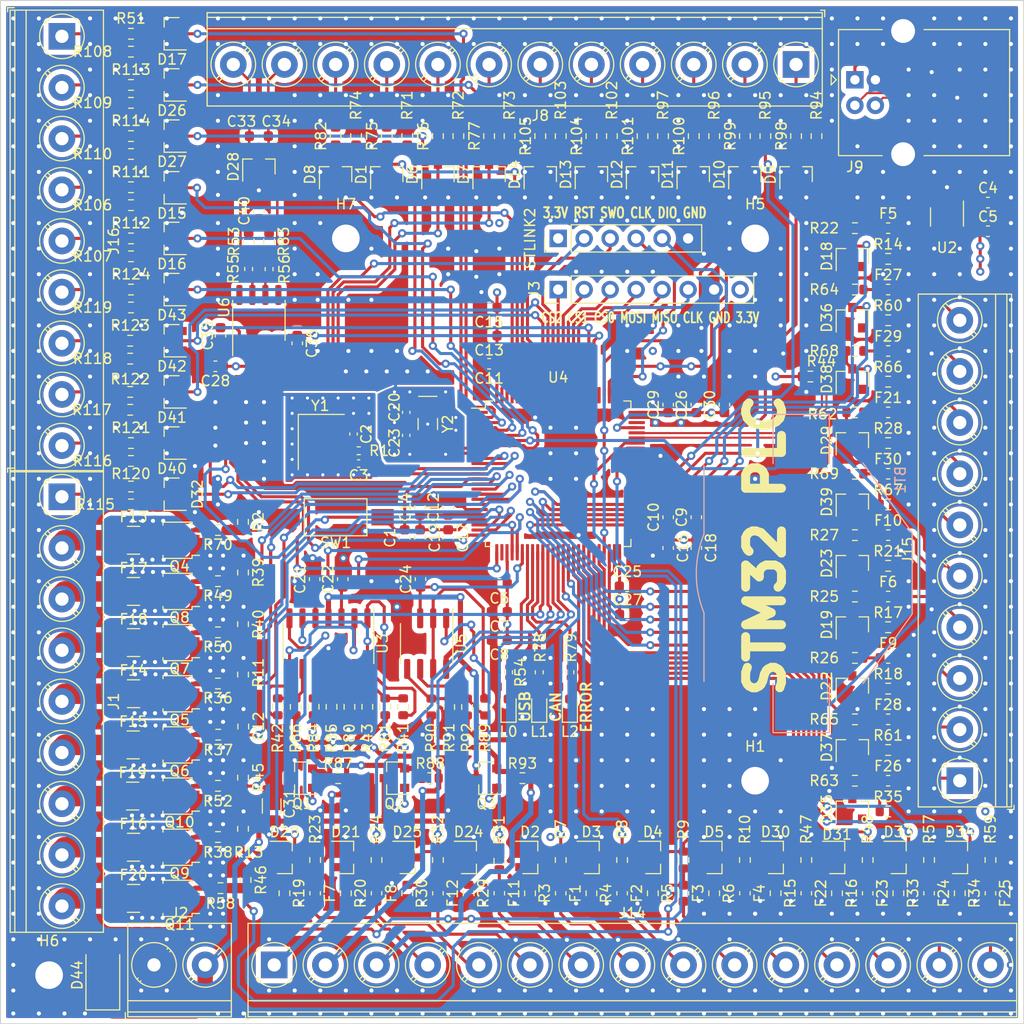
<source format=kicad_pcb>
(kicad_pcb (version 20171130) (host pcbnew "(5.1.10)-1")
  (layers (0 F.Cu signal) (1 In1.Cu signal) (2 In2.Cu power) (31 B.Cu signal) (34 B.Paste user) (35 F.Paste user) (36 B.SilkS user) (37 F.SilkS user) (38 B.Mask user) (39 F.Mask user) (44 Edge.Cuts user))
  (net 0 "")
  (net 1 GND)
  (net 2 "Net-(F1-Pad1)")
  (net 3 "Net-(F2-Pad1)")
  (net 4 "Net-(F3-Pad1)")
  (net 5 "Net-(F4-Pad1)")
  (net 6 "Net-(F5-Pad1)")
  (net 7 "Net-(F6-Pad1)")
  (net 8 "Net-(F7-Pad1)")
  (net 9 "Net-(F8-Pad1)")
  (net 10 "Net-(F9-Pad1)")
  (net 11 "Net-(F10-Pad1)")
  (net 12 "Net-(F11-Pad1)")
  (net 13 "Net-(F12-Pad1)")
  (net 14 "Net-(U2-Pad4)")
  (net 15 "Net-(U6-Pad5)")
  (net 16 "Net-(U6-Pad8)")
  (net 17 /CAN/CAN-)
  (net 18 /CAN/CAN+)
  (net 19 NRST)
  (net 20 "Net-(C40-Pad1)")
  (net 21 +3V3)
  (net 22 "Net-(R53-Pad1)")
  (net 23 "Net-(R56-Pad1)")
  (net 24 "Net-(C3-Pad2)")
  (net 25 "Net-(F21-Pad1)")
  (net 26 "Net-(F22-Pad1)")
  (net 27 "Net-(F23-Pad1)")
  (net 28 "Net-(F24-Pad1)")
  (net 29 "Net-(F25-Pad1)")
  (net 30 /SDADC/AI4)
  (net 31 /SDADC/AI5)
  (net 32 /SDADC/AI6)
  (net 33 /SDADC/AI7)
  (net 34 /SDADC/AI0)
  (net 35 /SDADC/AI1)
  (net 36 /SDADC/AI3)
  (net 37 /SDADC/AI2)
  (net 38 /SDADC/AI8)
  (net 39 /SDADC/AI9)
  (net 40 /SDADC/AI10)
  (net 41 /SDADC/AI11)
  (net 42 "Net-(F26-Pad1)")
  (net 43 "Net-(F27-Pad1)")
  (net 44 "Net-(F28-Pad1)")
  (net 45 "Net-(F29-Pad1)")
  (net 46 "Net-(F30-Pad1)")
  (net 47 +5V)
  (net 48 PF9)
  (net 49 PE4)
  (net 50 PF10)
  (net 51 PE5)
  (net 52 PC13)
  (net 53 PE3)
  (net 54 PE2)
  (net 55 USB+)
  (net 56 USB-)
  (net 57 PE6)
  (net 58 /Digital/P0)
  (net 59 /Digital/P2)
  (net 60 /Digital/P4)
  (net 61 /Digital/P6)
  (net 62 /Digital/P1)
  (net 63 /Digital/P3)
  (net 64 /Digital/P5)
  (net 65 /Digital/P7)
  (net 66 PC3)
  (net 67 PC2)
  (net 68 PC0)
  (net 69 PA0)
  (net 70 PA2)
  (net 71 PC1)
  (net 72 PA1)
  (net 73 PA3)
  (net 74 /INPUT/DI7)
  (net 75 /INPUT/DI6)
  (net 76 /INPUT/DI5)
  (net 77 /INPUT/DI4)
  (net 78 /INPUT/DI3)
  (net 79 /INPUT/DI2)
  (net 80 /INPUT/DI1)
  (net 81 /INPUT/DI0)
  (net 82 PA5)
  (net 83 PA6)
  (net 84 PA4)
  (net 85 /DAC/AO2)
  (net 86 /DAC/AO1)
  (net 87 /DAC/AO0)
  (net 88 PE8)
  (net 89 PE9)
  (net 90 PE10)
  (net 91 PE11)
  (net 92 PB0)
  (net 93 PB1)
  (net 94 PE7)
  (net 95 PB2)
  (net 96 PE12)
  (net 97 PE13)
  (net 98 PE14)
  (net 99 PE15)
  (net 100 PD14)
  (net 101 PD9)
  (net 102 PD8)
  (net 103 PD10)
  (net 104 PD12)
  (net 105 PB14)
  (net 106 PD15)
  (net 107 PB15)
  (net 108 PD13)
  (net 109 PD11)
  (net 110 PD1)
  (net 111 PD0)
  (net 112 PC10)
  (net 113 PB8)
  (net 114 PB6)
  (net 115 PB9)
  (net 116 PC11)
  (net 117 PC12)
  (net 118 PB7)
  (net 119 /Pulse/E0+)
  (net 120 /Pulse/E0-)
  (net 121 /Pulse/E1+)
  (net 122 /Pulse/E1-)
  (net 123 PF0)
  (net 124 PC14)
  (net 125 PC15)
  (net 126 PF1)
  (net 127 PA13)
  (net 128 PA14)
  (net 129 PB3)
  (net 130 PC7)
  (net 131 PC8)
  (net 132 PC9)
  (net 133 PD2)
  (net 134 PD3)
  (net 135 PD4)
  (net 136 PA8)
  (net 137 PA9)
  (net 138 PA10)
  (net 139 PC6)
  (net 140 PF6)
  (net 141 PA15)
  (net 142 PE1)
  (net 143 PE0)
  (net 144 PA7)
  (net 145 PC4)
  (net 146 PC5)
  (net 147 PF2)
  (net 148 PF4)
  (net 149 PB10)
  (net 150 PD5)
  (net 151 PD6)
  (net 152 PD7)
  (net 153 PB4)
  (net 154 PB5)
  (net 155 "Net-(L0-Pad2)")
  (net 156 "Net-(L1-Pad2)")
  (net 157 "Net-(L2-Pad2)")
  (net 158 /DSDADC/DAI4M)
  (net 159 /DSDADC/DAI1M)
  (net 160 /DSDADC/DAI1P)
  (net 161 /DSDADC/DAI2P)
  (net 162 /DSDADC/DAI3P)
  (net 163 /DSDADC/DAI0P)
  (net 164 /DSDADC/DAI4P)
  (net 165 /DSDADC/DAI0M)
  (net 166 /DSDADC/DAI3M)
  (net 167 /DSDADC/DAI2M)
  (net 168 /Pulse/IC0)
  (net 169 /Pulse/IC1)
  (net 170 /Pulse/IC2)
  (net 171 /Pulse/IC3)
  (net 172 /INPUT/DI9)
  (net 173 /INPUT/DI8)
  (net 174 "Net-(Q1-Pad2)")
  (net 175 "Net-(Q1-Pad1)")
  (net 176 "Net-(Q2-Pad2)")
  (net 177 "Net-(Q2-Pad1)")
  (net 178 "Net-(Q3-Pad2)")
  (net 179 "Net-(Q3-Pad1)")
  (net 180 "Net-(R41-Pad2)")
  (net 181 "Net-(R41-Pad1)")
  (net 182 "Net-(R42-Pad2)")
  (net 183 "Net-(R42-Pad1)")
  (net 184 "Net-(R43-Pad1)")
  (net 185 "Net-(R84-Pad1)")
  (net 186 "Net-(R89-Pad2)")
  (net 187 "Net-(R89-Pad1)")
  (net 188 "Net-(R90-Pad1)")
  (net 189 /Pulse/E2-)
  (net 190 /Pulse/E2+)
  (net 191 "Net-(BT1-Pad1)")
  (net 192 VDC)
  (net 193 "Net-(F13-Pad2)")
  (net 194 "Net-(F14-Pad2)")
  (net 195 "Net-(F15-Pad2)")
  (net 196 "Net-(F16-Pad2)")
  (net 197 "Net-(F17-Pad2)")
  (net 198 "Net-(F18-Pad2)")
  (net 199 "Net-(F19-Pad2)")
  (net 200 "Net-(F20-Pad2)")
  (net 201 "Net-(Q4-Pad4)")
  (net 202 "Net-(Q5-Pad4)")
  (net 203 "Net-(Q6-Pad4)")
  (net 204 "Net-(Q7-Pad4)")
  (net 205 "Net-(Q8-Pad4)")
  (net 206 "Net-(Q9-Pad4)")
  (net 207 "Net-(Q10-Pad4)")
  (net 208 "Net-(Q11-Pad4)")
  (module Package_TO_SOT_SMD:SOT-23 (layer F.Cu) (at 143.75 126.75 180)
    (fp_text reference Q3 (at 0 -2.5) (layer F.SilkS))
    (fp_text value BC847C-QR)
    (pad 3 smd rect (at 1 0 180) (size 0.9 0.8) (layers F.Cu F.Paste F.Mask) (net 192 VDC))
    (pad 2 smd rect (at -1 0.95 180) (size 0.9 0.8) (layers F.Cu F.Paste F.Mask) (net 178 "Net-(Q3-Pad2)"))
    (pad 1 smd rect (at -1 -0.95 180) (size 0.9 0.8) (layers F.Cu F.Paste F.Mask) (net 179 "Net-(Q3-Pad1)"))
  )
  (module Package_TO_SOT_SMD:SOT-23 (layer F.Cu) (at 134.75 126.75 180)
    (fp_text reference Q2 (at 0 -2.5) (layer F.SilkS))
    (fp_text value BC847C-QR)
    (pad 3 smd rect (at 1 0 180) (size 0.9 0.8) (layers F.Cu F.Paste F.Mask) (net 192 VDC))
    (pad 2 smd rect (at -1 0.95 180) (size 0.9 0.8) (layers F.Cu F.Paste F.Mask) (net 176 "Net-(Q2-Pad2)"))
    (pad 1 smd rect (at -1 -0.95 180) (size 0.9 0.8) (layers F.Cu F.Paste F.Mask) (net 177 "Net-(Q2-Pad1)"))
  )
  (module Package_TO_SOT_SMD:SOT-23 (layer F.Cu) (at 125.75 126.75 180)
    (fp_text reference Q1 (at 0 -2.5) (layer F.SilkS))
    (fp_text value BC847C-QR)
    (pad 3 smd rect (at 1 0 180) (size 0.9 0.8) (layers F.Cu F.Paste F.Mask) (net 192 VDC))
    (pad 2 smd rect (at -1 0.95 180) (size 0.9 0.8) (layers F.Cu F.Paste F.Mask) (net 174 "Net-(Q1-Pad2)"))
    (pad 1 smd rect (at -1 -0.95 180) (size 0.9 0.8) (layers F.Cu F.Paste F.Mask) (net 175 "Net-(Q1-Pad1)"))
  )
  (module Crystal:Crystal_SMD_EuroQuartz_EQ161-2Pin_3.2x1.5mm_HandSoldering (layer F.Cu) (at 138.01 92.14 270)
    (fp_text reference Y2 (at 0 -1.95 90) (layer F.SilkS))
    (fp_text value LSE)
    (pad 2 smd rect (at 1.625 0 270) (size 1.75 1.8) (layers F.Cu F.Paste F.Mask) (net 125 PC15))
    (pad 1 smd rect (at -1.625 0 270) (size 1.75 1.8) (layers F.Cu F.Paste F.Mask) (net 124 PC14))
  )
  (module Crystal:Crystal_SMD_3225-4Pin_3.2x2.5mm_HandSoldering (layer F.Cu) (at 127.6 93.9 270)
    (fp_text reference Y1 (at -3.55 0.1 180) (layer F.SilkS))
    (fp_text value HSE)
    (pad 4 smd rect (at -1.45 -1.15 270) (size 2.1 1.8) (layers F.Cu F.Paste F.Mask) (net 1 GND))
    (pad 3 smd rect (at 1.45 -1.15 270) (size 2.1 1.8) (layers F.Cu F.Paste F.Mask) (net 24 "Net-(C3-Pad2)"))
    (pad 2 smd rect (at 1.45 1.15 270) (size 2.1 1.8) (layers F.Cu F.Paste F.Mask) (net 1 GND))
    (pad 1 smd rect (at -1.45 1.15 270) (size 2.1 1.8) (layers F.Cu F.Paste F.Mask) (net 123 PF0))
  )
  (module Resistor_SMD:R_0402_1005Metric (layer F.Cu) (at 131.26 94.75)
    (fp_text reference R1 (at 1.99 0) (layer F.SilkS))
    (fp_text value 2k)
    (pad 2 smd roundrect (at 0.51 0) (size 0.54 0.64) (layers F.Cu F.Paste F.Mask) (net 126 PF1))
    (pad 1 smd roundrect (at -0.51 0) (size 0.54 0.64) (layers F.Cu F.Paste F.Mask) (net 24 "Net-(C3-Pad2)"))
  )
  (module Capacitor_SMD:C_0402_1005Metric (layer F.Cu) (at 135.9 93.25 270)
    (fp_text reference C23 (at 0.75 1.15 90) (layer F.SilkS))
    (fp_text value 4.7pF)
    (pad 2 smd roundrect (at 0.48 0 270) (size 0.56 0.62) (layers F.Cu F.Paste F.Mask) (net 125 PC15))
    (pad 1 smd roundrect (at -0.48 0 270) (size 0.56 0.62) (layers F.Cu F.Paste F.Mask) (net 1 GND))
  )
  (module Capacitor_SMD:C_0402_1005Metric (layer F.Cu) (at 135.9 91 90)
    (fp_text reference C20 (at 0.5 -1.16 90) (layer F.SilkS))
    (fp_text value 4.7pF)
    (pad 2 smd roundrect (at 0.48 0 90) (size 0.56 0.62) (layers F.Cu F.Paste F.Mask) (net 124 PC14))
    (pad 1 smd roundrect (at -0.48 0 90) (size 0.56 0.62) (layers F.Cu F.Paste F.Mask) (net 1 GND))
  )
  (module Capacitor_SMD:C_0402_1005Metric (layer F.Cu) (at 131.25 96 180)
    (fp_text reference C3 (at 0 -1.16) (layer F.SilkS))
    (fp_text value 10pF)
    (pad 2 smd roundrect (at 0.48 0 180) (size 0.56 0.62) (layers F.Cu F.Paste F.Mask) (net 24 "Net-(C3-Pad2)"))
    (pad 1 smd roundrect (at -0.48 0 180) (size 0.56 0.62) (layers F.Cu F.Paste F.Mask) (net 1 GND))
  )
  (module Capacitor_SMD:C_0402_1005Metric (layer F.Cu) (at 130.75 93.12 270)
    (fp_text reference C2 (at 0 -1.25 90) (layer F.SilkS))
    (fp_text value 10pF)
    (pad 2 smd roundrect (at 0.48 0 270) (size 0.56 0.62) (layers F.Cu F.Paste F.Mask) (net 123 PF0))
    (pad 1 smd roundrect (at -0.48 0 270) (size 0.56 0.62) (layers F.Cu F.Paste F.Mask) (net 1 GND))
  )
  (module TerminalBlock_Phoenix:TerminalBlock_Phoenix_PT-1,5-2-5.0-H_1x02_P5.00mm_Horizontal (layer F.Cu) (at 111.25 145)
    (fp_text reference J2 (at 2.5 -5.06) (layer F.SilkS))
    (fp_text value Screw_Terminal_01x02)
    (pad 2 thru_hole circle (at 5 0) (size 2.6 2.6) (drill 1.3) (layers *.Cu *.Mask) (net 192 VDC))
    (pad 1 thru_hole rect (at 0 0) (size 2.6 2.6) (drill 1.3) (layers *.Cu *.Mask) (net 1 GND))
  )
  (module Fuse:Fuse_1210_3225Metric (layer F.Cu) (at 109.25 138.5)
    (fp_text reference F20 (at 0 -2.28) (layer F.SilkS))
    (fp_text value "Max 2.5A")
    (pad 2 smd roundrect (at 1.4 0) (size 1.25 2.65) (layers F.Cu F.Paste F.Mask) (roundrect_rratio 0.2) (net 200 "Net-(F20-Pad2)"))
    (pad 1 smd roundrect (at -1.4 0) (size 1.25 2.65) (layers F.Cu F.Paste F.Mask) (roundrect_rratio 0.2) (net 65 /Digital/P7))
  )
  (module Fuse:Fuse_1210_3225Metric (layer F.Cu) (at 109.1625 128.5)
    (fp_text reference F19 (at 0 -2.28) (layer F.SilkS))
    (fp_text value "Max 2.5A")
    (pad 2 smd roundrect (at 1.4 0) (size 1.25 2.65) (layers F.Cu F.Paste F.Mask) (roundrect_rratio 0.2) (net 199 "Net-(F19-Pad2)"))
    (pad 1 smd roundrect (at -1.4 0) (size 1.25 2.65) (layers F.Cu F.Paste F.Mask) (roundrect_rratio 0.2) (net 64 /Digital/P5))
  )
  (module Fuse:Fuse_1210_3225Metric (layer F.Cu) (at 109.25 113.5)
    (fp_text reference F18 (at 0 -2.28) (layer F.SilkS))
    (fp_text value "Max 2.5A")
    (pad 2 smd roundrect (at 1.4 0) (size 1.25 2.65) (layers F.Cu F.Paste F.Mask) (roundrect_rratio 0.2) (net 198 "Net-(F18-Pad2)"))
    (pad 1 smd roundrect (at -1.4 0) (size 1.25 2.65) (layers F.Cu F.Paste F.Mask) (roundrect_rratio 0.2) (net 59 /Digital/P2))
  )
  (module Fuse:Fuse_1210_3225Metric (layer F.Cu) (at 109.25 108.5)
    (fp_text reference F17 (at 0 -2.28) (layer F.SilkS))
    (fp_text value "Max 2.5A")
    (pad 2 smd roundrect (at 1.4 0) (size 1.25 2.65) (layers F.Cu F.Paste F.Mask) (roundrect_rratio 0.2) (net 197 "Net-(F17-Pad2)"))
    (pad 1 smd roundrect (at -1.4 0) (size 1.25 2.65) (layers F.Cu F.Paste F.Mask) (roundrect_rratio 0.2) (net 62 /Digital/P1))
  )
  (module Fuse:Fuse_1210_3225Metric (layer F.Cu) (at 109.25 133.5)
    (fp_text reference F16 (at 0 -2.28) (layer F.SilkS))
    (fp_text value "Max 2.5A")
    (pad 2 smd roundrect (at 1.4 0) (size 1.25 2.65) (layers F.Cu F.Paste F.Mask) (roundrect_rratio 0.2) (net 196 "Net-(F16-Pad2)"))
    (pad 1 smd roundrect (at -1.4 0) (size 1.25 2.65) (layers F.Cu F.Paste F.Mask) (roundrect_rratio 0.2) (net 61 /Digital/P6))
  )
  (module Fuse:Fuse_1210_3225Metric (layer F.Cu) (at 109.2125 123.5)
    (fp_text reference F15 (at 0 -2.28) (layer F.SilkS))
    (fp_text value "Max 2.5A")
    (pad 2 smd roundrect (at 1.4 0) (size 1.25 2.65) (layers F.Cu F.Paste F.Mask) (roundrect_rratio 0.2) (net 195 "Net-(F15-Pad2)"))
    (pad 1 smd roundrect (at -1.4 0) (size 1.25 2.65) (layers F.Cu F.Paste F.Mask) (roundrect_rratio 0.2) (net 60 /Digital/P4))
  )
  (module Fuse:Fuse_1210_3225Metric (layer F.Cu) (at 109.25 118.5)
    (fp_text reference F14 (at 0 -2.28) (layer F.SilkS))
    (fp_text value "Max 2.5A")
    (pad 2 smd roundrect (at 1.4 0) (size 1.25 2.65) (layers F.Cu F.Paste F.Mask) (roundrect_rratio 0.2) (net 194 "Net-(F14-Pad2)"))
    (pad 1 smd roundrect (at -1.4 0) (size 1.25 2.65) (layers F.Cu F.Paste F.Mask) (roundrect_rratio 0.2) (net 63 /Digital/P3))
  )
  (module Fuse:Fuse_1210_3225Metric (layer F.Cu) (at 109.25 103.5)
    (fp_text reference F13 (at 0 -2.28) (layer F.SilkS))
    (fp_text value "Max 2.5A")
    (pad 2 smd roundrect (at 1.4 0) (size 1.25 2.65) (layers F.Cu F.Paste F.Mask) (roundrect_rratio 0.2) (net 193 "Net-(F13-Pad2)"))
    (pad 1 smd roundrect (at -1.4 0) (size 1.25 2.65) (layers F.Cu F.Paste F.Mask) (roundrect_rratio 0.2) (net 58 /Digital/P0))
  )
  (module Diode_SMD:D_SMA (layer F.Cu) (at 106.25 146 90)
    (fp_text reference D44 (at 0 -2.5 90) (layer F.SilkS))
    (fp_text value SK56A-LTP)
    (pad 2 smd rect (at 2 0 90) (size 2.5 1.8) (layers F.Cu F.Paste F.Mask) (net 1 GND))
    (pad 1 smd rect (at -2 0 90) (size 2.5 1.8) (layers F.Cu F.Paste F.Mask) (net 192 VDC))
  )
  (module Capacitor_SMD:C_1206_3216Metric (layer F.Cu) (at 122.75 129.475 90)
    (fp_text reference C31 (at 0.225 1.75 90) (layer F.SilkS))
    (fp_text value 10uF)
    (pad 2 smd roundrect (at 1.475 0 90) (size 1.15 1.8) (layers F.Cu F.Paste F.Mask) (roundrect_rratio 0.2173904347826087) (net 1 GND))
    (pad 1 smd roundrect (at -1.475 0 90) (size 1.15 1.8) (layers F.Cu F.Paste F.Mask) (roundrect_rratio 0.2173904347826087) (net 192 VDC))
  )
  (module Package_TO_SOT_SMD:LFPAK33 (layer F.Cu) (at 113.75 138.5 180)
    (fp_text reference Q11 (at 0 -2.55) (layer F.SilkS))
    (fp_text value BUK9M15-60EX)
    (pad 5 smd custom (at 0.405 0 180) (size 1.85 2.25) (layers F.Cu F.Mask) (net 200 "Net-(F20-Pad2)") (options (clearance outline) (anchor rect)) (primitives (gr_poly (pts (xy 0.925 -1.175) (xy 1.545 -1.175) (xy 1.545 -0.775) (xy 0.925 -0.775)) (width 0)) (gr_poly (pts (xy 0.925 -0.525) (xy 1.545 -0.525) (xy 1.545 -0.125) (xy 0.925 -0.125)) (width 0)) (gr_poly (pts (xy 0.925 0.125) (xy 1.545 0.125) (xy 1.545 0.525) (xy 0.925 0.525)) (width 0)) (gr_poly (pts (xy 0.925 0.775) (xy 1.545 0.775) (xy 1.545 1.175) (xy 0.925 1.175)) (width 0))))
    (pad 4 smd rect (at -1.535 0.975 180) (size 0.83 0.4) (layers F.Cu F.Mask) (net 208 "Net-(Q11-Pad4)"))
    (pad 3 smd rect (at -1.535 0.325 180) (size 0.83 0.4) (layers F.Cu F.Mask) (net 1 GND))
    (pad 1 smd rect (at -1.535 -0.975 180) (size 0.83 0.4) (layers F.Cu F.Mask) (net 1 GND))
    (pad 2 smd rect (at -1.535 -0.325 180) (size 0.83 0.4) (layers F.Cu F.Mask) (net 1 GND))
  )
  (module Package_TO_SOT_SMD:LFPAK33 (layer F.Cu) (at 113.75 128.5 180)
    (fp_text reference Q10 (at 0 -2.55) (layer F.SilkS))
    (fp_text value BUK9M15-60EX)
    (pad 5 smd custom (at 0.405 0 180) (size 1.85 2.25) (layers F.Cu F.Mask) (net 199 "Net-(F19-Pad2)") (options (clearance outline) (anchor rect)) (primitives (gr_poly (pts (xy 0.925 -1.175) (xy 1.545 -1.175) (xy 1.545 -0.775) (xy 0.925 -0.775)) (width 0)) (gr_poly (pts (xy 0.925 -0.525) (xy 1.545 -0.525) (xy 1.545 -0.125) (xy 0.925 -0.125)) (width 0)) (gr_poly (pts (xy 0.925 0.125) (xy 1.545 0.125) (xy 1.545 0.525) (xy 0.925 0.525)) (width 0)) (gr_poly (pts (xy 0.925 0.775) (xy 1.545 0.775) (xy 1.545 1.175) (xy 0.925 1.175)) (width 0))))
    (pad 4 smd rect (at -1.535 0.975 180) (size 0.83 0.4) (layers F.Cu F.Mask) (net 207 "Net-(Q10-Pad4)"))
    (pad 3 smd rect (at -1.535 0.325 180) (size 0.83 0.4) (layers F.Cu F.Mask) (net 1 GND))
    (pad 1 smd rect (at -1.535 -0.975 180) (size 0.83 0.4) (layers F.Cu F.Mask) (net 1 GND))
    (pad 2 smd rect (at -1.535 -0.325 180) (size 0.83 0.4) (layers F.Cu F.Mask) (net 1 GND))
  )
  (module Package_TO_SOT_SMD:LFPAK33 (layer F.Cu) (at 113.75 133.5 180)
    (fp_text reference Q9 (at 0 -2.55) (layer F.SilkS))
    (fp_text value BUK9M15-60EX)
    (pad 5 smd custom (at 0.405 0 180) (size 1.85 2.25) (layers F.Cu F.Mask) (net 196 "Net-(F16-Pad2)") (options (clearance outline) (anchor rect)) (primitives (gr_poly (pts (xy 0.925 -1.175) (xy 1.545 -1.175) (xy 1.545 -0.775) (xy 0.925 -0.775)) (width 0)) (gr_poly (pts (xy 0.925 -0.525) (xy 1.545 -0.525) (xy 1.545 -0.125) (xy 0.925 -0.125)) (width 0)) (gr_poly (pts (xy 0.925 0.125) (xy 1.545 0.125) (xy 1.545 0.525) (xy 0.925 0.525)) (width 0)) (gr_poly (pts (xy 0.925 0.775) (xy 1.545 0.775) (xy 1.545 1.175) (xy 0.925 1.175)) (width 0))))
    (pad 4 smd rect (at -1.535 0.975 180) (size 0.83 0.4) (layers F.Cu F.Mask) (net 206 "Net-(Q9-Pad4)"))
    (pad 3 smd rect (at -1.535 0.325 180) (size 0.83 0.4) (layers F.Cu F.Mask) (net 1 GND))
    (pad 1 smd rect (at -1.535 -0.975 180) (size 0.83 0.4) (layers F.Cu F.Mask) (net 1 GND))
    (pad 2 smd rect (at -1.535 -0.325 180) (size 0.83 0.4) (layers F.Cu F.Mask) (net 1 GND))
  )
  (module Package_TO_SOT_SMD:LFPAK33 (layer F.Cu) (at 113.75 108.5 180)
    (fp_text reference Q8 (at 0 -2.55) (layer F.SilkS))
    (fp_text value BUK9M15-60EX)
    (pad 5 smd custom (at 0.405 0 180) (size 1.85 2.25) (layers F.Cu F.Mask) (net 197 "Net-(F17-Pad2)") (options (clearance outline) (anchor rect)) (primitives (gr_poly (pts (xy 0.925 -1.175) (xy 1.545 -1.175) (xy 1.545 -0.775) (xy 0.925 -0.775)) (width 0)) (gr_poly (pts (xy 0.925 -0.525) (xy 1.545 -0.525) (xy 1.545 -0.125) (xy 0.925 -0.125)) (width 0)) (gr_poly (pts (xy 0.925 0.125) (xy 1.545 0.125) (xy 1.545 0.525) (xy 0.925 0.525)) (width 0)) (gr_poly (pts (xy 0.925 0.775) (xy 1.545 0.775) (xy 1.545 1.175) (xy 0.925 1.175)) (width 0))))
    (pad 4 smd rect (at -1.535 0.975 180) (size 0.83 0.4) (layers F.Cu F.Mask) (net 205 "Net-(Q8-Pad4)"))
    (pad 3 smd rect (at -1.535 0.325 180) (size 0.83 0.4) (layers F.Cu F.Mask) (net 1 GND))
    (pad 1 smd rect (at -1.535 -0.975 180) (size 0.83 0.4) (layers F.Cu F.Mask) (net 1 GND))
    (pad 2 smd rect (at -1.535 -0.325 180) (size 0.83 0.4) (layers F.Cu F.Mask) (net 1 GND))
  )
  (module Package_TO_SOT_SMD:LFPAK33 (layer F.Cu) (at 113.75 113.5 180)
    (fp_text reference Q7 (at 0 -2.55) (layer F.SilkS))
    (fp_text value BUK9M15-60EX)
    (pad 5 smd custom (at 0.405 0 180) (size 1.85 2.25) (layers F.Cu F.Mask) (net 198 "Net-(F18-Pad2)") (options (clearance outline) (anchor rect)) (primitives (gr_poly (pts (xy 0.925 -1.175) (xy 1.545 -1.175) (xy 1.545 -0.775) (xy 0.925 -0.775)) (width 0)) (gr_poly (pts (xy 0.925 -0.525) (xy 1.545 -0.525) (xy 1.545 -0.125) (xy 0.925 -0.125)) (width 0)) (gr_poly (pts (xy 0.925 0.125) (xy 1.545 0.125) (xy 1.545 0.525) (xy 0.925 0.525)) (width 0)) (gr_poly (pts (xy 0.925 0.775) (xy 1.545 0.775) (xy 1.545 1.175) (xy 0.925 1.175)) (width 0))))
    (pad 4 smd rect (at -1.535 0.975 180) (size 0.83 0.4) (layers F.Cu F.Mask) (net 204 "Net-(Q7-Pad4)"))
    (pad 3 smd rect (at -1.535 0.325 180) (size 0.83 0.4) (layers F.Cu F.Mask) (net 1 GND))
    (pad 1 smd rect (at -1.535 -0.975 180) (size 0.83 0.4) (layers F.Cu F.Mask) (net 1 GND))
    (pad 2 smd rect (at -1.535 -0.325 180) (size 0.83 0.4) (layers F.Cu F.Mask) (net 1 GND))
  )
  (module Package_TO_SOT_SMD:LFPAK33 (layer F.Cu) (at 113.75 123.5 180)
    (fp_text reference Q6 (at 0 -2.55) (layer F.SilkS))
    (fp_text value BUK9M15-60EX)
    (pad 5 smd custom (at 0.405 0 180) (size 1.85 2.25) (layers F.Cu F.Mask) (net 195 "Net-(F15-Pad2)") (options (clearance outline) (anchor rect)) (primitives (gr_poly (pts (xy 0.925 -1.175) (xy 1.545 -1.175) (xy 1.545 -0.775) (xy 0.925 -0.775)) (width 0)) (gr_poly (pts (xy 0.925 -0.525) (xy 1.545 -0.525) (xy 1.545 -0.125) (xy 0.925 -0.125)) (width 0)) (gr_poly (pts (xy 0.925 0.125) (xy 1.545 0.125) (xy 1.545 0.525) (xy 0.925 0.525)) (width 0)) (gr_poly (pts (xy 0.925 0.775) (xy 1.545 0.775) (xy 1.545 1.175) (xy 0.925 1.175)) (width 0))))
    (pad 4 smd rect (at -1.535 0.975 180) (size 0.83 0.4) (layers F.Cu F.Mask) (net 203 "Net-(Q6-Pad4)"))
    (pad 3 smd rect (at -1.535 0.325 180) (size 0.83 0.4) (layers F.Cu F.Mask) (net 1 GND))
    (pad 1 smd rect (at -1.535 -0.975 180) (size 0.83 0.4) (layers F.Cu F.Mask) (net 1 GND))
    (pad 2 smd rect (at -1.535 -0.325 180) (size 0.83 0.4) (layers F.Cu F.Mask) (net 1 GND))
  )
  (module Package_TO_SOT_SMD:LFPAK33 (layer F.Cu) (at 113.75 118.5 180)
    (fp_text reference Q5 (at 0 -2.55) (layer F.SilkS))
    (fp_text value BUK9M15-60EX)
    (pad 5 smd custom (at 0.405 0 180) (size 1.85 2.25) (layers F.Cu F.Mask) (net 194 "Net-(F14-Pad2)") (options (clearance outline) (anchor rect)) (primitives (gr_poly (pts (xy 0.925 -1.175) (xy 1.545 -1.175) (xy 1.545 -0.775) (xy 0.925 -0.775)) (width 0)) (gr_poly (pts (xy 0.925 -0.525) (xy 1.545 -0.525) (xy 1.545 -0.125) (xy 0.925 -0.125)) (width 0)) (gr_poly (pts (xy 0.925 0.125) (xy 1.545 0.125) (xy 1.545 0.525) (xy 0.925 0.525)) (width 0)) (gr_poly (pts (xy 0.925 0.775) (xy 1.545 0.775) (xy 1.545 1.175) (xy 0.925 1.175)) (width 0))))
    (pad 4 smd rect (at -1.535 0.975 180) (size 0.83 0.4) (layers F.Cu F.Mask) (net 202 "Net-(Q5-Pad4)"))
    (pad 3 smd rect (at -1.535 0.325 180) (size 0.83 0.4) (layers F.Cu F.Mask) (net 1 GND))
    (pad 1 smd rect (at -1.535 -0.975 180) (size 0.83 0.4) (layers F.Cu F.Mask) (net 1 GND))
    (pad 2 smd rect (at -1.535 -0.325 180) (size 0.83 0.4) (layers F.Cu F.Mask) (net 1 GND))
  )
  (module Package_TO_SOT_SMD:LFPAK33 (layer F.Cu) (at 113.75 103.5 180)
    (fp_text reference Q4 (at 0 -2.55) (layer F.SilkS))
    (fp_text value BUK9M15-60EX)
    (pad 5 smd custom (at 0.405 0 180) (size 1.85 2.25) (layers F.Cu F.Mask) (net 193 "Net-(F13-Pad2)") (options (clearance outline) (anchor rect)) (primitives (gr_poly (pts (xy 0.925 -1.175) (xy 1.545 -1.175) (xy 1.545 -0.775) (xy 0.925 -0.775)) (width 0)) (gr_poly (pts (xy 0.925 -0.525) (xy 1.545 -0.525) (xy 1.545 -0.125) (xy 0.925 -0.125)) (width 0)) (gr_poly (pts (xy 0.925 0.125) (xy 1.545 0.125) (xy 1.545 0.525) (xy 0.925 0.525)) (width 0)) (gr_poly (pts (xy 0.925 0.775) (xy 1.545 0.775) (xy 1.545 1.175) (xy 0.925 1.175)) (width 0))))
    (pad 4 smd rect (at -1.535 0.975 180) (size 0.83 0.4) (layers F.Cu F.Mask) (net 201 "Net-(Q4-Pad4)"))
    (pad 3 smd rect (at -1.535 0.325 180) (size 0.83 0.4) (layers F.Cu F.Mask) (net 1 GND))
    (pad 1 smd rect (at -1.535 -0.975 180) (size 0.83 0.4) (layers F.Cu F.Mask) (net 1 GND))
    (pad 2 smd rect (at -1.535 -0.325 180) (size 0.83 0.4) (layers F.Cu F.Mask) (net 1 GND))
  )
  (module TerminalBlock_Phoenix:TerminalBlock_Phoenix_PT-1,5-15-5.0-H_1x15_P5.00mm_Horizontal (layer F.Cu) (at 123 145)
    (fp_text reference J14 (at 35 -5.06) (layer F.SilkS))
    (fp_text value Screw_Terminal_01x15)
    (pad 1 thru_hole rect (at 0 0) (size 2.6 2.6) (drill 1.3) (layers *.Cu *.Mask) (net 87 /DAC/AO0))
    (pad 2 thru_hole circle (at 5 0) (size 2.6 2.6) (drill 1.3) (layers *.Cu *.Mask) (net 86 /DAC/AO1))
    (pad 3 thru_hole circle (at 10 0) (size 2.6 2.6) (drill 1.3) (layers *.Cu *.Mask) (net 85 /DAC/AO2))
    (pad 4 thru_hole circle (at 15 0) (size 2.6 2.6) (drill 1.3) (layers *.Cu *.Mask) (net 34 /SDADC/AI0))
    (pad 5 thru_hole circle (at 20 0) (size 2.6 2.6) (drill 1.3) (layers *.Cu *.Mask) (net 35 /SDADC/AI1))
    (pad 6 thru_hole circle (at 25 0) (size 2.6 2.6) (drill 1.3) (layers *.Cu *.Mask) (net 37 /SDADC/AI2))
    (pad 7 thru_hole circle (at 30 0) (size 2.6 2.6) (drill 1.3) (layers *.Cu *.Mask) (net 36 /SDADC/AI3))
    (pad 8 thru_hole circle (at 35 0) (size 2.6 2.6) (drill 1.3) (layers *.Cu *.Mask) (net 30 /SDADC/AI4))
    (pad 9 thru_hole circle (at 40 0) (size 2.6 2.6) (drill 1.3) (layers *.Cu *.Mask) (net 31 /SDADC/AI5))
    (pad 10 thru_hole circle (at 45 0) (size 2.6 2.6) (drill 1.3) (layers *.Cu *.Mask) (net 32 /SDADC/AI6))
    (pad 11 thru_hole circle (at 50 0) (size 2.6 2.6) (drill 1.3) (layers *.Cu *.Mask) (net 33 /SDADC/AI7))
    (pad 12 thru_hole circle (at 55 0) (size 2.6 2.6) (drill 1.3) (layers *.Cu *.Mask) (net 38 /SDADC/AI8))
    (pad 13 thru_hole circle (at 60 0) (size 2.6 2.6) (drill 1.3) (layers *.Cu *.Mask) (net 39 /SDADC/AI9))
    (pad 14 thru_hole circle (at 65 0) (size 2.6 2.6) (drill 1.3) (layers *.Cu *.Mask) (net 40 /SDADC/AI10))
    (pad 15 thru_hole circle (at 70 0) (size 2.6 2.6) (drill 1.3) (layers *.Cu *.Mask) (net 41 /SDADC/AI11))
  )
  (module Connector_PinHeader_2.54mm:PinHeader_1x08_P2.54mm_Vertical (layer F.Cu) (at 150.75 79 90)
    (fp_text reference J3 (at 0 -2.33 90) (layer F.SilkS))
    (fp_text value Conn_01x08)
    (pad 8 thru_hole oval (at 0 17.78 90) (size 1.7 1.7) (drill 1) (layers *.Cu *.Mask) (net 21 +3V3))
    (pad 7 thru_hole oval (at 0 15.24 90) (size 1.7 1.7) (drill 1) (layers *.Cu *.Mask) (net 1 GND))
    (pad 6 thru_hole oval (at 0 12.7 90) (size 1.7 1.7) (drill 1) (layers *.Cu *.Mask) (net 149 PB10))
    (pad 5 thru_hole oval (at 0 10.16 90) (size 1.7 1.7) (drill 1) (layers *.Cu *.Mask) (net 134 PD3))
    (pad 4 thru_hole oval (at 0 7.62 90) (size 1.7 1.7) (drill 1) (layers *.Cu *.Mask) (net 135 PD4))
    (pad 3 thru_hole oval (at 0 5.08 90) (size 1.7 1.7) (drill 1) (layers *.Cu *.Mask) (net 150 PD5))
    (pad 2 thru_hole oval (at 0 2.54 90) (size 1.7 1.7) (drill 1) (layers *.Cu *.Mask) (net 151 PD6))
    (pad 1 thru_hole rect (at 0 0 90) (size 1.7 1.7) (drill 1) (layers *.Cu *.Mask) (net 152 PD7))
  )
  (module Resistor_SMD:R_0603_1608Metric (layer F.Cu) (at 117.5 102.5 180)
    (fp_text reference R70 (at 0 -1.43) (layer F.SilkS))
    (fp_text value 160)
    (pad 2 smd roundrect (at 0.825 0 180) (size 0.8 0.95) (layers F.Cu F.Paste F.Mask) (net 201 "Net-(Q4-Pad4)"))
    (pad 1 smd roundrect (at -0.825 0 180) (size 0.8 0.95) (layers F.Cu F.Paste F.Mask) (net 68 PC0))
  )
  (module Resistor_SMD:R_0603_1608Metric (layer F.Cu) (at 117.75 137.5 180)
    (fp_text reference R58 (at 0 -1.5 180) (layer F.SilkS))
    (fp_text value 160)
    (pad 2 smd roundrect (at 0.825 0 180) (size 0.8 0.95) (layers F.Cu F.Paste F.Mask) (net 208 "Net-(Q11-Pad4)"))
    (pad 1 smd roundrect (at -0.825 0 180) (size 0.8 0.95) (layers F.Cu F.Paste F.Mask) (net 138 PA10))
  )
  (module Resistor_SMD:R_0603_1608Metric (layer F.Cu) (at 117.5 127.5 180)
    (fp_text reference R52 (at 0 -1.5) (layer F.SilkS))
    (fp_text value 160)
    (pad 2 smd roundrect (at 0.825 0 180) (size 0.8 0.95) (layers F.Cu F.Paste F.Mask) (net 207 "Net-(Q10-Pad4)"))
    (pad 1 smd roundrect (at -0.825 0 180) (size 0.8 0.95) (layers F.Cu F.Paste F.Mask) (net 72 PA1))
  )
  (module Resistor_SMD:R_0603_1608Metric (layer F.Cu) (at 117.5 112.5 180)
    (fp_text reference R50 (at 0 -1.43) (layer F.SilkS))
    (fp_text value 160)
    (pad 2 smd roundrect (at 0.825 0 180) (size 0.8 0.95) (layers F.Cu F.Paste F.Mask) (net 204 "Net-(Q7-Pad4)"))
    (pad 1 smd roundrect (at -0.825 0 180) (size 0.8 0.95) (layers F.Cu F.Paste F.Mask) (net 67 PC2))
  )
  (module Resistor_SMD:R_0603_1608Metric (layer F.Cu) (at 117.5 107.5 180)
    (fp_text reference R49 (at 0 -1.43) (layer F.SilkS))
    (fp_text value 160)
    (pad 2 smd roundrect (at 0.825 0 180) (size 0.8 0.95) (layers F.Cu F.Paste F.Mask) (net 205 "Net-(Q8-Pad4)"))
    (pad 1 smd roundrect (at -0.825 0 180) (size 0.8 0.95) (layers F.Cu F.Paste F.Mask) (net 71 PC1))
  )
  (module Resistor_SMD:R_0603_1608Metric (layer F.Cu) (at 120.2 136.7 90)
    (fp_text reference R46 (at 0 1.5 90) (layer F.SilkS))
    (fp_text value 10k)
    (pad 2 smd roundrect (at 0.825 0 90) (size 0.8 0.95) (layers F.Cu F.Paste F.Mask) (net 1 GND))
    (pad 1 smd roundrect (at -0.825 0 90) (size 0.8 0.95) (layers F.Cu F.Paste F.Mask) (net 138 PA10))
  )
  (module Resistor_SMD:R_0603_1608Metric (layer F.Cu) (at 119.95 126.7 90)
    (fp_text reference R45 (at 0 1.5 90) (layer F.SilkS))
    (fp_text value 10k)
    (pad 2 smd roundrect (at 0.825 0 90) (size 0.8 0.95) (layers F.Cu F.Paste F.Mask) (net 1 GND))
    (pad 1 smd roundrect (at -0.825 0 90) (size 0.8 0.95) (layers F.Cu F.Paste F.Mask) (net 72 PA1))
  )
  (module Resistor_SMD:R_0603_1608Metric (layer F.Cu) (at 119.95 111.7 90)
    (fp_text reference R40 (at 0 1.5 90) (layer F.SilkS))
    (fp_text value 10k)
    (pad 2 smd roundrect (at 0.825 0 90) (size 0.8 0.95) (layers F.Cu F.Paste F.Mask) (net 1 GND))
    (pad 1 smd roundrect (at -0.825 0 90) (size 0.8 0.95) (layers F.Cu F.Paste F.Mask) (net 67 PC2))
  )
  (module Resistor_SMD:R_0603_1608Metric (layer F.Cu) (at 119.95 106.655 90)
    (fp_text reference R39 (at 0 1.5 90) (layer F.SilkS))
    (fp_text value 10k)
    (pad 2 smd roundrect (at 0.825 0 90) (size 0.8 0.95) (layers F.Cu F.Paste F.Mask) (net 1 GND))
    (pad 1 smd roundrect (at -0.825 0 90) (size 0.8 0.95) (layers F.Cu F.Paste F.Mask) (net 71 PC1))
  )
  (module Resistor_SMD:R_0603_1608Metric (layer F.Cu) (at 117.5 132.5 180)
    (fp_text reference R38 (at 0 -1.5) (layer F.SilkS))
    (fp_text value 160)
    (pad 2 smd roundrect (at 0.825 0 180) (size 0.8 0.95) (layers F.Cu F.Paste F.Mask) (net 206 "Net-(Q9-Pad4)"))
    (pad 1 smd roundrect (at -0.825 0 180) (size 0.8 0.95) (layers F.Cu F.Paste F.Mask) (net 137 PA9))
  )
  (module Resistor_SMD:R_0603_1608Metric (layer F.Cu) (at 117.525 122.5 180)
    (fp_text reference R37 (at 0 -1.5) (layer F.SilkS))
    (fp_text value 160)
    (pad 2 smd roundrect (at 0.825 0 180) (size 0.8 0.95) (layers F.Cu F.Paste F.Mask) (net 203 "Net-(Q6-Pad4)"))
    (pad 1 smd roundrect (at -0.825 0 180) (size 0.8 0.95) (layers F.Cu F.Paste F.Mask) (net 69 PA0))
  )
  (module Resistor_SMD:R_0603_1608Metric (layer F.Cu) (at 117.5 117.5 180)
    (fp_text reference R36 (at 0 -1.43) (layer F.SilkS))
    (fp_text value 160)
    (pad 2 smd roundrect (at 0.825 0 180) (size 0.8 0.95) (layers F.Cu F.Paste F.Mask) (net 202 "Net-(Q5-Pad4)"))
    (pad 1 smd roundrect (at -0.825 0 180) (size 0.8 0.95) (layers F.Cu F.Paste F.Mask) (net 66 PC3))
  )
  (module Resistor_SMD:R_0603_1608Metric (layer F.Cu) (at 119.95 131.7 90)
    (fp_text reference R13 (at -2.3 0.55 180) (layer F.SilkS))
    (fp_text value 10k)
    (pad 2 smd roundrect (at 0.825 0 90) (size 0.8 0.95) (layers F.Cu F.Paste F.Mask) (net 1 GND))
    (pad 1 smd roundrect (at -0.825 0 90) (size 0.8 0.95) (layers F.Cu F.Paste F.Mask) (net 137 PA9))
  )
  (module Resistor_SMD:R_0603_1608Metric (layer F.Cu) (at 119.975 121.7 90)
    (fp_text reference R12 (at 0 1.5 90) (layer F.SilkS))
    (fp_text value 10k)
    (pad 2 smd roundrect (at 0.825 0 90) (size 0.8 0.95) (layers F.Cu F.Paste F.Mask) (net 1 GND))
    (pad 1 smd roundrect (at -0.825 0 90) (size 0.8 0.95) (layers F.Cu F.Paste F.Mask) (net 69 PA0))
  )
  (module Resistor_SMD:R_0603_1608Metric (layer F.Cu) (at 119.95 116.625 90)
    (fp_text reference R11 (at 0.175 1.5 90) (layer F.SilkS))
    (fp_text value 10k)
    (pad 2 smd roundrect (at 0.825 0 90) (size 0.8 0.95) (layers F.Cu F.Paste F.Mask) (net 1 GND))
    (pad 1 smd roundrect (at -0.825 0 90) (size 0.8 0.95) (layers F.Cu F.Paste F.Mask) (net 66 PC3))
  )
  (module Resistor_SMD:R_0603_1608Metric (layer F.Cu) (at 119.95 101.7 90)
    (fp_text reference R2 (at 0 1.5 90) (layer F.SilkS))
    (fp_text value 10k)
    (pad 2 smd roundrect (at 0.825 0 90) (size 0.8 0.95) (layers F.Cu F.Paste F.Mask) (net 1 GND))
    (pad 1 smd roundrect (at -0.825 0 90) (size 0.8 0.95) (layers F.Cu F.Paste F.Mask) (net 68 PC0))
  )
  (module Connector_USB:USB_B_OST_USB-B1HSxx_Horizontal (layer F.Cu) (at 179.75 58.5)
    (fp_text reference J9 (at 0 8.5) (layer F.SilkS))
    (fp_text value USB_B)
    (pad 5 thru_hole circle (at 4.71 7.27) (size 3.5 3.5) (drill 2.33) (layers *.Cu *.Mask) (net 1 GND))
    (pad 5 thru_hole circle (at 4.71 -4.77) (size 3.5 3.5) (drill 2.33) (layers *.Cu *.Mask) (net 1 GND))
    (pad 4 thru_hole circle (at 2 0) (size 1.7 1.7) (drill 0.92) (layers *.Cu *.Mask) (net 1 GND))
    (pad 3 thru_hole circle (at 2 2.5) (size 1.7 1.7) (drill 0.92) (layers *.Cu *.Mask) (net 55 USB+))
    (pad 2 thru_hole circle (at 0 2.5) (size 1.7 1.7) (drill 0.92) (layers *.Cu *.Mask) (net 56 USB-))
    (pad 1 thru_hole rect (at 0 0) (size 1.7 1.7) (drill 0.92) (layers *.Cu *.Mask) (net 47 +5V))
  )
  (module Resistor_SMD:R_0603_1608Metric (layer F.Cu) (at 109 79 180)
    (fp_text reference R124 (at 0 1.5) (layer F.SilkS))
    (fp_text value 10k)
    (pad 2 smd roundrect (at 0.825 0 180) (size 0.8 0.95) (layers F.Cu F.Paste F.Mask) (net 76 /INPUT/DI5))
    (pad 1 smd roundrect (at -0.825 0 180) (size 0.8 0.95) (layers F.Cu F.Paste F.Mask) (net 52 PC13))
  )
  (module Resistor_SMD:R_0603_1608Metric (layer F.Cu) (at 108.925 84 180)
    (fp_text reference R123 (at 0 1.5) (layer F.SilkS))
    (fp_text value 10k)
    (pad 2 smd roundrect (at 0.825 0 180) (size 0.8 0.95) (layers F.Cu F.Paste F.Mask) (net 75 /INPUT/DI6))
    (pad 1 smd roundrect (at -0.825 0 180) (size 0.8 0.95) (layers F.Cu F.Paste F.Mask) (net 154 PB5))
  )
  (module Resistor_SMD:R_0603_1608Metric (layer F.Cu) (at 108.925 89 180)
    (fp_text reference R122 (at 0 1.25) (layer F.SilkS))
    (fp_text value 10k)
    (pad 2 smd roundrect (at 0.825 0 180) (size 0.8 0.95) (layers F.Cu F.Paste F.Mask) (net 74 /INPUT/DI7))
    (pad 1 smd roundrect (at -0.825 0 180) (size 0.8 0.95) (layers F.Cu F.Paste F.Mask) (net 153 PB4))
  )
  (module Resistor_SMD:R_0603_1608Metric (layer F.Cu) (at 109 94 180)
    (fp_text reference R121 (at 0 1.5) (layer F.SilkS))
    (fp_text value 10k)
    (pad 2 smd roundrect (at 0.825 0 180) (size 0.8 0.95) (layers F.Cu F.Paste F.Mask) (net 173 /INPUT/DI8))
    (pad 1 smd roundrect (at -0.825 0 180) (size 0.8 0.95) (layers F.Cu F.Paste F.Mask) (net 48 PF9))
  )
  (module Resistor_SMD:R_0603_1608Metric (layer F.Cu) (at 109 98.25 180)
    (fp_text reference R120 (at 0 1.25) (layer F.SilkS))
    (fp_text value 10k)
    (pad 2 smd roundrect (at 0.825 0 180) (size 0.8 0.95) (layers F.Cu F.Paste F.Mask) (net 172 /INPUT/DI9))
    (pad 1 smd roundrect (at -0.825 0 180) (size 0.8 0.95) (layers F.Cu F.Paste F.Mask) (net 50 PF10))
  )
  (module Resistor_SMD:R_0603_1608Metric (layer F.Cu) (at 109 80.75)
    (fp_text reference R119 (at -3.75 0) (layer F.SilkS))
    (fp_text value 10k)
    (pad 2 smd roundrect (at 0.825 0) (size 0.8 0.95) (layers F.Cu F.Paste F.Mask) (net 52 PC13))
    (pad 1 smd roundrect (at -0.825 0) (size 0.8 0.95) (layers F.Cu F.Paste F.Mask) (net 1 GND))
  )
  (module Resistor_SMD:R_0603_1608Metric (layer F.Cu) (at 108.925 85.75)
    (fp_text reference R118 (at -3.675 0) (layer F.SilkS))
    (fp_text value 10k)
    (pad 2 smd roundrect (at 0.825 0) (size 0.8 0.95) (layers F.Cu F.Paste F.Mask) (net 154 PB5))
    (pad 1 smd roundrect (at -0.825 0) (size 0.8 0.95) (layers F.Cu F.Paste F.Mask) (net 1 GND))
  )
  (module Resistor_SMD:R_0603_1608Metric (layer F.Cu) (at 108.925 90.75)
    (fp_text reference R117 (at -3.75 0) (layer F.SilkS))
    (fp_text value 10k)
    (pad 2 smd roundrect (at 0.825 0) (size 0.8 0.95) (layers F.Cu F.Paste F.Mask) (net 153 PB4))
    (pad 1 smd roundrect (at -0.825 0) (size 0.8 0.95) (layers F.Cu F.Paste F.Mask) (net 1 GND))
  )
  (module Resistor_SMD:R_0603_1608Metric (layer F.Cu) (at 109 95.75)
    (fp_text reference R116 (at -3.75 0) (layer F.SilkS))
    (fp_text value 10k)
    (pad 2 smd roundrect (at 0.825 0) (size 0.8 0.95) (layers F.Cu F.Paste F.Mask) (net 48 PF9))
    (pad 1 smd roundrect (at -0.825 0) (size 0.8 0.95) (layers F.Cu F.Paste F.Mask) (net 1 GND))
  )
  (module Resistor_SMD:R_0603_1608Metric (layer F.Cu) (at 109 100)
    (fp_text reference R115 (at -3.5 0) (layer F.SilkS))
    (fp_text value 10k)
    (pad 2 smd roundrect (at 0.825 0) (size 0.8 0.95) (layers F.Cu F.Paste F.Mask) (net 50 PF10))
    (pad 1 smd roundrect (at -0.825 0) (size 0.8 0.95) (layers F.Cu F.Paste F.Mask) (net 1 GND))
  )
  (module Resistor_SMD:R_0603_1608Metric (layer F.Cu) (at 109 64 180)
    (fp_text reference R114 (at 0 1.5) (layer F.SilkS))
    (fp_text value 10k)
    (pad 2 smd roundrect (at 0.825 0 180) (size 0.8 0.95) (layers F.Cu F.Paste F.Mask) (net 79 /INPUT/DI2))
    (pad 1 smd roundrect (at -0.825 0 180) (size 0.8 0.95) (layers F.Cu F.Paste F.Mask) (net 49 PE4))
  )
  (module Resistor_SMD:R_0603_1608Metric (layer F.Cu) (at 109 59 180)
    (fp_text reference R113 (at 0 1.5) (layer F.SilkS))
    (fp_text value 10k)
    (pad 2 smd roundrect (at 0.825 0 180) (size 0.8 0.95) (layers F.Cu F.Paste F.Mask) (net 80 /INPUT/DI1))
    (pad 1 smd roundrect (at -0.825 0 180) (size 0.8 0.95) (layers F.Cu F.Paste F.Mask) (net 53 PE3))
  )
  (module Resistor_SMD:R_0603_1608Metric (layer F.Cu) (at 109 74 180)
    (fp_text reference R112 (at 0 1.5) (layer F.SilkS))
    (fp_text value 10k)
    (pad 2 smd roundrect (at 0.825 0 180) (size 0.8 0.95) (layers F.Cu F.Paste F.Mask) (net 77 /INPUT/DI4))
    (pad 1 smd roundrect (at -0.825 0 180) (size 0.8 0.95) (layers F.Cu F.Paste F.Mask) (net 57 PE6))
  )
  (module Resistor_SMD:R_0603_1608Metric (layer F.Cu) (at 109 69 180)
    (fp_text reference R111 (at 0 1.5) (layer F.SilkS))
    (fp_text value 10k)
    (pad 2 smd roundrect (at 0.825 0 180) (size 0.8 0.95) (layers F.Cu F.Paste F.Mask) (net 78 /INPUT/DI3))
    (pad 1 smd roundrect (at -0.825 0 180) (size 0.8 0.95) (layers F.Cu F.Paste F.Mask) (net 51 PE5))
  )
  (module Resistor_SMD:R_0603_1608Metric (layer F.Cu) (at 109 65.75)
    (fp_text reference R110 (at -3.75 0) (layer F.SilkS))
    (fp_text value 10k)
    (pad 2 smd roundrect (at 0.825 0) (size 0.8 0.95) (layers F.Cu F.Paste F.Mask) (net 49 PE4))
    (pad 1 smd roundrect (at -0.825 0) (size 0.8 0.95) (layers F.Cu F.Paste F.Mask) (net 1 GND))
  )
  (module Resistor_SMD:R_0603_1608Metric (layer F.Cu) (at 109 60.75)
    (fp_text reference R109 (at -3.75 0) (layer F.SilkS))
    (fp_text value 10k)
    (pad 2 smd roundrect (at 0.825 0) (size 0.8 0.95) (layers F.Cu F.Paste F.Mask) (net 53 PE3))
    (pad 1 smd roundrect (at -0.825 0) (size 0.8 0.95) (layers F.Cu F.Paste F.Mask) (net 1 GND))
  )
  (module Resistor_SMD:R_0603_1608Metric (layer F.Cu) (at 109 55.75)
    (fp_text reference R108 (at -3.75 0) (layer F.SilkS))
    (fp_text value 10k)
    (pad 2 smd roundrect (at 0.825 0) (size 0.8 0.95) (layers F.Cu F.Paste F.Mask) (net 54 PE2))
    (pad 1 smd roundrect (at -0.825 0) (size 0.8 0.95) (layers F.Cu F.Paste F.Mask) (net 1 GND))
  )
  (module Resistor_SMD:R_0603_1608Metric (layer F.Cu) (at 109 75.75)
    (fp_text reference R107 (at -3.75 0) (layer F.SilkS))
    (fp_text value 10k)
    (pad 2 smd roundrect (at 0.825 0) (size 0.8 0.95) (layers F.Cu F.Paste F.Mask) (net 57 PE6))
    (pad 1 smd roundrect (at -0.825 0) (size 0.8 0.95) (layers F.Cu F.Paste F.Mask) (net 1 GND))
  )
  (module Resistor_SMD:R_0603_1608Metric (layer F.Cu) (at 109 70.75)
    (fp_text reference R106 (at -3.75 0) (layer F.SilkS))
    (fp_text value 10k)
    (pad 2 smd roundrect (at 0.825 0) (size 0.8 0.95) (layers F.Cu F.Paste F.Mask) (net 51 PE5))
    (pad 1 smd roundrect (at -0.825 0) (size 0.8 0.95) (layers F.Cu F.Paste F.Mask) (net 1 GND))
  )
  (module Resistor_SMD:R_0603_1608Metric (layer F.Cu) (at 149 64 90)
    (fp_text reference R105 (at 0 -1.43 90) (layer F.SilkS))
    (fp_text value 10k)
    (pad 2 smd roundrect (at 0.825 0 90) (size 0.8 0.95) (layers F.Cu F.Paste F.Mask) (net 119 /Pulse/E0+))
    (pad 1 smd roundrect (at -0.825 0 90) (size 0.8 0.95) (layers F.Cu F.Paste F.Mask) (net 118 PB7))
  )
  (module Resistor_SMD:R_0603_1608Metric (layer F.Cu) (at 154 64 90)
    (fp_text reference R104 (at 0 -1.43 90) (layer F.SilkS))
    (fp_text value 10k)
    (pad 2 smd roundrect (at 0.825 0 90) (size 0.8 0.95) (layers F.Cu F.Paste F.Mask) (net 120 /Pulse/E0-))
    (pad 1 smd roundrect (at -0.825 0 90) (size 0.8 0.95) (layers F.Cu F.Paste F.Mask) (net 114 PB6))
  )
  (module Resistor_SMD:R_0603_1608Metric (layer F.Cu) (at 151 64 270)
    (fp_text reference R103 (at -3.5 0 90) (layer F.SilkS))
    (fp_text value 10k)
    (pad 2 smd roundrect (at 0.825 0 270) (size 0.8 0.95) (layers F.Cu F.Paste F.Mask) (net 118 PB7))
    (pad 1 smd roundrect (at -0.825 0 270) (size 0.8 0.95) (layers F.Cu F.Paste F.Mask) (net 1 GND))
  )
  (module Resistor_SMD:R_0603_1608Metric (layer F.Cu) (at 156 64 270)
    (fp_text reference R102 (at -3.5 0 90) (layer F.SilkS))
    (fp_text value 10k)
    (pad 2 smd roundrect (at 0.825 0 270) (size 0.8 0.95) (layers F.Cu F.Paste F.Mask) (net 114 PB6))
    (pad 1 smd roundrect (at -0.825 0 270) (size 0.8 0.95) (layers F.Cu F.Paste F.Mask) (net 1 GND))
  )
  (module Resistor_SMD:R_0603_1608Metric (layer F.Cu) (at 159 64 90)
    (fp_text reference R101 (at 0 -1.43 90) (layer F.SilkS))
    (fp_text value 10k)
    (pad 2 smd roundrect (at 0.825 0 90) (size 0.8 0.95) (layers F.Cu F.Paste F.Mask) (net 121 /Pulse/E1+))
    (pad 1 smd roundrect (at -0.825 0 90) (size 0.8 0.95) (layers F.Cu F.Paste F.Mask) (net 116 PC11))
  )
  (module Resistor_SMD:R_0603_1608Metric (layer F.Cu) (at 164 64 90)
    (fp_text reference R100 (at 0 -1.43 90) (layer F.SilkS))
    (fp_text value 10k)
    (pad 2 smd roundrect (at 0.825 0 90) (size 0.8 0.95) (layers F.Cu F.Paste F.Mask) (net 122 /Pulse/E1-))
    (pad 1 smd roundrect (at -0.825 0 90) (size 0.8 0.95) (layers F.Cu F.Paste F.Mask) (net 112 PC10))
  )
  (module Resistor_SMD:R_0603_1608Metric (layer F.Cu) (at 169 64 90)
    (fp_text reference R99 (at 0 -1.43 90) (layer F.SilkS))
    (fp_text value 10k)
    (pad 2 smd roundrect (at 0.825 0 90) (size 0.8 0.95) (layers F.Cu F.Paste F.Mask) (net 190 /Pulse/E2+))
    (pad 1 smd roundrect (at -0.825 0 90) (size 0.8 0.95) (layers F.Cu F.Paste F.Mask) (net 130 PC7))
  )
  (module Resistor_SMD:R_0603_1608Metric (layer F.Cu) (at 174 64 90)
    (fp_text reference R98 (at 0 -1.43 90) (layer F.SilkS))
    (fp_text value 10k)
    (pad 2 smd roundrect (at 0.825 0 90) (size 0.8 0.95) (layers F.Cu F.Paste F.Mask) (net 189 /Pulse/E2-))
    (pad 1 smd roundrect (at -0.825 0 90) (size 0.8 0.95) (layers F.Cu F.Paste F.Mask) (net 139 PC6))
  )
  (module Resistor_SMD:R_0603_1608Metric (layer F.Cu) (at 161 64 270)
    (fp_text reference R97 (at -3 0 90) (layer F.SilkS))
    (fp_text value 10k)
    (pad 2 smd roundrect (at 0.825 0 270) (size 0.8 0.95) (layers F.Cu F.Paste F.Mask) (net 116 PC11))
    (pad 1 smd roundrect (at -0.825 0 270) (size 0.8 0.95) (layers F.Cu F.Paste F.Mask) (net 1 GND))
  )
  (module Resistor_SMD:R_0603_1608Metric (layer F.Cu) (at 166 64 270)
    (fp_text reference R96 (at -3 0 90) (layer F.SilkS))
    (fp_text value 10k)
    (pad 2 smd roundrect (at 0.825 0 270) (size 0.8 0.95) (layers F.Cu F.Paste F.Mask) (net 112 PC10))
    (pad 1 smd roundrect (at -0.825 0 270) (size 0.8 0.95) (layers F.Cu F.Paste F.Mask) (net 1 GND))
  )
  (module Resistor_SMD:R_0603_1608Metric (layer F.Cu) (at 171 64 270)
    (fp_text reference R95 (at -3 0 90) (layer F.SilkS))
    (fp_text value 10k)
    (pad 2 smd roundrect (at 0.825 0 270) (size 0.8 0.95) (layers F.Cu F.Paste F.Mask) (net 130 PC7))
    (pad 1 smd roundrect (at -0.825 0 270) (size 0.8 0.95) (layers F.Cu F.Paste F.Mask) (net 1 GND))
  )
  (module Resistor_SMD:R_0603_1608Metric (layer F.Cu) (at 176 64 270)
    (fp_text reference R94 (at -3 0 90) (layer F.SilkS))
    (fp_text value 10k)
    (pad 2 smd roundrect (at 0.825 0 270) (size 0.8 0.95) (layers F.Cu F.Paste F.Mask) (net 139 PC6))
    (pad 1 smd roundrect (at -0.825 0 270) (size 0.8 0.95) (layers F.Cu F.Paste F.Mask) (net 1 GND))
  )
  (module Resistor_SMD:R_0603_1608Metric (layer F.Cu) (at 129 64 90)
    (fp_text reference R82 (at 0 -1.43 90) (layer F.SilkS))
    (fp_text value 10k)
    (pad 2 smd roundrect (at 0.825 0 90) (size 0.8 0.95) (layers F.Cu F.Paste F.Mask) (net 168 /Pulse/IC0))
    (pad 1 smd roundrect (at -0.825 0 90) (size 0.8 0.95) (layers F.Cu F.Paste F.Mask) (net 115 PB9))
  )
  (module Resistor_SMD:R_0603_1608Metric (layer F.Cu) (at 144 64 90)
    (fp_text reference R77 (at 0 -1.43 90) (layer F.SilkS))
    (fp_text value 10k)
    (pad 2 smd roundrect (at 0.825 0 90) (size 0.8 0.95) (layers F.Cu F.Paste F.Mask) (net 171 /Pulse/IC3))
    (pad 1 smd roundrect (at -0.825 0 90) (size 0.8 0.95) (layers F.Cu F.Paste F.Mask) (net 73 PA3))
  )
  (module Resistor_SMD:R_0603_1608Metric (layer F.Cu) (at 139 64 90)
    (fp_text reference R76 (at 0 -1.43 90) (layer F.SilkS))
    (fp_text value 10k)
    (pad 2 smd roundrect (at 0.825 0 90) (size 0.8 0.95) (layers F.Cu F.Paste F.Mask) (net 170 /Pulse/IC2))
    (pad 1 smd roundrect (at -0.825 0 90) (size 0.8 0.95) (layers F.Cu F.Paste F.Mask) (net 70 PA2))
  )
  (module Resistor_SMD:R_0603_1608Metric (layer F.Cu) (at 134 64 90)
    (fp_text reference R75 (at 0 -1.43 90) (layer F.SilkS))
    (fp_text value 10k)
    (pad 2 smd roundrect (at 0.825 0 90) (size 0.8 0.95) (layers F.Cu F.Paste F.Mask) (net 169 /Pulse/IC1))
    (pad 1 smd roundrect (at -0.825 0 90) (size 0.8 0.95) (layers F.Cu F.Paste F.Mask) (net 113 PB8))
  )
  (module Resistor_SMD:R_0603_1608Metric (layer F.Cu) (at 131 64 270)
    (fp_text reference R74 (at -3 0 90) (layer F.SilkS))
    (fp_text value 10k)
    (pad 2 smd roundrect (at 0.825 0 270) (size 0.8 0.95) (layers F.Cu F.Paste F.Mask) (net 115 PB9))
    (pad 1 smd roundrect (at -0.825 0 270) (size 0.8 0.95) (layers F.Cu F.Paste F.Mask) (net 1 GND))
  )
  (module Resistor_SMD:R_0603_1608Metric (layer F.Cu) (at 146 64 270)
    (fp_text reference R73 (at -3 0 90) (layer F.SilkS))
    (fp_text value 10k)
    (pad 2 smd roundrect (at 0.825 0 270) (size 0.8 0.95) (layers F.Cu F.Paste F.Mask) (net 73 PA3))
    (pad 1 smd roundrect (at -0.825 0 270) (size 0.8 0.95) (layers F.Cu F.Paste F.Mask) (net 1 GND))
  )
  (module Resistor_SMD:R_0603_1608Metric (layer F.Cu) (at 141 64 270)
    (fp_text reference R72 (at -3 0 90) (layer F.SilkS))
    (fp_text value 10k)
    (pad 2 smd roundrect (at 0.825 0 270) (size 0.8 0.95) (layers F.Cu F.Paste F.Mask) (net 70 PA2))
    (pad 1 smd roundrect (at -0.825 0 270) (size 0.8 0.95) (layers F.Cu F.Paste F.Mask) (net 1 GND))
  )
  (module Resistor_SMD:R_0603_1608Metric (layer F.Cu) (at 136 64 270)
    (fp_text reference R71 (at -3 0 90) (layer F.SilkS))
    (fp_text value 10k)
    (pad 2 smd roundrect (at 0.825 0 270) (size 0.8 0.95) (layers F.Cu F.Paste F.Mask) (net 113 PB8))
    (pad 1 smd roundrect (at -0.825 0 270) (size 0.8 0.95) (layers F.Cu F.Paste F.Mask) (net 1 GND))
  )
  (module Resistor_SMD:R_0603_1608Metric (layer F.Cu) (at 109 54 180)
    (fp_text reference R51 (at 0 1.5) (layer F.SilkS))
    (fp_text value 10k)
    (pad 2 smd roundrect (at 0.825 0 180) (size 0.8 0.95) (layers F.Cu F.Paste F.Mask) (net 81 /INPUT/DI0))
    (pad 1 smd roundrect (at -0.825 0 180) (size 0.8 0.95) (layers F.Cu F.Paste F.Mask) (net 54 PE2))
  )
  (module Diode_SMD:D_SOT-23_ANK (layer F.Cu) (at 113 79 180)
    (fp_text reference D43 (at 0 -2.5) (layer F.SilkS))
    (fp_text value BZX84C3V6LT1G)
    (pad 1 smd rect (at 1 0 180) (size 0.9 0.8) (layers F.Cu F.Paste F.Mask) (net 52 PC13))
    (pad "" smd rect (at -1 0.95 180) (size 0.9 0.8) (layers F.Cu F.Paste F.Mask))
    (pad 2 smd rect (at -1 -0.95 180) (size 0.9 0.8) (layers F.Cu F.Paste F.Mask) (net 1 GND))
  )
  (module Diode_SMD:D_SOT-23_ANK (layer F.Cu) (at 113 84 180)
    (fp_text reference D42 (at 0 -2.5) (layer F.SilkS))
    (fp_text value BZX84C3V6LT1G)
    (pad 1 smd rect (at 1 0 180) (size 0.9 0.8) (layers F.Cu F.Paste F.Mask) (net 154 PB5))
    (pad "" smd rect (at -1 0.95 180) (size 0.9 0.8) (layers F.Cu F.Paste F.Mask))
    (pad 2 smd rect (at -1 -0.95 180) (size 0.9 0.8) (layers F.Cu F.Paste F.Mask) (net 1 GND))
  )
  (module Diode_SMD:D_SOT-23_ANK (layer F.Cu) (at 113 89 180)
    (fp_text reference D41 (at 0 -2.5) (layer F.SilkS))
    (fp_text value BZX84C3V6LT1G)
    (pad 1 smd rect (at 1 0 180) (size 0.9 0.8) (layers F.Cu F.Paste F.Mask) (net 153 PB4))
    (pad "" smd rect (at -1 0.95 180) (size 0.9 0.8) (layers F.Cu F.Paste F.Mask))
    (pad 2 smd rect (at -1 -0.95 180) (size 0.9 0.8) (layers F.Cu F.Paste F.Mask) (net 1 GND))
  )
  (module Diode_SMD:D_SOT-23_ANK (layer F.Cu) (at 113 94 180)
    (fp_text reference D40 (at 0 -2.5) (layer F.SilkS))
    (fp_text value BZX84C3V6LT1G)
    (pad 1 smd rect (at 1 0 180) (size 0.9 0.8) (layers F.Cu F.Paste F.Mask) (net 48 PF9))
    (pad "" smd rect (at -1 0.95 180) (size 0.9 0.8) (layers F.Cu F.Paste F.Mask))
    (pad 2 smd rect (at -1 -0.95 180) (size 0.9 0.8) (layers F.Cu F.Paste F.Mask) (net 1 GND))
  )
  (module Diode_SMD:D_SOT-23_ANK (layer F.Cu) (at 113 99 180)
    (fp_text reference D32 (at -2.5 0 90) (layer F.SilkS))
    (fp_text value BZX84C3V6LT1G)
    (pad 1 smd rect (at 1 0 180) (size 0.9 0.8) (layers F.Cu F.Paste F.Mask) (net 50 PF10))
    (pad "" smd rect (at -1 0.95 180) (size 0.9 0.8) (layers F.Cu F.Paste F.Mask))
    (pad 2 smd rect (at -1 -0.95 180) (size 0.9 0.8) (layers F.Cu F.Paste F.Mask) (net 1 GND))
  )
  (module Diode_SMD:D_SOT-23_ANK (layer F.Cu) (at 113 64 180)
    (fp_text reference D27 (at 0 -2.5) (layer F.SilkS))
    (fp_text value BZX84C3V6LT1G)
    (pad 1 smd rect (at 1 0 180) (size 0.9 0.8) (layers F.Cu F.Paste F.Mask) (net 49 PE4))
    (pad "" smd rect (at -1 0.95 180) (size 0.9 0.8) (layers F.Cu F.Paste F.Mask))
    (pad 2 smd rect (at -1 -0.95 180) (size 0.9 0.8) (layers F.Cu F.Paste F.Mask) (net 1 GND))
  )
  (module Diode_SMD:D_SOT-23_ANK (layer F.Cu) (at 113 59 180)
    (fp_text reference D26 (at 0 -2.5) (layer F.SilkS))
    (fp_text value BZX84C3V6LT1G)
    (pad 1 smd rect (at 1 0 180) (size 0.9 0.8) (layers F.Cu F.Paste F.Mask) (net 53 PE3))
    (pad "" smd rect (at -1 0.95 180) (size 0.9 0.8) (layers F.Cu F.Paste F.Mask))
    (pad 2 smd rect (at -1 -0.95 180) (size 0.9 0.8) (layers F.Cu F.Paste F.Mask) (net 1 GND))
  )
  (module Diode_SMD:D_SOT-23_ANK (layer F.Cu) (at 113 54 180)
    (fp_text reference D17 (at 0 -2.5) (layer F.SilkS))
    (fp_text value BZX84C3V6LT1G)
    (pad 1 smd rect (at 1 0 180) (size 0.9 0.8) (layers F.Cu F.Paste F.Mask) (net 54 PE2))
    (pad "" smd rect (at -1 0.95 180) (size 0.9 0.8) (layers F.Cu F.Paste F.Mask))
    (pad 2 smd rect (at -1 -0.95 180) (size 0.9 0.8) (layers F.Cu F.Paste F.Mask) (net 1 GND))
  )
  (module Diode_SMD:D_SOT-23_ANK (layer F.Cu) (at 113 74 180)
    (fp_text reference D16 (at 0 -2.5) (layer F.SilkS))
    (fp_text value BZX84C3V6LT1G)
    (pad 1 smd rect (at 1 0 180) (size 0.9 0.8) (layers F.Cu F.Paste F.Mask) (net 57 PE6))
    (pad "" smd rect (at -1 0.95 180) (size 0.9 0.8) (layers F.Cu F.Paste F.Mask))
    (pad 2 smd rect (at -1 -0.95 180) (size 0.9 0.8) (layers F.Cu F.Paste F.Mask) (net 1 GND))
  )
  (module Diode_SMD:D_SOT-23_ANK (layer F.Cu) (at 113 69.05 180)
    (fp_text reference D15 (at 0 -2.5) (layer F.SilkS))
    (fp_text value BZX84C3V6LT1G)
    (pad 1 smd rect (at 1 0 180) (size 0.9 0.8) (layers F.Cu F.Paste F.Mask) (net 51 PE5))
    (pad "" smd rect (at -1 0.95 180) (size 0.9 0.8) (layers F.Cu F.Paste F.Mask))
    (pad 2 smd rect (at -1 -0.95 180) (size 0.9 0.8) (layers F.Cu F.Paste F.Mask) (net 1 GND))
  )
  (module Diode_SMD:D_SOT-23_ANK (layer F.Cu) (at 149 67.75 90)
    (fp_text reference D14 (at 0 -2.5 90) (layer F.SilkS))
    (fp_text value BZX84C3V6LT1G)
    (pad 1 smd rect (at 1 0 90) (size 0.9 0.8) (layers F.Cu F.Paste F.Mask) (net 118 PB7))
    (pad "" smd rect (at -1 0.95 90) (size 0.9 0.8) (layers F.Cu F.Paste F.Mask))
    (pad 2 smd rect (at -1 -0.95 90) (size 0.9 0.8) (layers F.Cu F.Paste F.Mask) (net 1 GND))
  )
  (module Diode_SMD:D_SOT-23_ANK (layer F.Cu) (at 154 67.75 90)
    (fp_text reference D13 (at 0 -2.5 90) (layer F.SilkS))
    (fp_text value BZX84C3V6LT1G)
    (pad 1 smd rect (at 1 0 90) (size 0.9 0.8) (layers F.Cu F.Paste F.Mask) (net 114 PB6))
    (pad "" smd rect (at -1 0.95 90) (size 0.9 0.8) (layers F.Cu F.Paste F.Mask))
    (pad 2 smd rect (at -1 -0.95 90) (size 0.9 0.8) (layers F.Cu F.Paste F.Mask) (net 1 GND))
  )
  (module Diode_SMD:D_SOT-23_ANK (layer F.Cu) (at 159 67.75 90)
    (fp_text reference D12 (at 0 -2.5 90) (layer F.SilkS))
    (fp_text value BZX84C3V6LT1G)
    (pad 1 smd rect (at 1 0 90) (size 0.9 0.8) (layers F.Cu F.Paste F.Mask) (net 116 PC11))
    (pad "" smd rect (at -1 0.95 90) (size 0.9 0.8) (layers F.Cu F.Paste F.Mask))
    (pad 2 smd rect (at -1 -0.95 90) (size 0.9 0.8) (layers F.Cu F.Paste F.Mask) (net 1 GND))
  )
  (module Diode_SMD:D_SOT-23_ANK (layer F.Cu) (at 163.95 67.75 90)
    (fp_text reference D11 (at 0 -2.5 90) (layer F.SilkS))
    (fp_text value BZX84C3V6LT1G)
    (pad 1 smd rect (at 1 0 90) (size 0.9 0.8) (layers F.Cu F.Paste F.Mask) (net 112 PC10))
    (pad "" smd rect (at -1 0.95 90) (size 0.9 0.8) (layers F.Cu F.Paste F.Mask))
    (pad 2 smd rect (at -1 -0.95 90) (size 0.9 0.8) (layers F.Cu F.Paste F.Mask) (net 1 GND))
  )
  (module Diode_SMD:D_SOT-23_ANK (layer F.Cu) (at 169 67.75 90)
    (fp_text reference D10 (at 0 -2.5 90) (layer F.SilkS))
    (fp_text value BZX84C3V6LT1G)
    (pad 1 smd rect (at 1 0 90) (size 0.9 0.8) (layers F.Cu F.Paste F.Mask) (net 130 PC7))
    (pad "" smd rect (at -1 0.95 90) (size 0.9 0.8) (layers F.Cu F.Paste F.Mask))
    (pad 2 smd rect (at -1 -0.95 90) (size 0.9 0.8) (layers F.Cu F.Paste F.Mask) (net 1 GND))
  )
  (module Diode_SMD:D_SOT-23_ANK (layer F.Cu) (at 174 67.75 90)
    (fp_text reference D9 (at 0 -2.5 90) (layer F.SilkS))
    (fp_text value BZX84C3V6LT1G)
    (pad 1 smd rect (at 1 0 90) (size 0.9 0.8) (layers F.Cu F.Paste F.Mask) (net 139 PC6))
    (pad "" smd rect (at -1 0.95 90) (size 0.9 0.8) (layers F.Cu F.Paste F.Mask))
    (pad 2 smd rect (at -1 -0.95 90) (size 0.9 0.8) (layers F.Cu F.Paste F.Mask) (net 1 GND))
  )
  (module Diode_SMD:D_SOT-23_ANK (layer F.Cu) (at 129 67.75 90)
    (fp_text reference D8 (at 0 -2.5 90) (layer F.SilkS))
    (fp_text value BZX84C3V6LT1G)
    (pad 1 smd rect (at 1 0 90) (size 0.9 0.8) (layers F.Cu F.Paste F.Mask) (net 115 PB9))
    (pad "" smd rect (at -1 0.95 90) (size 0.9 0.8) (layers F.Cu F.Paste F.Mask))
    (pad 2 smd rect (at -1 -0.95 90) (size 0.9 0.8) (layers F.Cu F.Paste F.Mask) (net 1 GND))
  )
  (module Diode_SMD:D_SOT-23_ANK (layer F.Cu) (at 144 67.75 90)
    (fp_text reference D7 (at 0 -2.5 90) (layer F.SilkS))
    (fp_text value BZX84C3V6LT1G)
    (pad 1 smd rect (at 1 0 90) (size 0.9 0.8) (layers F.Cu F.Paste F.Mask) (net 73 PA3))
    (pad "" smd rect (at -1 0.95 90) (size 0.9 0.8) (layers F.Cu F.Paste F.Mask))
    (pad 2 smd rect (at -1 -0.95 90) (size 0.9 0.8) (layers F.Cu F.Paste F.Mask) (net 1 GND))
  )
  (module Diode_SMD:D_SOT-23_ANK (layer F.Cu) (at 139 67.75 90)
    (fp_text reference D6 (at 0 -2.5 90) (layer F.SilkS))
    (fp_text value BZX84C3V6LT1G)
    (pad 1 smd rect (at 1 0 90) (size 0.9 0.8) (layers F.Cu F.Paste F.Mask) (net 70 PA2))
    (pad "" smd rect (at -1 0.95 90) (size 0.9 0.8) (layers F.Cu F.Paste F.Mask))
    (pad 2 smd rect (at -1 -0.95 90) (size 0.9 0.8) (layers F.Cu F.Paste F.Mask) (net 1 GND))
  )
  (module Diode_SMD:D_SOT-23_ANK (layer F.Cu) (at 134 67.75 90)
    (fp_text reference D1 (at 0 -2.5 90) (layer F.SilkS))
    (fp_text value BZX84C3V6LT1G)
    (pad 1 smd rect (at 1 0 90) (size 0.9 0.8) (layers F.Cu F.Paste F.Mask) (net 113 PB8))
    (pad "" smd rect (at -1 0.95 90) (size 0.9 0.8) (layers F.Cu F.Paste F.Mask))
    (pad 2 smd rect (at -1 -0.95 90) (size 0.9 0.8) (layers F.Cu F.Paste F.Mask) (net 1 GND))
  )
  (module Capacitor_SMD:C_0603_1608Metric (layer F.Cu) (at 157.525 110.75)
    (fp_text reference C27 (at 0 -1.43) (layer F.SilkS))
    (fp_text value 1uF)
    (pad 2 smd roundrect (at 0.775 0) (size 0.9 0.95) (layers F.Cu F.Paste F.Mask) (net 1 GND))
    (pad 1 smd roundrect (at -0.775 0) (size 0.9 0.95) (layers F.Cu F.Paste F.Mask) (net 21 +3V3))
  )
  (module Capacitor_SMD:C_0603_1608Metric (layer F.Cu) (at 157.5 108)
    (fp_text reference C25 (at 0 -1.43) (layer F.SilkS))
    (fp_text value 10nF)
    (pad 2 smd roundrect (at 0.775 0) (size 0.9 0.95) (layers F.Cu F.Paste F.Mask) (net 1 GND))
    (pad 1 smd roundrect (at -0.775 0) (size 0.9 0.95) (layers F.Cu F.Paste F.Mask) (net 21 +3V3))
  )
  (module Battery:BatteryHolder_Keystone_3002_1x2032 (layer B.Cu) (at 174.5 106.75 270)
    (fp_text reference BT1 (at -9.15 -9.7 90) (layer B.SilkS) (effects (justify mirror)))
    (fp_text value Battery_Cell)
    (pad 2 smd circle (at 0 0 270) (size 17.8 17.8) (layers B.Cu B.Mask) (net 1 GND))
    (pad 1 smd rect (at -12.8 0 270) (size 5.1 5.1) (layers B.Cu B.Paste B.Mask) (net 191 "Net-(BT1-Pad1)"))
    (pad 1 smd rect (at 12.8 0 270) (size 5.1 5.1) (layers B.Cu B.Paste B.Mask) (net 191 "Net-(BT1-Pad1)"))
  )
  (module Package_SO:SOIC-8_3.9x4.9mm_P1.27mm (layer F.Cu) (at 137.9 113.6 270)
    (fp_text reference U5 (at 0 -3.4 90) (layer F.SilkS))
    (fp_text value LM2904)
    (pad 8 smd roundrect (at 2.475 -1.905 270) (size 1.95 0.6) (layers F.Cu F.Paste F.Mask) (net 192 VDC))
    (pad 7 smd roundrect (at 2.475 -0.635 270) (size 1.95 0.6) (layers F.Cu F.Paste F.Mask) (net 187 "Net-(R89-Pad1)"))
    (pad 6 smd roundrect (at 2.475 0.635 270) (size 1.95 0.6) (layers F.Cu F.Paste F.Mask) (net 186 "Net-(R89-Pad2)"))
    (pad 5 smd roundrect (at 2.475 1.905 270) (size 1.95 0.6) (layers F.Cu F.Paste F.Mask) (net 188 "Net-(R90-Pad1)"))
    (pad 4 smd roundrect (at -2.475 1.905 270) (size 1.95 0.6) (layers F.Cu F.Paste F.Mask) (net 1 GND))
    (pad 3 smd roundrect (at -2.475 0.635 270) (size 1.95 0.6) (layers F.Cu F.Paste F.Mask) (net 83 PA6))
    (pad 2 smd roundrect (at -2.475 -0.635 270) (size 1.95 0.6) (layers F.Cu F.Paste F.Mask) (net 187 "Net-(R89-Pad1)"))
    (pad 1 smd roundrect (at -2.475 -1.905 270) (size 1.95 0.6) (layers F.Cu F.Paste F.Mask) (net 179 "Net-(Q3-Pad1)"))
  )
  (module Package_SO:SOIC-14_3.9x8.7mm_P1.27mm (layer F.Cu) (at 128.3 113.6 270)
    (fp_text reference U3 (at 0 -5.28 90) (layer F.SilkS))
    (fp_text value LM2902)
    (pad 14 smd roundrect (at 2.475 -3.81 270) (size 1.95 0.6) (layers F.Cu F.Paste F.Mask) (net 181 "Net-(R41-Pad1)"))
    (pad 13 smd roundrect (at 2.475 -2.54 270) (size 1.95 0.6) (layers F.Cu F.Paste F.Mask) (net 180 "Net-(R41-Pad2)"))
    (pad 12 smd roundrect (at 2.475 -1.27 270) (size 1.95 0.6) (layers F.Cu F.Paste F.Mask) (net 184 "Net-(R43-Pad1)"))
    (pad 11 smd roundrect (at 2.475 0 270) (size 1.95 0.6) (layers F.Cu F.Paste F.Mask) (net 1 GND))
    (pad 10 smd roundrect (at 2.475 1.27 270) (size 1.95 0.6) (layers F.Cu F.Paste F.Mask) (net 185 "Net-(R84-Pad1)"))
    (pad 9 smd roundrect (at 2.475 2.54 270) (size 1.95 0.6) (layers F.Cu F.Paste F.Mask) (net 182 "Net-(R42-Pad2)"))
    (pad 8 smd roundrect (at 2.475 3.81 270) (size 1.95 0.6) (layers F.Cu F.Paste F.Mask) (net 183 "Net-(R42-Pad1)"))
    (pad 7 smd roundrect (at -2.475 3.81 270) (size 1.95 0.6) (layers F.Cu F.Paste F.Mask) (net 175 "Net-(Q1-Pad1)"))
    (pad 6 smd roundrect (at -2.475 2.54 270) (size 1.95 0.6) (layers F.Cu F.Paste F.Mask) (net 181 "Net-(R41-Pad1)"))
    (pad 5 smd roundrect (at -2.475 1.27 270) (size 1.95 0.6) (layers F.Cu F.Paste F.Mask) (net 84 PA4))
    (pad 4 smd roundrect (at -2.475 0 270) (size 1.95 0.6) (layers F.Cu F.Paste F.Mask) (net 192 VDC))
    (pad 3 smd roundrect (at -2.475 -1.27 270) (size 1.95 0.6) (layers F.Cu F.Paste F.Mask) (net 82 PA5))
    (pad 2 smd roundrect (at -2.475 -2.54 270) (size 1.95 0.6) (layers F.Cu F.Paste F.Mask) (net 183 "Net-(R42-Pad1)"))
    (pad 1 smd roundrect (at -2.475 -3.81 270) (size 1.95 0.6) (layers F.Cu F.Paste F.Mask) (net 177 "Net-(Q2-Pad1)"))
  )
  (module Package_TO_SOT_SMD:SOT-23-5 (layer F.Cu) (at 188.75 71.9 270)
    (fp_text reference U2 (at 3 0 180) (layer F.SilkS))
    (fp_text value AP7343-33W5-7)
    (pad 5 smd rect (at 1.1 -0.95 270) (size 1.06 0.65) (layers F.Cu F.Paste F.Mask) (net 21 +3V3))
    (pad 4 smd rect (at 1.1 0.95 270) (size 1.06 0.65) (layers F.Cu F.Paste F.Mask) (net 14 "Net-(U2-Pad4)"))
    (pad 3 smd rect (at -1.1 0.95 270) (size 1.06 0.65) (layers F.Cu F.Paste F.Mask) (net 47 +5V))
    (pad 2 smd rect (at -1.1 0 270) (size 1.06 0.65) (layers F.Cu F.Paste F.Mask) (net 1 GND))
    (pad 1 smd rect (at -1.1 -0.95 270) (size 1.06 0.65) (layers F.Cu F.Paste F.Mask) (net 47 +5V))
  )
  (module Button_Switch_SMD:SW_SPST_FSMSM (layer F.Cu) (at 129 101.25)
    (fp_text reference SW1 (at 0 2.5) (layer F.SilkS))
    (fp_text value SW_Push)
    (pad 2 smd rect (at 4.59 0) (size 2.18 1.6) (layers F.Cu F.Paste F.Mask) (net 19 NRST))
    (pad 1 smd rect (at -4.59 0) (size 2.18 1.6) (layers F.Cu F.Paste F.Mask) (net 1 GND))
  )
  (module Connector_PinHeader_2.54mm:PinHeader_1x06_P2.54mm_Vertical (layer F.Cu) (at 150.75 74 90)
    (fp_text reference STLINK2 (at 0 -2.75 270) (layer F.SilkS))
    (fp_text value "ST-Link V2 connetor")
    (pad 6 thru_hole oval (at 0 12.7 90) (size 1.7 1.7) (drill 1) (layers *.Cu *.Mask) (net 1 GND))
    (pad 5 thru_hole oval (at 0 10.16 90) (size 1.7 1.7) (drill 1) (layers *.Cu *.Mask) (net 127 PA13))
    (pad 4 thru_hole oval (at 0 7.62 90) (size 1.7 1.7) (drill 1) (layers *.Cu *.Mask) (net 128 PA14))
    (pad 3 thru_hole oval (at 0 5.08 90) (size 1.7 1.7) (drill 1) (layers *.Cu *.Mask) (net 129 PB3))
    (pad 2 thru_hole oval (at 0 2.54 90) (size 1.7 1.7) (drill 1) (layers *.Cu *.Mask) (net 19 NRST))
    (pad 1 thru_hole rect (at 0 0 90) (size 1.7 1.7) (drill 1) (layers *.Cu *.Mask) (net 21 +3V3))
  )
  (module Resistor_SMD:R_0603_1608Metric (layer F.Cu) (at 147.25 126.75)
    (fp_text reference R93 (at 0 -1.43) (layer F.SilkS))
    (fp_text value 160)
    (pad 2 smd roundrect (at 0.825 0) (size 0.8 0.95) (layers F.Cu F.Paste F.Mask) (net 85 /DAC/AO2))
    (pad 1 smd roundrect (at -0.825 0) (size 0.8 0.95) (layers F.Cu F.Paste F.Mask) (net 178 "Net-(Q3-Pad2)"))
  )
  (module Resistor_SMD:R_0603_1608Metric (layer F.Cu) (at 141.85 119.8 270)
    (fp_text reference R92 (at 3 0 90) (layer F.SilkS))
    (fp_text value 10k)
    (pad 2 smd roundrect (at 0.825 0 270) (size 0.8 0.95) (layers F.Cu F.Paste F.Mask) (net 85 /DAC/AO2))
    (pad 1 smd roundrect (at -0.825 0 270) (size 0.8 0.95) (layers F.Cu F.Paste F.Mask) (net 186 "Net-(R89-Pad2)"))
  )
  (module Resistor_SMD:R_0603_1608Metric (layer F.Cu) (at 140.1 119.8 90)
    (fp_text reference R91 (at -3 0 90) (layer F.SilkS))
    (fp_text value 10k)
    (pad 2 smd roundrect (at 0.825 0 90) (size 0.8 0.95) (layers F.Cu F.Paste F.Mask) (net 188 "Net-(R90-Pad1)"))
    (pad 1 smd roundrect (at -0.825 0 90) (size 0.8 0.95) (layers F.Cu F.Paste F.Mask) (net 1 GND))
  )
  (module Resistor_SMD:R_0603_1608Metric (layer F.Cu) (at 138.35 119.8 270)
    (fp_text reference R90 (at 3 0 90) (layer F.SilkS))
    (fp_text value 10k)
    (pad 2 smd roundrect (at 0.825 0 270) (size 0.8 0.95) (layers F.Cu F.Paste F.Mask) (net 178 "Net-(Q3-Pad2)"))
    (pad 1 smd roundrect (at -0.825 0 270) (size 0.8 0.95) (layers F.Cu F.Paste F.Mask) (net 188 "Net-(R90-Pad1)"))
  )
  (module Resistor_SMD:R_0603_1608Metric (layer F.Cu) (at 143.6 119.8 270)
    (fp_text reference R89 (at 3 0 90) (layer F.SilkS))
    (fp_text value 10k)
    (pad 2 smd roundrect (at 0.825 0 270) (size 0.8 0.95) (layers F.Cu F.Paste F.Mask) (net 186 "Net-(R89-Pad2)"))
    (pad 1 smd roundrect (at -0.825 0 270) (size 0.8 0.95) (layers F.Cu F.Paste F.Mask) (net 187 "Net-(R89-Pad1)"))
  )
  (module Resistor_SMD:R_0603_1608Metric (layer F.Cu) (at 138.25 126.75)
    (fp_text reference R88 (at 0 -1.43) (layer F.SilkS))
    (fp_text value 160)
    (pad 2 smd roundrect (at 0.825 0) (size 0.8 0.95) (layers F.Cu F.Paste F.Mask) (net 86 /DAC/AO1))
    (pad 1 smd roundrect (at -0.825 0) (size 0.8 0.95) (layers F.Cu F.Paste F.Mask) (net 176 "Net-(Q2-Pad2)"))
  )
  (module Resistor_SMD:R_0603_1608Metric (layer F.Cu) (at 129.25 126.75)
    (fp_text reference R87 (at 0 -1.43) (layer F.SilkS))
    (fp_text value 160)
    (pad 2 smd roundrect (at 0.825 0) (size 0.8 0.95) (layers F.Cu F.Paste F.Mask) (net 87 /DAC/AO0))
    (pad 1 smd roundrect (at -0.825 0) (size 0.8 0.95) (layers F.Cu F.Paste F.Mask) (net 174 "Net-(Q1-Pad2)"))
  )
  (module Resistor_SMD:R_0603_1608Metric (layer F.Cu) (at 125.1 119.775 270)
    (fp_text reference R86 (at 3.075 0 90) (layer F.SilkS))
    (fp_text value 10k)
    (pad 2 smd roundrect (at 0.825 0 270) (size 0.8 0.95) (layers F.Cu F.Paste F.Mask) (net 86 /DAC/AO1))
    (pad 1 smd roundrect (at -0.825 0 270) (size 0.8 0.95) (layers F.Cu F.Paste F.Mask) (net 182 "Net-(R42-Pad2)"))
  )
  (module Resistor_SMD:R_0603_1608Metric (layer F.Cu) (at 128.6 119.775 90)
    (fp_text reference R85 (at -3.075 0 90) (layer F.SilkS))
    (fp_text value 10k)
    (pad 2 smd roundrect (at 0.825 0 90) (size 0.8 0.95) (layers F.Cu F.Paste F.Mask) (net 185 "Net-(R84-Pad1)"))
    (pad 1 smd roundrect (at -0.825 0 90) (size 0.8 0.95) (layers F.Cu F.Paste F.Mask) (net 1 GND))
  )
  (module Resistor_SMD:R_0603_1608Metric (layer F.Cu) (at 126.85 119.775 270)
    (fp_text reference R84 (at 3.075 0 90) (layer F.SilkS))
    (fp_text value 10k)
    (pad 2 smd roundrect (at 0.825 0 270) (size 0.8 0.95) (layers F.Cu F.Paste F.Mask) (net 176 "Net-(Q2-Pad2)"))
    (pad 1 smd roundrect (at -0.825 0 270) (size 0.8 0.95) (layers F.Cu F.Paste F.Mask) (net 185 "Net-(R84-Pad1)"))
  )
  (module Resistor_SMD:R_0603_1608Metric (layer F.Cu) (at 133.85 119.775 270)
    (fp_text reference R81 (at 3 0 90) (layer F.SilkS))
    (fp_text value 10k)
    (pad 2 smd roundrect (at 0.825 0 270) (size 0.8 0.95) (layers F.Cu F.Paste F.Mask) (net 87 /DAC/AO0))
    (pad 1 smd roundrect (at -0.825 0 270) (size 0.8 0.95) (layers F.Cu F.Paste F.Mask) (net 180 "Net-(R41-Pad2)"))
  )
  (module Resistor_SMD:R_0603_1608Metric (layer F.Cu) (at 130.35 119.775 90)
    (fp_text reference R80 (at -3.075 0 90) (layer F.SilkS))
    (fp_text value 10k)
    (pad 2 smd roundrect (at 0.825 0 90) (size 0.8 0.95) (layers F.Cu F.Paste F.Mask) (net 184 "Net-(R43-Pad1)"))
    (pad 1 smd roundrect (at -0.825 0 90) (size 0.8 0.95) (layers F.Cu F.Paste F.Mask) (net 1 GND))
  )
  (module Resistor_SMD:R_0402_1005Metric (layer F.Cu) (at 151.9 116.4 270)
    (fp_text reference R79 (at -2.4 -0.1 90) (layer F.SilkS))
    (fp_text value 220)
    (pad 1 smd roundrect (at -0.51 0 270) (size 0.54 0.64) (layers F.Cu F.Paste F.Mask) (net 146 PC5))
    (pad 2 smd roundrect (at 0.51 0 270) (size 0.54 0.64) (layers F.Cu F.Paste F.Mask) (net 157 "Net-(L2-Pad2)"))
  )
  (module Resistor_SMD:R_0402_1005Metric (layer F.Cu) (at 148.9 116.4 270)
    (fp_text reference R78 (at -2.4 -0.1 90) (layer F.SilkS))
    (fp_text value 220)
    (pad 2 smd roundrect (at 0.51 0 270) (size 0.54 0.64) (layers F.Cu F.Paste F.Mask) (net 156 "Net-(L1-Pad2)"))
    (pad 1 smd roundrect (at -0.51 0 270) (size 0.54 0.64) (layers F.Cu F.Paste F.Mask) (net 145 PC4))
  )
  (module Resistor_SMD:R_0402_1005Metric (layer F.Cu) (at 145.9 116.4 270)
    (fp_text reference R54 (at 0 -1.17 90) (layer F.SilkS))
    (fp_text value 220)
    (pad 2 smd roundrect (at 0.51 0 270) (size 0.54 0.64) (layers F.Cu F.Paste F.Mask) (net 155 "Net-(L0-Pad2)"))
    (pad 1 smd roundrect (at -0.51 0 270) (size 0.54 0.64) (layers F.Cu F.Paste F.Mask) (net 144 PA7))
  )
  (module Resistor_SMD:R_0603_1608Metric (layer F.Cu) (at 175.4 87.5 180)
    (fp_text reference R44 (at -1.075 1.5) (layer F.SilkS))
    (fp_text value 1.5k)
    (pad 2 smd roundrect (at 0.825 0 180) (size 0.8 0.95) (layers F.Cu F.Paste F.Mask) (net 21 +3V3))
    (pad 1 smd roundrect (at -0.825 0 180) (size 0.8 0.95) (layers F.Cu F.Paste F.Mask) (net 55 USB+))
  )
  (module Resistor_SMD:R_0603_1608Metric (layer F.Cu) (at 132.1 119.775 270)
    (fp_text reference R43 (at 3.075 0 270) (layer F.SilkS))
    (fp_text value 10k)
    (pad 2 smd roundrect (at 0.825 0 270) (size 0.8 0.95) (layers F.Cu F.Paste F.Mask) (net 174 "Net-(Q1-Pad2)"))
    (pad 1 smd roundrect (at -0.825 0 270) (size 0.8 0.95) (layers F.Cu F.Paste F.Mask) (net 184 "Net-(R43-Pad1)"))
  )
  (module Resistor_SMD:R_0603_1608Metric (layer F.Cu) (at 123.35 119.775 90)
    (fp_text reference R42 (at -3.075 0 90) (layer F.SilkS))
    (fp_text value 10k)
    (pad 2 smd roundrect (at 0.825 0 90) (size 0.8 0.95) (layers F.Cu F.Paste F.Mask) (net 182 "Net-(R42-Pad2)"))
    (pad 1 smd roundrect (at -0.825 0 90) (size 0.8 0.95) (layers F.Cu F.Paste F.Mask) (net 183 "Net-(R42-Pad1)"))
  )
  (module Resistor_SMD:R_0603_1608Metric (layer F.Cu) (at 135.6 119.775 90)
    (fp_text reference R41 (at -3.075 0 90) (layer F.SilkS))
    (fp_text value 10k)
    (pad 2 smd roundrect (at 0.825 0 90) (size 0.8 0.95) (layers F.Cu F.Paste F.Mask) (net 180 "Net-(R41-Pad2)"))
    (pad 1 smd roundrect (at -0.825 0 90) (size 0.8 0.95) (layers F.Cu F.Paste F.Mask) (net 181 "Net-(R41-Pad1)"))
  )
  (module LED_SMD:LED_0603_1608Metric (layer F.Cu) (at 151.9 119.8 90)
    (fp_text reference L2 (at -2.4 0) (layer F.SilkS))
    (fp_text value LED_ERROR)
    (pad 2 smd roundrect (at 0.7875 0 90) (size 0.875 0.95) (layers F.Cu F.Paste F.Mask) (net 157 "Net-(L2-Pad2)"))
    (pad 1 smd roundrect (at -0.7875 0 90) (size 0.875 0.95) (layers F.Cu F.Paste F.Mask) (net 1 GND))
  )
  (module LED_SMD:LED_0603_1608Metric (layer F.Cu) (at 148.9 119.8 90)
    (fp_text reference L1 (at -2.4 0) (layer F.SilkS))
    (fp_text value LED_CAN_RX_TX)
    (pad 2 smd roundrect (at 0.7875 0 90) (size 0.875 0.95) (layers F.Cu F.Paste F.Mask) (net 156 "Net-(L1-Pad2)"))
    (pad 1 smd roundrect (at -0.7875 0 90) (size 0.875 0.95) (layers F.Cu F.Paste F.Mask) (net 1 GND))
  )
  (module LED_SMD:LED_0603_1608Metric (layer F.Cu) (at 145.9 119.8 90)
    (fp_text reference L0 (at -2.4 0) (layer F.SilkS))
    (fp_text value LED_USB_RX_TX)
    (pad 2 smd roundrect (at 0.7875 0 90) (size 0.875 0.95) (layers F.Cu F.Paste F.Mask) (net 155 "Net-(L0-Pad2)"))
    (pad 1 smd roundrect (at -0.7875 0 90) (size 0.875 0.95) (layers F.Cu F.Paste F.Mask) (net 1 GND))
  )
  (module MountingHole:MountingHole_2.7mm_M2.5_DIN965_Pad (layer F.Cu) (at 130 74)
    (fp_text reference H7 (at 0 -3.35) (layer F.SilkS))
    (fp_text value MountingHole_Pad)
    (pad 1 thru_hole circle (at 0 0) (size 4.7 4.7) (drill 2.7) (layers *.Cu *.Mask) (net 1 GND))
  )
  (module MountingHole:MountingHole_2.7mm_M2.5_DIN965_Pad (layer F.Cu) (at 101 146)
    (fp_text reference H6 (at 0 -3.35) (layer F.SilkS))
    (fp_text value MountingHole_Pad)
    (pad 1 thru_hole circle (at 0 0) (size 4.7 4.7) (drill 2.7) (layers *.Cu *.Mask) (net 1 GND))
  )
  (module MountingHole:MountingHole_2.7mm_M2.5_DIN965_Pad (layer F.Cu) (at 170 74)
    (fp_text reference H5 (at 0 -3.35) (layer F.SilkS))
    (fp_text value MountingHole_Pad)
    (pad 1 thru_hole circle (at 0 0) (size 4.7 4.7) (drill 2.7) (layers *.Cu *.Mask) (net 1 GND))
  )
  (module MountingHole:MountingHole_2.7mm_M2.5_DIN965_Pad (layer F.Cu) (at 170 127)
    (fp_text reference H1 (at 0 -3.35) (layer F.SilkS))
    (fp_text value MountingHole_Pad)
    (pad 1 thru_hole circle (at 0 0) (size 4.7 4.7) (drill 2.7) (layers *.Cu *.Mask) (net 1 GND))
  )
  (module Capacitor_SMD:C_0603_1608Metric (layer F.Cu) (at 167 90.25 90)
    (fp_text reference C30 (at 0 -1.43 90) (layer F.SilkS))
    (fp_text value 4.7uF)
    (pad 2 smd roundrect (at 0.775 0 90) (size 0.9 0.95) (layers F.Cu F.Paste F.Mask) (net 1 GND))
    (pad 1 smd roundrect (at -0.775 0 90) (size 0.9 0.95) (layers F.Cu F.Paste F.Mask) (net 21 +3V3))
  )
  (module Capacitor_SMD:C_0603_1608Metric (layer F.Cu) (at 161.5 90.25 90)
    (fp_text reference C29 (at 0 -1.43 90) (layer F.SilkS))
    (fp_text value 100nF)
    (pad 2 smd roundrect (at 0.775 0 90) (size 0.9 0.95) (layers F.Cu F.Paste F.Mask) (net 1 GND))
    (pad 1 smd roundrect (at -0.775 0 90) (size 0.9 0.95) (layers F.Cu F.Paste F.Mask) (net 21 +3V3))
  )
  (module Capacitor_SMD:C_0603_1608Metric (layer F.Cu) (at 164.25 90.25 90)
    (fp_text reference C26 (at 0 -1.43 90) (layer F.SilkS))
    (fp_text value 100nF)
    (pad 2 smd roundrect (at 0.775 0 90) (size 0.9 0.95) (layers F.Cu F.Paste F.Mask) (net 1 GND))
    (pad 1 smd roundrect (at -0.775 0 90) (size 0.9 0.95) (layers F.Cu F.Paste F.Mask) (net 21 +3V3))
  )
  (module Capacitor_SMD:C_0603_1608Metric (layer F.Cu) (at 137.3 107.3 90)
    (fp_text reference C24 (at 0 -1.43 90) (layer F.SilkS))
    (fp_text value 100nF)
    (pad 2 smd roundrect (at 0.775 0 90) (size 0.9 0.95) (layers F.Cu F.Paste F.Mask) (net 1 GND))
    (pad 1 smd roundrect (at -0.775 0 90) (size 0.9 0.95) (layers F.Cu F.Paste F.Mask) (net 83 PA6))
  )
  (module Capacitor_SMD:C_0603_1608Metric (layer F.Cu) (at 129.7 107.3 90)
    (fp_text reference C22 (at 0 -1.43 90) (layer F.SilkS))
    (fp_text value 100nF)
    (pad 2 smd roundrect (at 0.775 0 90) (size 0.9 0.95) (layers F.Cu F.Paste F.Mask) (net 1 GND))
    (pad 1 smd roundrect (at -0.775 0 90) (size 0.9 0.95) (layers F.Cu F.Paste F.Mask) (net 82 PA5))
  )
  (module Capacitor_SMD:C_0603_1608Metric (layer F.Cu) (at 126.95 107.3 90)
    (fp_text reference C21 (at 0 -1.43 90) (layer F.SilkS))
    (fp_text value 100nF)
    (pad 2 smd roundrect (at 0.775 0 90) (size 0.9 0.95) (layers F.Cu F.Paste F.Mask) (net 1 GND))
    (pad 1 smd roundrect (at -0.775 0 90) (size 0.9 0.95) (layers F.Cu F.Paste F.Mask) (net 84 PA4))
  )
  (module Capacitor_SMD:C_0603_1608Metric (layer F.Cu) (at 137.25 103.25 270)
    (fp_text reference C19 (at 0 -1.43 90) (layer F.SilkS))
    (fp_text value 1uF)
    (pad 2 smd roundrect (at 0.775 0 270) (size 0.9 0.95) (layers F.Cu F.Paste F.Mask) (net 1 GND))
    (pad 1 smd roundrect (at -0.775 0 270) (size 0.9 0.95) (layers F.Cu F.Paste F.Mask) (net 21 +3V3))
  )
  (module Capacitor_SMD:C_0603_1608Metric (layer F.Cu) (at 164.25 104.25 270)
    (fp_text reference C18 (at 0 -1.43 90) (layer F.SilkS))
    (fp_text value 1uF)
    (pad 2 smd roundrect (at 0.775 0 270) (size 0.9 0.95) (layers F.Cu F.Paste F.Mask) (net 1 GND))
    (pad 1 smd roundrect (at -0.775 0 270) (size 0.9 0.95) (layers F.Cu F.Paste F.Mask) (net 21 +3V3))
  )
  (module Capacitor_SMD:C_0603_1608Metric (layer F.Cu) (at 140 103.25 270)
    (fp_text reference C17 (at 0 -1.43 90) (layer F.SilkS))
    (fp_text value 10nF)
    (pad 2 smd roundrect (at 0.775 0 270) (size 0.9 0.95) (layers F.Cu F.Paste F.Mask) (net 1 GND))
    (pad 1 smd roundrect (at -0.775 0 270) (size 0.9 0.95) (layers F.Cu F.Paste F.Mask) (net 21 +3V3))
  )
  (module Capacitor_SMD:C_0603_1608Metric (layer F.Cu) (at 161.5 104.25 270)
    (fp_text reference C16 (at 0 -1.43 90) (layer F.SilkS))
    (fp_text value 10nF)
    (pad 2 smd roundrect (at 0.775 0 270) (size 0.9 0.95) (layers F.Cu F.Paste F.Mask) (net 1 GND))
    (pad 1 smd roundrect (at -0.775 0 270) (size 0.9 0.95) (layers F.Cu F.Paste F.Mask) (net 21 +3V3))
  )
  (module Capacitor_SMD:C_0603_1608Metric (layer F.Cu) (at 144 80.75 180)
    (fp_text reference C15 (at 0 -1.43) (layer F.SilkS))
    (fp_text value 4.7uF)
    (pad 2 smd roundrect (at 0.775 0 180) (size 0.9 0.95) (layers F.Cu F.Paste F.Mask) (net 1 GND))
    (pad 1 smd roundrect (at -0.775 0 180) (size 0.9 0.95) (layers F.Cu F.Paste F.Mask) (net 21 +3V3))
  )
  (module Capacitor_SMD:C_0603_1608Metric (layer F.Cu) (at 137.25 100.275 90)
    (fp_text reference C14 (at 0 -1.43 90) (layer F.SilkS))
    (fp_text value 1uF)
    (pad 2 smd roundrect (at 0.775 0 90) (size 0.9 0.95) (layers F.Cu F.Paste F.Mask) (net 1 GND))
    (pad 1 smd roundrect (at -0.775 0 90) (size 0.9 0.95) (layers F.Cu F.Paste F.Mask) (net 21 +3V3))
  )
  (module Capacitor_SMD:C_0603_1608Metric (layer F.Cu) (at 144 83.5 180)
    (fp_text reference C13 (at 0 -1.43) (layer F.SilkS))
    (fp_text value 100nF)
    (pad 2 smd roundrect (at 0.775 0 180) (size 0.9 0.95) (layers F.Cu F.Paste F.Mask) (net 1 GND))
    (pad 1 smd roundrect (at -0.775 0 180) (size 0.9 0.95) (layers F.Cu F.Paste F.Mask) (net 21 +3V3))
  )
  (module Capacitor_SMD:C_0603_1608Metric (layer F.Cu) (at 140 100.275 90)
    (fp_text reference C12 (at 0 -1.43 90) (layer F.SilkS))
    (fp_text value 10nF)
    (pad 2 smd roundrect (at 0.775 0 90) (size 0.9 0.95) (layers F.Cu F.Paste F.Mask) (net 1 GND))
    (pad 1 smd roundrect (at -0.775 0 90) (size 0.9 0.95) (layers F.Cu F.Paste F.Mask) (net 21 +3V3))
  )
  (module Capacitor_SMD:C_0603_1608Metric (layer F.Cu) (at 144 86.25 180)
    (fp_text reference C11 (at 0 -1.43) (layer F.SilkS))
    (fp_text value 100nF)
    (pad 2 smd roundrect (at 0.775 0 180) (size 0.9 0.95) (layers F.Cu F.Paste F.Mask) (net 1 GND))
    (pad 1 smd roundrect (at -0.775 0 180) (size 0.9 0.95) (layers F.Cu F.Paste F.Mask) (net 21 +3V3))
  )
  (module Capacitor_SMD:C_0603_1608Metric (layer F.Cu) (at 161.5 101.25 90)
    (fp_text reference C10 (at 0 -1.43 90) (layer F.SilkS))
    (fp_text value 10nF)
    (pad 2 smd roundrect (at 0.775 0 90) (size 0.9 0.95) (layers F.Cu F.Paste F.Mask) (net 1 GND))
    (pad 1 smd roundrect (at -0.775 0 90) (size 0.9 0.95) (layers F.Cu F.Paste F.Mask) (net 21 +3V3))
  )
  (module Capacitor_SMD:C_0603_1608Metric (layer F.Cu) (at 164.25 101.25 90)
    (fp_text reference C9 (at 0 -1.43 90) (layer F.SilkS))
    (fp_text value 1uF)
    (pad 2 smd roundrect (at 0.775 0 90) (size 0.9 0.95) (layers F.Cu F.Paste F.Mask) (net 1 GND))
    (pad 1 smd roundrect (at -0.775 0 90) (size 0.9 0.95) (layers F.Cu F.Paste F.Mask) (net 21 +3V3))
  )
  (module Capacitor_SMD:C_0603_1608Metric (layer F.Cu) (at 145 113.25 180)
    (fp_text reference C8 (at 0 -1.43) (layer F.SilkS))
    (fp_text value 4.7uF)
    (pad 2 smd roundrect (at 0.775 0 180) (size 0.9 0.95) (layers F.Cu F.Paste F.Mask) (net 1 GND))
    (pad 1 smd roundrect (at -0.775 0 180) (size 0.9 0.95) (layers F.Cu F.Paste F.Mask) (net 21 +3V3))
  )
  (module Capacitor_SMD:C_0603_1608Metric (layer F.Cu) (at 145 110.5 180)
    (fp_text reference C7 (at 0 -1.43) (layer F.SilkS))
    (fp_text value 100nF)
    (pad 2 smd roundrect (at 0.775 0 180) (size 0.9 0.95) (layers F.Cu F.Paste F.Mask) (net 1 GND))
    (pad 1 smd roundrect (at -0.775 0 180) (size 0.9 0.95) (layers F.Cu F.Paste F.Mask) (net 21 +3V3))
  )
  (module Capacitor_SMD:C_0603_1608Metric (layer F.Cu) (at 145 107.75 180)
    (fp_text reference C6 (at 0 -1.43) (layer F.SilkS))
    (fp_text value 100nF)
    (pad 2 smd roundrect (at 0.775 0 180) (size 0.9 0.95) (layers F.Cu F.Paste F.Mask) (net 1 GND))
    (pad 1 smd roundrect (at -0.775 0 180) (size 0.9 0.95) (layers F.Cu F.Paste F.Mask) (net 21 +3V3))
  )
  (module Capacitor_SMD:C_0603_1608Metric (layer F.Cu) (at 192.75 73.3)
    (fp_text reference C5 (at 0 -1.43) (layer F.SilkS))
    (fp_text value 1uF)
    (pad 2 smd roundrect (at 0.775 0) (size 0.9 0.95) (layers F.Cu F.Paste F.Mask) (net 1 GND))
    (pad 1 smd roundrect (at -0.775 0) (size 0.9 0.95) (layers F.Cu F.Paste F.Mask) (net 21 +3V3))
  )
  (module Capacitor_SMD:C_0603_1608Metric (layer F.Cu) (at 192.75 70.5)
    (fp_text reference C4 (at 0 -1.43) (layer F.SilkS))
    (fp_text value 1uF)
    (pad 2 smd roundrect (at 0.775 0) (size 0.9 0.95) (layers F.Cu F.Paste F.Mask) (net 1 GND))
    (pad 1 smd roundrect (at -0.775 0) (size 0.9 0.95) (layers F.Cu F.Paste F.Mask) (net 47 +5V))
  )
  (module Capacitor_SMD:C_0603_1608Metric (layer F.Cu) (at 135.75 103.25 90)
    (fp_text reference C1 (at 0 -1.43 90) (layer F.SilkS))
    (fp_text value 100nF)
    (pad 2 smd roundrect (at 0.775 0 90) (size 0.9 0.95) (layers F.Cu F.Paste F.Mask) (net 19 NRST))
    (pad 1 smd roundrect (at -0.775 0 90) (size 0.9 0.95) (layers F.Cu F.Paste F.Mask) (net 1 GND))
  )
  (module TerminalBlock_Phoenix:TerminalBlock_Phoenix_PT-1,5-12-5.0-H_1x12_P5.00mm_Horizontal (layer F.Cu) (at 174 57 180)
    (fp_text reference J8 (at 25 -5) (layer F.SilkS))
    (fp_text value Screw_Terminal_01x12)
    (pad 12 thru_hole circle (at 55 0 180) (size 2.6 2.6) (drill 1.3) (layers *.Cu *.Mask) (net 18 /CAN/CAN+))
    (pad 11 thru_hole circle (at 50 0 180) (size 2.6 2.6) (drill 1.3) (layers *.Cu *.Mask) (net 17 /CAN/CAN-))
    (pad 10 thru_hole circle (at 45 0 180) (size 2.6 2.6) (drill 1.3) (layers *.Cu *.Mask) (net 168 /Pulse/IC0))
    (pad 9 thru_hole circle (at 40 0 180) (size 2.6 2.6) (drill 1.3) (layers *.Cu *.Mask) (net 169 /Pulse/IC1))
    (pad 8 thru_hole circle (at 35 0 180) (size 2.6 2.6) (drill 1.3) (layers *.Cu *.Mask) (net 170 /Pulse/IC2))
    (pad 7 thru_hole circle (at 30 0 180) (size 2.6 2.6) (drill 1.3) (layers *.Cu *.Mask) (net 171 /Pulse/IC3))
    (pad 6 thru_hole circle (at 25 0 180) (size 2.6 2.6) (drill 1.3) (layers *.Cu *.Mask) (net 119 /Pulse/E0+))
    (pad 5 thru_hole circle (at 20 0 180) (size 2.6 2.6) (drill 1.3) (layers *.Cu *.Mask) (net 120 /Pulse/E0-))
    (pad 4 thru_hole circle (at 15 0 180) (size 2.6 2.6) (drill 1.3) (layers *.Cu *.Mask) (net 121 /Pulse/E1+))
    (pad 3 thru_hole circle (at 10 0 180) (size 2.6 2.6) (drill 1.3) (layers *.Cu *.Mask) (net 122 /Pulse/E1-))
    (pad 2 thru_hole circle (at 5 0 180) (size 2.6 2.6) (drill 1.3) (layers *.Cu *.Mask) (net 190 /Pulse/E2+))
    (pad 1 thru_hole rect (at 0 0 180) (size 2.6 2.6) (drill 1.3) (layers *.Cu *.Mask) (net 189 /Pulse/E2-))
  )
  (module Package_SO:SOIC-8_3.9x4.9mm_P1.27mm (layer F.Cu) (at 121.5 82 90)
    (fp_text reference U6 (at 1.25 -3.4 90) (layer F.SilkS))
    (fp_text value TCAN332)
    (pad 8 smd roundrect (at 2.475 -1.905 90) (size 1.95 0.6) (layers F.Cu F.Paste F.Mask) (net 16 "Net-(U6-Pad8)"))
    (pad 7 smd roundrect (at 2.475 -0.635 90) (size 1.95 0.6) (layers F.Cu F.Paste F.Mask) (net 18 /CAN/CAN+))
    (pad 6 smd roundrect (at 2.475 0.635 90) (size 1.95 0.6) (layers F.Cu F.Paste F.Mask) (net 17 /CAN/CAN-))
    (pad 5 smd roundrect (at 2.475 1.905 90) (size 1.95 0.6) (layers F.Cu F.Paste F.Mask) (net 15 "Net-(U6-Pad5)"))
    (pad 4 smd roundrect (at -2.475 1.905 90) (size 1.95 0.6) (layers F.Cu F.Paste F.Mask) (net 111 PD0))
    (pad 3 smd roundrect (at -2.475 0.635 90) (size 1.95 0.6) (layers F.Cu F.Paste F.Mask) (net 21 +3V3))
    (pad 2 smd roundrect (at -2.475 -0.635 90) (size 1.95 0.6) (layers F.Cu F.Paste F.Mask) (net 1 GND))
    (pad 1 smd roundrect (at -2.475 -1.905 90) (size 1.95 0.6) (layers F.Cu F.Paste F.Mask) (net 110 PD1))
  )
  (module Package_QFP:LQFP-100_14x14mm_P0.5mm (layer F.Cu) (at 150.75 97)
    (fp_text reference U4 (at 0 -9.42) (layer F.SilkS))
    (fp_text value STM32F373VBTx)
    (pad 100 smd roundrect (at -6 -7.675) (size 0.3 1.6) (layers F.Cu F.Paste F.Mask) (net 21 +3V3))
    (pad 99 smd roundrect (at -5.5 -7.675) (size 0.3 1.6) (layers F.Cu F.Paste F.Mask) (net 1 GND))
    (pad 98 smd roundrect (at -5 -7.675) (size 0.3 1.6) (layers F.Cu F.Paste F.Mask) (net 142 PE1))
    (pad 97 smd roundrect (at -4.5 -7.675) (size 0.3 1.6) (layers F.Cu F.Paste F.Mask) (net 143 PE0))
    (pad 96 smd roundrect (at -4 -7.675) (size 0.3 1.6) (layers F.Cu F.Paste F.Mask) (net 115 PB9))
    (pad 95 smd roundrect (at -3.5 -7.675) (size 0.3 1.6) (layers F.Cu F.Paste F.Mask) (net 113 PB8))
    (pad 94 smd roundrect (at -3 -7.675) (size 0.3 1.6) (layers F.Cu F.Paste F.Mask) (net 1 GND))
    (pad 93 smd roundrect (at -2.5 -7.675) (size 0.3 1.6) (layers F.Cu F.Paste F.Mask) (net 118 PB7))
    (pad 92 smd roundrect (at -2 -7.675) (size 0.3 1.6) (layers F.Cu F.Paste F.Mask) (net 114 PB6))
    (pad 91 smd roundrect (at -1.5 -7.675) (size 0.3 1.6) (layers F.Cu F.Paste F.Mask) (net 154 PB5))
    (pad 90 smd roundrect (at -1 -7.675) (size 0.3 1.6) (layers F.Cu F.Paste F.Mask) (net 153 PB4))
    (pad 89 smd roundrect (at -0.5 -7.675) (size 0.3 1.6) (layers F.Cu F.Paste F.Mask) (net 129 PB3))
    (pad 88 smd roundrect (at 0 -7.675) (size 0.3 1.6) (layers F.Cu F.Paste F.Mask) (net 152 PD7))
    (pad 87 smd roundrect (at 0.5 -7.675) (size 0.3 1.6) (layers F.Cu F.Paste F.Mask) (net 151 PD6))
    (pad 86 smd roundrect (at 1 -7.675) (size 0.3 1.6) (layers F.Cu F.Paste F.Mask) (net 150 PD5))
    (pad 85 smd roundrect (at 1.5 -7.675) (size 0.3 1.6) (layers F.Cu F.Paste F.Mask) (net 135 PD4))
    (pad 84 smd roundrect (at 2 -7.675) (size 0.3 1.6) (layers F.Cu F.Paste F.Mask) (net 134 PD3))
    (pad 83 smd roundrect (at 2.5 -7.675) (size 0.3 1.6) (layers F.Cu F.Paste F.Mask) (net 133 PD2))
    (pad 82 smd roundrect (at 3 -7.675) (size 0.3 1.6) (layers F.Cu F.Paste F.Mask) (net 110 PD1))
    (pad 81 smd roundrect (at 3.5 -7.675) (size 0.3 1.6) (layers F.Cu F.Paste F.Mask) (net 111 PD0))
    (pad 80 smd roundrect (at 4 -7.675) (size 0.3 1.6) (layers F.Cu F.Paste F.Mask) (net 117 PC12))
    (pad 79 smd roundrect (at 4.5 -7.675) (size 0.3 1.6) (layers F.Cu F.Paste F.Mask) (net 116 PC11))
    (pad 78 smd roundrect (at 5 -7.675) (size 0.3 1.6) (layers F.Cu F.Paste F.Mask) (net 112 PC10))
    (pad 77 smd roundrect (at 5.5 -7.675) (size 0.3 1.6) (layers F.Cu F.Paste F.Mask) (net 141 PA15))
    (pad 76 smd roundrect (at 6 -7.675) (size 0.3 1.6) (layers F.Cu F.Paste F.Mask) (net 128 PA14))
    (pad 75 smd roundrect (at 7.675 -6) (size 1.6 0.3) (layers F.Cu F.Paste F.Mask) (net 21 +3V3))
    (pad 74 smd roundrect (at 7.675 -5.5) (size 1.6 0.3) (layers F.Cu F.Paste F.Mask) (net 1 GND))
    (pad 73 smd roundrect (at 7.675 -5) (size 1.6 0.3) (layers F.Cu F.Paste F.Mask) (net 140 PF6))
    (pad 72 smd roundrect (at 7.675 -4.5) (size 1.6 0.3) (layers F.Cu F.Paste F.Mask) (net 127 PA13))
    (pad 71 smd roundrect (at 7.675 -4) (size 1.6 0.3) (layers F.Cu F.Paste F.Mask) (net 55 USB+))
    (pad 70 smd roundrect (at 7.675 -3.5) (size 1.6 0.3) (layers F.Cu F.Paste F.Mask) (net 56 USB-))
    (pad 69 smd roundrect (at 7.675 -3) (size 1.6 0.3) (layers F.Cu F.Paste F.Mask) (net 138 PA10))
    (pad 68 smd roundrect (at 7.675 -2.5) (size 1.6 0.3) (layers F.Cu F.Paste F.Mask) (net 137 PA9))
    (pad 67 smd roundrect (at 7.675 -2) (size 1.6 0.3) (layers F.Cu F.Paste F.Mask) (net 136 PA8))
    (pad 66 smd roundrect (at 7.675 -1.5) (size 1.6 0.3) (layers F.Cu F.Paste F.Mask) (net 132 PC9))
    (pad 65 smd roundrect (at 7.675 -1) (size 1.6 0.3) (layers F.Cu F.Paste F.Mask) (net 131 PC8))
    (pad 64 smd roundrect (at 7.675 -0.5) (size 1.6 0.3) (layers F.Cu F.Paste F.Mask) (net 130 PC7))
    (pad 63 smd roundrect (at 7.675 0) (size 1.6 0.3) (layers F.Cu F.Paste F.Mask) (net 139 PC6))
    (pad 62 smd roundrect (at 7.675 0.5) (size 1.6 0.3) (layers F.Cu F.Paste F.Mask) (net 106 PD15))
    (pad 61 smd roundrect (at 7.675 1) (size 1.6 0.3) (layers F.Cu F.Paste F.Mask) (net 100 PD14))
    (pad 60 smd roundrect (at 7.675 1.5) (size 1.6 0.3) (layers F.Cu F.Paste F.Mask) (net 108 PD13))
    (pad 59 smd roundrect (at 7.675 2) (size 1.6 0.3) (layers F.Cu F.Paste F.Mask) (net 104 PD12))
    (pad 58 smd roundrect (at 7.675 2.5) (size 1.6 0.3) (layers F.Cu F.Paste F.Mask) (net 109 PD11))
    (pad 57 smd roundrect (at 7.675 3) (size 1.6 0.3) (layers F.Cu F.Paste F.Mask) (net 103 PD10))
    (pad 56 smd roundrect (at 7.675 3.5) (size 1.6 0.3) (layers F.Cu F.Paste F.Mask) (net 101 PD9))
    (pad 55 smd roundrect (at 7.675 4) (size 1.6 0.3) (layers F.Cu F.Paste F.Mask) (net 102 PD8))
    (pad 54 smd roundrect (at 7.675 4.5) (size 1.6 0.3) (layers F.Cu F.Paste F.Mask) (net 107 PB15))
    (pad 53 smd roundrect (at 7.675 5) (size 1.6 0.3) (layers F.Cu F.Paste F.Mask) (net 105 PB14))
    (pad 52 smd roundrect (at 7.675 5.5) (size 1.6 0.3) (layers F.Cu F.Paste F.Mask) (net 21 +3V3))
    (pad 51 smd roundrect (at 7.675 6) (size 1.6 0.3) (layers F.Cu F.Paste F.Mask) (net 21 +3V3))
    (pad 50 smd roundrect (at 6 7.675) (size 0.3 1.6) (layers F.Cu F.Paste F.Mask) (net 21 +3V3))
    (pad 49 smd roundrect (at 5.5 7.675) (size 0.3 1.6) (layers F.Cu F.Paste F.Mask) (net 1 GND))
    (pad 48 smd roundrect (at 5 7.675) (size 0.3 1.6) (layers F.Cu F.Paste F.Mask) (net 1 GND))
    (pad 47 smd roundrect (at 4.5 7.675) (size 0.3 1.6) (layers F.Cu F.Paste F.Mask) (net 149 PB10))
    (pad 46 smd roundrect (at 4 7.675) (size 0.3 1.6) (layers F.Cu F.Paste F.Mask) (net 99 PE15))
    (pad 45 smd roundrect (at 3.5 7.675) (size 0.3 1.6) (layers F.Cu F.Paste F.Mask) (net 98 PE14))
    (pad 44 smd roundrect (at 3 7.675) (size 0.3 1.6) (layers F.Cu F.Paste F.Mask) (net 97 PE13))
    (pad 43 smd roundrect (at 2.5 7.675) (size 0.3 1.6) (layers F.Cu F.Paste F.Mask) (net 96 PE12))
    (pad 42 smd roundrect (at 2 7.675) (size 0.3 1.6) (layers F.Cu F.Paste F.Mask) (net 91 PE11))
    (pad 41 smd roundrect (at 1.5 7.675) (size 0.3 1.6) (layers F.Cu F.Paste F.Mask) (net 90 PE10))
    (pad 40 smd roundrect (at 1 7.675) (size 0.3 1.6) (layers F.Cu F.Paste F.Mask) (net 89 PE9))
    (pad 39 smd roundrect (at 0.5 7.675) (size 0.3 1.6) (layers F.Cu F.Paste F.Mask) (net 88 PE8))
    (pad 38 smd roundrect (at 0 7.675) (size 0.3 1.6) (layers F.Cu F.Paste F.Mask) (net 94 PE7))
    (pad 37 smd roundrect (at -0.5 7.675) (size 0.3 1.6) (layers F.Cu F.Paste F.Mask) (net 95 PB2))
    (pad 36 smd roundrect (at -1 7.675) (size 0.3 1.6) (layers F.Cu F.Paste F.Mask) (net 93 PB1))
    (pad 35 smd roundrect (at -1.5 7.675) (size 0.3 1.6) (layers F.Cu F.Paste F.Mask) (net 92 PB0))
    (pad 34 smd roundrect (at -2 7.675) (size 0.3 1.6) (layers F.Cu F.Paste F.Mask) (net 146 PC5))
    (pad 33 smd roundrect (at -2.5 7.675) (size 0.3 1.6) (layers F.Cu F.Paste F.Mask) (net 145 PC4))
    (pad 32 smd roundrect (at -3 7.675) (size 0.3 1.6) (layers F.Cu F.Paste F.Mask) (net 144 PA7))
    (pad 31 smd roundrect (at -3.5 7.675) (size 0.3 1.6) (layers F.Cu F.Paste F.Mask) (net 83 PA6))
    (pad 30 smd roundrect (at -4 7.675) (size 0.3 1.6) (layers F.Cu F.Paste F.Mask) (net 82 PA5))
    (pad 29 smd roundrect (at -4.5 7.675) (size 0.3 1.6) (layers F.Cu F.Paste F.Mask) (net 84 PA4))
    (pad 28 smd roundrect (at -5 7.675) (size 0.3 1.6) (layers F.Cu F.Paste F.Mask) (net 21 +3V3))
    (pad 27 smd roundrect (at -5.5 7.675) (size 0.3 1.6) (layers F.Cu F.Paste F.Mask) (net 148 PF4))
    (pad 26 smd roundrect (at -6 7.675) (size 0.3 1.6) (layers F.Cu F.Paste F.Mask) (net 73 PA3))
    (pad 25 smd roundrect (at -7.675 6) (size 1.6 0.3) (layers F.Cu F.Paste F.Mask) (net 70 PA2))
    (pad 24 smd roundrect (at -7.675 5.5) (size 1.6 0.3) (layers F.Cu F.Paste F.Mask) (net 72 PA1))
    (pad 23 smd roundrect (at -7.675 5) (size 1.6 0.3) (layers F.Cu F.Paste F.Mask) (net 69 PA0))
    (pad 22 smd roundrect (at -7.675 4.5) (size 1.6 0.3) (layers F.Cu F.Paste F.Mask) (net 21 +3V3))
    (pad 21 smd roundrect (at -7.675 4) (size 1.6 0.3) (layers F.Cu F.Paste F.Mask) (net 21 +3V3))
    (pad 20 smd roundrect (at -7.675 3.5) (size 1.6 0.3) (layers F.Cu F.Paste F.Mask) (net 1 GND))
    (pad 19 smd roundrect (at -7.675 3) (size 1.6 0.3) (layers F.Cu F.Paste F.Mask) (net 147 PF2))
    (pad 18 smd roundrect (at -7.675 2.5) (size 1.6 0.3) (layers F.Cu F.Paste F.Mask) (net 66 PC3))
    (pad 17 smd roundrect (at -7.675 2) (size 1.6 0.3) (layers F.Cu F.Paste F.Mask) (net 67 PC2))
    (pad 16 smd roundrect (at -7.675 1.5) (size 1.6 0.3) (layers F.Cu F.Paste F.Mask) (net 71 PC1))
    (pad 15 smd roundrect (at -7.675 1) (size 1.6 0.3) (layers F.Cu F.Paste F.Mask) (net 68 PC0))
    (pad 14 smd roundrect (at -7.675 0.5) (size 1.6 0.3) (layers F.Cu F.Paste F.Mask) (net 19 NRST))
    (pad 13 smd roundrect (at -7.675 0) (size 1.6 0.3) (layers F.Cu F.Paste F.Mask) (net 126 PF1))
    (pad 12 smd roundrect (at -7.675 -0.5) (size 1.6 0.3) (layers F.Cu F.Paste F.Mask) (net 123 PF0))
    (pad 11 smd roundrect (at -7.675 -1) (size 1.6 0.3) (layers F.Cu F.Paste F.Mask) (net 50 PF10))
    (pad 10 smd roundrect (at -7.675 -1.5) (size 1.6 0.3) (layers F.Cu F.Paste F.Mask) (net 48 PF9))
    (pad 9 smd roundrect (at -7.675 -2) (size 1.6 0.3) (layers F.Cu F.Paste F.Mask) (net 125 PC15))
    (pad 8 smd roundrect (at -7.675 -2.5) (size 1.6 0.3) (layers F.Cu F.Paste F.Mask) (net 124 PC14))
    (pad 7 smd roundrect (at -7.675 -3) (size 1.6 0.3) (layers F.Cu F.Paste F.Mask) (net 52 PC13))
    (pad 6 smd roundrect (at -7.675 -3.5) (size 1.6 0.3) (layers F.Cu F.Paste F.Mask) (net 191 "Net-(BT1-Pad1)"))
    (pad 5 smd roundrect (at -7.675 -4) (size 1.6 0.3) (layers F.Cu F.Paste F.Mask) (net 57 PE6))
    (pad 4 smd roundrect (at -7.675 -4.5) (size 1.6 0.3) (layers F.Cu F.Paste F.Mask) (net 51 PE5))
    (pad 3 smd roundrect (at -7.675 -5) (size 1.6 0.3) (layers F.Cu F.Paste F.Mask) (net 49 PE4))
    (pad 2 smd roundrect (at -7.675 -5.5) (size 1.6 0.3) (layers F.Cu F.Paste F.Mask) (net 53 PE3))
    (pad 1 smd roundrect (at -7.675 -6) (size 1.6 0.3) (layers F.Cu F.Paste F.Mask) (net 54 PE2))
  )
  (module Resistor_SMD:R_0603_1608Metric (layer F.Cu) (at 122.5 74.3 270)
    (fp_text reference R83 (at 0 -1.43 90) (layer F.SilkS))
    (fp_text value 60)
    (pad 2 smd roundrect (at 0.825 0 270) (size 0.8 0.95) (layers F.Cu F.Paste F.Mask) (net 23 "Net-(R56-Pad1)"))
    (pad 1 smd roundrect (at -0.825 0 270) (size 0.8 0.95) (layers F.Cu F.Paste F.Mask) (net 20 "Net-(C40-Pad1)"))
  )
  (module Resistor_SMD:R_0603_1608Metric (layer F.Cu) (at 179.75 97 180)
    (fp_text reference R69 (at 3 0) (layer F.SilkS))
    (fp_text value 160)
    (pad 2 smd roundrect (at 0.825 0 180) (size 0.8 0.95) (layers F.Cu F.Paste F.Mask) (net 109 PD11))
    (pad 1 smd roundrect (at -0.825 0 180) (size 0.8 0.95) (layers F.Cu F.Paste F.Mask) (net 46 "Net-(F30-Pad1)"))
  )
  (module Resistor_SMD:R_0603_1608Metric (layer F.Cu) (at 179.75 85 180)
    (fp_text reference R68 (at 3 0) (layer F.SilkS))
    (fp_text value 160)
    (pad 2 smd roundrect (at 0.825 0 180) (size 0.8 0.95) (layers F.Cu F.Paste F.Mask) (net 108 PD13))
    (pad 1 smd roundrect (at -0.825 0 180) (size 0.8 0.95) (layers F.Cu F.Paste F.Mask) (net 45 "Net-(F29-Pad1)"))
  )
  (module Resistor_SMD:R_0603_1608Metric (layer F.Cu) (at 183 100)
    (fp_text reference R67 (at 0 -1.43) (layer F.SilkS))
    (fp_text value 160)
    (pad 2 smd roundrect (at 0.825 0) (size 0.8 0.95) (layers F.Cu F.Paste F.Mask) (net 1 GND))
    (pad 1 smd roundrect (at -0.825 0) (size 0.8 0.95) (layers F.Cu F.Paste F.Mask) (net 46 "Net-(F30-Pad1)"))
  )
  (module Resistor_SMD:R_0603_1608Metric (layer F.Cu) (at 183 88)
    (fp_text reference R66 (at 0 -1.43) (layer F.SilkS))
    (fp_text value 160)
    (pad 2 smd roundrect (at 0.825 0) (size 0.8 0.95) (layers F.Cu F.Paste F.Mask) (net 1 GND))
    (pad 1 smd roundrect (at -0.825 0) (size 0.8 0.95) (layers F.Cu F.Paste F.Mask) (net 45 "Net-(F29-Pad1)"))
  )
  (module Resistor_SMD:R_0603_1608Metric (layer F.Cu) (at 179.75 121 180)
    (fp_text reference R65 (at 3 0) (layer F.SilkS))
    (fp_text value 160)
    (pad 2 smd roundrect (at 0.825 0 180) (size 0.8 0.95) (layers F.Cu F.Paste F.Mask) (net 107 PB15))
    (pad 1 smd roundrect (at -0.825 0 180) (size 0.8 0.95) (layers F.Cu F.Paste F.Mask) (net 44 "Net-(F28-Pad1)"))
  )
  (module Resistor_SMD:R_0603_1608Metric (layer F.Cu) (at 179.75 79 180)
    (fp_text reference R64 (at 3 0) (layer F.SilkS))
    (fp_text value 160)
    (pad 2 smd roundrect (at 0.825 0 180) (size 0.8 0.95) (layers F.Cu F.Paste F.Mask) (net 100 PD14))
    (pad 1 smd roundrect (at -0.825 0 180) (size 0.8 0.95) (layers F.Cu F.Paste F.Mask) (net 43 "Net-(F27-Pad1)"))
  )
  (module Resistor_SMD:R_0603_1608Metric (layer F.Cu) (at 179.75 127 180)
    (fp_text reference R63 (at 3 0) (layer F.SilkS))
    (fp_text value 160)
    (pad 2 smd roundrect (at 0.825 0 180) (size 0.8 0.95) (layers F.Cu F.Paste F.Mask) (net 105 PB14))
    (pad 1 smd roundrect (at -0.825 0 180) (size 0.8 0.95) (layers F.Cu F.Paste F.Mask) (net 42 "Net-(F26-Pad1)"))
  )
  (module Resistor_SMD:R_0603_1608Metric (layer F.Cu) (at 179.75 91 180)
    (fp_text reference R62 (at 3.175 -0.175) (layer F.SilkS))
    (fp_text value 10k)
    (pad 2 smd roundrect (at 0.825 0 180) (size 0.8 0.95) (layers F.Cu F.Paste F.Mask) (net 104 PD12))
    (pad 1 smd roundrect (at -0.825 0 180) (size 0.8 0.95) (layers F.Cu F.Paste F.Mask) (net 25 "Net-(F21-Pad1)"))
  )
  (module Resistor_SMD:R_0603_1608Metric (layer F.Cu) (at 183 124)
    (fp_text reference R61 (at 0 -1.43) (layer F.SilkS))
    (fp_text value 160)
    (pad 2 smd roundrect (at 0.825 0) (size 0.8 0.95) (layers F.Cu F.Paste F.Mask) (net 1 GND))
    (pad 1 smd roundrect (at -0.825 0) (size 0.8 0.95) (layers F.Cu F.Paste F.Mask) (net 44 "Net-(F28-Pad1)"))
  )
  (module Resistor_SMD:R_0603_1608Metric (layer F.Cu) (at 183 82)
    (fp_text reference R60 (at 0 -1.43) (layer F.SilkS))
    (fp_text value 160)
    (pad 2 smd roundrect (at 0.825 0) (size 0.8 0.95) (layers F.Cu F.Paste F.Mask) (net 1 GND))
    (pad 1 smd roundrect (at -0.825 0) (size 0.8 0.95) (layers F.Cu F.Paste F.Mask) (net 43 "Net-(F27-Pad1)"))
  )
  (module Resistor_SMD:R_0603_1608Metric (layer F.Cu) (at 193 134.75 90)
    (fp_text reference R59 (at 3 0 90) (layer F.SilkS))
    (fp_text value 160)
    (pad 2 smd roundrect (at 0.825 0 90) (size 0.8 0.95) (layers F.Cu F.Paste F.Mask) (net 99 PE15))
    (pad 1 smd roundrect (at -0.825 0 90) (size 0.8 0.95) (layers F.Cu F.Paste F.Mask) (net 29 "Net-(F25-Pad1)"))
  )
  (module Resistor_SMD:R_0603_1608Metric (layer F.Cu) (at 187 134.75 90)
    (fp_text reference R57 (at 3 0 90) (layer F.SilkS))
    (fp_text value 160)
    (pad 2 smd roundrect (at 0.825 0 90) (size 0.8 0.95) (layers F.Cu F.Paste F.Mask) (net 98 PE14))
    (pad 1 smd roundrect (at -0.825 0 90) (size 0.8 0.95) (layers F.Cu F.Paste F.Mask) (net 28 "Net-(F24-Pad1)"))
  )
  (module Resistor_SMD:R_0402_1005Metric (layer F.Cu) (at 122.5 77 270)
    (fp_text reference R56 (at 0 -1.5 90) (layer F.SilkS))
    (fp_text value 0)
    (pad 2 smd roundrect (at 0.51 0 270) (size 0.54 0.64) (layers F.Cu F.Paste F.Mask) (net 17 /CAN/CAN-))
    (pad 1 smd roundrect (at -0.51 0 270) (size 0.54 0.64) (layers F.Cu F.Paste F.Mask) (net 23 "Net-(R56-Pad1)"))
  )
  (module Resistor_SMD:R_0402_1005Metric (layer F.Cu) (at 120.5 76.99 90)
    (fp_text reference R55 (at 0 -1.5 90) (layer F.SilkS))
    (fp_text value 0)
    (pad 2 smd roundrect (at 0.51 0 90) (size 0.54 0.64) (layers F.Cu F.Paste F.Mask) (net 22 "Net-(R53-Pad1)"))
    (pad 1 smd roundrect (at -0.51 0 90) (size 0.54 0.64) (layers F.Cu F.Paste F.Mask) (net 18 /CAN/CAN+))
  )
  (module Resistor_SMD:R_0603_1608Metric (layer F.Cu) (at 120.5 74.3 90)
    (fp_text reference R53 (at 0 -1.43 90) (layer F.SilkS))
    (fp_text value 60)
    (pad 2 smd roundrect (at 0.825 0 90) (size 0.8 0.95) (layers F.Cu F.Paste F.Mask) (net 20 "Net-(C40-Pad1)"))
    (pad 1 smd roundrect (at -0.825 0 90) (size 0.8 0.95) (layers F.Cu F.Paste F.Mask) (net 22 "Net-(R53-Pad1)"))
  )
  (module Resistor_SMD:R_0603_1608Metric (layer F.Cu) (at 181 134.75 90)
    (fp_text reference R48 (at 3 0 90) (layer F.SilkS))
    (fp_text value 160)
    (pad 2 smd roundrect (at 0.825 0 90) (size 0.8 0.95) (layers F.Cu F.Paste F.Mask) (net 97 PE13))
    (pad 1 smd roundrect (at -0.825 0 90) (size 0.8 0.95) (layers F.Cu F.Paste F.Mask) (net 27 "Net-(F23-Pad1)"))
  )
  (module Resistor_SMD:R_0603_1608Metric (layer F.Cu) (at 175 134.75 90)
    (fp_text reference R47 (at 3 0 90) (layer F.SilkS))
    (fp_text value 160)
    (pad 2 smd roundrect (at 0.825 0 90) (size 0.8 0.95) (layers F.Cu F.Paste F.Mask) (net 96 PE12))
    (pad 1 smd roundrect (at -0.825 0 90) (size 0.8 0.95) (layers F.Cu F.Paste F.Mask) (net 26 "Net-(F22-Pad1)"))
  )
  (module Resistor_SMD:R_0603_1608Metric (layer F.Cu) (at 183 130)
    (fp_text reference R35 (at 0 -1.43) (layer F.SilkS))
    (fp_text value 160)
    (pad 2 smd roundrect (at 0.825 0) (size 0.8 0.95) (layers F.Cu F.Paste F.Mask) (net 1 GND))
    (pad 1 smd roundrect (at -0.825 0) (size 0.8 0.95) (layers F.Cu F.Paste F.Mask) (net 42 "Net-(F26-Pad1)"))
  )
  (module Resistor_SMD:R_0603_1608Metric (layer F.Cu) (at 190 138 270)
    (fp_text reference R34 (at 0 -1.43 90) (layer F.SilkS))
    (fp_text value 160)
    (pad 2 smd roundrect (at 0.825 0 270) (size 0.8 0.95) (layers F.Cu F.Paste F.Mask) (net 1 GND))
    (pad 1 smd roundrect (at -0.825 0 270) (size 0.8 0.95) (layers F.Cu F.Paste F.Mask) (net 29 "Net-(F25-Pad1)"))
  )
  (module Resistor_SMD:R_0603_1608Metric (layer F.Cu) (at 184 138 270)
    (fp_text reference R33 (at 0 -1.43 90) (layer F.SilkS))
    (fp_text value 160)
    (pad 2 smd roundrect (at 0.825 0 270) (size 0.8 0.95) (layers F.Cu F.Paste F.Mask) (net 1 GND))
    (pad 1 smd roundrect (at -0.825 0 270) (size 0.8 0.95) (layers F.Cu F.Paste F.Mask) (net 28 "Net-(F24-Pad1)"))
  )
  (module Resistor_SMD:R_0603_1608Metric (layer F.Cu) (at 139 134.75 90)
    (fp_text reference R32 (at 3 0 90) (layer F.SilkS))
    (fp_text value 160)
    (pad 2 smd roundrect (at 0.825 0 90) (size 0.8 0.95) (layers F.Cu F.Paste F.Mask) (net 95 PB2))
    (pad 1 smd roundrect (at -0.825 0 90) (size 0.8 0.95) (layers F.Cu F.Paste F.Mask) (net 13 "Net-(F12-Pad1)"))
  )
  (module Resistor_SMD:R_0603_1608Metric (layer F.Cu) (at 145 134.825 90)
    (fp_text reference R31 (at 3 0 90) (layer F.SilkS))
    (fp_text value 160)
    (pad 2 smd roundrect (at 0.825 0 90) (size 0.8 0.95) (layers F.Cu F.Paste F.Mask) (net 94 PE7))
    (pad 1 smd roundrect (at -0.825 0 90) (size 0.8 0.95) (layers F.Cu F.Paste F.Mask) (net 12 "Net-(F11-Pad1)"))
  )
  (module Resistor_SMD:R_0603_1608Metric (layer F.Cu) (at 136 138 270)
    (fp_text reference R30 (at 0 -1.43 90) (layer F.SilkS))
    (fp_text value 160)
    (pad 2 smd roundrect (at 0.825 0 270) (size 0.8 0.95) (layers F.Cu F.Paste F.Mask) (net 1 GND))
    (pad 1 smd roundrect (at -0.825 0 270) (size 0.8 0.95) (layers F.Cu F.Paste F.Mask) (net 13 "Net-(F12-Pad1)"))
  )
  (module Resistor_SMD:R_0603_1608Metric (layer F.Cu) (at 142 138 270)
    (fp_text reference R29 (at 0 -1.43 90) (layer F.SilkS))
    (fp_text value 160)
    (pad 2 smd roundrect (at 0.825 0 270) (size 0.8 0.95) (layers F.Cu F.Paste F.Mask) (net 1 GND))
    (pad 1 smd roundrect (at -0.825 0 270) (size 0.8 0.95) (layers F.Cu F.Paste F.Mask) (net 12 "Net-(F11-Pad1)"))
  )
  (module Resistor_SMD:R_0603_1608Metric (layer F.Cu) (at 183 94)
    (fp_text reference R28 (at 0 -1.43) (layer F.SilkS))
    (fp_text value 160)
    (pad 2 smd roundrect (at 0.825 0) (size 0.8 0.95) (layers F.Cu F.Paste F.Mask) (net 1 GND))
    (pad 1 smd roundrect (at -0.825 0) (size 0.8 0.95) (layers F.Cu F.Paste F.Mask) (net 25 "Net-(F21-Pad1)"))
  )
  (module Resistor_SMD:R_0603_1608Metric (layer F.Cu) (at 179.75 103 180)
    (fp_text reference R27 (at 3 0) (layer F.SilkS))
    (fp_text value 160)
    (pad 2 smd roundrect (at 0.825 0 180) (size 0.8 0.95) (layers F.Cu F.Paste F.Mask) (net 103 PD10))
    (pad 1 smd roundrect (at -0.825 0 180) (size 0.8 0.95) (layers F.Cu F.Paste F.Mask) (net 11 "Net-(F10-Pad1)"))
  )
  (module Resistor_SMD:R_0603_1608Metric (layer F.Cu) (at 179.75 115 180)
    (fp_text reference R26 (at 3 0) (layer F.SilkS))
    (fp_text value 160)
    (pad 2 smd roundrect (at 0.825 0 180) (size 0.8 0.95) (layers F.Cu F.Paste F.Mask) (net 102 PD8))
    (pad 1 smd roundrect (at -0.825 0 180) (size 0.8 0.95) (layers F.Cu F.Paste F.Mask) (net 10 "Net-(F9-Pad1)"))
  )
  (module Resistor_SMD:R_0603_1608Metric (layer F.Cu) (at 179.75 109 180)
    (fp_text reference R25 (at 3 0) (layer F.SilkS))
    (fp_text value 160)
    (pad 2 smd roundrect (at 0.825 0 180) (size 0.8 0.95) (layers F.Cu F.Paste F.Mask) (net 101 PD9))
    (pad 1 smd roundrect (at -0.825 0 180) (size 0.8 0.95) (layers F.Cu F.Paste F.Mask) (net 7 "Net-(F6-Pad1)"))
  )
  (module Resistor_SMD:R_0603_1608Metric (layer F.Cu) (at 133 134.75 90)
    (fp_text reference R24 (at 3 0 90) (layer F.SilkS))
    (fp_text value 160)
    (pad 2 smd roundrect (at 0.825 0 90) (size 0.8 0.95) (layers F.Cu F.Paste F.Mask) (net 93 PB1))
    (pad 1 smd roundrect (at -0.825 0 90) (size 0.8 0.95) (layers F.Cu F.Paste F.Mask) (net 9 "Net-(F8-Pad1)"))
  )
  (module Resistor_SMD:R_0603_1608Metric (layer F.Cu) (at 127 134.75 90)
    (fp_text reference R23 (at 3 0 90) (layer F.SilkS))
    (fp_text value 160)
    (pad 2 smd roundrect (at 0.825 0 90) (size 0.8 0.95) (layers F.Cu F.Paste F.Mask) (net 92 PB0))
    (pad 1 smd roundrect (at -0.825 0 90) (size 0.8 0.95) (layers F.Cu F.Paste F.Mask) (net 8 "Net-(F7-Pad1)"))
  )
  (module Resistor_SMD:R_0603_1608Metric (layer F.Cu) (at 179.75 73 180)
    (fp_text reference R22 (at 3 0) (layer F.SilkS))
    (fp_text value 160)
    (pad 2 smd roundrect (at 0.825 0 180) (size 0.8 0.95) (layers F.Cu F.Paste F.Mask) (net 106 PD15))
    (pad 1 smd roundrect (at -0.825 0 180) (size 0.8 0.95) (layers F.Cu F.Paste F.Mask) (net 6 "Net-(F5-Pad1)"))
  )
  (module Resistor_SMD:R_0603_1608Metric (layer F.Cu) (at 183 106)
    (fp_text reference R21 (at 0 -1.43) (layer F.SilkS))
    (fp_text value 160)
    (pad 2 smd roundrect (at 0.825 0) (size 0.8 0.95) (layers F.Cu F.Paste F.Mask) (net 1 GND))
    (pad 1 smd roundrect (at -0.825 0) (size 0.8 0.95) (layers F.Cu F.Paste F.Mask) (net 11 "Net-(F10-Pad1)"))
  )
  (module Resistor_SMD:R_0603_1608Metric (layer F.Cu) (at 130 138 270)
    (fp_text reference R20 (at 0 -1.43 90) (layer F.SilkS))
    (fp_text value 160)
    (pad 2 smd roundrect (at 0.825 0 270) (size 0.8 0.95) (layers F.Cu F.Paste F.Mask) (net 1 GND))
    (pad 1 smd roundrect (at -0.825 0 270) (size 0.8 0.95) (layers F.Cu F.Paste F.Mask) (net 9 "Net-(F8-Pad1)"))
  )
  (module Resistor_SMD:R_0603_1608Metric (layer F.Cu) (at 124 138 270)
    (fp_text reference R19 (at 0 -1.43 90) (layer F.SilkS))
    (fp_text value 160)
    (pad 2 smd roundrect (at 0.825 0 270) (size 0.8 0.95) (layers F.Cu F.Paste F.Mask) (net 1 GND))
    (pad 1 smd roundrect (at -0.825 0 270) (size 0.8 0.95) (layers F.Cu F.Paste F.Mask) (net 8 "Net-(F7-Pad1)"))
  )
  (module Resistor_SMD:R_0603_1608Metric (layer F.Cu) (at 183 118)
    (fp_text reference R18 (at 0 -1.43) (layer F.SilkS))
    (fp_text value 160)
    (pad 2 smd roundrect (at 0.825 0) (size 0.8 0.95) (layers F.Cu F.Paste F.Mask) (net 1 GND))
    (pad 1 smd roundrect (at -0.825 0) (size 0.8 0.95) (layers F.Cu F.Paste F.Mask) (net 10 "Net-(F9-Pad1)"))
  )
  (module Resistor_SMD:R_0603_1608Metric (layer F.Cu) (at 183 112)
    (fp_text reference R17 (at 0 -1.43) (layer F.SilkS))
    (fp_text value 160)
    (pad 2 smd roundrect (at 0.825 0) (size 0.8 0.95) (layers F.Cu F.Paste F.Mask) (net 1 GND))
    (pad 1 smd roundrect (at -0.825 0) (size 0.8 0.95) (layers F.Cu F.Paste F.Mask) (net 7 "Net-(F6-Pad1)"))
  )
  (module Resistor_SMD:R_0603_1608Metric (layer F.Cu) (at 178 138 270)
    (fp_text reference R16 (at 0 -1.43 90) (layer F.SilkS))
    (fp_text value 160)
    (pad 2 smd roundrect (at 0.825 0 270) (size 0.8 0.95) (layers F.Cu F.Paste F.Mask) (net 1 GND))
    (pad 1 smd roundrect (at -0.825 0 270) (size 0.8 0.95) (layers F.Cu F.Paste F.Mask) (net 27 "Net-(F23-Pad1)"))
  )
  (module Resistor_SMD:R_0603_1608Metric (layer F.Cu) (at 172 138 270)
    (fp_text reference R15 (at 0 -1.43 90) (layer F.SilkS))
    (fp_text value 160)
    (pad 2 smd roundrect (at 0.825 0 270) (size 0.8 0.95) (layers F.Cu F.Paste F.Mask) (net 1 GND))
    (pad 1 smd roundrect (at -0.825 0 270) (size 0.8 0.95) (layers F.Cu F.Paste F.Mask) (net 26 "Net-(F22-Pad1)"))
  )
  (module Resistor_SMD:R_0603_1608Metric (layer F.Cu) (at 183 76)
    (fp_text reference R14 (at 0 -1.43) (layer F.SilkS))
    (fp_text value 160)
    (pad 2 smd roundrect (at 0.825 0) (size 0.8 0.95) (layers F.Cu F.Paste F.Mask) (net 1 GND))
    (pad 1 smd roundrect (at -0.825 0) (size 0.8 0.95) (layers F.Cu F.Paste F.Mask) (net 6 "Net-(F5-Pad1)"))
  )
  (module Resistor_SMD:R_0603_1608Metric (layer F.Cu) (at 169 134.75 90)
    (fp_text reference R10 (at 3 0 90) (layer F.SilkS))
    (fp_text value 160)
    (pad 2 smd roundrect (at 0.825 0 90) (size 0.8 0.95) (layers F.Cu F.Paste F.Mask) (net 91 PE11))
    (pad 1 smd roundrect (at -0.825 0 90) (size 0.8 0.95) (layers F.Cu F.Paste F.Mask) (net 5 "Net-(F4-Pad1)"))
  )
  (module Resistor_SMD:R_0603_1608Metric (layer F.Cu) (at 163 134.75 90)
    (fp_text reference R9 (at 3 0 90) (layer F.SilkS))
    (fp_text value 160)
    (pad 2 smd roundrect (at 0.825 0 90) (size 0.8 0.95) (layers F.Cu F.Paste F.Mask) (net 90 PE10))
    (pad 1 smd roundrect (at -0.825 0 90) (size 0.8 0.95) (layers F.Cu F.Paste F.Mask) (net 4 "Net-(F3-Pad1)"))
  )
  (module Resistor_SMD:R_0603_1608Metric (layer F.Cu) (at 157 134.75 90)
    (fp_text reference R8 (at 3 0 90) (layer F.SilkS))
    (fp_text value 160)
    (pad 2 smd roundrect (at 0.825 0 90) (size 0.8 0.95) (layers F.Cu F.Paste F.Mask) (net 89 PE9))
    (pad 1 smd roundrect (at -0.825 0 90) (size 0.8 0.95) (layers F.Cu F.Paste F.Mask) (net 3 "Net-(F2-Pad1)"))
  )
  (module Resistor_SMD:R_0603_1608Metric (layer F.Cu) (at 151 134.75 90)
    (fp_text reference R7 (at 3 0 90) (layer F.SilkS))
    (fp_text value 160)
    (pad 2 smd roundrect (at 0.825 0 90) (size 0.8 0.95) (layers F.Cu F.Paste F.Mask) (net 88 PE8))
    (pad 1 smd roundrect (at -0.825 0 90) (size 0.8 0.95) (layers F.Cu F.Paste F.Mask) (net 2 "Net-(F1-Pad1)"))
  )
  (module Resistor_SMD:R_0603_1608Metric (layer F.Cu) (at 166 138 270)
    (fp_text reference R6 (at 0 -1.43 90) (layer F.SilkS))
    (fp_text value 160)
    (pad 2 smd roundrect (at 0.825 0 270) (size 0.8 0.95) (layers F.Cu F.Paste F.Mask) (net 1 GND))
    (pad 1 smd roundrect (at -0.825 0 270) (size 0.8 0.95) (layers F.Cu F.Paste F.Mask) (net 5 "Net-(F4-Pad1)"))
  )
  (module Resistor_SMD:R_0603_1608Metric (layer F.Cu) (at 160 138 270)
    (fp_text reference R5 (at 0 -1.43 90) (layer F.SilkS))
    (fp_text value 160)
    (pad 2 smd roundrect (at 0.825 0 270) (size 0.8 0.95) (layers F.Cu F.Paste F.Mask) (net 1 GND))
    (pad 1 smd roundrect (at -0.825 0 270) (size 0.8 0.95) (layers F.Cu F.Paste F.Mask) (net 4 "Net-(F3-Pad1)"))
  )
  (module Resistor_SMD:R_0603_1608Metric (layer F.Cu) (at 154 138 270)
    (fp_text reference R4 (at 0 -1.43 90) (layer F.SilkS))
    (fp_text value 160)
    (pad 2 smd roundrect (at 0.825 0 270) (size 0.8 0.95) (layers F.Cu F.Paste F.Mask) (net 1 GND))
    (pad 1 smd roundrect (at -0.825 0 270) (size 0.8 0.95) (layers F.Cu F.Paste F.Mask) (net 3 "Net-(F2-Pad1)"))
  )
  (module Resistor_SMD:R_0603_1608Metric (layer F.Cu) (at 148 138 270)
    (fp_text reference R3 (at 0 -1.43 90) (layer F.SilkS))
    (fp_text value 160)
    (pad 2 smd roundrect (at 0.825 0 270) (size 0.8 0.95) (layers F.Cu F.Paste F.Mask) (net 1 GND))
    (pad 1 smd roundrect (at -0.825 0 270) (size 0.8 0.95) (layers F.Cu F.Paste F.Mask) (net 2 "Net-(F1-Pad1)"))
  )
  (module TerminalBlock_Phoenix:TerminalBlock_Phoenix_PT-1,5-9-5.0-H_1x09_P5.00mm_Horizontal (layer F.Cu) (at 102.25 54.25 270)
    (fp_text reference J16 (at 20 -5.06 90) (layer F.SilkS))
    (fp_text value Screw_Terminal_01x9)
    (pad 9 thru_hole circle (at 40 0 270) (size 2.6 2.6) (drill 1.3) (layers *.Cu *.Mask) (net 173 /INPUT/DI8))
    (pad 8 thru_hole circle (at 35 0 270) (size 2.6 2.6) (drill 1.3) (layers *.Cu *.Mask) (net 74 /INPUT/DI7))
    (pad 7 thru_hole circle (at 30 0 270) (size 2.6 2.6) (drill 1.3) (layers *.Cu *.Mask) (net 75 /INPUT/DI6))
    (pad 6 thru_hole circle (at 25 0 270) (size 2.6 2.6) (drill 1.3) (layers *.Cu *.Mask) (net 76 /INPUT/DI5))
    (pad 5 thru_hole circle (at 20 0 270) (size 2.6 2.6) (drill 1.3) (layers *.Cu *.Mask) (net 77 /INPUT/DI4))
    (pad 4 thru_hole circle (at 15 0 270) (size 2.6 2.6) (drill 1.3) (layers *.Cu *.Mask) (net 78 /INPUT/DI3))
    (pad 3 thru_hole circle (at 10 0 270) (size 2.6 2.6) (drill 1.3) (layers *.Cu *.Mask) (net 79 /INPUT/DI2))
    (pad 2 thru_hole circle (at 5 0 270) (size 2.6 2.6) (drill 1.3) (layers *.Cu *.Mask) (net 80 /INPUT/DI1))
    (pad 1 thru_hole rect (at 0 0 270) (size 2.6 2.6) (drill 1.3) (layers *.Cu *.Mask) (net 81 /INPUT/DI0))
  )
  (module TerminalBlock_Phoenix:TerminalBlock_Phoenix_PT-1,5-10-5.0-H_1x10_P5.00mm_Horizontal (layer F.Cu) (at 190 127 90)
    (fp_text reference J15 (at 22.5 -5.06 90) (layer F.SilkS))
    (fp_text value Screw_Terminal_01x10)
    (pad 10 thru_hole circle (at 45 0 90) (size 2.6 2.6) (drill 1.3) (layers *.Cu *.Mask) (net 158 /DSDADC/DAI4M))
    (pad 9 thru_hole circle (at 40 0 90) (size 2.6 2.6) (drill 1.3) (layers *.Cu *.Mask) (net 164 /DSDADC/DAI4P))
    (pad 8 thru_hole circle (at 35 0 90) (size 2.6 2.6) (drill 1.3) (layers *.Cu *.Mask) (net 166 /DSDADC/DAI3M))
    (pad 7 thru_hole circle (at 30 0 90) (size 2.6 2.6) (drill 1.3) (layers *.Cu *.Mask) (net 162 /DSDADC/DAI3P))
    (pad 6 thru_hole circle (at 25 0 90) (size 2.6 2.6) (drill 1.3) (layers *.Cu *.Mask) (net 167 /DSDADC/DAI2M))
    (pad 5 thru_hole circle (at 20 0 90) (size 2.6 2.6) (drill 1.3) (layers *.Cu *.Mask) (net 161 /DSDADC/DAI2P))
    (pad 4 thru_hole circle (at 15 0 90) (size 2.6 2.6) (drill 1.3) (layers *.Cu *.Mask) (net 159 /DSDADC/DAI1M))
    (pad 3 thru_hole circle (at 10 0 90) (size 2.6 2.6) (drill 1.3) (layers *.Cu *.Mask) (net 160 /DSDADC/DAI1P))
    (pad 2 thru_hole circle (at 5 0 90) (size 2.6 2.6) (drill 1.3) (layers *.Cu *.Mask) (net 165 /DSDADC/DAI0M))
    (pad 1 thru_hole rect (at 0 0 90) (size 2.6 2.6) (drill 1.3) (layers *.Cu *.Mask) (net 163 /DSDADC/DAI0P))
  )
  (module TerminalBlock_Phoenix:TerminalBlock_Phoenix_PT-1,5-9-5.0-H_1x09_P5.00mm_Horizontal (layer F.Cu) (at 102.25 99.25 270)
    (fp_text reference J1 (at 20 -5.06 90) (layer F.SilkS))
    (fp_text value Screw_Terminal_01x9)
    (pad 9 thru_hole circle (at 40 0 270) (size 2.6 2.6) (drill 1.3) (layers *.Cu *.Mask) (net 65 /Digital/P7))
    (pad 8 thru_hole circle (at 35 0 270) (size 2.6 2.6) (drill 1.3) (layers *.Cu *.Mask) (net 61 /Digital/P6))
    (pad 7 thru_hole circle (at 30 0 270) (size 2.6 2.6) (drill 1.3) (layers *.Cu *.Mask) (net 64 /Digital/P5))
    (pad 6 thru_hole circle (at 25 0 270) (size 2.6 2.6) (drill 1.3) (layers *.Cu *.Mask) (net 60 /Digital/P4))
    (pad 5 thru_hole circle (at 20 0 270) (size 2.6 2.6) (drill 1.3) (layers *.Cu *.Mask) (net 63 /Digital/P3))
    (pad 4 thru_hole circle (at 15 0 270) (size 2.6 2.6) (drill 1.3) (layers *.Cu *.Mask) (net 59 /Digital/P2))
    (pad 3 thru_hole circle (at 10 0 270) (size 2.6 2.6) (drill 1.3) (layers *.Cu *.Mask) (net 62 /Digital/P1))
    (pad 2 thru_hole circle (at 5 0 270) (size 2.6 2.6) (drill 1.3) (layers *.Cu *.Mask) (net 58 /Digital/P0))
    (pad 1 thru_hole rect (at 0 0 270) (size 2.6 2.6) (drill 1.3) (layers *.Cu *.Mask) (net 172 /INPUT/DI9))
  )
  (module Fuse:Fuse_0603_1608Metric (layer F.Cu) (at 183 97)
    (fp_text reference F30 (at 0 -1.43) (layer F.SilkS))
    (fp_text value "Max 30mA")
    (pad 2 smd roundrect (at 0.7875 0) (size 0.875 0.95) (layers F.Cu F.Paste F.Mask) (net 167 /DSDADC/DAI2M))
    (pad 1 smd roundrect (at -0.7875 0) (size 0.875 0.95) (layers F.Cu F.Paste F.Mask) (net 46 "Net-(F30-Pad1)"))
  )
  (module Fuse:Fuse_0603_1608Metric (layer F.Cu) (at 183 85)
    (fp_text reference F29 (at 0 -1.43) (layer F.SilkS))
    (fp_text value "Max 30mA")
    (pad 2 smd roundrect (at 0.7875 0) (size 0.875 0.95) (layers F.Cu F.Paste F.Mask) (net 166 /DSDADC/DAI3M))
    (pad 1 smd roundrect (at -0.7875 0) (size 0.875 0.95) (layers F.Cu F.Paste F.Mask) (net 45 "Net-(F29-Pad1)"))
  )
  (module Fuse:Fuse_0603_1608Metric (layer F.Cu) (at 183 121)
    (fp_text reference F28 (at 0 -1.43) (layer F.SilkS))
    (fp_text value "Max 30mA")
    (pad 2 smd roundrect (at 0.7875 0) (size 0.875 0.95) (layers F.Cu F.Paste F.Mask) (net 165 /DSDADC/DAI0M))
    (pad 1 smd roundrect (at -0.7875 0) (size 0.875 0.95) (layers F.Cu F.Paste F.Mask) (net 44 "Net-(F28-Pad1)"))
  )
  (module Fuse:Fuse_0603_1608Metric (layer F.Cu) (at 183 79)
    (fp_text reference F27 (at 0 -1.43) (layer F.SilkS))
    (fp_text value "Max 30mA")
    (pad 2 smd roundrect (at 0.7875 0) (size 0.875 0.95) (layers F.Cu F.Paste F.Mask) (net 164 /DSDADC/DAI4P))
    (pad 1 smd roundrect (at -0.7875 0) (size 0.875 0.95) (layers F.Cu F.Paste F.Mask) (net 43 "Net-(F27-Pad1)"))
  )
  (module Fuse:Fuse_0603_1608Metric (layer F.Cu) (at 183 127)
    (fp_text reference F26 (at 0 -1.43) (layer F.SilkS))
    (fp_text value "Max 30mA")
    (pad 2 smd roundrect (at 0.7875 0) (size 0.875 0.95) (layers F.Cu F.Paste F.Mask) (net 163 /DSDADC/DAI0P))
    (pad 1 smd roundrect (at -0.7875 0) (size 0.875 0.95) (layers F.Cu F.Paste F.Mask) (net 42 "Net-(F26-Pad1)"))
  )
  (module Fuse:Fuse_0603_1608Metric (layer F.Cu) (at 193 138 270)
    (fp_text reference F25 (at 0 -1.43 90) (layer F.SilkS))
    (fp_text value "Max 30mA")
    (pad 2 smd roundrect (at 0.7875 0 270) (size 0.875 0.95) (layers F.Cu F.Paste F.Mask) (net 41 /SDADC/AI11))
    (pad 1 smd roundrect (at -0.7875 0 270) (size 0.875 0.95) (layers F.Cu F.Paste F.Mask) (net 29 "Net-(F25-Pad1)"))
  )
  (module Fuse:Fuse_0603_1608Metric (layer F.Cu) (at 187 138 270)
    (fp_text reference F24 (at 0 -1.43 90) (layer F.SilkS))
    (fp_text value "Max 30mA")
    (pad 2 smd roundrect (at 0.7875 0 270) (size 0.875 0.95) (layers F.Cu F.Paste F.Mask) (net 40 /SDADC/AI10))
    (pad 1 smd roundrect (at -0.7875 0 270) (size 0.875 0.95) (layers F.Cu F.Paste F.Mask) (net 28 "Net-(F24-Pad1)"))
  )
  (module Fuse:Fuse_0603_1608Metric (layer F.Cu) (at 181 138 270)
    (fp_text reference F23 (at 0 -1.43 90) (layer F.SilkS))
    (fp_text value "Max 30mA")
    (pad 2 smd roundrect (at 0.7875 0 270) (size 0.875 0.95) (layers F.Cu F.Paste F.Mask) (net 39 /SDADC/AI9))
    (pad 1 smd roundrect (at -0.7875 0 270) (size 0.875 0.95) (layers F.Cu F.Paste F.Mask) (net 27 "Net-(F23-Pad1)"))
  )
  (module Fuse:Fuse_0603_1608Metric (layer F.Cu) (at 175 138 270)
    (fp_text reference F22 (at 0 -1.43 90) (layer F.SilkS))
    (fp_text value "Max 30mA")
    (pad 2 smd roundrect (at 0.7875 0 270) (size 0.875 0.95) (layers F.Cu F.Paste F.Mask) (net 38 /SDADC/AI8))
    (pad 1 smd roundrect (at -0.7875 0 270) (size 0.875 0.95) (layers F.Cu F.Paste F.Mask) (net 26 "Net-(F22-Pad1)"))
  )
  (module Fuse:Fuse_0603_1608Metric (layer F.Cu) (at 183 91)
    (fp_text reference F21 (at 0 -1.43) (layer F.SilkS))
    (fp_text value "Max 30mA")
    (pad 2 smd roundrect (at 0.7875 0) (size 0.875 0.95) (layers F.Cu F.Paste F.Mask) (net 162 /DSDADC/DAI3P))
    (pad 1 smd roundrect (at -0.7875 0) (size 0.875 0.95) (layers F.Cu F.Paste F.Mask) (net 25 "Net-(F21-Pad1)"))
  )
  (module Fuse:Fuse_0603_1608Metric (layer F.Cu) (at 139 138 270)
    (fp_text reference F12 (at 0 -1.43 90) (layer F.SilkS))
    (fp_text value "Max 30mA")
    (pad 2 smd roundrect (at 0.7875 0 270) (size 0.875 0.95) (layers F.Cu F.Paste F.Mask) (net 37 /SDADC/AI2))
    (pad 1 smd roundrect (at -0.7875 0 270) (size 0.875 0.95) (layers F.Cu F.Paste F.Mask) (net 13 "Net-(F12-Pad1)"))
  )
  (module Fuse:Fuse_0603_1608Metric (layer F.Cu) (at 145 138 270)
    (fp_text reference F11 (at 0 -1.43 90) (layer F.SilkS))
    (fp_text value "Max 30mA")
    (pad 2 smd roundrect (at 0.7875 0 270) (size 0.875 0.95) (layers F.Cu F.Paste F.Mask) (net 36 /SDADC/AI3))
    (pad 1 smd roundrect (at -0.7875 0 270) (size 0.875 0.95) (layers F.Cu F.Paste F.Mask) (net 12 "Net-(F11-Pad1)"))
  )
  (module Fuse:Fuse_0603_1608Metric (layer F.Cu) (at 183 103)
    (fp_text reference F10 (at 0 -1.43) (layer F.SilkS))
    (fp_text value "Max 30mA")
    (pad 2 smd roundrect (at 0.7875 0) (size 0.875 0.95) (layers F.Cu F.Paste F.Mask) (net 161 /DSDADC/DAI2P))
    (pad 1 smd roundrect (at -0.7875 0) (size 0.875 0.95) (layers F.Cu F.Paste F.Mask) (net 11 "Net-(F10-Pad1)"))
  )
  (module Fuse:Fuse_0603_1608Metric (layer F.Cu) (at 183 115)
    (fp_text reference F9 (at 0 -1.43) (layer F.SilkS))
    (fp_text value "Max 30mA")
    (pad 2 smd roundrect (at 0.7875 0) (size 0.875 0.95) (layers F.Cu F.Paste F.Mask) (net 160 /DSDADC/DAI1P))
    (pad 1 smd roundrect (at -0.7875 0) (size 0.875 0.95) (layers F.Cu F.Paste F.Mask) (net 10 "Net-(F9-Pad1)"))
  )
  (module Fuse:Fuse_0603_1608Metric (layer F.Cu) (at 133 138 270)
    (fp_text reference F8 (at 0 -1.43 90) (layer F.SilkS))
    (fp_text value "Max 30mA")
    (pad 2 smd roundrect (at 0.7875 0 270) (size 0.875 0.95) (layers F.Cu F.Paste F.Mask) (net 35 /SDADC/AI1))
    (pad 1 smd roundrect (at -0.7875 0 270) (size 0.875 0.95) (layers F.Cu F.Paste F.Mask) (net 9 "Net-(F8-Pad1)"))
  )
  (module Fuse:Fuse_0603_1608Metric (layer F.Cu) (at 127 138 270)
    (fp_text reference F7 (at 0 -1.43 90) (layer F.SilkS))
    (fp_text value "Max 30mA")
    (pad 2 smd roundrect (at 0.7875 0 270) (size 0.875 0.95) (layers F.Cu F.Paste F.Mask) (net 34 /SDADC/AI0))
    (pad 1 smd roundrect (at -0.7875 0 270) (size 0.875 0.95) (layers F.Cu F.Paste F.Mask) (net 8 "Net-(F7-Pad1)"))
  )
  (module Fuse:Fuse_0603_1608Metric (layer F.Cu) (at 183 109)
    (fp_text reference F6 (at 0 -1.43) (layer F.SilkS))
    (fp_text value "Max 30mA")
    (pad 2 smd roundrect (at 0.7875 0) (size 0.875 0.95) (layers F.Cu F.Paste F.Mask) (net 159 /DSDADC/DAI1M))
    (pad 1 smd roundrect (at -0.7875 0) (size 0.875 0.95) (layers F.Cu F.Paste F.Mask) (net 7 "Net-(F6-Pad1)"))
  )
  (module Fuse:Fuse_0603_1608Metric (layer F.Cu) (at 183 73)
    (fp_text reference F5 (at 0 -1.43) (layer F.SilkS))
    (fp_text value "Max 30mA")
    (pad 2 smd roundrect (at 0.7875 0) (size 0.875 0.95) (layers F.Cu F.Paste F.Mask) (net 158 /DSDADC/DAI4M))
    (pad 1 smd roundrect (at -0.7875 0) (size 0.875 0.95) (layers F.Cu F.Paste F.Mask) (net 6 "Net-(F5-Pad1)"))
  )
  (module Fuse:Fuse_0603_1608Metric (layer F.Cu) (at 169 138 270)
    (fp_text reference F4 (at 0 -1.43 90) (layer F.SilkS))
    (fp_text value "Max 30mA")
    (pad 2 smd roundrect (at 0.7875 0 270) (size 0.875 0.95) (layers F.Cu F.Paste F.Mask) (net 33 /SDADC/AI7))
    (pad 1 smd roundrect (at -0.7875 0 270) (size 0.875 0.95) (layers F.Cu F.Paste F.Mask) (net 5 "Net-(F4-Pad1)"))
  )
  (module Fuse:Fuse_0603_1608Metric (layer F.Cu) (at 163 138 270)
    (fp_text reference F3 (at 0 -1.43 90) (layer F.SilkS))
    (fp_text value "Max 30mA")
    (pad 2 smd roundrect (at 0.7875 0 270) (size 0.875 0.95) (layers F.Cu F.Paste F.Mask) (net 32 /SDADC/AI6))
    (pad 1 smd roundrect (at -0.7875 0 270) (size 0.875 0.95) (layers F.Cu F.Paste F.Mask) (net 4 "Net-(F3-Pad1)"))
  )
  (module Fuse:Fuse_0603_1608Metric (layer F.Cu) (at 157 138 270)
    (fp_text reference F2 (at 0 -1.43 90) (layer F.SilkS))
    (fp_text value "Max 30mA")
    (pad 2 smd roundrect (at 0.7875 0 270) (size 0.875 0.95) (layers F.Cu F.Paste F.Mask) (net 31 /SDADC/AI5))
    (pad 1 smd roundrect (at -0.7875 0 270) (size 0.875 0.95) (layers F.Cu F.Paste F.Mask) (net 3 "Net-(F2-Pad1)"))
  )
  (module Fuse:Fuse_0603_1608Metric (layer F.Cu) (at 151 138 270)
    (fp_text reference F1 (at 0 -1.43 90) (layer F.SilkS))
    (fp_text value "Max 30mA")
    (pad 2 smd roundrect (at 0.7875 0 270) (size 0.875 0.95) (layers F.Cu F.Paste F.Mask) (net 30 /SDADC/AI4))
    (pad 1 smd roundrect (at -0.7875 0 270) (size 0.875 0.95) (layers F.Cu F.Paste F.Mask) (net 2 "Net-(F1-Pad1)"))
  )
  (module Diode_SMD:D_SOT-23_ANK (layer F.Cu) (at 179.5 99.75 90)
    (fp_text reference D39 (at 0 -2.5 90) (layer F.SilkS))
    (fp_text value BZX84C3V6LT1G)
    (pad 1 smd rect (at 1 0 90) (size 0.9 0.8) (layers F.Cu F.Paste F.Mask) (net 109 PD11))
    (pad "" smd rect (at -1 0.95 90) (size 0.9 0.8) (layers F.Cu F.Paste F.Mask))
    (pad 2 smd rect (at -1 -0.95 90) (size 0.9 0.8) (layers F.Cu F.Paste F.Mask) (net 1 GND))
  )
  (module Diode_SMD:D_SOT-23_ANK (layer F.Cu) (at 179.5 87.75 90)
    (fp_text reference D38 (at 0 -2.5 90) (layer F.SilkS))
    (fp_text value BZX84C3V6LT1G)
    (pad 1 smd rect (at 1 0 90) (size 0.9 0.8) (layers F.Cu F.Paste F.Mask) (net 108 PD13))
    (pad "" smd rect (at -1 0.95 90) (size 0.9 0.8) (layers F.Cu F.Paste F.Mask))
    (pad 2 smd rect (at -1 -0.95 90) (size 0.9 0.8) (layers F.Cu F.Paste F.Mask) (net 1 GND))
  )
  (module Diode_SMD:D_SOT-23_ANK (layer F.Cu) (at 179.5 123.75 90)
    (fp_text reference D37 (at 0 -2.5 90) (layer F.SilkS))
    (fp_text value BZX84C3V6LT1G)
    (pad 1 smd rect (at 1 0 90) (size 0.9 0.8) (layers F.Cu F.Paste F.Mask) (net 107 PB15))
    (pad "" smd rect (at -1 0.95 90) (size 0.9 0.8) (layers F.Cu F.Paste F.Mask))
    (pad 2 smd rect (at -1 -0.95 90) (size 0.9 0.8) (layers F.Cu F.Paste F.Mask) (net 1 GND))
  )
  (module Diode_SMD:D_SOT-23_ANK (layer F.Cu) (at 179.5 81.75 90)
    (fp_text reference D36 (at 0 -2.5 90) (layer F.SilkS))
    (fp_text value BZX84C3V6LT1G)
    (pad 1 smd rect (at 1 0 90) (size 0.9 0.8) (layers F.Cu F.Paste F.Mask) (net 100 PD14))
    (pad "" smd rect (at -1 0.95 90) (size 0.9 0.8) (layers F.Cu F.Paste F.Mask))
    (pad 2 smd rect (at -1 -0.95 90) (size 0.9 0.8) (layers F.Cu F.Paste F.Mask) (net 1 GND))
  )
  (module Diode_SMD:D_SOT-23_ANK (layer F.Cu) (at 179.5 129.75 90)
    (fp_text reference D35 (at 0 -2.5 90) (layer F.SilkS))
    (fp_text value BZX84C3V6LT1G)
    (pad 1 smd rect (at 1 0 90) (size 0.9 0.8) (layers F.Cu F.Paste F.Mask) (net 105 PB14))
    (pad "" smd rect (at -1 0.95 90) (size 0.9 0.8) (layers F.Cu F.Paste F.Mask))
    (pad 2 smd rect (at -1 -0.95 90) (size 0.9 0.8) (layers F.Cu F.Paste F.Mask) (net 1 GND))
  )
  (module Diode_SMD:D_SOT-23_ANK (layer F.Cu) (at 190 134.5)
    (fp_text reference D34 (at 0 -2.5 180) (layer F.SilkS))
    (fp_text value BZX84C3V6LT1G)
    (pad 1 smd rect (at 1 0) (size 0.9 0.8) (layers F.Cu F.Paste F.Mask) (net 99 PE15))
    (pad "" smd rect (at -1 0.95) (size 0.9 0.8) (layers F.Cu F.Paste F.Mask))
    (pad 2 smd rect (at -1 -0.95) (size 0.9 0.8) (layers F.Cu F.Paste F.Mask) (net 1 GND))
  )
  (module Diode_SMD:D_SOT-23_ANK (layer F.Cu) (at 184 134.5)
    (fp_text reference D33 (at 0 -2.5) (layer F.SilkS))
    (fp_text value BZX84C3V6LT1G)
    (pad 1 smd rect (at 1 0) (size 0.9 0.8) (layers F.Cu F.Paste F.Mask) (net 98 PE14))
    (pad "" smd rect (at -1 0.95) (size 0.9 0.8) (layers F.Cu F.Paste F.Mask))
    (pad 2 smd rect (at -1 -0.95) (size 0.9 0.8) (layers F.Cu F.Paste F.Mask) (net 1 GND))
  )
  (module Diode_SMD:D_SOT-23_ANK (layer F.Cu) (at 178 134.5)
    (fp_text reference D31 (at 0 -2.25) (layer F.SilkS))
    (fp_text value BZX84C3V6LT1G)
    (pad 1 smd rect (at 1 0) (size 0.9 0.8) (layers F.Cu F.Paste F.Mask) (net 97 PE13))
    (pad "" smd rect (at -1 0.95) (size 0.9 0.8) (layers F.Cu F.Paste F.Mask))
    (pad 2 smd rect (at -1 -0.95) (size 0.9 0.8) (layers F.Cu F.Paste F.Mask) (net 1 GND))
  )
  (module Diode_SMD:D_SOT-23_ANK (layer F.Cu) (at 172 134.5)
    (fp_text reference D30 (at 0 -2.5) (layer F.SilkS))
    (fp_text value BZX84C3V6LT1G)
    (pad 1 smd rect (at 1 0) (size 0.9 0.8) (layers F.Cu F.Paste F.Mask) (net 96 PE12))
    (pad "" smd rect (at -1 0.95) (size 0.9 0.8) (layers F.Cu F.Paste F.Mask))
    (pad 2 smd rect (at -1 -0.95) (size 0.9 0.8) (layers F.Cu F.Paste F.Mask) (net 1 GND))
  )
  (module Diode_SMD:D_SOT-23_ANK (layer F.Cu) (at 179.5 93.75 90)
    (fp_text reference D29 (at 0 -2.5 90) (layer F.SilkS))
    (fp_text value BZX84C3V6LT1G)
    (pad 1 smd rect (at 1 0 90) (size 0.9 0.8) (layers F.Cu F.Paste F.Mask) (net 104 PD12))
    (pad "" smd rect (at -1 0.95 90) (size 0.9 0.8) (layers F.Cu F.Paste F.Mask))
    (pad 2 smd rect (at -1 -0.95 90) (size 0.9 0.8) (layers F.Cu F.Paste F.Mask) (net 1 GND))
  )
  (module Package_TO_SOT_SMD:SOT-23 (layer F.Cu) (at 121.5 67 90)
    (fp_text reference D28 (at 0 -2.5 90) (layer F.SilkS))
    (fp_text value PESD5V0L2BT,215)
    (pad 3 smd rect (at 1 0 90) (size 0.9 0.8) (layers F.Cu F.Paste F.Mask) (net 1 GND))
    (pad 2 smd rect (at -1 0.95 90) (size 0.9 0.8) (layers F.Cu F.Paste F.Mask) (net 17 /CAN/CAN-))
    (pad 1 smd rect (at -1 -0.95 90) (size 0.9 0.8) (layers F.Cu F.Paste F.Mask) (net 18 /CAN/CAN+))
  )
  (module Diode_SMD:D_SOT-23_ANK (layer F.Cu) (at 136 134.5)
    (fp_text reference D25 (at 0 -2.5) (layer F.SilkS))
    (fp_text value BZX84C3V6LT1G)
    (pad 1 smd rect (at 1 0) (size 0.9 0.8) (layers F.Cu F.Paste F.Mask) (net 95 PB2))
    (pad "" smd rect (at -1 0.95) (size 0.9 0.8) (layers F.Cu F.Paste F.Mask))
    (pad 2 smd rect (at -1 -0.95) (size 0.9 0.8) (layers F.Cu F.Paste F.Mask) (net 1 GND))
  )
  (module Diode_SMD:D_SOT-23_ANK (layer F.Cu) (at 142 134.5)
    (fp_text reference D24 (at 0 -2.5) (layer F.SilkS))
    (fp_text value BZX84C3V6LT1G)
    (pad 1 smd rect (at 1 0) (size 0.9 0.8) (layers F.Cu F.Paste F.Mask) (net 94 PE7))
    (pad "" smd rect (at -1 0.95) (size 0.9 0.8) (layers F.Cu F.Paste F.Mask))
    (pad 2 smd rect (at -1 -0.95) (size 0.9 0.8) (layers F.Cu F.Paste F.Mask) (net 1 GND))
  )
  (module Diode_SMD:D_SOT-23_ANK (layer F.Cu) (at 179.5 105.75 90)
    (fp_text reference D23 (at 0 -2.5 90) (layer F.SilkS))
    (fp_text value BZX84C3V6LT1G)
    (pad 1 smd rect (at 1 0 90) (size 0.9 0.8) (layers F.Cu F.Paste F.Mask) (net 103 PD10))
    (pad "" smd rect (at -1 0.95 90) (size 0.9 0.8) (layers F.Cu F.Paste F.Mask))
    (pad 2 smd rect (at -1 -0.95 90) (size 0.9 0.8) (layers F.Cu F.Paste F.Mask) (net 1 GND))
  )
  (module Diode_SMD:D_SOT-23_ANK (layer F.Cu) (at 179.5 117.75 90)
    (fp_text reference D22 (at 0 -2.5 90) (layer F.SilkS))
    (fp_text value BZX84C3V6LT1G)
    (pad 1 smd rect (at 1 0 90) (size 0.9 0.8) (layers F.Cu F.Paste F.Mask) (net 102 PD8))
    (pad "" smd rect (at -1 0.95 90) (size 0.9 0.8) (layers F.Cu F.Paste F.Mask))
    (pad 2 smd rect (at -1 -0.95 90) (size 0.9 0.8) (layers F.Cu F.Paste F.Mask) (net 1 GND))
  )
  (module Diode_SMD:D_SOT-23_ANK (layer F.Cu) (at 130 134.5)
    (fp_text reference D21 (at 0 -2.5) (layer F.SilkS))
    (fp_text value BZX84C3V6LT1G)
    (pad 1 smd rect (at 1 0) (size 0.9 0.8) (layers F.Cu F.Paste F.Mask) (net 93 PB1))
    (pad "" smd rect (at -1 0.95) (size 0.9 0.8) (layers F.Cu F.Paste F.Mask))
    (pad 2 smd rect (at -1 -0.95) (size 0.9 0.8) (layers F.Cu F.Paste F.Mask) (net 1 GND))
  )
  (module Diode_SMD:D_SOT-23_ANK (layer F.Cu) (at 124 134.5)
    (fp_text reference D20 (at 0 -2.5) (layer F.SilkS))
    (fp_text value BZX84C3V6LT1G)
    (pad 1 smd rect (at 1 0) (size 0.9 0.8) (layers F.Cu F.Paste F.Mask) (net 92 PB0))
    (pad "" smd rect (at -1 0.95) (size 0.9 0.8) (layers F.Cu F.Paste F.Mask))
    (pad 2 smd rect (at -1 -0.95) (size 0.9 0.8) (layers F.Cu F.Paste F.Mask) (net 1 GND))
  )
  (module Diode_SMD:D_SOT-23_ANK (layer F.Cu) (at 179.5 111.75 90)
    (fp_text reference D19 (at 0 -2.5 90) (layer F.SilkS))
    (fp_text value BZX84C3V6LT1G)
    (pad 1 smd rect (at 1 0 90) (size 0.9 0.8) (layers F.Cu F.Paste F.Mask) (net 101 PD9))
    (pad "" smd rect (at -1 0.95 90) (size 0.9 0.8) (layers F.Cu F.Paste F.Mask))
    (pad 2 smd rect (at -1 -0.95 90) (size 0.9 0.8) (layers F.Cu F.Paste F.Mask) (net 1 GND))
  )
  (module Diode_SMD:D_SOT-23_ANK (layer F.Cu) (at 179.5 75.75 90)
    (fp_text reference D18 (at 0 -2.5 90) (layer F.SilkS))
    (fp_text value BZX84C3V6LT1G)
    (pad 1 smd rect (at 1 0 90) (size 0.9 0.8) (layers F.Cu F.Paste F.Mask) (net 106 PD15))
    (pad "" smd rect (at -1 0.95 90) (size 0.9 0.8) (layers F.Cu F.Paste F.Mask))
    (pad 2 smd rect (at -1 -0.95 90) (size 0.9 0.8) (layers F.Cu F.Paste F.Mask) (net 1 GND))
  )
  (module Diode_SMD:D_SOT-23_ANK (layer F.Cu) (at 166 134.5)
    (fp_text reference D5 (at 0 -2.5) (layer F.SilkS))
    (fp_text value BZX84C3V6LT1G)
    (pad 1 smd rect (at 1 0) (size 0.9 0.8) (layers F.Cu F.Paste F.Mask) (net 91 PE11))
    (pad "" smd rect (at -1 0.95) (size 0.9 0.8) (layers F.Cu F.Paste F.Mask))
    (pad 2 smd rect (at -1 -0.95) (size 0.9 0.8) (layers F.Cu F.Paste F.Mask) (net 1 GND))
  )
  (module Diode_SMD:D_SOT-23_ANK (layer F.Cu) (at 160 134.5)
    (fp_text reference D4 (at 0 -2.5) (layer F.SilkS))
    (fp_text value BZX84C3V6LT1G)
    (pad 1 smd rect (at 1 0) (size 0.9 0.8) (layers F.Cu F.Paste F.Mask) (net 90 PE10))
    (pad "" smd rect (at -1 0.95) (size 0.9 0.8) (layers F.Cu F.Paste F.Mask))
    (pad 2 smd rect (at -1 -0.95) (size 0.9 0.8) (layers F.Cu F.Paste F.Mask) (net 1 GND))
  )
  (module Diode_SMD:D_SOT-23_ANK (layer F.Cu) (at 154 134.5)
    (fp_text reference D3 (at 0 -2.5) (layer F.SilkS))
    (fp_text value BZX84C3V6LT1G)
    (pad 1 smd rect (at 1 0) (size 0.9 0.8) (layers F.Cu F.Paste F.Mask) (net 89 PE9))
    (pad "" smd rect (at -1 0.95) (size 0.9 0.8) (layers F.Cu F.Paste F.Mask))
    (pad 2 smd rect (at -1 -0.95) (size 0.9 0.8) (layers F.Cu F.Paste F.Mask) (net 1 GND))
  )
  (module Diode_SMD:D_SOT-23_ANK (layer F.Cu) (at 148 134.5)
    (fp_text reference D2 (at 0 -2.5) (layer F.SilkS))
    (fp_text value BZX84C3V6LT1G)
    (pad 1 smd rect (at 1 0) (size 0.9 0.8) (layers F.Cu F.Paste F.Mask) (net 88 PE8))
    (pad "" smd rect (at -1 0.95) (size 0.9 0.8) (layers F.Cu F.Paste F.Mask))
    (pad 2 smd rect (at -1 -0.95) (size 0.9 0.8) (layers F.Cu F.Paste F.Mask) (net 1 GND))
  )
  (module Capacitor_SMD:C_0603_1608Metric (layer F.Cu) (at 121.5 71.3 90)
    (fp_text reference C40 (at 0 -1.43 90) (layer F.SilkS))
    (fp_text value 10nF)
    (pad 2 smd roundrect (at 0.775 0 90) (size 0.9 0.95) (layers F.Cu F.Paste F.Mask) (net 1 GND))
    (pad 1 smd roundrect (at -0.775 0 90) (size 0.9 0.95) (layers F.Cu F.Paste F.Mask) (net 20 "Net-(C40-Pad1)"))
  )
  (module Capacitor_SMD:C_0603_1608Metric (layer F.Cu) (at 125.25 84.25 270)
    (fp_text reference C36 (at 0 -1.43 90) (layer F.SilkS))
    (fp_text value 10nF)
    (pad 2 smd roundrect (at 0.775 0 270) (size 0.9 0.95) (layers F.Cu F.Paste F.Mask) (net 1 GND))
    (pad 1 smd roundrect (at -0.775 0 270) (size 0.9 0.95) (layers F.Cu F.Paste F.Mask) (net 111 PD0))
  )
  (module Capacitor_SMD:C_0603_1608Metric (layer F.Cu) (at 117.75 83.5 90)
    (fp_text reference C35 (at 0 -1.25 90) (layer F.SilkS))
    (fp_text value 10nF)
    (pad 2 smd roundrect (at 0.775 0 90) (size 0.9 0.95) (layers F.Cu F.Paste F.Mask) (net 110 PD1))
    (pad 1 smd roundrect (at -0.775 0 90) (size 0.9 0.95) (layers F.Cu F.Paste F.Mask) (net 1 GND))
  )
  (module Capacitor_SMD:C_0603_1608Metric (layer F.Cu) (at 123.2 64)
    (fp_text reference C34 (at 0 -1.43) (layer F.SilkS))
    (fp_text value 10nF)
    (pad 2 smd roundrect (at 0.775 0) (size 0.9 0.95) (layers F.Cu F.Paste F.Mask) (net 1 GND))
    (pad 1 smd roundrect (at -0.775 0) (size 0.9 0.95) (layers F.Cu F.Paste F.Mask) (net 17 /CAN/CAN-))
  )
  (module Capacitor_SMD:C_0603_1608Metric (layer F.Cu) (at 119.8 64)
    (fp_text reference C33 (at 0 -1.43) (layer F.SilkS))
    (fp_text value 10nF)
    (pad 2 smd roundrect (at 0.775 0) (size 0.9 0.95) (layers F.Cu F.Paste F.Mask) (net 18 /CAN/CAN+))
    (pad 1 smd roundrect (at -0.775 0) (size 0.9 0.95) (layers F.Cu F.Paste F.Mask) (net 1 GND))
  )
  (module Capacitor_SMD:C_0603_1608Metric (layer F.Cu) (at 117.25 86.5 180)
    (fp_text reference C28 (at 0 -1.43) (layer F.SilkS))
    (fp_text value 10nF)
    (pad 2 smd roundrect (at 0.775 0 180) (size 0.9 0.95) (layers F.Cu F.Paste F.Mask) (net 1 GND))
    (pad 1 smd roundrect (at -0.775 0 180) (size 0.9 0.95) (layers F.Cu F.Paste F.Mask) (net 21 +3V3))
  )
  (gr_line (start 196.25 50.75) (end 196.25 150.75) (layer Edge.Cuts) (width 0.1))
  (gr_line (start 96.25 50.75) (end 196.25 50.75) (layer Edge.Cuts) (width 0.1))
  (gr_line (start 96.25 150.75) (end 96.25 50.75) (layer Edge.Cuts) (width 0.1))
  (gr_line (start 196.25 150.75) (end 96.25 150.75) (layer Edge.Cuts) (width 0.1))
  (gr_text "STM32 PLC" (at 171 104 90) (layer F.SilkS) (effects (font (size 3.5 3.5) (thickness 0.875))))
  (gr_text ERROR (at 153.5 119.8 90) (layer F.SilkS) (effects (font (size 1 1) (thickness 0.2))))
  (gr_text "CS2 CS1 CS0 MOSI MISO CLK GND 3.3V" (at 159.75 81.75) (layer F.SilkS) (effects (font (size 1 0.7) (thickness 0.175))))
  (gr_text "3.3V RST SWO CLK DIO GND" (at 157.25 71.5) (layer F.SilkS) (effects (font (size 1 0.75) (thickness 0.1875))))
  (gr_text CAN (at 150.5 119.8 90) (layer F.SilkS) (effects (font (size 1 1) (thickness 0.2))))
  (gr_text USB (at 147.5 119.75 90) (layer F.SilkS) (effects (font (size 1 1) (thickness 0.2))))
  (via (at 145 72.5) (size 0.8) (drill 0.4) (layers F.Cu B.Cu) (net 0))
  (via (at 160 85) (size 0.8) (drill 0.4) (layers F.Cu B.Cu) (net 0))
  (via (at 192.5 130) (size 0.8) (drill 0.4) (layers F.Cu B.Cu) (net 0))
  (via (at 150 132.5) (size 0.8) (drill 0.4) (layers F.Cu B.Cu) (net 0))
  (via (at 147.5 67.5) (size 0.8) (drill 0.4) (layers F.Cu B.Cu) (net 1))
  (segment (start 121.5 69.725) (end 121.5 69.3) (width 0.25) (layer F.Cu) (net 1))
  (segment (start 121.5 69.725) (end 121.5 70.525) (width 0.25) (layer F.Cu) (net 1))
  (segment (start 121.5 69.3) (end 121.5 66) (width 0.25) (layer F.Cu) (net 1))
  (via (at 121.5 69.3) (size 0.8) (drill 0.4) (layers F.Cu B.Cu) (net 1))
  (via (at 188.75 69) (size 0.8) (drill 0.4) (layers F.Cu B.Cu) (net 1))
  (segment (start 188.75 70.8) (end 188.75 69) (width 0.3) (layer F.Cu) (net 1))
  (via (at 138.6 99.1) (size 0.8) (drill 0.4) (layers F.Cu B.Cu) (net 1))
  (segment (start 143.075 100.5) (end 141.75 100.5) (width 0.3) (layer F.Cu) (net 1))
  (segment (start 140.75 99.5) (end 140 99.5) (width 0.3) (layer F.Cu) (net 1))
  (segment (start 141.75 100.5) (end 140.75 99.5) (width 0.3) (layer F.Cu) (net 1))
  (via (at 175.5 132.25) (size 0.8) (drill 0.4) (layers F.Cu B.Cu) (net 1))
  (segment (start 176.8 133.55) (end 175.5 132.25) (width 0.3) (layer F.Cu) (net 1))
  (segment (start 177 133.55) (end 176.8 133.55) (width 0.3) (layer F.Cu) (net 1))
  (segment (start 155.750048 107.249952) (end 155.750048 112.250048) (width 0.3) (layer F.Cu) (net 1))
  (segment (start 155.750048 112.250048) (end 156.25 112.75) (width 0.3) (layer F.Cu) (net 1))
  (segment (start 156.25 112.75) (end 158 112.75) (width 0.3) (layer F.Cu) (net 1))
  (segment (start 158.3 112.45) (end 158.3 110.75) (width 0.3) (layer F.Cu) (net 1))
  (segment (start 158 112.75) (end 158.3 112.45) (width 0.3) (layer F.Cu) (net 1))
  (segment (start 155.75 106.147278) (end 155.750046 106.147324) (width 0.3) (layer F.Cu) (net 1))
  (segment (start 155.75 104.675) (end 155.75 106) (width 0.3) (layer F.Cu) (net 1))
  (segment (start 155.75 106.147278) (end 155.750048 106.147326) (width 0.3) (layer F.Cu) (net 1))
  (segment (start 155.75 106) (end 155.75 106.147278) (width 0.3) (layer F.Cu) (net 1))
  (segment (start 158.425 91.5) (end 159.75 91.5) (width 0.3) (layer F.Cu) (net 1))
  (segment (start 159.75 91.5) (end 160.25 92) (width 0.3) (layer F.Cu) (net 1))
  (segment (start 160.25 92) (end 160.25 92) (width 0.3) (layer F.Cu) (net 1))
  (via (at 160.25 92) (size 0.8) (drill 0.4) (layers F.Cu B.Cu) (net 1))
  (segment (start 147.75 89.325) (end 147.75 90.75) (width 0.3) (layer F.Cu) (net 1))
  (segment (start 147.75 90.75) (end 148.5 91.5) (width 0.3) (layer F.Cu) (net 1))
  (segment (start 148.5 91.5) (end 148.5 91.5) (width 0.3) (layer F.Cu) (net 1))
  (via (at 148.5 91.5) (size 0.8) (drill 0.4) (layers F.Cu B.Cu) (net 1))
  (segment (start 145.25 89.325) (end 145.25 90.25) (width 0.3) (layer F.Cu) (net 1))
  (segment (start 146.5 91.5) (end 148.5 91.5) (width 0.3) (layer F.Cu) (net 1))
  (segment (start 145.25 90.25) (end 146.5 91.5) (width 0.3) (layer F.Cu) (net 1))
  (via (at 143.25 79.25) (size 0.8) (drill 0.4) (layers F.Cu B.Cu) (net 1))
  (segment (start 128.3 114.05) (end 128.3 114.05) (width 0.3) (layer F.Cu) (net 1))
  (via (at 128.3 114.05) (size 0.8) (drill 0.4) (layers F.Cu B.Cu) (net 1))
  (segment (start 128.3 116.075) (end 128.3 114.05) (width 0.5) (layer F.Cu) (net 1))
  (via (at 147.25 120.75) (size 0.8) (drill 0.4) (layers F.Cu B.Cu) (net 1))
  (via (at 150.25 120.75) (size 0.8) (drill 0.4) (layers F.Cu B.Cu) (net 1))
  (via (at 129.75 105.25) (size 0.8) (drill 0.4) (layers F.Cu B.Cu) (net 1))
  (via (at 126.75 105.25) (size 0.8) (drill 0.4) (layers F.Cu B.Cu) (net 1))
  (via (at 128.75 122) (size 0.8) (drill 0.4) (layers F.Cu B.Cu) (net 1))
  (via (at 130.25 122) (size 0.8) (drill 0.4) (layers F.Cu B.Cu) (net 1))
  (via (at 125.5 139) (size 0.8) (drill 0.4) (layers F.Cu B.Cu) (net 1))
  (via (at 131.5 138.75) (size 0.8) (drill 0.4) (layers F.Cu B.Cu) (net 1))
  (via (at 134.5 137) (size 0.8) (drill 0.4) (layers F.Cu B.Cu) (net 1))
  (via (at 137.5 139) (size 0.8) (drill 0.4) (layers F.Cu B.Cu) (net 1))
  (via (at 140.25 139) (size 0.8) (drill 0.4) (layers F.Cu B.Cu) (net 1))
  (via (at 143.5 139) (size 0.8) (drill 0.4) (layers F.Cu B.Cu) (net 1))
  (via (at 146.5 139) (size 0.8) (drill 0.4) (layers F.Cu B.Cu) (net 1))
  (via (at 149.5 139) (size 0.8) (drill 0.4) (layers F.Cu B.Cu) (net 1))
  (via (at 152.5 139) (size 0.8) (drill 0.4) (layers F.Cu B.Cu) (net 1))
  (via (at 155.5 139) (size 0.8) (drill 0.4) (layers F.Cu B.Cu) (net 1))
  (via (at 158.5 139) (size 0.8) (drill 0.4) (layers F.Cu B.Cu) (net 1))
  (via (at 161.5 138) (size 0.8) (drill 0.4) (layers F.Cu B.Cu) (net 1))
  (via (at 170.5 138.75) (size 0.8) (drill 0.4) (layers F.Cu B.Cu) (net 1))
  (via (at 173.5 138.75) (size 0.8) (drill 0.4) (layers F.Cu B.Cu) (net 1))
  (via (at 176.5 138.75) (size 0.8) (drill 0.4) (layers F.Cu B.Cu) (net 1))
  (via (at 179.5 138.75) (size 0.8) (drill 0.4) (layers F.Cu B.Cu) (net 1))
  (via (at 182.5 138.75) (size 0.8) (drill 0.4) (layers F.Cu B.Cu) (net 1))
  (via (at 185.5 138.75) (size 0.8) (drill 0.4) (layers F.Cu B.Cu) (net 1))
  (via (at 188.5 138.75) (size 0.8) (drill 0.4) (layers F.Cu B.Cu) (net 1))
  (via (at 191.5 138.75) (size 0.8) (drill 0.4) (layers F.Cu B.Cu) (net 1))
  (via (at 189 132) (size 0.8) (drill 0.4) (layers F.Cu B.Cu) (net 1))
  (via (at 114 71.5) (size 0.8) (drill 0.4) (layers F.Cu B.Cu) (net 1))
  (via (at 115.25 100.75) (size 0.8) (drill 0.4) (layers F.Cu B.Cu) (net 1))
  (via (at 185.5 112.75) (size 0.8) (drill 0.4) (layers F.Cu B.Cu) (net 1))
  (segment (start 115.285 103.175) (end 115.285 104.475) (width 0.5) (layer F.Cu) (net 1))
  (via (at 116.75 103.75) (size 0.8) (drill 0.4) (layers F.Cu B.Cu) (net 1))
  (via (at 118 103.75) (size 0.8) (drill 0.4) (layers F.Cu B.Cu) (net 1))
  (via (at 118 105) (size 0.8) (drill 0.4) (layers F.Cu B.Cu) (net 1))
  (via (at 116.75 105) (size 0.8) (drill 0.4) (layers F.Cu B.Cu) (net 1))
  (segment (start 115.285 109.475) (end 115.285 108.22501) (width 0.5) (layer F.Cu) (net 1))
  (via (at 116.75 108.75) (size 0.8) (drill 0.4) (layers F.Cu B.Cu) (net 1))
  (via (at 118 108.75) (size 0.8) (drill 0.4) (layers F.Cu B.Cu) (net 1))
  (via (at 118 110) (size 0.8) (drill 0.4) (layers F.Cu B.Cu) (net 1))
  (via (at 116.75 110) (size 0.8) (drill 0.4) (layers F.Cu B.Cu) (net 1))
  (segment (start 115.285 114.475) (end 115.285 113.22501) (width 0.5) (layer F.Cu) (net 1))
  (via (at 116.75 113.75) (size 0.8) (drill 0.4) (layers F.Cu B.Cu) (net 1))
  (via (at 118 113.75) (size 0.8) (drill 0.4) (layers F.Cu B.Cu) (net 1))
  (via (at 118 115) (size 0.8) (drill 0.4) (layers F.Cu B.Cu) (net 1))
  (via (at 116.75 115) (size 0.8) (drill 0.4) (layers F.Cu B.Cu) (net 1))
  (via (at 116.75 118.75) (size 0.8) (drill 0.4) (layers F.Cu B.Cu) (net 1))
  (via (at 118 118.75) (size 0.8) (drill 0.4) (layers F.Cu B.Cu) (net 1))
  (via (at 118 120) (size 0.8) (drill 0.4) (layers F.Cu B.Cu) (net 1))
  (via (at 116.75 120) (size 0.8) (drill 0.4) (layers F.Cu B.Cu) (net 1))
  (via (at 116.75 123.75) (size 0.8) (drill 0.4) (layers F.Cu B.Cu) (net 1))
  (via (at 118 123.75) (size 0.8) (drill 0.4) (layers F.Cu B.Cu) (net 1))
  (via (at 118 125) (size 0.8) (drill 0.4) (layers F.Cu B.Cu) (net 1))
  (via (at 118 125) (size 0.8) (drill 0.4) (layers F.Cu B.Cu) (net 1))
  (via (at 116.75 125) (size 0.8) (drill 0.4) (layers F.Cu B.Cu) (net 1))
  (segment (start 115.285 124.475) (end 115.285 123.175) (width 0.5) (layer F.Cu) (net 1))
  (segment (start 115.285 119.475) (end 115.285 118.225009) (width 0.5) (layer F.Cu) (net 1))
  (segment (start 115.285 129.475) (end 115.285 128.22501) (width 0.5) (layer F.Cu) (net 1))
  (via (at 116.75 128.75) (size 0.8) (drill 0.4) (layers F.Cu B.Cu) (net 1))
  (via (at 118 128.75) (size 0.8) (drill 0.4) (layers F.Cu B.Cu) (net 1))
  (via (at 116.75 130) (size 0.8) (drill 0.4) (layers F.Cu B.Cu) (net 1))
  (via (at 118 130) (size 0.8) (drill 0.4) (layers F.Cu B.Cu) (net 1))
  (segment (start 115.285 134.475) (end 115.285 133.225008) (width 0.5) (layer F.Cu) (net 1))
  (via (at 116.75 133.75) (size 0.8) (drill 0.4) (layers F.Cu B.Cu) (net 1))
  (via (at 118 133.75) (size 0.8) (drill 0.4) (layers F.Cu B.Cu) (net 1))
  (via (at 118 135) (size 0.8) (drill 0.4) (layers F.Cu B.Cu) (net 1))
  (via (at 116.75 135) (size 0.8) (drill 0.4) (layers F.Cu B.Cu) (net 1))
  (via (at 122.5 132.25) (size 0.8) (drill 0.4) (layers F.Cu B.Cu) (net 1))
  (via (at 116.75 138.75) (size 0.8) (drill 0.4) (layers F.Cu B.Cu) (net 1))
  (via (at 118 138.75) (size 0.8) (drill 0.4) (layers F.Cu B.Cu) (net 1))
  (via (at 118 140) (size 0.8) (drill 0.4) (layers F.Cu B.Cu) (net 1))
  (via (at 116.75 140) (size 0.8) (drill 0.4) (layers F.Cu B.Cu) (net 1))
  (via (at 116.75 141.25) (size 0.8) (drill 0.4) (layers F.Cu B.Cu) (net 1))
  (via (at 118 141.25) (size 0.8) (drill 0.4) (layers F.Cu B.Cu) (net 1))
  (via (at 116.75 136.25) (size 0.8) (drill 0.4) (layers F.Cu B.Cu) (net 1))
  (via (at 118 136.25) (size 0.8) (drill 0.4) (layers F.Cu B.Cu) (net 1))
  (via (at 116.75 131.25) (size 0.8) (drill 0.4) (layers F.Cu B.Cu) (net 1))
  (via (at 118 131.25) (size 0.8) (drill 0.4) (layers F.Cu B.Cu) (net 1))
  (via (at 116.75 126.25) (size 0.8) (drill 0.4) (layers F.Cu B.Cu) (net 1))
  (via (at 118 126.25) (size 0.8) (drill 0.4) (layers F.Cu B.Cu) (net 1))
  (via (at 116.75 121.25) (size 0.8) (drill 0.4) (layers F.Cu B.Cu) (net 1))
  (via (at 118 121.25) (size 0.8) (drill 0.4) (layers F.Cu B.Cu) (net 1))
  (via (at 116.75 116.25) (size 0.8) (drill 0.4) (layers F.Cu B.Cu) (net 1))
  (via (at 118 116.25) (size 0.8) (drill 0.4) (layers F.Cu B.Cu) (net 1))
  (via (at 116.75 111.25) (size 0.8) (drill 0.4) (layers F.Cu B.Cu) (net 1))
  (via (at 118 111.25) (size 0.8) (drill 0.4) (layers F.Cu B.Cu) (net 1))
  (via (at 116.75 106.25) (size 0.8) (drill 0.4) (layers F.Cu B.Cu) (net 1))
  (via (at 118 106.25) (size 0.8) (drill 0.4) (layers F.Cu B.Cu) (net 1))
  (segment (start 115.285 139.475) (end 115.285 138.225008) (width 0.5) (layer F.Cu) (net 1))
  (segment (start 156.25 106.500096) (end 155.750048 107.000048) (width 0.3) (layer F.Cu) (net 1))
  (segment (start 156.25 104.675) (end 156.25 106.500096) (width 0.3) (layer F.Cu) (net 1))
  (segment (start 155.750048 107.000048) (end 155.750048 107.249952) (width 0.3) (layer F.Cu) (net 1))
  (segment (start 155.750048 106.147326) (end 155.750048 107.000048) (width 0.3) (layer F.Cu) (net 1))
  (segment (start 169.1 72.65) (end 169.1 72.65) (width 0.3) (layer F.Cu) (net 1))
  (via (at 177.5 125.75) (size 0.8) (drill 0.4) (layers F.Cu B.Cu) (net 1))
  (via (at 177.25 128) (size 0.8) (drill 0.4) (layers F.Cu B.Cu) (net 1))
  (segment (start 178.55 129.3) (end 177.25 128) (width 0.3) (layer F.Cu) (net 1))
  (segment (start 178.55 130.75) (end 178.55 129.3) (width 0.3) (layer F.Cu) (net 1))
  (segment (start 178.5 124.75) (end 177.5 125.75) (width 0.3) (layer F.Cu) (net 1))
  (segment (start 178.55 124.75) (end 178.5 124.75) (width 0.3) (layer F.Cu) (net 1))
  (via (at 97.5 52.5) (size 0.8) (drill 0.4) (layers F.Cu B.Cu) (net 1))
  (via (at 100 52.5) (size 0.8) (drill 0.4) (layers F.Cu B.Cu) (net 1))
  (via (at 105 52.5) (size 0.8) (drill 0.4) (layers F.Cu B.Cu) (net 1))
  (via (at 107.5 52.5) (size 0.8) (drill 0.4) (layers F.Cu B.Cu) (net 1))
  (via (at 110 52.5) (size 0.8) (drill 0.4) (layers F.Cu B.Cu) (net 1))
  (via (at 112.5 52.5) (size 0.8) (drill 0.4) (layers F.Cu B.Cu) (net 1))
  (via (at 117.5 52.5) (size 0.8) (drill 0.4) (layers F.Cu B.Cu) (net 1))
  (via (at 120 52.5) (size 0.8) (drill 0.4) (layers F.Cu B.Cu) (net 1))
  (via (at 122.5 52.5) (size 0.8) (drill 0.4) (layers F.Cu B.Cu) (net 1))
  (via (at 125 52.5) (size 0.8) (drill 0.4) (layers F.Cu B.Cu) (net 1))
  (via (at 127.5 52.5) (size 0.8) (drill 0.4) (layers F.Cu B.Cu) (net 1))
  (via (at 130 52.5) (size 0.8) (drill 0.4) (layers F.Cu B.Cu) (net 1))
  (via (at 132.5 52.5) (size 0.8) (drill 0.4) (layers F.Cu B.Cu) (net 1))
  (via (at 135 52.5) (size 0.8) (drill 0.4) (layers F.Cu B.Cu) (net 1))
  (via (at 137.5 52.5) (size 0.8) (drill 0.4) (layers F.Cu B.Cu) (net 1))
  (via (at 140 52.5) (size 0.8) (drill 0.4) (layers F.Cu B.Cu) (net 1))
  (via (at 142.5 52.5) (size 0.8) (drill 0.4) (layers F.Cu B.Cu) (net 1))
  (via (at 145 52.5) (size 0.8) (drill 0.4) (layers F.Cu B.Cu) (net 1))
  (via (at 147.5 52.5) (size 0.8) (drill 0.4) (layers F.Cu B.Cu) (net 1))
  (via (at 150 52.5) (size 0.8) (drill 0.4) (layers F.Cu B.Cu) (net 1))
  (via (at 152.5 52.5) (size 0.8) (drill 0.4) (layers F.Cu B.Cu) (net 1))
  (via (at 155 52.5) (size 0.8) (drill 0.4) (layers F.Cu B.Cu) (net 1))
  (via (at 157.5 52.5) (size 0.8) (drill 0.4) (layers F.Cu B.Cu) (net 1))
  (via (at 160 52.5) (size 0.8) (drill 0.4) (layers F.Cu B.Cu) (net 1))
  (via (at 162.5 52.5) (size 0.8) (drill 0.4) (layers F.Cu B.Cu) (net 1))
  (via (at 165 52.5) (size 0.8) (drill 0.4) (layers F.Cu B.Cu) (net 1))
  (via (at 167.5 52.5) (size 0.8) (drill 0.4) (layers F.Cu B.Cu) (net 1))
  (via (at 170 52.5) (size 0.8) (drill 0.4) (layers F.Cu B.Cu) (net 1))
  (via (at 172.5 52.5) (size 0.8) (drill 0.4) (layers F.Cu B.Cu) (net 1))
  (via (at 175 52.5) (size 0.8) (drill 0.4) (layers F.Cu B.Cu) (net 1))
  (via (at 177.5 52.5) (size 0.8) (drill 0.4) (layers F.Cu B.Cu) (net 1))
  (via (at 180 52.5) (size 0.8) (drill 0.4) (layers F.Cu B.Cu) (net 1))
  (via (at 182.5 52.5) (size 0.8) (drill 0.4) (layers F.Cu B.Cu) (net 1))
  (via (at 187.5 52.5) (size 0.8) (drill 0.4) (layers F.Cu B.Cu) (net 1))
  (via (at 190 52.5) (size 0.8) (drill 0.4) (layers F.Cu B.Cu) (net 1))
  (via (at 192.5 52.5) (size 0.8) (drill 0.4) (layers F.Cu B.Cu) (net 1))
  (via (at 195 52.5) (size 0.8) (drill 0.4) (layers F.Cu B.Cu) (net 1))
  (via (at 195 55) (size 0.8) (drill 0.4) (layers F.Cu B.Cu) (net 1))
  (via (at 192.5 55) (size 0.8) (drill 0.4) (layers F.Cu B.Cu) (net 1))
  (via (at 190 55) (size 0.8) (drill 0.4) (layers F.Cu B.Cu) (net 1))
  (via (at 187.5 55) (size 0.8) (drill 0.4) (layers F.Cu B.Cu) (net 1))
  (via (at 182.5 55) (size 0.8) (drill 0.4) (layers F.Cu B.Cu) (net 1))
  (via (at 180 55) (size 0.8) (drill 0.4) (layers F.Cu B.Cu) (net 1))
  (via (at 177.5 55) (size 0.8) (drill 0.4) (layers F.Cu B.Cu) (net 1))
  (via (at 175 55) (size 0.8) (drill 0.4) (layers F.Cu B.Cu) (net 1))
  (via (at 172.5 55) (size 0.8) (drill 0.4) (layers F.Cu B.Cu) (net 1))
  (via (at 170 55) (size 0.8) (drill 0.4) (layers F.Cu B.Cu) (net 1))
  (via (at 167.5 55) (size 0.8) (drill 0.4) (layers F.Cu B.Cu) (net 1))
  (via (at 165 55) (size 0.8) (drill 0.4) (layers F.Cu B.Cu) (net 1))
  (via (at 162.5 55) (size 0.8) (drill 0.4) (layers F.Cu B.Cu) (net 1))
  (via (at 160 55) (size 0.8) (drill 0.4) (layers F.Cu B.Cu) (net 1))
  (via (at 157.5 55) (size 0.8) (drill 0.4) (layers F.Cu B.Cu) (net 1))
  (via (at 155 55) (size 0.8) (drill 0.4) (layers F.Cu B.Cu) (net 1))
  (via (at 152.5 55) (size 0.8) (drill 0.4) (layers F.Cu B.Cu) (net 1))
  (via (at 150 55) (size 0.8) (drill 0.4) (layers F.Cu B.Cu) (net 1))
  (via (at 147.5 55) (size 0.8) (drill 0.4) (layers F.Cu B.Cu) (net 1))
  (via (at 145 55) (size 0.8) (drill 0.4) (layers F.Cu B.Cu) (net 1))
  (via (at 142.5 55) (size 0.8) (drill 0.4) (layers F.Cu B.Cu) (net 1))
  (via (at 140 55) (size 0.8) (drill 0.4) (layers F.Cu B.Cu) (net 1))
  (via (at 137.5 55) (size 0.8) (drill 0.4) (layers F.Cu B.Cu) (net 1))
  (via (at 135 55) (size 0.8) (drill 0.4) (layers F.Cu B.Cu) (net 1))
  (via (at 132.5 55) (size 0.8) (drill 0.4) (layers F.Cu B.Cu) (net 1))
  (via (at 130 55) (size 0.8) (drill 0.4) (layers F.Cu B.Cu) (net 1))
  (via (at 127.5 55) (size 0.8) (drill 0.4) (layers F.Cu B.Cu) (net 1))
  (via (at 125 55) (size 0.8) (drill 0.4) (layers F.Cu B.Cu) (net 1))
  (via (at 122.5 55) (size 0.8) (drill 0.4) (layers F.Cu B.Cu) (net 1))
  (via (at 120 55) (size 0.8) (drill 0.4) (layers F.Cu B.Cu) (net 1))
  (via (at 117.5 55) (size 0.8) (drill 0.4) (layers F.Cu B.Cu) (net 1))
  (via (at 112.5 55) (size 0.8) (drill 0.4) (layers F.Cu B.Cu) (net 1))
  (via (at 105 55) (size 0.8) (drill 0.4) (layers F.Cu B.Cu) (net 1))
  (via (at 100 55) (size 0.8) (drill 0.4) (layers F.Cu B.Cu) (net 1))
  (via (at 97.5 55) (size 0.8) (drill 0.4) (layers F.Cu B.Cu) (net 1))
  (via (at 97.5 57.5) (size 0.8) (drill 0.4) (layers F.Cu B.Cu) (net 1))
  (via (at 100 57.5) (size 0.8) (drill 0.4) (layers F.Cu B.Cu) (net 1))
  (via (at 105 57.5) (size 0.8) (drill 0.4) (layers F.Cu B.Cu) (net 1))
  (via (at 107.5 57.5) (size 0.8) (drill 0.4) (layers F.Cu B.Cu) (net 1))
  (via (at 110 57.5) (size 0.8) (drill 0.4) (layers F.Cu B.Cu) (net 1))
  (via (at 112.5 57.5) (size 0.8) (drill 0.4) (layers F.Cu B.Cu) (net 1))
  (via (at 177.5 57.5) (size 0.8) (drill 0.4) (layers F.Cu B.Cu) (net 1))
  (via (at 185 57.5) (size 0.8) (drill 0.4) (layers F.Cu B.Cu) (net 1))
  (via (at 187.25 57.75) (size 0.8) (drill 0.4) (layers F.Cu B.Cu) (net 1))
  (via (at 192.5 57.5) (size 0.8) (drill 0.4) (layers F.Cu B.Cu) (net 1))
  (via (at 195 57.5) (size 0.8) (drill 0.4) (layers F.Cu B.Cu) (net 1))
  (via (at 195 60) (size 0.8) (drill 0.4) (layers F.Cu B.Cu) (net 1))
  (via (at 189.75 60.25) (size 0.8) (drill 0.4) (layers F.Cu B.Cu) (net 1))
  (via (at 187.5 60) (size 0.8) (drill 0.4) (layers F.Cu B.Cu) (net 1))
  (via (at 185 60) (size 0.8) (drill 0.4) (layers F.Cu B.Cu) (net 1))
  (via (at 177.5 60) (size 0.8) (drill 0.4) (layers F.Cu B.Cu) (net 1))
  (via (at 175 60) (size 0.8) (drill 0.4) (layers F.Cu B.Cu) (net 1))
  (via (at 172.5 60) (size 0.8) (drill 0.4) (layers F.Cu B.Cu) (net 1))
  (via (at 170 60) (size 0.8) (drill 0.4) (layers F.Cu B.Cu) (net 1))
  (via (at 167.5 60) (size 0.8) (drill 0.4) (layers F.Cu B.Cu) (net 1))
  (via (at 165 60) (size 0.8) (drill 0.4) (layers F.Cu B.Cu) (net 1))
  (via (at 162.5 60) (size 0.8) (drill 0.4) (layers F.Cu B.Cu) (net 1))
  (via (at 160 60) (size 0.8) (drill 0.4) (layers F.Cu B.Cu) (net 1))
  (via (at 157.5 60) (size 0.8) (drill 0.4) (layers F.Cu B.Cu) (net 1))
  (via (at 155 60) (size 0.8) (drill 0.4) (layers F.Cu B.Cu) (net 1))
  (via (at 152.5 60) (size 0.8) (drill 0.4) (layers F.Cu B.Cu) (net 1))
  (via (at 150 60) (size 0.8) (drill 0.4) (layers F.Cu B.Cu) (net 1))
  (via (at 147.5 60) (size 0.8) (drill 0.4) (layers F.Cu B.Cu) (net 1))
  (via (at 145 60) (size 0.8) (drill 0.4) (layers F.Cu B.Cu) (net 1))
  (via (at 140 60) (size 0.8) (drill 0.4) (layers F.Cu B.Cu) (net 1))
  (via (at 137.5 60) (size 0.8) (drill 0.4) (layers F.Cu B.Cu) (net 1))
  (via (at 135 60) (size 0.8) (drill 0.4) (layers F.Cu B.Cu) (net 1))
  (via (at 132.5 60) (size 0.8) (drill 0.4) (layers F.Cu B.Cu) (net 1))
  (via (at 130 60) (size 0.8) (drill 0.4) (layers F.Cu B.Cu) (net 1))
  (via (at 127.5 60) (size 0.8) (drill 0.4) (layers F.Cu B.Cu) (net 1))
  (via (at 125 60) (size 0.8) (drill 0.4) (layers F.Cu B.Cu) (net 1))
  (via (at 117.5 60) (size 0.8) (drill 0.4) (layers F.Cu B.Cu) (net 1))
  (via (at 112.5 60) (size 0.8) (drill 0.4) (layers F.Cu B.Cu) (net 1))
  (via (at 105 60) (size 0.8) (drill 0.4) (layers F.Cu B.Cu) (net 1))
  (via (at 100 60) (size 0.8) (drill 0.4) (layers F.Cu B.Cu) (net 1))
  (via (at 97.5 60) (size 0.8) (drill 0.4) (layers F.Cu B.Cu) (net 1))
  (via (at 97.5 62.5) (size 0.8) (drill 0.4) (layers F.Cu B.Cu) (net 1))
  (via (at 100 62.5) (size 0.8) (drill 0.4) (layers F.Cu B.Cu) (net 1))
  (via (at 105 62.5) (size 0.8) (drill 0.4) (layers F.Cu B.Cu) (net 1))
  (via (at 107.5 62.5) (size 0.8) (drill 0.4) (layers F.Cu B.Cu) (net 1))
  (via (at 110 62.5) (size 0.8) (drill 0.4) (layers F.Cu B.Cu) (net 1))
  (via (at 112.5 62.5) (size 0.8) (drill 0.4) (layers F.Cu B.Cu) (net 1))
  (via (at 117.5 62.5) (size 0.8) (drill 0.4) (layers F.Cu B.Cu) (net 1))
  (via (at 125 62.5) (size 0.8) (drill 0.4) (layers F.Cu B.Cu) (net 1))
  (via (at 127.5 62.5) (size 0.8) (drill 0.4) (layers F.Cu B.Cu) (net 1))
  (via (at 132.5 62.5) (size 0.8) (drill 0.4) (layers F.Cu B.Cu) (net 1))
  (via (at 137.5 62.5) (size 0.8) (drill 0.4) (layers F.Cu B.Cu) (net 1))
  (via (at 147.5 62.5) (size 0.8) (drill 0.4) (layers F.Cu B.Cu) (net 1))
  (via (at 152.5 62.5) (size 0.8) (drill 0.4) (layers F.Cu B.Cu) (net 1))
  (via (at 157.5 62.5) (size 0.8) (drill 0.4) (layers F.Cu B.Cu) (net 1))
  (via (at 162.5 62.5) (size 0.8) (drill 0.4) (layers F.Cu B.Cu) (net 1))
  (via (at 167.5 62.5) (size 0.8) (drill 0.4) (layers F.Cu B.Cu) (net 1))
  (via (at 172.5 62.5) (size 0.8) (drill 0.4) (layers F.Cu B.Cu) (net 1))
  (via (at 177.5 62.5) (size 0.8) (drill 0.4) (layers F.Cu B.Cu) (net 1))
  (via (at 185 62.5) (size 0.8) (drill 0.4) (layers F.Cu B.Cu) (net 1))
  (via (at 187.5 62.5) (size 0.8) (drill 0.4) (layers F.Cu B.Cu) (net 1))
  (via (at 190 62.5) (size 0.8) (drill 0.4) (layers F.Cu B.Cu) (net 1))
  (via (at 195 62.5) (size 0.8) (drill 0.4) (layers F.Cu B.Cu) (net 1))
  (via (at 195 65) (size 0.8) (drill 0.4) (layers F.Cu B.Cu) (net 1))
  (via (at 190 65) (size 0.8) (drill 0.4) (layers F.Cu B.Cu) (net 1))
  (via (at 187.5 65) (size 0.8) (drill 0.4) (layers F.Cu B.Cu) (net 1))
  (via (at 180 65) (size 0.8) (drill 0.4) (layers F.Cu B.Cu) (net 1))
  (via (at 172.5 65) (size 0.8) (drill 0.4) (layers F.Cu B.Cu) (net 1))
  (via (at 167.5 65) (size 0.8) (drill 0.4) (layers F.Cu B.Cu) (net 1))
  (via (at 162.5 65) (size 0.8) (drill 0.4) (layers F.Cu B.Cu) (net 1))
  (via (at 157.5 65) (size 0.8) (drill 0.4) (layers F.Cu B.Cu) (net 1))
  (via (at 152.5 65) (size 0.8) (drill 0.4) (layers F.Cu B.Cu) (net 1))
  (via (at 147.5 65) (size 0.8) (drill 0.4) (layers F.Cu B.Cu) (net 1))
  (via (at 132.5 65) (size 0.8) (drill 0.4) (layers F.Cu B.Cu) (net 1))
  (via (at 127.5 65) (size 0.8) (drill 0.4) (layers F.Cu B.Cu) (net 1))
  (via (at 125 65) (size 0.8) (drill 0.4) (layers F.Cu B.Cu) (net 1))
  (via (at 117.5 65) (size 0.8) (drill 0.4) (layers F.Cu B.Cu) (net 1))
  (via (at 112.5 65) (size 0.8) (drill 0.4) (layers F.Cu B.Cu) (net 1))
  (via (at 105 65) (size 0.8) (drill 0.4) (layers F.Cu B.Cu) (net 1))
  (via (at 100 65) (size 0.8) (drill 0.4) (layers F.Cu B.Cu) (net 1))
  (via (at 97.5 65) (size 0.8) (drill 0.4) (layers F.Cu B.Cu) (net 1))
  (via (at 97.5 67.5) (size 0.8) (drill 0.4) (layers F.Cu B.Cu) (net 1))
  (via (at 100 67.5) (size 0.8) (drill 0.4) (layers F.Cu B.Cu) (net 1))
  (via (at 105 67.5) (size 0.8) (drill 0.4) (layers F.Cu B.Cu) (net 1))
  (via (at 107.5 67.5) (size 0.8) (drill 0.4) (layers F.Cu B.Cu) (net 1))
  (via (at 110 67.5) (size 0.8) (drill 0.4) (layers F.Cu B.Cu) (net 1))
  (via (at 112.5 67.5) (size 0.8) (drill 0.4) (layers F.Cu B.Cu) (net 1))
  (via (at 117.5 67.5) (size 0.8) (drill 0.4) (layers F.Cu B.Cu) (net 1))
  (via (at 125 67.5) (size 0.8) (drill 0.4) (layers F.Cu B.Cu) (net 1))
  (via (at 127.5 67.5) (size 0.8) (drill 0.4) (layers F.Cu B.Cu) (net 1))
  (via (at 132.5 67.5) (size 0.8) (drill 0.4) (layers F.Cu B.Cu) (net 1))
  (via (at 150 67.5) (size 0.8) (drill 0.4) (layers F.Cu B.Cu) (net 1))
  (via (at 152.5 67.5) (size 0.8) (drill 0.4) (layers F.Cu B.Cu) (net 1))
  (via (at 155 67.5) (size 0.8) (drill 0.4) (layers F.Cu B.Cu) (net 1))
  (via (at 157.5 67.5) (size 0.8) (drill 0.4) (layers F.Cu B.Cu) (net 1))
  (via (at 160 67.5) (size 0.8) (drill 0.4) (layers F.Cu B.Cu) (net 1))
  (via (at 162.5 67.5) (size 0.8) (drill 0.4) (layers F.Cu B.Cu) (net 1))
  (via (at 165 67.5) (size 0.8) (drill 0.4) (layers F.Cu B.Cu) (net 1))
  (via (at 167.5 67.5) (size 0.8) (drill 0.4) (layers F.Cu B.Cu) (net 1))
  (via (at 170 67.5) (size 0.8) (drill 0.4) (layers F.Cu B.Cu) (net 1))
  (via (at 172.5 67.5) (size 0.8) (drill 0.4) (layers F.Cu B.Cu) (net 1))
  (via (at 175 67.5) (size 0.8) (drill 0.4) (layers F.Cu B.Cu) (net 1))
  (via (at 180 67.5) (size 0.8) (drill 0.4) (layers F.Cu B.Cu) (net 1))
  (via (at 182.5 67.5) (size 0.8) (drill 0.4) (layers F.Cu B.Cu) (net 1))
  (via (at 187.5 67.5) (size 0.8) (drill 0.4) (layers F.Cu B.Cu) (net 1))
  (via (at 190 67.5) (size 0.8) (drill 0.4) (layers F.Cu B.Cu) (net 1))
  (via (at 195 67.5) (size 0.8) (drill 0.4) (layers F.Cu B.Cu) (net 1))
  (via (at 195 70) (size 0.8) (drill 0.4) (layers F.Cu B.Cu) (net 1))
  (via (at 195 72.5) (size 0.8) (drill 0.4) (layers F.Cu B.Cu) (net 1))
  (via (at 195 75) (size 0.8) (drill 0.4) (layers F.Cu B.Cu) (net 1))
  (via (at 185 70) (size 0.8) (drill 0.4) (layers F.Cu B.Cu) (net 1))
  (via (at 182.5 70) (size 0.8) (drill 0.4) (layers F.Cu B.Cu) (net 1))
  (via (at 180 70) (size 0.8) (drill 0.4) (layers F.Cu B.Cu) (net 1))
  (via (at 175 70) (size 0.8) (drill 0.4) (layers F.Cu B.Cu) (net 1))
  (via (at 172.5 70) (size 0.8) (drill 0.4) (layers F.Cu B.Cu) (net 1))
  (via (at 170 70) (size 0.8) (drill 0.4) (layers F.Cu B.Cu) (net 1))
  (via (at 167.5 70) (size 0.8) (drill 0.4) (layers F.Cu B.Cu) (net 1))
  (via (at 162.5 70) (size 0.8) (drill 0.4) (layers F.Cu B.Cu) (net 1))
  (via (at 160 70) (size 0.8) (drill 0.4) (layers F.Cu B.Cu) (net 1))
  (via (at 157.5 70) (size 0.8) (drill 0.4) (layers F.Cu B.Cu) (net 1))
  (via (at 155 70) (size 0.8) (drill 0.4) (layers F.Cu B.Cu) (net 1))
  (via (at 152.5 70) (size 0.8) (drill 0.4) (layers F.Cu B.Cu) (net 1))
  (via (at 150 70) (size 0.8) (drill 0.4) (layers F.Cu B.Cu) (net 1))
  (via (at 147.5 70) (size 0.8) (drill 0.4) (layers F.Cu B.Cu) (net 1))
  (via (at 145 70) (size 0.8) (drill 0.4) (layers F.Cu B.Cu) (net 1))
  (via (at 142.75 70) (size 0.8) (drill 0.4) (layers F.Cu B.Cu) (net 1))
  (via (at 140 70) (size 0.8) (drill 0.4) (layers F.Cu B.Cu) (net 1))
  (via (at 137.75 70) (size 0.8) (drill 0.4) (layers F.Cu B.Cu) (net 1))
  (via (at 135 70) (size 0.8) (drill 0.4) (layers F.Cu B.Cu) (net 1))
  (via (at 127.5 70) (size 0.8) (drill 0.4) (layers F.Cu B.Cu) (net 1))
  (via (at 125 69.75) (size 0.8) (drill 0.4) (layers F.Cu B.Cu) (net 1))
  (via (at 117.5 69.75) (size 0.8) (drill 0.4) (layers F.Cu B.Cu) (net 1))
  (via (at 100 70) (size 0.8) (drill 0.4) (layers F.Cu B.Cu) (net 1))
  (via (at 105 70) (size 0.8) (drill 0.4) (layers F.Cu B.Cu) (net 1))
  (via (at 97.5 70) (size 0.8) (drill 0.4) (layers F.Cu B.Cu) (net 1))
  (via (at 97.5 72.5) (size 0.8) (drill 0.4) (layers F.Cu B.Cu) (net 1))
  (via (at 100 72.5) (size 0.8) (drill 0.4) (layers F.Cu B.Cu) (net 1))
  (via (at 105 72.5) (size 0.8) (drill 0.4) (layers F.Cu B.Cu) (net 1))
  (via (at 107.5 72.5) (size 0.8) (drill 0.4) (layers F.Cu B.Cu) (net 1))
  (via (at 110 72.5) (size 0.8) (drill 0.4) (layers F.Cu B.Cu) (net 1))
  (via (at 112.5 72.5) (size 0.8) (drill 0.4) (layers F.Cu B.Cu) (net 1))
  (via (at 117.5 72.5) (size 0.8) (drill 0.4) (layers F.Cu B.Cu) (net 1))
  (via (at 125 72.5) (size 0.8) (drill 0.4) (layers F.Cu B.Cu) (net 1))
  (via (at 127.5 72.5) (size 0.8) (drill 0.4) (layers F.Cu B.Cu) (net 1))
  (via (at 150 72.25) (size 0.8) (drill 0.4) (layers F.Cu B.Cu) (net 1))
  (via (at 152.5 72.25) (size 0.8) (drill 0.4) (layers F.Cu B.Cu) (net 1))
  (via (at 155 72.25) (size 0.8) (drill 0.4) (layers F.Cu B.Cu) (net 1))
  (via (at 157.5 72.25) (size 0.8) (drill 0.4) (layers F.Cu B.Cu) (net 1))
  (via (at 160 72.25) (size 0.8) (drill 0.4) (layers F.Cu B.Cu) (net 1))
  (via (at 162.5 72.25) (size 0.8) (drill 0.4) (layers F.Cu B.Cu) (net 1))
  (via (at 167.5 72.5) (size 0.8) (drill 0.4) (layers F.Cu B.Cu) (net 1))
  (via (at 175 72.5) (size 0.8) (drill 0.4) (layers F.Cu B.Cu) (net 1))
  (via (at 185 72.5) (size 0.8) (drill 0.4) (layers F.Cu B.Cu) (net 1))
  (via (at 190 75) (size 0.8) (drill 0.4) (layers F.Cu B.Cu) (net 1))
  (via (at 187.5 75) (size 0.8) (drill 0.4) (layers F.Cu B.Cu) (net 1))
  (via (at 185 75) (size 0.8) (drill 0.4) (layers F.Cu B.Cu) (net 1))
  (via (at 175 75) (size 0.8) (drill 0.4) (layers F.Cu B.Cu) (net 1))
  (via (at 172.5 75) (size 0.8) (drill 0.4) (layers F.Cu B.Cu) (net 1))
  (via (at 167.5 75) (size 0.8) (drill 0.4) (layers F.Cu B.Cu) (net 1))
  (via (at 165 75.5) (size 0.8) (drill 0.4) (layers F.Cu B.Cu) (net 1))
  (via (at 145 75) (size 0.8) (drill 0.4) (layers F.Cu B.Cu) (net 1))
  (via (at 142.75 75.25) (size 0.8) (drill 0.4) (layers F.Cu B.Cu) (net 1))
  (via (at 140 75) (size 0.8) (drill 0.4) (layers F.Cu B.Cu) (net 1))
  (via (at 132.5 75) (size 0.8) (drill 0.4) (layers F.Cu B.Cu) (net 1))
  (via (at 125 75) (size 0.8) (drill 0.4) (layers F.Cu B.Cu) (net 1))
  (via (at 117.5 75) (size 0.8) (drill 0.4) (layers F.Cu B.Cu) (net 1))
  (via (at 112.5 75) (size 0.8) (drill 0.4) (layers F.Cu B.Cu) (net 1))
  (via (at 105 75) (size 0.8) (drill 0.4) (layers F.Cu B.Cu) (net 1))
  (via (at 100 75) (size 0.8) (drill 0.4) (layers F.Cu B.Cu) (net 1))
  (via (at 97.5 75) (size 0.8) (drill 0.4) (layers F.Cu B.Cu) (net 1))
  (via (at 97.5 77.5) (size 0.8) (drill 0.4) (layers F.Cu B.Cu) (net 1))
  (via (at 100 77.5) (size 0.8) (drill 0.4) (layers F.Cu B.Cu) (net 1))
  (via (at 105 77.5) (size 0.8) (drill 0.4) (layers F.Cu B.Cu) (net 1))
  (via (at 107.5 77.5) (size 0.8) (drill 0.4) (layers F.Cu B.Cu) (net 1))
  (via (at 110 77.5) (size 0.8) (drill 0.4) (layers F.Cu B.Cu) (net 1))
  (via (at 112.5 77.5) (size 0.8) (drill 0.4) (layers F.Cu B.Cu) (net 1))
  (via (at 117.5 77.5) (size 0.8) (drill 0.4) (layers F.Cu B.Cu) (net 1))
  (via (at 125 77.5) (size 0.8) (drill 0.4) (layers F.Cu B.Cu) (net 1))
  (via (at 127.25 77.5) (size 0.8) (drill 0.4) (layers F.Cu B.Cu) (net 1))
  (via (at 140 77.5) (size 0.8) (drill 0.4) (layers F.Cu B.Cu) (net 1))
  (via (at 142.75 77.75) (size 0.8) (drill 0.4) (layers F.Cu B.Cu) (net 1))
  (via (at 145 77.5) (size 0.8) (drill 0.4) (layers F.Cu B.Cu) (net 1))
  (via (at 152.5 77.25) (size 0.8) (drill 0.4) (layers F.Cu B.Cu) (net 1))
  (via (at 155 77.25) (size 0.8) (drill 0.4) (layers F.Cu B.Cu) (net 1))
  (via (at 157.5 77.25) (size 0.8) (drill 0.4) (layers F.Cu B.Cu) (net 1))
  (via (at 160 77.25) (size 0.8) (drill 0.4) (layers F.Cu B.Cu) (net 1))
  (via (at 170 77.5) (size 0.8) (drill 0.4) (layers F.Cu B.Cu) (net 1))
  (via (at 172.5 77.5) (size 0.8) (drill 0.4) (layers F.Cu B.Cu) (net 1))
  (via (at 175 77.5) (size 0.8) (drill 0.4) (layers F.Cu B.Cu) (net 1))
  (via (at 182.5 77.5) (size 0.8) (drill 0.4) (layers F.Cu B.Cu) (net 1))
  (via (at 185 77.5) (size 0.8) (drill 0.4) (layers F.Cu B.Cu) (net 1))
  (via (at 187.5 77.5) (size 0.8) (drill 0.4) (layers F.Cu B.Cu) (net 1))
  (via (at 190 77.5) (size 0.8) (drill 0.4) (layers F.Cu B.Cu) (net 1))
  (via (at 195 77.5) (size 0.8) (drill 0.4) (layers F.Cu B.Cu) (net 1))
  (via (at 195 80) (size 0.8) (drill 0.4) (layers F.Cu B.Cu) (net 1))
  (via (at 192.5 80) (size 0.8) (drill 0.4) (layers F.Cu B.Cu) (net 1))
  (via (at 187.5 80) (size 0.8) (drill 0.4) (layers F.Cu B.Cu) (net 1))
  (via (at 175 80) (size 0.8) (drill 0.4) (layers F.Cu B.Cu) (net 1))
  (via (at 172.5 80) (size 0.8) (drill 0.4) (layers F.Cu B.Cu) (net 1))
  (via (at 170 80) (size 0.8) (drill 0.4) (layers F.Cu B.Cu) (net 1))
  (via (at 112.5 80) (size 0.8) (drill 0.4) (layers F.Cu B.Cu) (net 1))
  (via (at 105 80) (size 0.8) (drill 0.4) (layers F.Cu B.Cu) (net 1))
  (via (at 100 80) (size 0.8) (drill 0.4) (layers F.Cu B.Cu) (net 1))
  (via (at 97.5 80) (size 0.8) (drill 0.4) (layers F.Cu B.Cu) (net 1))
  (via (at 97.5 82.5) (size 0.8) (drill 0.4) (layers F.Cu B.Cu) (net 1))
  (via (at 100 82.5) (size 0.8) (drill 0.4) (layers F.Cu B.Cu) (net 1))
  (via (at 105 82.5) (size 0.8) (drill 0.4) (layers F.Cu B.Cu) (net 1))
  (via (at 107.5 82.5) (size 0.8) (drill 0.4) (layers F.Cu B.Cu) (net 1))
  (via (at 110 82.5) (size 0.8) (drill 0.4) (layers F.Cu B.Cu) (net 1))
  (via (at 112.5 82.5) (size 0.8) (drill 0.4) (layers F.Cu B.Cu) (net 1))
  (via (at 157.5 82.5) (size 0.8) (drill 0.4) (layers F.Cu B.Cu) (net 1))
  (via (at 160 82.5) (size 0.8) (drill 0.4) (layers F.Cu B.Cu) (net 1))
  (via (at 170 82.5) (size 0.8) (drill 0.4) (layers F.Cu B.Cu) (net 1))
  (via (at 162.5 82.5) (size 0.8) (drill 0.4) (layers F.Cu B.Cu) (net 1))
  (via (at 164.75 82.75) (size 0.8) (drill 0.4) (layers F.Cu B.Cu) (net 1))
  (via (at 167.5 82.5) (size 0.8) (drill 0.4) (layers F.Cu B.Cu) (net 1))
  (via (at 172.5 82.5) (size 0.8) (drill 0.4) (layers F.Cu B.Cu) (net 1))
  (via (at 175 82.5) (size 0.8) (drill 0.4) (layers F.Cu B.Cu) (net 1))
  (via (at 185 82.5) (size 0.8) (drill 0.4) (layers F.Cu B.Cu) (net 1))
  (via (at 187.5 82.5) (size 0.8) (drill 0.4) (layers F.Cu B.Cu) (net 1))
  (via (at 192.5 82.5) (size 0.8) (drill 0.4) (layers F.Cu B.Cu) (net 1))
  (via (at 195 82.5) (size 0.8) (drill 0.4) (layers F.Cu B.Cu) (net 1))
  (via (at 195 85) (size 0.8) (drill 0.4) (layers F.Cu B.Cu) (net 1))
  (via (at 192.5 85) (size 0.8) (drill 0.4) (layers F.Cu B.Cu) (net 1))
  (via (at 187.25 85.25) (size 0.8) (drill 0.4) (layers F.Cu B.Cu) (net 1))
  (via (at 190 79.75) (size 0.8) (drill 0.4) (layers F.Cu B.Cu) (net 1))
  (via (at 190 84.75) (size 0.8) (drill 0.4) (layers F.Cu B.Cu) (net 1))
  (via (at 185 85) (size 0.8) (drill 0.4) (layers F.Cu B.Cu) (net 1))
  (via (at 175 85) (size 0.8) (drill 0.4) (layers F.Cu B.Cu) (net 1))
  (via (at 172.75 85.25) (size 0.8) (drill 0.4) (layers F.Cu B.Cu) (net 1))
  (via (at 170 85) (size 0.8) (drill 0.4) (layers F.Cu B.Cu) (net 1))
  (via (at 167.5 85) (size 0.8) (drill 0.4) (layers F.Cu B.Cu) (net 1))
  (via (at 164.75 85) (size 0.8) (drill 0.4) (layers F.Cu B.Cu) (net 1))
  (via (at 162.5 85) (size 0.8) (drill 0.4) (layers F.Cu B.Cu) (net 1))
  (via (at 157.5 85) (size 0.8) (drill 0.4) (layers F.Cu B.Cu) (net 1))
  (via (at 132.5 85) (size 0.8) (drill 0.4) (layers F.Cu B.Cu) (net 1))
  (via (at 130.25 85) (size 0.8) (drill 0.4) (layers F.Cu B.Cu) (net 1))
  (via (at 127.25 85) (size 0.8) (drill 0.4) (layers F.Cu B.Cu) (net 1))
  (via (at 112.5 85) (size 0.8) (drill 0.4) (layers F.Cu B.Cu) (net 1))
  (via (at 105 85) (size 0.8) (drill 0.4) (layers F.Cu B.Cu) (net 1))
  (via (at 100 85) (size 0.8) (drill 0.4) (layers F.Cu B.Cu) (net 1))
  (via (at 97.5 85) (size 0.8) (drill 0.4) (layers F.Cu B.Cu) (net 1))
  (via (at 97.5 87.5) (size 0.8) (drill 0.4) (layers F.Cu B.Cu) (net 1))
  (via (at 100 87.5) (size 0.8) (drill 0.4) (layers F.Cu B.Cu) (net 1))
  (via (at 105 87.5) (size 0.8) (drill 0.4) (layers F.Cu B.Cu) (net 1))
  (via (at 107.5 87.5) (size 0.8) (drill 0.4) (layers F.Cu B.Cu) (net 1))
  (via (at 110 87.5) (size 0.8) (drill 0.4) (layers F.Cu B.Cu) (net 1))
  (via (at 112.5 87.5) (size 0.8) (drill 0.4) (layers F.Cu B.Cu) (net 1))
  (via (at 117.5 80) (size 0.8) (drill 0.4) (layers F.Cu B.Cu) (net 1))
  (via (at 125 80) (size 0.8) (drill 0.4) (layers F.Cu B.Cu) (net 1))
  (via (at 127.25 80) (size 0.8) (drill 0.4) (layers F.Cu B.Cu) (net 1))
  (via (at 130.25 80) (size 0.8) (drill 0.4) (layers F.Cu B.Cu) (net 1))
  (via (at 132.5 80) (size 0.8) (drill 0.4) (layers F.Cu B.Cu) (net 1))
  (via (at 170 87.5) (size 0.8) (drill 0.4) (layers F.Cu B.Cu) (net 1))
  (via (at 167.5 87.5) (size 0.8) (drill 0.4) (layers F.Cu B.Cu) (net 1))
  (via (at 165 87.5) (size 0.8) (drill 0.4) (layers F.Cu B.Cu) (net 1))
  (via (at 162.5 87.5) (size 0.8) (drill 0.4) (layers F.Cu B.Cu) (net 1))
  (via (at 185 87.5) (size 0.8) (drill 0.4) (layers F.Cu B.Cu) (net 1))
  (via (at 187.5 87.25) (size 0.8) (drill 0.4) (layers F.Cu B.Cu) (net 1))
  (via (at 192.5 87.5) (size 0.8) (drill 0.4) (layers F.Cu B.Cu) (net 1))
  (via (at 195 87.5) (size 0.8) (drill 0.4) (layers F.Cu B.Cu) (net 1))
  (via (at 195 90) (size 0.8) (drill 0.4) (layers F.Cu B.Cu) (net 1))
  (via (at 192.5 90) (size 0.8) (drill 0.4) (layers F.Cu B.Cu) (net 1))
  (via (at 187.5 90) (size 0.8) (drill 0.4) (layers F.Cu B.Cu) (net 1))
  (via (at 185 90) (size 0.8) (drill 0.4) (layers F.Cu B.Cu) (net 1))
  (via (at 160 90) (size 0.8) (drill 0.4) (layers F.Cu B.Cu) (net 1))
  (via (at 117.25 90) (size 0.8) (drill 0.4) (layers F.Cu B.Cu) (net 1))
  (via (at 112.5 90) (size 0.8) (drill 0.4) (layers F.Cu B.Cu) (net 1))
  (via (at 105 90) (size 0.8) (drill 0.4) (layers F.Cu B.Cu) (net 1))
  (via (at 100 90) (size 0.8) (drill 0.4) (layers F.Cu B.Cu) (net 1))
  (via (at 97.5 90) (size 0.8) (drill 0.4) (layers F.Cu B.Cu) (net 1))
  (via (at 97.5 92.5) (size 0.8) (drill 0.4) (layers F.Cu B.Cu) (net 1))
  (via (at 100 92.5) (size 0.8) (drill 0.4) (layers F.Cu B.Cu) (net 1))
  (via (at 105 92.5) (size 0.8) (drill 0.4) (layers F.Cu B.Cu) (net 1))
  (via (at 107.5 92.5) (size 0.8) (drill 0.4) (layers F.Cu B.Cu) (net 1))
  (via (at 110 92.5) (size 0.8) (drill 0.4) (layers F.Cu B.Cu) (net 1))
  (via (at 112.5 92.5) (size 0.8) (drill 0.4) (layers F.Cu B.Cu) (net 1))
  (via (at 117.25 92.5) (size 0.8) (drill 0.4) (layers F.Cu B.Cu) (net 1))
  (via (at 150 92.5) (size 0.8) (drill 0.4) (layers F.Cu B.Cu) (net 1))
  (via (at 152.5 92.5) (size 0.8) (drill 0.4) (layers F.Cu B.Cu) (net 1))
  (via (at 187.5 92.5) (size 0.8) (drill 0.4) (layers F.Cu B.Cu) (net 1))
  (via (at 192.5 92.5) (size 0.8) (drill 0.4) (layers F.Cu B.Cu) (net 1))
  (via (at 195 92.5) (size 0.8) (drill 0.4) (layers F.Cu B.Cu) (net 1))
  (via (at 195 95) (size 0.8) (drill 0.4) (layers F.Cu B.Cu) (net 1))
  (via (at 192.5 95) (size 0.8) (drill 0.4) (layers F.Cu B.Cu) (net 1))
  (via (at 190 94.75) (size 0.8) (drill 0.4) (layers F.Cu B.Cu) (net 1))
  (via (at 185 95) (size 0.8) (drill 0.4) (layers F.Cu B.Cu) (net 1))
  (via (at 187.5 95) (size 0.8) (drill 0.4) (layers F.Cu B.Cu) (net 1))
  (via (at 152.5 95) (size 0.8) (drill 0.4) (layers F.Cu B.Cu) (net 1))
  (via (at 150 95) (size 0.8) (drill 0.4) (layers F.Cu B.Cu) (net 1))
  (via (at 117.25 94.25) (size 0.8) (drill 0.4) (layers F.Cu B.Cu) (net 1))
  (via (at 112.5 95) (size 0.8) (drill 0.4) (layers F.Cu B.Cu) (net 1))
  (via (at 105 95) (size 0.8) (drill 0.4) (layers F.Cu B.Cu) (net 1))
  (via (at 97.5 95) (size 0.8) (drill 0.4) (layers F.Cu B.Cu) (net 1))
  (via (at 100 95) (size 0.8) (drill 0.4) (layers F.Cu B.Cu) (net 1))
  (via (at 97.5 97.5) (size 0.8) (drill 0.4) (layers F.Cu B.Cu) (net 1))
  (via (at 100 97.5) (size 0.8) (drill 0.4) (layers F.Cu B.Cu) (net 1))
  (via (at 105 97.5) (size 0.8) (drill 0.4) (layers F.Cu B.Cu) (net 1))
  (via (at 112.5 97.5) (size 0.8) (drill 0.4) (layers F.Cu B.Cu) (net 1))
  (via (at 117.5 97.5) (size 0.8) (drill 0.4) (layers F.Cu B.Cu) (net 1))
  (via (at 150 97.5) (size 0.8) (drill 0.4) (layers F.Cu B.Cu) (net 1))
  (via (at 152.5 97.5) (size 0.8) (drill 0.4) (layers F.Cu B.Cu) (net 1))
  (via (at 170 97.5) (size 0.8) (drill 0.4) (layers F.Cu B.Cu) (net 1))
  (via (at 187.5 97.5) (size 0.8) (drill 0.4) (layers F.Cu B.Cu) (net 1))
  (via (at 195 97.5) (size 0.8) (drill 0.4) (layers F.Cu B.Cu) (net 1))
  (via (at 192.5 97.5) (size 0.8) (drill 0.4) (layers F.Cu B.Cu) (net 1))
  (via (at 192.5 100) (size 0.8) (drill 0.4) (layers F.Cu B.Cu) (net 1))
  (via (at 195 100) (size 0.8) (drill 0.4) (layers F.Cu B.Cu) (net 1))
  (via (at 190 99.75) (size 0.8) (drill 0.4) (layers F.Cu B.Cu) (net 1))
  (via (at 187.5 100) (size 0.8) (drill 0.4) (layers F.Cu B.Cu) (net 1))
  (via (at 185 100) (size 0.8) (drill 0.4) (layers F.Cu B.Cu) (net 1))
  (via (at 117.5 100) (size 0.8) (drill 0.4) (layers F.Cu B.Cu) (net 1))
  (via (at 105 100) (size 0.8) (drill 0.4) (layers F.Cu B.Cu) (net 1))
  (via (at 100 100) (size 0.8) (drill 0.4) (layers F.Cu B.Cu) (net 1))
  (via (at 97.5 100) (size 0.8) (drill 0.4) (layers F.Cu B.Cu) (net 1))
  (via (at 97.5 102.5) (size 0.8) (drill 0.4) (layers F.Cu B.Cu) (net 1))
  (via (at 100 102.5) (size 0.8) (drill 0.4) (layers F.Cu B.Cu) (net 1))
  (via (at 187.5 102.5) (size 0.8) (drill 0.4) (layers F.Cu B.Cu) (net 1))
  (via (at 192.5 102.5) (size 0.8) (drill 0.4) (layers F.Cu B.Cu) (net 1))
  (via (at 195 102.5) (size 0.8) (drill 0.4) (layers F.Cu B.Cu) (net 1))
  (via (at 195 105) (size 0.8) (drill 0.4) (layers F.Cu B.Cu) (net 1))
  (via (at 192.5 105) (size 0.8) (drill 0.4) (layers F.Cu B.Cu) (net 1))
  (via (at 190 104.75) (size 0.8) (drill 0.4) (layers F.Cu B.Cu) (net 1))
  (via (at 187.5 105) (size 0.8) (drill 0.4) (layers F.Cu B.Cu) (net 1))
  (via (at 184.25 104.5) (size 0.8) (drill 0.4) (layers F.Cu B.Cu) (net 1))
  (via (at 160 105) (size 0.8) (drill 0.4) (layers F.Cu B.Cu) (net 1))
  (via (at 100 105) (size 0.8) (drill 0.4) (layers F.Cu B.Cu) (net 1))
  (via (at 97.5 105) (size 0.8) (drill 0.4) (layers F.Cu B.Cu) (net 1))
  (via (at 97.5 107.5) (size 0.8) (drill 0.4) (layers F.Cu B.Cu) (net 1))
  (via (at 100 107.5) (size 0.8) (drill 0.4) (layers F.Cu B.Cu) (net 1))
  (via (at 125 107.5) (size 0.8) (drill 0.4) (layers F.Cu B.Cu) (net 1))
  (via (at 132.5 107.5) (size 0.8) (drill 0.4) (layers F.Cu B.Cu) (net 1))
  (via (at 135 107.5) (size 0.8) (drill 0.4) (layers F.Cu B.Cu) (net 1))
  (via (at 185 107.5) (size 0.8) (drill 0.4) (layers F.Cu B.Cu) (net 1))
  (via (at 187.5 107.5) (size 0.8) (drill 0.4) (layers F.Cu B.Cu) (net 1))
  (via (at 192.5 107.5) (size 0.8) (drill 0.4) (layers F.Cu B.Cu) (net 1))
  (via (at 195 107.5) (size 0.8) (drill 0.4) (layers F.Cu B.Cu) (net 1))
  (via (at 195 110) (size 0.8) (drill 0.4) (layers F.Cu B.Cu) (net 1))
  (via (at 192.5 110) (size 0.8) (drill 0.4) (layers F.Cu B.Cu) (net 1))
  (via (at 190 109.75) (size 0.8) (drill 0.4) (layers F.Cu B.Cu) (net 1))
  (via (at 187.25 110.25) (size 0.8) (drill 0.4) (layers F.Cu B.Cu) (net 1))
  (via (at 185 110) (size 0.8) (drill 0.4) (layers F.Cu B.Cu) (net 1))
  (via (at 135 110) (size 0.8) (drill 0.4) (layers F.Cu B.Cu) (net 1))
  (via (at 120 110) (size 0.8) (drill 0.4) (layers F.Cu B.Cu) (net 1))
  (via (at 120 105) (size 0.8) (drill 0.4) (layers F.Cu B.Cu) (net 1))
  (via (at 97.5 110) (size 0.8) (drill 0.4) (layers F.Cu B.Cu) (net 1))
  (via (at 100 110) (size 0.8) (drill 0.4) (layers F.Cu B.Cu) (net 1))
  (via (at 97.5 112.5) (size 0.8) (drill 0.4) (layers F.Cu B.Cu) (net 1))
  (via (at 100 112.5) (size 0.8) (drill 0.4) (layers F.Cu B.Cu) (net 1))
  (via (at 187.5 112.5) (size 0.8) (drill 0.4) (layers F.Cu B.Cu) (net 1))
  (via (at 192.5 112.5) (size 0.8) (drill 0.4) (layers F.Cu B.Cu) (net 1))
  (via (at 195 112.5) (size 0.8) (drill 0.4) (layers F.Cu B.Cu) (net 1))
  (via (at 195 115) (size 0.8) (drill 0.4) (layers F.Cu B.Cu) (net 1))
  (via (at 192.5 115) (size 0.8) (drill 0.4) (layers F.Cu B.Cu) (net 1))
  (via (at 190 114.75) (size 0.8) (drill 0.4) (layers F.Cu B.Cu) (net 1))
  (via (at 187.5 114.75) (size 0.8) (drill 0.4) (layers F.Cu B.Cu) (net 1))
  (via (at 185 114.75) (size 0.8) (drill 0.4) (layers F.Cu B.Cu) (net 1))
  (via (at 97.5 115) (size 0.8) (drill 0.4) (layers F.Cu B.Cu) (net 1))
  (via (at 100 115) (size 0.8) (drill 0.4) (layers F.Cu B.Cu) (net 1))
  (via (at 97.5 117.5) (size 0.8) (drill 0.4) (layers F.Cu B.Cu) (net 1))
  (via (at 100 117.5) (size 0.8) (drill 0.4) (layers F.Cu B.Cu) (net 1))
  (via (at 187.5 117.5) (size 0.8) (drill 0.4) (layers F.Cu B.Cu) (net 1))
  (via (at 185 117.5) (size 0.8) (drill 0.4) (layers F.Cu B.Cu) (net 1))
  (via (at 192.5 117.5) (size 0.8) (drill 0.4) (layers F.Cu B.Cu) (net 1))
  (via (at 195 117.5) (size 0.8) (drill 0.4) (layers F.Cu B.Cu) (net 1))
  (via (at 195 120) (size 0.8) (drill 0.4) (layers F.Cu B.Cu) (net 1))
  (via (at 192.5 120) (size 0.8) (drill 0.4) (layers F.Cu B.Cu) (net 1))
  (via (at 190 119.75) (size 0.8) (drill 0.4) (layers F.Cu B.Cu) (net 1))
  (via (at 187.5 120) (size 0.8) (drill 0.4) (layers F.Cu B.Cu) (net 1))
  (via (at 185 120) (size 0.8) (drill 0.4) (layers F.Cu B.Cu) (net 1))
  (via (at 180 120) (size 0.8) (drill 0.4) (layers F.Cu B.Cu) (net 1))
  (via (at 170 120) (size 0.8) (drill 0.4) (layers F.Cu B.Cu) (net 1))
  (via (at 167.5 120) (size 0.8) (drill 0.4) (layers F.Cu B.Cu) (net 1))
  (via (at 165 120) (size 0.8) (drill 0.4) (layers F.Cu B.Cu) (net 1))
  (via (at 160 120) (size 0.8) (drill 0.4) (layers F.Cu B.Cu) (net 1))
  (via (at 157.5 120) (size 0.8) (drill 0.4) (layers F.Cu B.Cu) (net 1))
  (via (at 155 120) (size 0.8) (drill 0.4) (layers F.Cu B.Cu) (net 1))
  (via (at 120 120) (size 0.8) (drill 0.4) (layers F.Cu B.Cu) (net 1))
  (via (at 120 115) (size 0.8) (drill 0.4) (layers F.Cu B.Cu) (net 1))
  (via (at 97.5 122.5) (size 0.8) (drill 0.4) (layers F.Cu B.Cu) (net 1))
  (via (at 100 122.5) (size 0.8) (drill 0.4) (layers F.Cu B.Cu) (net 1))
  (via (at 137.5 122.5) (size 0.8) (drill 0.4) (layers F.Cu B.Cu) (net 1))
  (via (at 140 122.5) (size 0.8) (drill 0.4) (layers F.Cu B.Cu) (net 1))
  (via (at 147.5 122.5) (size 0.8) (drill 0.4) (layers F.Cu B.Cu) (net 1))
  (via (at 150 122.5) (size 0.8) (drill 0.4) (layers F.Cu B.Cu) (net 1))
  (via (at 155 122.5) (size 0.8) (drill 0.4) (layers F.Cu B.Cu) (net 1))
  (via (at 157.5 122.5) (size 0.8) (drill 0.4) (layers F.Cu B.Cu) (net 1))
  (via (at 160 122.5) (size 0.8) (drill 0.4) (layers F.Cu B.Cu) (net 1))
  (via (at 165 122.5) (size 0.8) (drill 0.4) (layers F.Cu B.Cu) (net 1))
  (via (at 167.5 122.5) (size 0.8) (drill 0.4) (layers F.Cu B.Cu) (net 1))
  (via (at 170 122.5) (size 0.8) (drill 0.4) (layers F.Cu B.Cu) (net 1))
  (via (at 185 122.75) (size 0.8) (drill 0.4) (layers F.Cu B.Cu) (net 1))
  (via (at 187.5 122.75) (size 0.8) (drill 0.4) (layers F.Cu B.Cu) (net 1))
  (via (at 192.5 122.5) (size 0.8) (drill 0.4) (layers F.Cu B.Cu) (net 1))
  (via (at 195 122.5) (size 0.8) (drill 0.4) (layers F.Cu B.Cu) (net 1))
  (via (at 195 125) (size 0.8) (drill 0.4) (layers F.Cu B.Cu) (net 1))
  (via (at 192.5 125) (size 0.8) (drill 0.4) (layers F.Cu B.Cu) (net 1))
  (via (at 190 124.75) (size 0.8) (drill 0.4) (layers F.Cu B.Cu) (net 1))
  (via (at 187.5 125) (size 0.8) (drill 0.4) (layers F.Cu B.Cu) (net 1))
  (via (at 185 125) (size 0.8) (drill 0.4) (layers F.Cu B.Cu) (net 1))
  (via (at 172.5 125) (size 0.8) (drill 0.4) (layers F.Cu B.Cu) (net 1))
  (via (at 167.5 125) (size 0.8) (drill 0.4) (layers F.Cu B.Cu) (net 1))
  (via (at 165 125) (size 0.8) (drill 0.4) (layers F.Cu B.Cu) (net 1))
  (via (at 160 125) (size 0.8) (drill 0.4) (layers F.Cu B.Cu) (net 1))
  (via (at 157.5 125) (size 0.8) (drill 0.4) (layers F.Cu B.Cu) (net 1))
  (via (at 155 125) (size 0.8) (drill 0.4) (layers F.Cu B.Cu) (net 1))
  (via (at 150 125) (size 0.8) (drill 0.4) (layers F.Cu B.Cu) (net 1))
  (via (at 120 125) (size 0.8) (drill 0.4) (layers F.Cu B.Cu) (net 1))
  (via (at 125 125) (size 0.8) (drill 0.4) (layers F.Cu B.Cu) (net 1))
  (via (at 100 120) (size 0.8) (drill 0.4) (layers F.Cu B.Cu) (net 1))
  (via (at 97.5 120) (size 0.8) (drill 0.4) (layers F.Cu B.Cu) (net 1))
  (via (at 97.5 125) (size 0.8) (drill 0.4) (layers F.Cu B.Cu) (net 1))
  (via (at 100 125) (size 0.8) (drill 0.4) (layers F.Cu B.Cu) (net 1))
  (via (at 97.5 127.5) (size 0.8) (drill 0.4) (layers F.Cu B.Cu) (net 1))
  (via (at 100 127.5) (size 0.8) (drill 0.4) (layers F.Cu B.Cu) (net 1))
  (via (at 100 130) (size 0.8) (drill 0.4) (layers F.Cu B.Cu) (net 1))
  (via (at 97.5 130) (size 0.8) (drill 0.4) (layers F.Cu B.Cu) (net 1))
  (via (at 97.5 132.5) (size 0.8) (drill 0.4) (layers F.Cu B.Cu) (net 1))
  (via (at 100 132.5) (size 0.8) (drill 0.4) (layers F.Cu B.Cu) (net 1))
  (via (at 127.5 132.5) (size 0.8) (drill 0.4) (layers F.Cu B.Cu) (net 1))
  (via (at 130 132.5) (size 0.8) (drill 0.4) (layers F.Cu B.Cu) (net 1))
  (via (at 135 132.5) (size 0.8) (drill 0.4) (layers F.Cu B.Cu) (net 1))
  (via (at 142.5 132.5) (size 0.8) (drill 0.4) (layers F.Cu B.Cu) (net 1))
  (via (at 140 129.9) (size 0.8) (drill 0.4) (layers F.Cu B.Cu) (net 1))
  (via (at 134.9 129.9) (size 0.8) (drill 0.4) (layers F.Cu B.Cu) (net 1))
  (via (at 130 129.9) (size 0.8) (drill 0.4) (layers F.Cu B.Cu) (net 1))
  (via (at 127.5 129.9) (size 0.8) (drill 0.4) (layers F.Cu B.Cu) (net 1))
  (via (at 120 130) (size 0.8) (drill 0.4) (layers F.Cu B.Cu) (net 1))
  (via (at 150 130) (size 0.8) (drill 0.4) (layers F.Cu B.Cu) (net 1))
  (via (at 150 127.5) (size 0.8) (drill 0.4) (layers F.Cu B.Cu) (net 1))
  (via (at 152.5 127.5) (size 0.8) (drill 0.4) (layers F.Cu B.Cu) (net 1))
  (via (at 152.5 125) (size 0.8) (drill 0.4) (layers F.Cu B.Cu) (net 1))
  (via (at 152.5 122.5) (size 0.8) (drill 0.4) (layers F.Cu B.Cu) (net 1))
  (via (at 152.5 130) (size 0.8) (drill 0.4) (layers F.Cu B.Cu) (net 1))
  (via (at 155 130) (size 0.8) (drill 0.4) (layers F.Cu B.Cu) (net 1))
  (via (at 157.5 130) (size 0.8) (drill 0.4) (layers F.Cu B.Cu) (net 1))
  (via (at 160 130) (size 0.8) (drill 0.4) (layers F.Cu B.Cu) (net 1))
  (via (at 165 130) (size 0.8) (drill 0.4) (layers F.Cu B.Cu) (net 1))
  (via (at 167.5 130) (size 0.8) (drill 0.4) (layers F.Cu B.Cu) (net 1))
  (via (at 170 130) (size 0.8) (drill 0.4) (layers F.Cu B.Cu) (net 1))
  (via (at 172.5 130) (size 0.8) (drill 0.4) (layers F.Cu B.Cu) (net 1))
  (via (at 165 127.5) (size 0.8) (drill 0.4) (layers F.Cu B.Cu) (net 1))
  (via (at 167.5 127.5) (size 0.8) (drill 0.4) (layers F.Cu B.Cu) (net 1))
  (via (at 160 127.5) (size 0.8) (drill 0.4) (layers F.Cu B.Cu) (net 1))
  (via (at 155 127.5) (size 0.8) (drill 0.4) (layers F.Cu B.Cu) (net 1))
  (via (at 157.5 127.5) (size 0.8) (drill 0.4) (layers F.Cu B.Cu) (net 1))
  (via (at 155 117.5) (size 0.8) (drill 0.4) (layers F.Cu B.Cu) (net 1))
  (via (at 147.5 117.5) (size 0.8) (drill 0.4) (layers F.Cu B.Cu) (net 1))
  (via (at 150 117.5) (size 0.8) (drill 0.4) (layers F.Cu B.Cu) (net 1))
  (via (at 150 115) (size 0.8) (drill 0.4) (layers F.Cu B.Cu) (net 1))
  (via (at 147.5 115) (size 0.8) (drill 0.4) (layers F.Cu B.Cu) (net 1))
  (via (at 195 127.5) (size 0.8) (drill 0.4) (layers F.Cu B.Cu) (net 1))
  (via (at 192.5 127.5) (size 0.8) (drill 0.4) (layers F.Cu B.Cu) (net 1))
  (via (at 187.5 127.75) (size 0.8) (drill 0.4) (layers F.Cu B.Cu) (net 1))
  (via (at 185 127.75) (size 0.8) (drill 0.4) (layers F.Cu B.Cu) (net 1))
  (via (at 185 130) (size 0.8) (drill 0.4) (layers F.Cu B.Cu) (net 1))
  (via (at 187.5 130) (size 0.8) (drill 0.4) (layers F.Cu B.Cu) (net 1))
  (via (at 190 130) (size 0.8) (drill 0.4) (layers F.Cu B.Cu) (net 1))
  (via (at 195 130) (size 0.8) (drill 0.4) (layers F.Cu B.Cu) (net 1))
  (via (at 192.5 132.5) (size 0.8) (drill 0.4) (layers F.Cu B.Cu) (net 1))
  (via (at 195 132.5) (size 0.8) (drill 0.4) (layers F.Cu B.Cu) (net 1))
  (via (at 187.5 132.5) (size 0.8) (drill 0.4) (layers F.Cu B.Cu) (net 1))
  (via (at 182.5 132.5) (size 0.8) (drill 0.4) (layers F.Cu B.Cu) (net 1))
  (via (at 172.5 132.5) (size 0.8) (drill 0.4) (layers F.Cu B.Cu) (net 1))
  (via (at 167.5 132.5) (size 0.8) (drill 0.4) (layers F.Cu B.Cu) (net 1))
  (via (at 165 132.5) (size 0.8) (drill 0.4) (layers F.Cu B.Cu) (net 1))
  (via (at 160 132.5) (size 0.8) (drill 0.4) (layers F.Cu B.Cu) (net 1))
  (via (at 155 132.5) (size 0.8) (drill 0.4) (layers F.Cu B.Cu) (net 1))
  (via (at 152.5 132.5) (size 0.8) (drill 0.4) (layers F.Cu B.Cu) (net 1))
  (via (at 147.5 132.5) (size 0.8) (drill 0.4) (layers F.Cu B.Cu) (net 1))
  (via (at 97.5 135) (size 0.8) (drill 0.4) (layers F.Cu B.Cu) (net 1))
  (via (at 100 135) (size 0.8) (drill 0.4) (layers F.Cu B.Cu) (net 1))
  (via (at 100 137.5) (size 0.8) (drill 0.4) (layers F.Cu B.Cu) (net 1))
  (via (at 97.5 137.5) (size 0.8) (drill 0.4) (layers F.Cu B.Cu) (net 1))
  (via (at 97.5 140) (size 0.8) (drill 0.4) (layers F.Cu B.Cu) (net 1))
  (via (at 100 140) (size 0.8) (drill 0.4) (layers F.Cu B.Cu) (net 1))
  (via (at 100 142.5) (size 0.8) (drill 0.4) (layers F.Cu B.Cu) (net 1))
  (via (at 97.5 142.5) (size 0.8) (drill 0.4) (layers F.Cu B.Cu) (net 1))
  (via (at 102.5 142.5) (size 0.8) (drill 0.4) (layers F.Cu B.Cu) (net 1))
  (via (at 105 142.5) (size 0.8) (drill 0.4) (layers F.Cu B.Cu) (net 1))
  (via (at 107.5 142.5) (size 0.8) (drill 0.4) (layers F.Cu B.Cu) (net 1))
  (via (at 110 142.5) (size 0.8) (drill 0.4) (layers F.Cu B.Cu) (net 1))
  (via (at 112.5 142.5) (size 0.8) (drill 0.4) (layers F.Cu B.Cu) (net 1))
  (via (at 115 142.5) (size 0.8) (drill 0.4) (layers F.Cu B.Cu) (net 1))
  (via (at 127.5 142.5) (size 0.8) (drill 0.4) (layers F.Cu B.Cu) (net 1))
  (via (at 122.5 142.5) (size 0.8) (drill 0.4) (layers F.Cu B.Cu) (net 1))
  (via (at 151.6 142.55) (size 0.8) (drill 0.4) (layers F.Cu B.Cu) (net 1))
  (via (at 146.6 142.55) (size 0.8) (drill 0.4) (layers F.Cu B.Cu) (net 1))
  (via (at 156.6 142.55) (size 0.8) (drill 0.4) (layers F.Cu B.Cu) (net 1))
  (via (at 162.5 142.5) (size 0.8) (drill 0.4) (layers F.Cu B.Cu) (net 1))
  (via (at 167.5 140) (size 0.8) (drill 0.4) (layers F.Cu B.Cu) (net 1))
  (via (at 164.5 138.75) (size 0.8) (drill 0.4) (layers F.Cu B.Cu) (net 1))
  (via (at 167.5 138.75) (size 0.8) (drill 0.4) (layers F.Cu B.Cu) (net 1))
  (via (at 165 140) (size 0.8) (drill 0.4) (layers F.Cu B.Cu) (net 1))
  (via (at 167.5 142.5) (size 0.8) (drill 0.4) (layers F.Cu B.Cu) (net 1))
  (via (at 170 140) (size 0.8) (drill 0.4) (layers F.Cu B.Cu) (net 1))
  (via (at 170 140) (size 0.8) (drill 0.4) (layers F.Cu B.Cu) (net 1))
  (via (at 172.5 140) (size 0.8) (drill 0.4) (layers F.Cu B.Cu) (net 1))
  (via (at 172.5 142.5) (size 0.8) (drill 0.4) (layers F.Cu B.Cu) (net 1))
  (via (at 177.5 140) (size 0.8) (drill 0.4) (layers F.Cu B.Cu) (net 1))
  (via (at 180 140) (size 0.8) (drill 0.4) (layers F.Cu B.Cu) (net 1))
  (via (at 180 142.5) (size 0.8) (drill 0.4) (layers F.Cu B.Cu) (net 1))
  (via (at 177.5 142.5) (size 0.8) (drill 0.4) (layers F.Cu B.Cu) (net 1))
  (via (at 182.5 140) (size 0.8) (drill 0.4) (layers F.Cu B.Cu) (net 1))
  (via (at 185 140) (size 0.8) (drill 0.4) (layers F.Cu B.Cu) (net 1))
  (via (at 185 142.5) (size 0.8) (drill 0.4) (layers F.Cu B.Cu) (net 1))
  (via (at 182.5 142.5) (size 0.8) (drill 0.4) (layers F.Cu B.Cu) (net 1))
  (via (at 190 140) (size 0.8) (drill 0.4) (layers F.Cu B.Cu) (net 1))
  (via (at 195 140) (size 0.8) (drill 0.4) (layers F.Cu B.Cu) (net 1))
  (via (at 195 142.5) (size 0.8) (drill 0.4) (layers F.Cu B.Cu) (net 1))
  (via (at 190 142.5) (size 0.8) (drill 0.4) (layers F.Cu B.Cu) (net 1))
  (via (at 195 137.5) (size 0.8) (drill 0.4) (layers F.Cu B.Cu) (net 1))
  (via (at 195 135) (size 0.8) (drill 0.4) (layers F.Cu B.Cu) (net 1))
  (via (at 195 145) (size 0.8) (drill 0.4) (layers F.Cu B.Cu) (net 1))
  (via (at 195 147.5) (size 0.8) (drill 0.4) (layers F.Cu B.Cu) (net 1))
  (via (at 195 149.75) (size 0.8) (drill 0.4) (layers F.Cu B.Cu) (net 1))
  (via (at 192.5 149.75) (size 0.8) (drill 0.4) (layers F.Cu B.Cu) (net 1))
  (via (at 192.5 147.5) (size 0.8) (drill 0.4) (layers F.Cu B.Cu) (net 1))
  (via (at 190 147.5) (size 0.8) (drill 0.4) (layers F.Cu B.Cu) (net 1))
  (via (at 190 149.75) (size 0.8) (drill 0.4) (layers F.Cu B.Cu) (net 1))
  (via (at 187.5 147.5) (size 0.8) (drill 0.4) (layers F.Cu B.Cu) (net 1))
  (via (at 187.5 149.75) (size 0.8) (drill 0.4) (layers F.Cu B.Cu) (net 1))
  (via (at 185 149.75) (size 0.8) (drill 0.4) (layers F.Cu B.Cu) (net 1))
  (via (at 185 147.5) (size 0.8) (drill 0.4) (layers F.Cu B.Cu) (net 1))
  (via (at 182.5 147.5) (size 0.8) (drill 0.4) (layers F.Cu B.Cu) (net 1))
  (via (at 182.5 149.75) (size 0.8) (drill 0.4) (layers F.Cu B.Cu) (net 1))
  (via (at 180 149.75) (size 0.8) (drill 0.4) (layers F.Cu B.Cu) (net 1))
  (via (at 180 147.5) (size 0.8) (drill 0.4) (layers F.Cu B.Cu) (net 1))
  (via (at 177.5 147.5) (size 0.8) (drill 0.4) (layers F.Cu B.Cu) (net 1))
  (via (at 177.5 149.75) (size 0.8) (drill 0.4) (layers F.Cu B.Cu) (net 1))
  (via (at 175 149.75) (size 0.8) (drill 0.4) (layers F.Cu B.Cu) (net 1))
  (via (at 175 147.5) (size 0.8) (drill 0.4) (layers F.Cu B.Cu) (net 1))
  (via (at 170 147.5) (size 0.8) (drill 0.4) (layers F.Cu B.Cu) (net 1))
  (via (at 172.5 147.5) (size 0.8) (drill 0.4) (layers F.Cu B.Cu) (net 1))
  (via (at 172.5 149.75) (size 0.8) (drill 0.4) (layers F.Cu B.Cu) (net 1))
  (via (at 170 149.75) (size 0.8) (drill 0.4) (layers F.Cu B.Cu) (net 1))
  (via (at 167.5 147.5) (size 0.8) (drill 0.4) (layers F.Cu B.Cu) (net 1))
  (via (at 167.5 149.75) (size 0.8) (drill 0.4) (layers F.Cu B.Cu) (net 1))
  (via (at 165 149.75) (size 0.8) (drill 0.4) (layers F.Cu B.Cu) (net 1))
  (via (at 165 147.5) (size 0.8) (drill 0.4) (layers F.Cu B.Cu) (net 1))
  (via (at 162.5 147.5) (size 0.8) (drill 0.4) (layers F.Cu B.Cu) (net 1))
  (via (at 162.5 149.75) (size 0.8) (drill 0.4) (layers F.Cu B.Cu) (net 1))
  (via (at 160 149.75) (size 0.8) (drill 0.4) (layers F.Cu B.Cu) (net 1))
  (via (at 160 147.5) (size 0.8) (drill 0.4) (layers F.Cu B.Cu) (net 1))
  (via (at 157.5 147.5) (size 0.8) (drill 0.4) (layers F.Cu B.Cu) (net 1))
  (via (at 157.5 149.75) (size 0.8) (drill 0.4) (layers F.Cu B.Cu) (net 1))
  (via (at 155 149.75) (size 0.8) (drill 0.4) (layers F.Cu B.Cu) (net 1))
  (via (at 155 147.5) (size 0.8) (drill 0.4) (layers F.Cu B.Cu) (net 1))
  (via (at 152.5 147.5) (size 0.8) (drill 0.4) (layers F.Cu B.Cu) (net 1))
  (via (at 152.5 149.75) (size 0.8) (drill 0.4) (layers F.Cu B.Cu) (net 1))
  (via (at 150 149.75) (size 0.8) (drill 0.4) (layers F.Cu B.Cu) (net 1))
  (via (at 150 147.5) (size 0.8) (drill 0.4) (layers F.Cu B.Cu) (net 1))
  (via (at 147.5 147.5) (size 0.8) (drill 0.4) (layers F.Cu B.Cu) (net 1))
  (via (at 147.5 149.75) (size 0.8) (drill 0.4) (layers F.Cu B.Cu) (net 1))
  (via (at 145 149.75) (size 0.8) (drill 0.4) (layers F.Cu B.Cu) (net 1))
  (via (at 145 147.5) (size 0.8) (drill 0.4) (layers F.Cu B.Cu) (net 1))
  (via (at 142.5 149.75) (size 0.8) (drill 0.4) (layers F.Cu B.Cu) (net 1))
  (via (at 142.5 147.5) (size 0.8) (drill 0.4) (layers F.Cu B.Cu) (net 1))
  (via (at 140 149.75) (size 0.8) (drill 0.4) (layers F.Cu B.Cu) (net 1))
  (via (at 137.5 149.75) (size 0.8) (drill 0.4) (layers F.Cu B.Cu) (net 1))
  (via (at 135 149.75) (size 0.8) (drill 0.4) (layers F.Cu B.Cu) (net 1))
  (via (at 132.5 149.75) (size 0.8) (drill 0.4) (layers F.Cu B.Cu) (net 1))
  (via (at 130 149.75) (size 0.8) (drill 0.4) (layers F.Cu B.Cu) (net 1))
  (via (at 127.5 149.75) (size 0.8) (drill 0.4) (layers F.Cu B.Cu) (net 1))
  (via (at 125 149.75) (size 0.8) (drill 0.4) (layers F.Cu B.Cu) (net 1))
  (via (at 125 147.5) (size 0.8) (drill 0.4) (layers F.Cu B.Cu) (net 1))
  (via (at 130 147.5) (size 0.8) (drill 0.4) (layers F.Cu B.Cu) (net 1))
  (via (at 135 147.5) (size 0.8) (drill 0.4) (layers F.Cu B.Cu) (net 1))
  (via (at 132.5 147.5) (size 0.8) (drill 0.4) (layers F.Cu B.Cu) (net 1))
  (via (at 137.5 147.5) (size 0.8) (drill 0.4) (layers F.Cu B.Cu) (net 1))
  (via (at 127.5 147.5) (size 0.8) (drill 0.4) (layers F.Cu B.Cu) (net 1))
  (via (at 122.5 147.5) (size 0.8) (drill 0.4) (layers F.Cu B.Cu) (net 1))
  (via (at 117.5 149.75) (size 0.8) (drill 0.4) (layers F.Cu B.Cu) (net 1))
  (via (at 120 149.75) (size 0.8) (drill 0.4) (layers F.Cu B.Cu) (net 1))
  (via (at 122.5 149.75) (size 0.8) (drill 0.4) (layers F.Cu B.Cu) (net 1))
  (via (at 112.5 147.5) (size 0.8) (drill 0.4) (layers F.Cu B.Cu) (net 1))
  (via (at 110 147.5) (size 0.8) (drill 0.4) (layers F.Cu B.Cu) (net 1))
  (via (at 104.5 149.75) (size 0.8) (drill 0.4) (layers F.Cu B.Cu) (net 1))
  (via (at 102.5 149.75) (size 0.8) (drill 0.4) (layers F.Cu B.Cu) (net 1))
  (via (at 100 149.75) (size 0.8) (drill 0.4) (layers F.Cu B.Cu) (net 1))
  (via (at 97.5 149.75) (size 0.8) (drill 0.4) (layers F.Cu B.Cu) (net 1))
  (via (at 97.5 147.5) (size 0.8) (drill 0.4) (layers F.Cu B.Cu) (net 1))
  (via (at 97.5 145) (size 0.8) (drill 0.4) (layers F.Cu B.Cu) (net 1))
  (via (at 185 93) (size 0.8) (drill 0.4) (layers F.Cu B.Cu) (net 1))
  (via (at 185 80) (size 0.8) (drill 0.4) (layers F.Cu B.Cu) (net 1))
  (via (at 192.5 60) (size 0.8) (drill 0.4) (layers F.Cu B.Cu) (net 1))
  (via (at 192.5 62.5) (size 0.8) (drill 0.4) (layers F.Cu B.Cu) (net 1))
  (via (at 192.5 65) (size 0.8) (drill 0.4) (layers F.Cu B.Cu) (net 1))
  (via (at 192.5 67.5) (size 0.8) (drill 0.4) (layers F.Cu B.Cu) (net 1))
  (via (at 190 57.5) (size 0.8) (drill 0.4) (layers F.Cu B.Cu) (net 1))
  (via (at 132.5 70) (size 0.8) (drill 0.4) (layers F.Cu B.Cu) (net 1))
  (via (at 162.75 92) (size 0.8) (drill 0.4) (layers F.Cu B.Cu) (net 1))
  (via (at 135 85) (size 0.8) (drill 0.4) (layers F.Cu B.Cu) (net 1))
  (via (at 131.9 102.6) (size 0.8) (drill 0.4) (layers F.Cu B.Cu) (net 1))
  (via (at 124.75 97.1) (size 0.6) (drill 0.3) (layers F.Cu B.Cu) (net 1))
  (via (at 124.75 95.6) (size 0.6) (drill 0.3) (layers F.Cu B.Cu) (net 1))
  (via (at 124.75 94.1) (size 0.6) (drill 0.3) (layers F.Cu B.Cu) (net 1))
  (via (at 124.75 92.6) (size 0.6) (drill 0.3) (layers F.Cu B.Cu) (net 1))
  (via (at 124.75 91.1) (size 0.6) (drill 0.3) (layers F.Cu B.Cu) (net 1))
  (via (at 124.75 89.6) (size 0.6) (drill 0.3) (layers F.Cu B.Cu) (net 1))
  (via (at 126.25 89.6) (size 0.6) (drill 0.3) (layers F.Cu B.Cu) (net 1))
  (via (at 127.75 89.6) (size 0.6) (drill 0.3) (layers F.Cu B.Cu) (net 1))
  (via (at 129.25 89.6) (size 0.6) (drill 0.3) (layers F.Cu B.Cu) (net 1))
  (via (at 130.75 89.6) (size 0.6) (drill 0.3) (layers F.Cu B.Cu) (net 1))
  (via (at 132.25 89.6) (size 0.6) (drill 0.3) (layers F.Cu B.Cu) (net 1))
  (via (at 126.25 97.1) (size 0.6) (drill 0.3) (layers F.Cu B.Cu) (net 1))
  (via (at 127.75 97.1) (size 0.6) (drill 0.3) (layers F.Cu B.Cu) (net 1))
  (via (at 129.25 97.1) (size 0.6) (drill 0.3) (layers F.Cu B.Cu) (net 1))
  (via (at 130.75 97.1) (size 0.6) (drill 0.3) (layers F.Cu B.Cu) (net 1))
  (via (at 132.25 97.1) (size 0.6) (drill 0.3) (layers F.Cu B.Cu) (net 1))
  (via (at 132.25 91.1) (size 0.6) (drill 0.3) (layers F.Cu B.Cu) (net 1))
  (segment (start 135.9 92.77) (end 135.9 91.48) (width 0.3) (layer F.Cu) (net 1))
  (via (at 134.75 89) (size 0.6) (drill 0.3) (layers F.Cu B.Cu) (net 1))
  (via (at 134.75 90.5) (size 0.6) (drill 0.3) (layers F.Cu B.Cu) (net 1))
  (via (at 134.75 92) (size 0.6) (drill 0.3) (layers F.Cu B.Cu) (net 1))
  (via (at 134.75 93.5) (size 0.6) (drill 0.3) (layers F.Cu B.Cu) (net 1))
  (via (at 134.75 95.1) (size 0.6) (drill 0.3) (layers F.Cu B.Cu) (net 1))
  (via (at 136.25 95.1) (size 0.6) (drill 0.3) (layers F.Cu B.Cu) (net 1))
  (via (at 136.25 89) (size 0.6) (drill 0.3) (layers F.Cu B.Cu) (net 1))
  (via (at 139.75 89) (size 0.6) (drill 0.3) (layers F.Cu B.Cu) (net 1))
  (via (at 139.75 95.1) (size 0.6) (drill 0.3) (layers F.Cu B.Cu) (net 1))
  (via (at 138 92.15) (size 0.6) (drill 0.3) (layers F.Cu B.Cu) (net 1))
  (via (at 138 87) (size 0.8) (drill 0.4) (layers F.Cu B.Cu) (net 1))
  (via (at 136 87) (size 0.8) (drill 0.4) (layers F.Cu B.Cu) (net 1))
  (via (at 134 87) (size 0.8) (drill 0.4) (layers F.Cu B.Cu) (net 1))
  (via (at 132 87) (size 0.8) (drill 0.4) (layers F.Cu B.Cu) (net 1))
  (via (at 130 87) (size 0.8) (drill 0.4) (layers F.Cu B.Cu) (net 1))
  (via (at 120.25 90) (size 0.8) (drill 0.4) (layers F.Cu B.Cu) (net 1))
  (via (at 122 90) (size 0.8) (drill 0.4) (layers F.Cu B.Cu) (net 1))
  (via (at 122 92) (size 0.8) (drill 0.4) (layers F.Cu B.Cu) (net 1))
  (via (at 120.25 92) (size 0.8) (drill 0.4) (layers F.Cu B.Cu) (net 1))
  (via (at 120.25 94) (size 0.8) (drill 0.4) (layers F.Cu B.Cu) (net 1))
  (via (at 122 94) (size 0.8) (drill 0.4) (layers F.Cu B.Cu) (net 1))
  (via (at 122 95.8) (size 0.8) (drill 0.4) (layers F.Cu B.Cu) (net 1))
  (via (at 122 97.5) (size 0.8) (drill 0.4) (layers F.Cu B.Cu) (net 1))
  (via (at 121.5 100.75) (size 0.8) (drill 0.4) (layers F.Cu B.Cu) (net 1))
  (via (at 190 89.75) (size 0.8) (drill 0.4) (layers F.Cu B.Cu) (net 1))
  (segment (start 114 94.95) (end 114 95) (width 0.3) (layer F.Cu) (net 1))
  (segment (start 114 95) (end 115.25 96.25) (width 0.3) (layer F.Cu) (net 1))
  (segment (start 115.25 96.25) (end 115.5 96.5) (width 0.3) (layer F.Cu) (net 1))
  (via (at 115.25 96.25) (size 0.8) (drill 0.4) (layers F.Cu B.Cu) (net 1))
  (via (at 140.75 92.75) (size 0.6) (drill 0.3) (layers F.Cu B.Cu) (net 1))
  (via (at 140.75 91.5) (size 0.6) (drill 0.3) (layers F.Cu B.Cu) (net 1))
  (via (at 152.75 103) (size 0.8) (drill 0.4) (layers F.Cu B.Cu) (net 1))
  (via (at 160.75 95.25) (size 0.8) (drill 0.4) (layers F.Cu B.Cu) (net 1))
  (via (at 175 89) (size 0.8) (drill 0.4) (layers F.Cu B.Cu) (net 1))
  (segment (start 131.76 96.11) (end 131.76 96.1) (width 0.3) (layer F.Cu) (net 1))
  (via (at 132.25 92.5) (size 0.6) (drill 0.3) (layers F.Cu B.Cu) (net 1))
  (via (at 130.75 91.1) (size 0.6) (drill 0.3) (layers F.Cu B.Cu) (net 1))
  (segment (start 131.73 96.58) (end 132.25 97.1) (width 0.3) (layer F.Cu) (net 1))
  (segment (start 131.73 96) (end 131.73 96.58) (width 0.3) (layer F.Cu) (net 1))
  (via (at 130 70) (size 0.8) (drill 0.4) (layers F.Cu B.Cu) (net 1))
  (segment (start 148.0375 137.2125) (end 148 137.175) (width 0.3) (layer F.Cu) (net 2))
  (segment (start 151 137.2125) (end 148.0375 137.2125) (width 0.3) (layer F.Cu) (net 2))
  (segment (start 151 137.2125) (end 151 135.575) (width 0.3) (layer F.Cu) (net 2))
  (segment (start 154.0375 137.2125) (end 154 137.175) (width 0.3) (layer F.Cu) (net 3))
  (segment (start 157 137.2125) (end 154.0375 137.2125) (width 0.3) (layer F.Cu) (net 3))
  (segment (start 157 137.2125) (end 157 135.575) (width 0.3) (layer F.Cu) (net 3))
  (segment (start 160.0375 137.2125) (end 160 137.175) (width 0.3) (layer F.Cu) (net 4))
  (segment (start 163 137.2125) (end 160.0375 137.2125) (width 0.3) (layer F.Cu) (net 4))
  (segment (start 163 137.2125) (end 163 135.575) (width 0.3) (layer F.Cu) (net 4))
  (segment (start 166.0375 137.2125) (end 166 137.175) (width 0.3) (layer F.Cu) (net 5))
  (segment (start 169 137.2125) (end 166.0375 137.2125) (width 0.3) (layer F.Cu) (net 5))
  (segment (start 169 137.2125) (end 169 135.575) (width 0.3) (layer F.Cu) (net 5))
  (segment (start 182.175 73.0375) (end 182.2125 73) (width 0.3) (layer F.Cu) (net 6))
  (segment (start 182.175 76) (end 182.175 73.0375) (width 0.3) (layer F.Cu) (net 6))
  (segment (start 182.2125 73) (end 180.575 73) (width 0.3) (layer F.Cu) (net 6))
  (segment (start 182.175 109.0375) (end 182.2125 109) (width 0.3) (layer F.Cu) (net 7))
  (segment (start 182.175 112) (end 182.175 109.0375) (width 0.3) (layer F.Cu) (net 7))
  (segment (start 182.2125 109) (end 180.575 109) (width 0.3) (layer F.Cu) (net 7))
  (segment (start 124.0375 137.2125) (end 124 137.175) (width 0.3) (layer F.Cu) (net 8))
  (segment (start 127 137.2125) (end 124.0375 137.2125) (width 0.3) (layer F.Cu) (net 8))
  (segment (start 127 137.2125) (end 127 135.575) (width 0.3) (layer F.Cu) (net 8))
  (segment (start 130 137.175) (end 131.825 137.175) (width 0.3) (layer F.Cu) (net 9))
  (segment (start 131.8625 137.2125) (end 133 137.2125) (width 0.3) (layer F.Cu) (net 9))
  (segment (start 131.825 137.175) (end 131.8625 137.2125) (width 0.3) (layer F.Cu) (net 9))
  (segment (start 133 137.2125) (end 133 135.575) (width 0.3) (layer F.Cu) (net 9))
  (segment (start 182.175 115.0375) (end 182.2125 115) (width 0.3) (layer F.Cu) (net 10))
  (segment (start 182.175 118) (end 182.175 115.0375) (width 0.3) (layer F.Cu) (net 10))
  (segment (start 182.2125 115) (end 180.575 115) (width 0.3) (layer F.Cu) (net 10))
  (segment (start 182.175 103.0375) (end 182.2125 103) (width 0.3) (layer F.Cu) (net 11))
  (segment (start 182.175 106) (end 182.175 103.0375) (width 0.3) (layer F.Cu) (net 11))
  (segment (start 182.2125 103) (end 180.575 103) (width 0.3) (layer F.Cu) (net 11))
  (segment (start 142.0375 137.2125) (end 142 137.175) (width 0.3) (layer F.Cu) (net 12))
  (segment (start 145 137.2125) (end 142.0375 137.2125) (width 0.3) (layer F.Cu) (net 12))
  (segment (start 145 137.2125) (end 145 135.65) (width 0.3) (layer F.Cu) (net 12))
  (segment (start 136.0375 137.2125) (end 136 137.175) (width 0.3) (layer F.Cu) (net 13))
  (segment (start 139 137.2125) (end 136.0375 137.2125) (width 0.3) (layer F.Cu) (net 13))
  (segment (start 139 137.2125) (end 139 135.575) (width 0.3) (layer F.Cu) (net 13))
  (segment (start 122.135 77.875) (end 122.5 77.51) (width 0.25) (layer F.Cu) (net 17))
  (segment (start 122.135 79.525) (end 122.135 77.875) (width 0.25) (layer F.Cu) (net 17))
  (segment (start 122.45 64.025) (end 122.425 64) (width 0.25) (layer F.Cu) (net 17))
  (segment (start 122.45 68) (end 122.45 64.025) (width 0.25) (layer F.Cu) (net 17))
  (segment (start 123.30001 68.85001) (end 123.30001 77.09999) (width 0.25) (layer F.Cu) (net 17))
  (segment (start 122.45 68) (end 123.30001 68.85001) (width 0.25) (layer F.Cu) (net 17))
  (segment (start 122.89 77.51) (end 122.5 77.51) (width 0.25) (layer F.Cu) (net 17))
  (segment (start 123.30001 77.09999) (end 122.89 77.51) (width 0.25) (layer F.Cu) (net 17))
  (segment (start 122.425 58.575) (end 124 57) (width 0.25) (layer F.Cu) (net 17))
  (segment (start 122.425 64) (end 122.425 58.575) (width 0.25) (layer F.Cu) (net 17))
  (segment (start 120.865 77.865) (end 120.5 77.5) (width 0.25) (layer F.Cu) (net 18))
  (segment (start 120.865 79.525) (end 120.865 77.865) (width 0.25) (layer F.Cu) (net 18))
  (segment (start 120.55 64.025) (end 120.575 64) (width 0.25) (layer F.Cu) (net 18))
  (segment (start 120.55 68) (end 120.55 64.025) (width 0.25) (layer F.Cu) (net 18))
  (segment (start 119.69999 68.85001) (end 119.69999 77.09999) (width 0.25) (layer F.Cu) (net 18))
  (segment (start 120.55 68) (end 119.69999 68.85001) (width 0.25) (layer F.Cu) (net 18))
  (segment (start 120.1 77.5) (end 120.5 77.5) (width 0.25) (layer F.Cu) (net 18))
  (segment (start 119.69999 77.09999) (end 120.1 77.5) (width 0.25) (layer F.Cu) (net 18))
  (segment (start 120.575 58.575) (end 119 57) (width 0.25) (layer F.Cu) (net 18))
  (segment (start 120.575 64) (end 120.575 58.575) (width 0.25) (layer F.Cu) (net 18))
  (via (at 132.75 76.46) (size 0.8) (drill 0.4) (layers F.Cu B.Cu) (net 19))
  (segment (start 133.54 76.46) (end 133.54 76.46) (width 0.3) (layer B.Cu) (net 19))
  (segment (start 133.5 101.16) (end 133.59 101.25) (width 0.3) (layer F.Cu) (net 19))
  (segment (start 134.815 102.475) (end 133.59 101.25) (width 0.3) (layer F.Cu) (net 19))
  (segment (start 135.75 102.475) (end 134.815 102.475) (width 0.3) (layer F.Cu) (net 19))
  (via (at 127.95 101.5) (size 0.8) (drill 0.4) (layers F.Cu B.Cu) (net 19))
  (via (at 118.25 96.55) (size 0.8) (drill 0.4) (layers F.Cu B.Cu) (net 19))
  (segment (start 126.54288 102.04288) (end 126.58579 101.99997) (width 0.3) (layer B.Cu) (net 19))
  (segment (start 126.54288 102.04288) (end 126.83576 101.75) (width 0.3) (layer B.Cu) (net 19))
  (segment (start 127.08576 101.5) (end 125.29288 103.29288) (width 0.3) (layer B.Cu) (net 19))
  (segment (start 127.95 101.5) (end 127.08576 101.5) (width 0.3) (layer B.Cu) (net 19))
  (segment (start 125.29288 103.29288) (end 126.54288 102.04288) (width 0.3) (layer B.Cu) (net 19))
  (segment (start 128.2 101.25) (end 127.95 101.5) (width 0.3) (layer F.Cu) (net 19))
  (segment (start 133.59 101.25) (end 128.2 101.25) (width 0.3) (layer F.Cu) (net 19))
  (segment (start 135.75 99) (end 135.75 99.95) (width 0.3) (layer F.Cu) (net 19))
  (segment (start 136.5 98.25) (end 135.75 99) (width 0.3) (layer F.Cu) (net 19))
  (segment (start 135.75 99.95) (end 135.75 102.475) (width 0.3) (layer F.Cu) (net 19))
  (segment (start 141.25 98.25) (end 136.5 98.25) (width 0.3) (layer F.Cu) (net 19))
  (segment (start 142 97.5) (end 141.25 98.25) (width 0.3) (layer F.Cu) (net 19))
  (segment (start 143.075 97.5) (end 142 97.5) (width 0.3) (layer F.Cu) (net 19))
  (segment (start 121.20712 87.5) (end 119.25 87.5) (width 0.3) (layer F.Cu) (net 19))
  (segment (start 118.25 88.5) (end 118.25 96.55) (width 0.3) (layer F.Cu) (net 19))
  (segment (start 122.45712 86.25) (end 121.20712 87.5) (width 0.3) (layer F.Cu) (net 19))
  (segment (start 128.25 85.360002) (end 127.360002 86.25) (width 0.3) (layer F.Cu) (net 19))
  (segment (start 127.360002 86.25) (end 122.45712 86.25) (width 0.3) (layer F.Cu) (net 19))
  (segment (start 128.25 79.08576) (end 128.25 85.360002) (width 0.3) (layer F.Cu) (net 19))
  (segment (start 119.25 87.5) (end 118.25 88.5) (width 0.3) (layer F.Cu) (net 19))
  (segment (start 129.58576 77.75) (end 128.25 79.08576) (width 0.3) (layer F.Cu) (net 19))
  (segment (start 133.54 76.46) (end 132.75 76.46) (width 0.3) (layer B.Cu) (net 19))
  (segment (start 150.83 76.46) (end 133.54 76.46) (width 0.3) (layer B.Cu) (net 19))
  (segment (start 153.29 74) (end 150.83 76.46) (width 0.3) (layer B.Cu) (net 19))
  (segment (start 131.46 77.75) (end 132.75 76.46) (width 0.3) (layer F.Cu) (net 19))
  (segment (start 130.75 77.75) (end 131.46 77.75) (width 0.3) (layer F.Cu) (net 19))
  (segment (start 130.75 77.75) (end 129.58576 77.75) (width 0.3) (layer F.Cu) (net 19))
  (segment (start 123.41788 105.16788) (end 125.29288 103.29288) (width 0.3) (layer B.Cu) (net 19))
  (segment (start 121.91788 105.16788) (end 123.41788 105.16788) (width 0.3) (layer B.Cu) (net 19))
  (segment (start 119.680001 103.569999) (end 120.319999 103.569999) (width 0.3) (layer B.Cu) (net 19))
  (segment (start 116.250001 100.139999) (end 119.680001 103.569999) (width 0.3) (layer B.Cu) (net 19))
  (segment (start 116.250001 97.049999) (end 116.250001 100.139999) (width 0.3) (layer B.Cu) (net 19))
  (segment (start 116.75 96.55) (end 116.250001 97.049999) (width 0.3) (layer B.Cu) (net 19))
  (segment (start 120.319999 103.569999) (end 121.91788 105.16788) (width 0.3) (layer B.Cu) (net 19))
  (segment (start 118.25 96.55) (end 116.75 96.55) (width 0.3) (layer B.Cu) (net 19))
  (segment (start 120.5 73.075) (end 121.5 72.075) (width 0.25) (layer F.Cu) (net 20))
  (segment (start 120.5 73.475) (end 120.5 73.075) (width 0.25) (layer F.Cu) (net 20))
  (segment (start 122.5 73.075) (end 121.5 72.075) (width 0.25) (layer F.Cu) (net 20))
  (segment (start 122.5 73.475) (end 122.5 73.075) (width 0.25) (layer F.Cu) (net 20))
  (segment (start 137.25 101.05) (end 140 101.05) (width 0.3) (layer F.Cu) (net 21))
  (segment (start 140 102.475) (end 138.525 102.475) (width 0.3) (layer F.Cu) (net 21))
  (segment (start 161.5 103.475) (end 163.025 103.475) (width 0.3) (layer F.Cu) (net 21))
  (segment (start 161.5 103.475) (end 160.475 103.475) (width 0.3) (layer F.Cu) (net 21))
  (segment (start 160 103) (end 158.425 103) (width 0.3) (layer F.Cu) (net 21))
  (segment (start 160.475 103.475) (end 160 103) (width 0.3) (layer F.Cu) (net 21))
  (segment (start 158.425 102.5) (end 160 102.5) (width 0.3) (layer F.Cu) (net 21))
  (segment (start 160.475 102.025) (end 161.5 102.025) (width 0.3) (layer F.Cu) (net 21))
  (segment (start 160 102.5) (end 160.475 102.025) (width 0.3) (layer F.Cu) (net 21))
  (segment (start 161.5 102.025) (end 164.25 102.025) (width 0.3) (layer F.Cu) (net 21))
  (segment (start 145.775 113.25) (end 145.775 111.725) (width 0.3) (layer F.Cu) (net 21))
  (segment (start 145.775 110.5) (end 145.775 107.75) (width 0.3) (layer F.Cu) (net 21))
  (segment (start 145.75 105.576058) (end 145.75 104.675) (width 0.3) (layer F.Cu) (net 21))
  (segment (start 145.775 105.601058) (end 145.75 105.576058) (width 0.3) (layer F.Cu) (net 21))
  (segment (start 145.775 107.75) (end 145.775 105.601058) (width 0.3) (layer F.Cu) (net 21))
  (segment (start 161.475 91) (end 161.5 91.025) (width 0.3) (layer F.Cu) (net 21))
  (segment (start 158.425 91) (end 161.475 91) (width 0.3) (layer F.Cu) (net 21))
  (segment (start 164.25 91.025) (end 161.5 91.025) (width 0.3) (layer F.Cu) (net 21))
  (segment (start 167 91.025) (end 165.725 91.025) (width 0.3) (layer F.Cu) (net 21))
  (segment (start 144.775 86.25) (end 144.775 88.398942) (width 0.3) (layer F.Cu) (net 21))
  (segment (start 144.74999 89.32499) (end 144.75 89.325) (width 0.3) (layer F.Cu) (net 21))
  (segment (start 144.74999 88.423952) (end 144.74999 89.32499) (width 0.3) (layer F.Cu) (net 21))
  (segment (start 144.775 86.25) (end 144.775 83.5) (width 0.3) (layer F.Cu) (net 21))
  (segment (start 144.775 83.5) (end 144.775 80.75) (width 0.3) (layer F.Cu) (net 21))
  (via (at 192 74.75) (size 0.8) (drill 0.4) (layers F.Cu B.Cu) (net 21))
  (segment (start 144.775 80.75) (end 144.775 79.275) (width 0.3) (layer F.Cu) (net 21))
  (segment (start 144.775 79.275) (end 144.775 79.275) (width 0.3) (layer F.Cu) (net 21))
  (via (at 144.775 79.275) (size 0.8) (drill 0.4) (layers F.Cu B.Cu) (net 21))
  (segment (start 117.885 86.36) (end 118.025 86.5) (width 0.3) (layer F.Cu) (net 21))
  (segment (start 156.75 108.025) (end 156.725 108) (width 0.3) (layer F.Cu) (net 21))
  (segment (start 156.75 110.75) (end 156.75 109.25) (width 0.3) (layer F.Cu) (net 21))
  (segment (start 190 73.3) (end 189.7 73) (width 0.3) (layer F.Cu) (net 21))
  (segment (start 191.975 73.3) (end 190 73.3) (width 0.3) (layer F.Cu) (net 21))
  (segment (start 140.05 101) (end 140 101.05) (width 0.3) (layer F.Cu) (net 21))
  (segment (start 143.075 101) (end 140.05 101) (width 0.3) (layer F.Cu) (net 21))
  (segment (start 142 101.5) (end 143.075 101.5) (width 0.3) (layer F.Cu) (net 21))
  (segment (start 141.025 102.475) (end 142 101.5) (width 0.3) (layer F.Cu) (net 21))
  (segment (start 140 102.475) (end 141.025 102.475) (width 0.3) (layer F.Cu) (net 21))
  (segment (start 138.525 102.475) (end 137.25 102.475) (width 0.3) (layer F.Cu) (net 21))
  (via (at 138.525 102.475) (size 0.8) (drill 0.4) (layers F.Cu B.Cu) (net 21))
  (segment (start 145.775 111.725) (end 145.775 110.5) (width 0.3) (layer F.Cu) (net 21))
  (via (at 145.775 111.725) (size 0.8) (drill 0.4) (layers F.Cu B.Cu) (net 21))
  (segment (start 137.25 101.05) (end 137.25 102.475) (width 0.3) (layer F.Cu) (net 21))
  (segment (start 156.75 109.25) (end 156.75 108.025) (width 0.3) (layer F.Cu) (net 21))
  (via (at 156.75 109.25) (size 0.8) (drill 0.4) (layers F.Cu B.Cu) (net 21))
  (segment (start 163.025 103.475) (end 164.25 103.475) (width 0.3) (layer F.Cu) (net 21))
  (via (at 163.025 103.475) (size 0.8) (drill 0.4) (layers F.Cu B.Cu) (net 21))
  (segment (start 164.25 103.475) (end 164.25 102.025) (width 0.3) (layer F.Cu) (net 21))
  (segment (start 165.725 91.025) (end 164.25 91.025) (width 0.3) (layer F.Cu) (net 21))
  (via (at 165.725 91.025) (size 0.8) (drill 0.4) (layers F.Cu B.Cu) (net 21))
  (segment (start 156.75 107.975) (end 156.725 108) (width 0.3) (layer F.Cu) (net 21))
  (segment (start 156.75 104.675) (end 156.75 107.975) (width 0.3) (layer F.Cu) (net 21))
  (segment (start 174.575 87.5) (end 172 87.5) (width 0.3) (layer F.Cu) (net 21))
  (segment (start 172 87.5) (end 172 87.5) (width 0.3) (layer F.Cu) (net 21))
  (via (at 172 87.5) (size 0.8) (drill 0.4) (layers F.Cu B.Cu) (net 21))
  (segment (start 191.975 74.725) (end 192 74.75) (width 0.3) (layer F.Cu) (net 21))
  (segment (start 191.975 73.3) (end 191.975 74.725) (width 0.3) (layer F.Cu) (net 21))
  (segment (start 192 74.75) (end 192 76) (width 0.3) (layer F.Cu) (net 21))
  (segment (start 192 76) (end 192 76) (width 0.3) (layer F.Cu) (net 21))
  (via (at 192 76) (size 0.8) (drill 0.4) (layers F.Cu B.Cu) (net 21))
  (segment (start 192 76) (end 192 77.25) (width 0.3) (layer F.Cu) (net 21))
  (segment (start 192 77.25) (end 192 77.25) (width 0.3) (layer F.Cu) (net 21))
  (via (at 192 77.25) (size 0.8) (drill 0.4) (layers F.Cu B.Cu) (net 21))
  (segment (start 118.025 86.5) (end 119.25 86.5) (width 0.3) (layer F.Cu) (net 21))
  (segment (start 122.135 85.865) (end 122.135 84.475) (width 0.3) (layer F.Cu) (net 21))
  (segment (start 121.5 86.5) (end 122.135 85.865) (width 0.3) (layer F.Cu) (net 21))
  (segment (start 119.25 86.5) (end 121.5 86.5) (width 0.3) (layer F.Cu) (net 21))
  (via (at 119.25 86.5) (size 0.8) (drill 0.4) (layers F.Cu B.Cu) (net 21))
  (segment (start 120.5 76.48) (end 120.5 75.125) (width 0.25) (layer F.Cu) (net 22))
  (segment (start 122.5 76.49) (end 122.5 75.125) (width 0.25) (layer F.Cu) (net 23))
  (segment (start 128.77 95.33) (end 128.75 95.35) (width 0.3) (layer F.Cu) (net 24))
  (segment (start 129.5 96.1) (end 128.75 95.35) (width 0.3) (layer F.Cu) (net 24))
  (segment (start 129.35 94.75) (end 128.75 95.35) (width 0.3) (layer F.Cu) (net 24))
  (segment (start 130.75 94.75) (end 129.35 94.75) (width 0.3) (layer F.Cu) (net 24))
  (segment (start 130.77 94.77) (end 130.75 94.75) (width 0.3) (layer F.Cu) (net 24))
  (segment (start 130.77 96) (end 130.77 94.77) (width 0.3) (layer F.Cu) (net 24))
  (segment (start 182.175 91.0375) (end 182.2125 91) (width 0.3) (layer F.Cu) (net 25))
  (segment (start 182.175 94) (end 182.175 91.0375) (width 0.3) (layer F.Cu) (net 25))
  (segment (start 182.2125 91) (end 180.575 91) (width 0.3) (layer F.Cu) (net 25))
  (segment (start 172.0375 137.2125) (end 172 137.175) (width 0.3) (layer F.Cu) (net 26))
  (segment (start 175 137.2125) (end 172.0375 137.2125) (width 0.3) (layer F.Cu) (net 26))
  (segment (start 175 137.2125) (end 175 135.575) (width 0.3) (layer F.Cu) (net 26))
  (segment (start 178.0375 137.2125) (end 178 137.175) (width 0.3) (layer F.Cu) (net 27))
  (segment (start 181 137.2125) (end 178.0375 137.2125) (width 0.3) (layer F.Cu) (net 27))
  (segment (start 181 137.2125) (end 181 135.575) (width 0.3) (layer F.Cu) (net 27))
  (segment (start 184.0375 137.2125) (end 184 137.175) (width 0.3) (layer F.Cu) (net 28))
  (segment (start 187 137.2125) (end 184.0375 137.2125) (width 0.3) (layer F.Cu) (net 28))
  (segment (start 187 137.2125) (end 187 135.575) (width 0.3) (layer F.Cu) (net 28))
  (segment (start 190.0375 137.2125) (end 190 137.175) (width 0.3) (layer F.Cu) (net 29))
  (segment (start 193 137.2125) (end 190.0375 137.2125) (width 0.3) (layer F.Cu) (net 29))
  (segment (start 193 137.2125) (end 193 135.575) (width 0.3) (layer F.Cu) (net 29))
  (segment (start 158 145.25) (end 153.75 141) (width 0.3) (layer F.Cu) (net 30))
  (segment (start 153.75 141) (end 152 141) (width 0.3) (layer F.Cu) (net 30))
  (segment (start 151 140) (end 151 138.7875) (width 0.3) (layer F.Cu) (net 30))
  (segment (start 152 141) (end 151 140) (width 0.3) (layer F.Cu) (net 30))
  (segment (start 157 139.25) (end 157 138.7875) (width 0.3) (layer F.Cu) (net 31))
  (segment (start 163 145.25) (end 157 139.25) (width 0.3) (layer F.Cu) (net 31))
  (segment (start 168 145.25) (end 163 140.25) (width 0.3) (layer F.Cu) (net 32))
  (segment (start 163 140.25) (end 163 138.7875) (width 0.3) (layer F.Cu) (net 32))
  (segment (start 173 145.25) (end 169 141.25) (width 0.3) (layer F.Cu) (net 33))
  (segment (start 169 141.25) (end 169 138.7875) (width 0.3) (layer F.Cu) (net 33))
  (segment (start 127 140) (end 127 138.7875) (width 0.3) (layer F.Cu) (net 34))
  (segment (start 127.375 140.375) (end 127 140) (width 0.3) (layer F.Cu) (net 34))
  (segment (start 132.625 140.375) (end 127.375 140.375) (width 0.3) (layer F.Cu) (net 34))
  (segment (start 133.75001 141.50001) (end 132.625 140.375) (width 0.3) (layer F.Cu) (net 34))
  (segment (start 134.25001 141.50001) (end 133.75001 141.50001) (width 0.3) (layer F.Cu) (net 34))
  (segment (start 138 145.25) (end 134.25001 141.50001) (width 0.3) (layer F.Cu) (net 34))
  (segment (start 143 145.25) (end 142.25 145.25) (width 0.3) (layer F.Cu) (net 35))
  (segment (start 138 141) (end 134 141) (width 0.3) (layer F.Cu) (net 35))
  (segment (start 133 140) (end 133 138.7875) (width 0.3) (layer F.Cu) (net 35))
  (segment (start 134 141) (end 133 140) (width 0.3) (layer F.Cu) (net 35))
  (segment (start 142.25 145.25) (end 138 141) (width 0.3) (layer F.Cu) (net 35))
  (segment (start 145 140) (end 145 138.7875) (width 0.3) (layer F.Cu) (net 36))
  (segment (start 146 141) (end 145 140) (width 0.3) (layer F.Cu) (net 36))
  (segment (start 148.75 141) (end 146 141) (width 0.3) (layer F.Cu) (net 36))
  (segment (start 153 145.25) (end 148.75 141) (width 0.3) (layer F.Cu) (net 36))
  (segment (start 148 145.25) (end 144.75 142) (width 0.3) (layer F.Cu) (net 37))
  (segment (start 144.75 142) (end 140 142) (width 0.3) (layer F.Cu) (net 37))
  (segment (start 139 141) (end 139 138.7875) (width 0.3) (layer F.Cu) (net 37))
  (segment (start 140 142) (end 139 141) (width 0.3) (layer F.Cu) (net 37))
  (segment (start 178 145.25) (end 175 142.25) (width 0.3) (layer F.Cu) (net 38))
  (segment (start 175 142.25) (end 175 138.7875) (width 0.3) (layer F.Cu) (net 38))
  (segment (start 183 145.25) (end 181 143.25) (width 0.3) (layer F.Cu) (net 39))
  (segment (start 181 143.25) (end 181 138.7875) (width 0.3) (layer F.Cu) (net 39))
  (segment (start 188 145.25) (end 188 143) (width 0.3) (layer F.Cu) (net 40))
  (segment (start 188 143) (end 187 142) (width 0.3) (layer F.Cu) (net 40))
  (segment (start 187 142) (end 187 139) (width 0.3) (layer F.Cu) (net 40))
  (segment (start 187 139) (end 187 138.7875) (width 0.3) (layer F.Cu) (net 40))
  (segment (start 193 138.7875) (end 193 145.25) (width 0.3) (layer F.Cu) (net 41))
  (segment (start 182.175 127.0375) (end 182.2125 127) (width 0.3) (layer F.Cu) (net 42))
  (segment (start 182.175 130) (end 182.175 127.0375) (width 0.3) (layer F.Cu) (net 42))
  (segment (start 182.2125 127) (end 180.575 127) (width 0.3) (layer F.Cu) (net 42))
  (segment (start 182.175 79.0375) (end 182.2125 79) (width 0.3) (layer F.Cu) (net 43))
  (segment (start 182.175 82) (end 182.175 79.0375) (width 0.3) (layer F.Cu) (net 43))
  (segment (start 182.2125 79) (end 180.575 79) (width 0.3) (layer F.Cu) (net 43))
  (segment (start 182.175 124) (end 182.175 121.175) (width 0.3) (layer F.Cu) (net 44))
  (segment (start 182.175 121.175) (end 182 121) (width 0.3) (layer F.Cu) (net 44))
  (segment (start 182.2125 121) (end 180.575 121) (width 0.3) (layer F.Cu) (net 44))
  (segment (start 182.175 88) (end 182.175 85.175) (width 0.3) (layer F.Cu) (net 45))
  (segment (start 182.175 85.175) (end 182 85) (width 0.3) (layer F.Cu) (net 45))
  (segment (start 182.2125 85) (end 180.575 85) (width 0.3) (layer F.Cu) (net 45))
  (segment (start 182.175 97.0375) (end 182.2125 97) (width 0.3) (layer F.Cu) (net 46))
  (segment (start 182.175 100) (end 182.175 97.0375) (width 0.3) (layer F.Cu) (net 46))
  (segment (start 180.575 97) (end 182.2125 97) (width 0.3) (layer F.Cu) (net 46))
  (segment (start 190 70.5) (end 189.7 70.8) (width 0.3) (layer F.Cu) (net 47))
  (segment (start 191.975 70.5) (end 190 70.5) (width 0.3) (layer F.Cu) (net 47))
  (segment (start 189.7 68.839998) (end 189.7 70.8) (width 0.3) (layer F.Cu) (net 47))
  (segment (start 189.110001 68.249999) (end 189.7 68.839998) (width 0.3) (layer F.Cu) (net 47))
  (segment (start 188.389999 68.249999) (end 189.110001 68.249999) (width 0.3) (layer F.Cu) (net 47))
  (segment (start 187.8 68.839998) (end 188.389999 68.249999) (width 0.3) (layer F.Cu) (net 47))
  (segment (start 187.8 70.8) (end 187.8 68.839998) (width 0.3) (layer F.Cu) (net 47))
  (segment (start 179.75 57.25) (end 179.75 58.5) (width 0.3) (layer F.Cu) (net 47))
  (segment (start 180.5 56.5) (end 179.75 57.25) (width 0.3) (layer F.Cu) (net 47))
  (segment (start 191 59.889998) (end 187.610002 56.5) (width 0.3) (layer F.Cu) (net 47))
  (segment (start 191 69.525) (end 191 59.889998) (width 0.3) (layer F.Cu) (net 47))
  (segment (start 187.610002 56.5) (end 180.5 56.5) (width 0.3) (layer F.Cu) (net 47))
  (segment (start 191.975 70.5) (end 191 69.525) (width 0.3) (layer F.Cu) (net 47))
  (segment (start 109.825 95.75) (end 109.825 94) (width 0.3) (layer F.Cu) (net 48))
  (segment (start 109.825 94) (end 112 94) (width 0.3) (layer F.Cu) (net 48))
  (segment (start 115.5 94) (end 115.5 94) (width 0.25) (layer F.Cu) (net 48))
  (segment (start 145.5 95.25) (end 145.5 95.25) (width 0.25) (layer B.Cu) (net 48))
  (via (at 145.5 95.25) (size 0.8) (drill 0.4) (layers F.Cu B.Cu) (net 48))
  (segment (start 145.25 95.5) (end 145.5 95.25) (width 0.3) (layer F.Cu) (net 48))
  (segment (start 143.075 95.5) (end 145.25 95.5) (width 0.3) (layer F.Cu) (net 48))
  (segment (start 118.7 97.6) (end 118.7 97.6) (width 0.3) (layer B.Cu) (net 48))
  (via (at 118.7 97.6) (size 0.8) (drill 0.4) (layers F.Cu B.Cu) (net 48))
  (segment (start 118.049999 98.250001) (end 118.7 97.6) (width 0.3) (layer F.Cu) (net 48))
  (segment (start 116.749999 97.860001) (end 117.139999 98.250001) (width 0.3) (layer F.Cu) (net 48))
  (segment (start 116.749999 95.139997) (end 116.749999 97.860001) (width 0.3) (layer F.Cu) (net 48))
  (segment (start 115.610002 94) (end 116.749999 95.139997) (width 0.3) (layer F.Cu) (net 48))
  (segment (start 115.2 94) (end 115.610002 94) (width 0.3) (layer F.Cu) (net 48))
  (segment (start 117.139999 98.250001) (end 118.049999 98.250001) (width 0.3) (layer F.Cu) (net 48))
  (segment (start 112 94) (end 115.2 94) (width 0.3) (layer F.Cu) (net 48))
  (segment (start 115.2 94) (end 115.5 94) (width 0.3) (layer F.Cu) (net 48))
  (segment (start 119.459309 98.359309) (end 118.7 97.6) (width 0.3) (layer B.Cu) (net 48))
  (segment (start 124.902209 98.359309) (end 119.459309 98.359309) (width 0.3) (layer B.Cu) (net 48))
  (segment (start 125.27155 97.989968) (end 124.902209 98.359309) (width 0.3) (layer B.Cu) (net 48))
  (segment (start 136.47867 97.989968) (end 125.27155 97.989968) (width 0.3) (layer B.Cu) (net 48))
  (segment (start 137.913667 96.554971) (end 136.47867 97.989968) (width 0.3) (layer B.Cu) (net 48))
  (segment (start 143.54644 96.554971) (end 137.913667 96.554971) (width 0.3) (layer B.Cu) (net 48))
  (segment (start 144.851411 95.25) (end 143.54644 96.554971) (width 0.3) (layer B.Cu) (net 48))
  (segment (start 145.5 95.25) (end 144.851411 95.25) (width 0.3) (layer B.Cu) (net 48))
  (segment (start 109.825 64) (end 109.825 65.75) (width 0.3) (layer F.Cu) (net 49))
  (segment (start 109.825 64) (end 112 64) (width 0.3) (layer F.Cu) (net 49))
  (segment (start 112 64) (end 115.5 64) (width 0.3) (layer F.Cu) (net 49))
  (segment (start 115.5 64) (end 115.5 64) (width 0.3) (layer F.Cu) (net 49))
  (via (at 115.5 64) (size 0.8) (drill 0.4) (layers F.Cu B.Cu) (net 49))
  (segment (start 145.25 92) (end 145.25 92) (width 0.3) (layer B.Cu) (net 49))
  (via (at 145.25 92) (size 0.8) (drill 0.4) (layers F.Cu B.Cu) (net 49))
  (segment (start 143.075 92) (end 145.25 92) (width 0.3) (layer F.Cu) (net 49))
  (segment (start 136.75 66.5) (end 137.5 65.75) (width 0.3) (layer F.Cu) (net 49))
  (segment (start 137.5 65.75) (end 137.5 64.577832) (width 0.3) (layer F.Cu) (net 49))
  (segment (start 137.5 64.577832) (end 137.5 64) (width 0.3) (layer F.Cu) (net 49))
  (segment (start 137.5 64) (end 137.5 64) (width 0.3) (layer F.Cu) (net 49))
  (via (at 137.5 64) (size 0.8) (drill 0.4) (layers F.Cu B.Cu) (net 49))
  (segment (start 115.5 64) (end 137.5 64) (width 0.3) (layer B.Cu) (net 49))
  (segment (start 136.75 84) (end 136.75 84.75) (width 0.3) (layer F.Cu) (net 49))
  (segment (start 136.75 66.5) (end 136.75 84) (width 0.3) (layer F.Cu) (net 49))
  (segment (start 136.75 84) (end 136.75 84.567122) (width 0.3) (layer F.Cu) (net 49))
  (segment (start 136.75 84.75) (end 136.5 85) (width 0.3) (layer F.Cu) (net 49))
  (segment (start 136.5 85) (end 136.5 85) (width 0.3) (layer F.Cu) (net 49))
  (via (at 136.5 85) (size 0.8) (drill 0.4) (layers F.Cu B.Cu) (net 49))
  (segment (start 137.389998 85) (end 136.5 85) (width 0.3) (layer B.Cu) (net 49))
  (segment (start 139.389998 87) (end 137.389998 85) (width 0.3) (layer B.Cu) (net 49))
  (segment (start 140.25 87) (end 139.389998 87) (width 0.3) (layer B.Cu) (net 49))
  (segment (start 145.25 92) (end 140.25 87) (width 0.3) (layer B.Cu) (net 49))
  (segment (start 109.825 98.25) (end 109.825 100) (width 0.3) (layer F.Cu) (net 50))
  (segment (start 146.5 95.323002) (end 146.5 95.25) (width 0.25) (layer B.Cu) (net 50))
  (segment (start 146.5 95.25) (end 146.5 95.25) (width 0.25) (layer B.Cu) (net 50))
  (via (at 146.5 95.25) (size 0.8) (drill 0.4) (layers F.Cu B.Cu) (net 50))
  (segment (start 146.5 95.323002) (end 146.5 95.25) (width 0.25) (layer F.Cu) (net 50))
  (segment (start 146.5 95.25) (end 146.5 95) (width 0.3) (layer B.Cu) (net 50))
  (segment (start 112 99) (end 115 99) (width 0.3) (layer F.Cu) (net 50))
  (segment (start 145.860002 96) (end 146.5 95.360002) (width 0.3) (layer F.Cu) (net 50))
  (segment (start 146.5 95.360002) (end 146.5 95.25) (width 0.3) (layer F.Cu) (net 50))
  (segment (start 143.075 96) (end 145.860002 96) (width 0.3) (layer F.Cu) (net 50))
  (segment (start 115 99) (end 118.5 99) (width 0.3) (layer F.Cu) (net 50))
  (via (at 118.5 99) (size 0.8) (drill 0.4) (layers F.Cu B.Cu) (net 50))
  (segment (start 146.5 95.360002) (end 146.5 95.25) (width 0.3) (layer B.Cu) (net 50))
  (segment (start 143.845019 97.054981) (end 144.400001 96.499999) (width 0.3) (layer B.Cu) (net 50))
  (segment (start 138.120777 97.054981) (end 143.845019 97.054981) (width 0.3) (layer B.Cu) (net 50))
  (segment (start 145.360003 96.499999) (end 146.5 95.360002) (width 0.3) (layer B.Cu) (net 50))
  (segment (start 144.400001 96.499999) (end 145.360003 96.499999) (width 0.3) (layer B.Cu) (net 50))
  (segment (start 136.68578 98.489978) (end 138.120777 97.054981) (width 0.3) (layer B.Cu) (net 50))
  (segment (start 125.47866 98.489978) (end 127.610022 98.489978) (width 0.3) (layer B.Cu) (net 50))
  (segment (start 127.610022 98.489978) (end 136.68578 98.489978) (width 0.3) (layer B.Cu) (net 50))
  (segment (start 126.510022 98.489978) (end 125.47866 98.489978) (width 0.3) (layer B.Cu) (net 50))
  (segment (start 127.610022 98.489978) (end 126.510022 98.489978) (width 0.3) (layer B.Cu) (net 50))
  (segment (start 125.109319 98.859319) (end 118.640681 98.859319) (width 0.3) (layer B.Cu) (net 50))
  (segment (start 118.640681 98.859319) (end 118.5 99) (width 0.3) (layer B.Cu) (net 50))
  (segment (start 125.47866 98.489978) (end 125.109319 98.859319) (width 0.3) (layer B.Cu) (net 50))
  (segment (start 111.25 98.25) (end 112 99) (width 0.3) (layer F.Cu) (net 50))
  (segment (start 109.825 98.25) (end 111.25 98.25) (width 0.3) (layer F.Cu) (net 50))
  (segment (start 109.825 69) (end 109.825 70.75) (width 0.3) (layer F.Cu) (net 51))
  (segment (start 111.95 69) (end 112 69.05) (width 0.3) (layer F.Cu) (net 51))
  (segment (start 109.825 69) (end 111.95 69) (width 0.3) (layer F.Cu) (net 51))
  (segment (start 112 69.05) (end 115.3 69.05) (width 0.3) (layer F.Cu) (net 51))
  (segment (start 115.3 69.05) (end 115.45 69.05) (width 0.3) (layer F.Cu) (net 51))
  (segment (start 115.45 69.05) (end 115.45 69.05) (width 0.3) (layer F.Cu) (net 51))
  (via (at 115.45 69.05) (size 0.8) (drill 0.4) (layers F.Cu B.Cu) (net 51))
  (segment (start 144.889999 92.750001) (end 145.749999 92.750001) (width 0.3) (layer F.Cu) (net 51))
  (segment (start 144.639998 92.5) (end 144.889999 92.750001) (width 0.3) (layer F.Cu) (net 51))
  (segment (start 143.075 92.5) (end 144.639998 92.5) (width 0.3) (layer F.Cu) (net 51))
  (segment (start 145.749999 92.750001) (end 146 92.5) (width 0.3) (layer F.Cu) (net 51))
  (segment (start 146 92.5) (end 146.25 92.5) (width 0.3) (layer F.Cu) (net 51))
  (segment (start 146.25 92.5) (end 146.25 92.5) (width 0.3) (layer F.Cu) (net 51))
  (segment (start 138 74.5) (end 138 74.5) (width 0.3) (layer F.Cu) (net 51))
  (via (at 138 74.5) (size 0.8) (drill 0.4) (layers F.Cu B.Cu) (net 51))
  (segment (start 137.5 75) (end 138 74.5) (width 0.3) (layer F.Cu) (net 51))
  (segment (start 137.5 84.610002) (end 137.5 75) (width 0.3) (layer F.Cu) (net 51))
  (segment (start 139.139998 86.25) (end 137.5 84.610002) (width 0.3) (layer F.Cu) (net 51))
  (segment (start 139.75 86.25) (end 139.75 86.25) (width 0.3) (layer F.Cu) (net 51))
  (segment (start 139.75 86.25) (end 139.139998 86.25) (width 0.3) (layer F.Cu) (net 51))
  (via (at 139.75 86.25) (size 0.8) (drill 0.4) (layers F.Cu B.Cu) (net 51))
  (via (at 146.25 92.5) (size 0.8) (drill 0.4) (layers F.Cu B.Cu) (net 51))
  (segment (start 140.610002 86.25) (end 139.75 86.25) (width 0.3) (layer B.Cu) (net 51))
  (segment (start 146.25 91.889998) (end 140.610002 86.25) (width 0.3) (layer B.Cu) (net 51))
  (segment (start 146.25 92.5) (end 146.25 91.889998) (width 0.3) (layer B.Cu) (net 51))
  (segment (start 116.25 71) (end 115.45 70.2) (width 0.3) (layer B.Cu) (net 51))
  (segment (start 131.75 71) (end 116.25 71) (width 0.3) (layer B.Cu) (net 51))
  (segment (start 132.319999 71.569999) (end 131.75 71) (width 0.3) (layer B.Cu) (net 51))
  (segment (start 132.319999 72.319999) (end 132.319999 71.569999) (width 0.3) (layer B.Cu) (net 51))
  (segment (start 133 73) (end 132.319999 72.319999) (width 0.3) (layer B.Cu) (net 51))
  (segment (start 133.389998 73) (end 133 73) (width 0.3) (layer B.Cu) (net 51))
  (segment (start 115.45 70.2) (end 115.45 69.05) (width 0.3) (layer B.Cu) (net 51))
  (segment (start 134.889998 74.5) (end 133.389998 73) (width 0.3) (layer B.Cu) (net 51))
  (segment (start 138 74.5) (end 134.889998 74.5) (width 0.3) (layer B.Cu) (net 51))
  (segment (start 109.825 79) (end 109.825 80.75) (width 0.3) (layer F.Cu) (net 52))
  (segment (start 109.825 79) (end 112 79) (width 0.3) (layer F.Cu) (net 52))
  (segment (start 112 79) (end 115.5 79) (width 0.3) (layer F.Cu) (net 52))
  (segment (start 115.5 79) (end 115.5 79) (width 0.3) (layer F.Cu) (net 52))
  (via (at 115.5 79) (size 0.8) (drill 0.4) (layers F.Cu B.Cu) (net 52))
  (segment (start 140.25 84.75) (end 140.25 84.5) (width 0.3) (layer F.Cu) (net 52))
  (via (at 140.25 79) (size 0.8) (drill 0.4) (layers F.Cu B.Cu) (net 52))
  (via (at 148.25 92.75) (size 0.8) (drill 0.4) (layers F.Cu B.Cu) (net 52))
  (segment (start 147.75 92.389998) (end 148.110002 92.75) (width 0.3) (layer B.Cu) (net 52))
  (segment (start 148.110002 92.75) (end 148.25 92.75) (width 0.3) (layer B.Cu) (net 52))
  (segment (start 147.75 91.975758) (end 147.75 92.389998) (width 0.3) (layer B.Cu) (net 52))
  (segment (start 148.36 94.500002) (end 148.75 94.110002) (width 0.3) (layer F.Cu) (net 52))
  (segment (start 148.75 94.110002) (end 148.75 93.25) (width 0.3) (layer F.Cu) (net 52))
  (segment (start 148.75 93.25) (end 148.25 92.75) (width 0.3) (layer F.Cu) (net 52))
  (segment (start 143.075 94) (end 144.018638 94) (width 0.3) (layer F.Cu) (net 52))
  (segment (start 144.018638 94) (end 144.268649 94.250011) (width 0.3) (layer F.Cu) (net 52))
  (segment (start 144.268649 94.250011) (end 147.390007 94.250011) (width 0.3) (layer F.Cu) (net 52))
  (segment (start 147.390007 94.250011) (end 147.639998 94.500002) (width 0.3) (layer F.Cu) (net 52))
  (segment (start 147.639998 94.500002) (end 148.36 94.500002) (width 0.3) (layer F.Cu) (net 52))
  (segment (start 140.25 84.5) (end 140.25 79) (width 0.3) (layer F.Cu) (net 52))
  (via (at 140.25 84.5) (size 0.8) (drill 0.4) (layers F.Cu B.Cu) (net 52))
  (segment (start 139.5 79) (end 140.25 79) (width 0.3) (layer B.Cu) (net 52))
  (segment (start 115.5 79) (end 139.5 79) (width 0.3) (layer B.Cu) (net 52))
  (segment (start 140.274242 84.5) (end 146.262121 90.487879) (width 0.3) (layer B.Cu) (net 52))
  (segment (start 140.25 84.5) (end 140.274242 84.5) (width 0.3) (layer B.Cu) (net 52))
  (segment (start 146.262121 90.487879) (end 147.75 91.975758) (width 0.3) (layer B.Cu) (net 52))
  (segment (start 109.825 59) (end 109.825 60.75) (width 0.3) (layer F.Cu) (net 53))
  (segment (start 109.825 59) (end 112 59) (width 0.3) (layer F.Cu) (net 53))
  (segment (start 112 59) (end 115.5 59) (width 0.3) (layer F.Cu) (net 53))
  (segment (start 115.5 59) (end 115.5 59) (width 0.3) (layer F.Cu) (net 53))
  (via (at 115.5 59) (size 0.8) (drill 0.4) (layers F.Cu B.Cu) (net 53))
  (segment (start 136.75 59) (end 141.5 59) (width 0.3) (layer B.Cu) (net 53))
  (segment (start 115.5 59) (end 136.75 59) (width 0.3) (layer B.Cu) (net 53))
  (segment (start 136.75 59) (end 137 59) (width 0.3) (layer B.Cu) (net 53))
  (segment (start 141.5 59) (end 141.5 59) (width 0.3) (layer B.Cu) (net 53))
  (segment (start 141.5 59) (end 142 59) (width 0.3) (layer B.Cu) (net 53))
  (segment (start 142 59) (end 142 59) (width 0.3) (layer B.Cu) (net 53))
  (via (at 142 59) (size 0.8) (drill 0.4) (layers F.Cu B.Cu) (net 53))
  (segment (start 143.075 91.5) (end 144.25 91.5) (width 0.3) (layer F.Cu) (net 53))
  (segment (start 144.5 90.75) (end 144.25 90.5) (width 0.3) (layer F.Cu) (net 53))
  (segment (start 144.25 91.5) (end 144.5 91.25) (width 0.3) (layer F.Cu) (net 53))
  (segment (start 143 65.5) (end 143 60) (width 0.3) (layer F.Cu) (net 53))
  (segment (start 144.5 91.25) (end 144.5 90.75) (width 0.3) (layer F.Cu) (net 53))
  (segment (start 144.25 90.5) (end 142.25 90.5) (width 0.3) (layer F.Cu) (net 53))
  (segment (start 142.25 90.5) (end 141.75 90) (width 0.3) (layer F.Cu) (net 53))
  (segment (start 141.75 90) (end 141.75 66.75) (width 0.3) (layer F.Cu) (net 53))
  (segment (start 141.75 66.75) (end 143 65.5) (width 0.3) (layer F.Cu) (net 53))
  (segment (start 142.5 59.5) (end 142 59) (width 0.3) (layer F.Cu) (net 53))
  (segment (start 143 60) (end 142.5 59.5) (width 0.3) (layer F.Cu) (net 53))
  (segment (start 109.825 54) (end 109.825 55.75) (width 0.3) (layer F.Cu) (net 54))
  (segment (start 112 54) (end 109.825 54) (width 0.3) (layer F.Cu) (net 54))
  (segment (start 112 54) (end 115.5 54) (width 0.3) (layer F.Cu) (net 54))
  (segment (start 115.5 54) (end 115.5 54) (width 0.3) (layer F.Cu) (net 54))
  (via (at 115.5 54) (size 0.8) (drill 0.4) (layers F.Cu B.Cu) (net 54))
  (segment (start 115.5 54) (end 136.25 54) (width 0.3) (layer B.Cu) (net 54))
  (segment (start 136.25 54) (end 136.5 54) (width 0.3) (layer B.Cu) (net 54))
  (segment (start 136.5 54) (end 136.5 54) (width 0.3) (layer B.Cu) (net 54))
  (segment (start 136.5 54) (end 141.5 54) (width 0.3) (layer B.Cu) (net 54))
  (segment (start 141.5 54) (end 141.5 54) (width 0.3) (layer B.Cu) (net 54))
  (via (at 141.5 54) (size 0.8) (drill 0.4) (layers F.Cu B.Cu) (net 54))
  (segment (start 142.04288 91) (end 143.075 91) (width 0.3) (layer F.Cu) (net 54))
  (segment (start 141.24999 90.20711) (end 142.04288 91) (width 0.3) (layer F.Cu) (net 54))
  (segment (start 142.5 65.29288) (end 141.24999 66.54289) (width 0.3) (layer F.Cu) (net 54))
  (segment (start 142.5 60.75) (end 142.5 65.29288) (width 0.3) (layer F.Cu) (net 54))
  (segment (start 141.249999 59.499999) (end 142.5 60.75) (width 0.3) (layer F.Cu) (net 54))
  (segment (start 141.24999 66.54289) (end 141.24999 90.20711) (width 0.3) (layer F.Cu) (net 54))
  (segment (start 141.5 58.389998) (end 141.249999 58.639999) (width 0.3) (layer F.Cu) (net 54))
  (segment (start 141.249999 58.639999) (end 141.249999 59.499999) (width 0.3) (layer F.Cu) (net 54))
  (segment (start 141.5 54) (end 141.5 58.389998) (width 0.3) (layer F.Cu) (net 54))
  (segment (start 182.497273 60.252727) (end 181.75 61) (width 0.2) (layer F.Cu) (net 55))
  (segment (start 183.434527 60.252727) (end 182.497273 60.252727) (width 0.2) (layer F.Cu) (net 55))
  (segment (start 158.425 93) (end 158.45 93.025) (width 0.2) (layer F.Cu) (net 55))
  (segment (start 177.275 64.1568) (end 178.4068 63.025) (width 0.2) (layer F.Cu) (net 55))
  (segment (start 173.9068 93.025) (end 176.525 90.4068) (width 0.2) (layer F.Cu) (net 55))
  (segment (start 176.525 70.6568) (end 177.275 69.9068) (width 0.2) (layer F.Cu) (net 55))
  (segment (start 177.275 69.9068) (end 177.275 64.1568) (width 0.2) (layer F.Cu) (net 55))
  (segment (start 158.45 93.025) (end 173.9068 93.025) (width 0.2) (layer F.Cu) (net 55))
  (segment (start 182.9068 63.025) (end 183.775 62.1568) (width 0.2) (layer F.Cu) (net 55))
  (segment (start 178.4068 63.025) (end 182.9068 63.025) (width 0.2) (layer F.Cu) (net 55))
  (segment (start 183.775 62.1568) (end 183.775 60.5932) (width 0.2) (layer F.Cu) (net 55))
  (segment (start 183.775 60.5932) (end 183.434527 60.252727) (width 0.2) (layer F.Cu) (net 55))
  (segment (start 176.525 87.475) (end 176.525 70.6568) (width 0.2) (layer F.Cu) (net 55))
  (segment (start 176.525 90.4068) (end 176.525 87.475) (width 0.2) (layer F.Cu) (net 55))
  (segment (start 180.947273 59.802727) (end 179.75 61) (width 0.2) (layer F.Cu) (net 56))
  (segment (start 183.620927 59.802727) (end 180.947273 59.802727) (width 0.2) (layer F.Cu) (net 56))
  (segment (start 178.5932 63.475) (end 183.0932 63.475) (width 0.2) (layer F.Cu) (net 56))
  (segment (start 177.725 70.0932) (end 177.725 64.3432) (width 0.2) (layer F.Cu) (net 56))
  (segment (start 176.975 70.8432) (end 177.725 70.0932) (width 0.2) (layer F.Cu) (net 56))
  (segment (start 177.725 64.3432) (end 178.5932 63.475) (width 0.2) (layer F.Cu) (net 56))
  (segment (start 176.975 90.5932) (end 176.975 70.8432) (width 0.2) (layer F.Cu) (net 56))
  (segment (start 174.0932 93.475) (end 176.975 90.5932) (width 0.2) (layer F.Cu) (net 56))
  (segment (start 158.45 93.475) (end 174.0932 93.475) (width 0.2) (layer F.Cu) (net 56))
  (segment (start 158.425 93.5) (end 158.45 93.475) (width 0.2) (layer F.Cu) (net 56))
  (segment (start 183.0932 63.475) (end 184.225 62.3432) (width 0.2) (layer F.Cu) (net 56))
  (segment (start 184.225 60.4068) (end 183.620927 59.802727) (width 0.2) (layer F.Cu) (net 56))
  (segment (start 184.225 62.3432) (end 184.225 60.4068) (width 0.2) (layer F.Cu) (net 56))
  (segment (start 109.825 74) (end 109.825 75.75) (width 0.3) (layer F.Cu) (net 57))
  (segment (start 109.825 74) (end 112 74) (width 0.3) (layer F.Cu) (net 57))
  (segment (start 112 74) (end 115.5 74) (width 0.3) (layer F.Cu) (net 57))
  (segment (start 115.5 74) (end 115.5 74) (width 0.3) (layer F.Cu) (net 57))
  (via (at 115.5 74) (size 0.8) (drill 0.4) (layers F.Cu B.Cu) (net 57))
  (via (at 138.5 84.5) (size 0.8) (drill 0.4) (layers F.Cu B.Cu) (net 57))
  (segment (start 115.5 74) (end 125.5 74) (width 0.3) (layer B.Cu) (net 57))
  (segment (start 125.5 74) (end 129.25 77.75) (width 0.3) (layer B.Cu) (net 57))
  (via (at 138.5 77.75) (size 0.8) (drill 0.4) (layers F.Cu B.Cu) (net 57))
  (segment (start 138.5 84.75) (end 138.5 77.75) (width 0.3) (layer F.Cu) (net 57))
  (segment (start 129.25 77.75) (end 138.5 77.75) (width 0.3) (layer B.Cu) (net 57))
  (segment (start 147.25 93) (end 147.25 93) (width 0.3) (layer B.Cu) (net 57))
  (via (at 147.25 93) (size 0.8) (drill 0.4) (layers F.Cu B.Cu) (net 57))
  (segment (start 146.999999 93.250001) (end 147.25 93) (width 0.3) (layer F.Cu) (net 57))
  (segment (start 144.682879 93.250001) (end 146.999999 93.250001) (width 0.3) (layer F.Cu) (net 57))
  (segment (start 144.432878 93) (end 144.682879 93.250001) (width 0.3) (layer F.Cu) (net 57))
  (segment (start 143.075 93) (end 144.432878 93) (width 0.3) (layer F.Cu) (net 57))
  (segment (start 147.25 93) (end 147.25 92.182878) (width 0.3) (layer B.Cu) (net 57))
  (segment (start 140.317123 85.250001) (end 146.408561 91.341439) (width 0.3) (layer B.Cu) (net 57))
  (segment (start 139.250001 85.250001) (end 140.317123 85.250001) (width 0.3) (layer B.Cu) (net 57))
  (segment (start 138.5 84.5) (end 139.250001 85.250001) (width 0.3) (layer B.Cu) (net 57))
  (segment (start 147.25 92.182878) (end 146.408561 91.341439) (width 0.3) (layer B.Cu) (net 57))
  (segment (start 102.5 103.5) (end 102 104) (width 2) (layer F.Cu) (net 58))
  (segment (start 107.7875 103.5) (end 102.5 103.5) (width 2) (layer F.Cu) (net 58))
  (segment (start 102.5 113.5) (end 102 114) (width 2) (layer F.Cu) (net 59))
  (segment (start 107.7875 113.5) (end 102.5 113.5) (width 2) (layer F.Cu) (net 59))
  (segment (start 102.5 123.5) (end 102 124) (width 2) (layer F.Cu) (net 60))
  (segment (start 107.8125 123.5) (end 102.5 123.5) (width 2) (layer F.Cu) (net 60))
  (segment (start 102.5 133.5) (end 102 134) (width 2) (layer F.Cu) (net 61))
  (segment (start 107.7875 133.5) (end 102.5 133.5) (width 2) (layer F.Cu) (net 61))
  (segment (start 107.7875 108.5) (end 102.5 108.5) (width 2) (layer F.Cu) (net 62))
  (segment (start 102.5 108.5) (end 102 109) (width 2) (layer F.Cu) (net 62))
  (segment (start 102.5 118.5) (end 102 119) (width 2) (layer F.Cu) (net 63))
  (segment (start 107.7875 118.5) (end 102.5 118.5) (width 2) (layer F.Cu) (net 63))
  (segment (start 102.5 128.5) (end 102 129) (width 2) (layer F.Cu) (net 64))
  (segment (start 107.7 128.5) (end 102.5 128.5) (width 2) (layer F.Cu) (net 64))
  (segment (start 102.5 138.5) (end 102 139) (width 2) (layer F.Cu) (net 65))
  (segment (start 107.7875 138.5) (end 102.5 138.5) (width 2) (layer F.Cu) (net 65))
  (segment (start 119.9 117.5) (end 119.95 117.45) (width 1) (layer F.Cu) (net 66))
  (segment (start 118.325 117.5) (end 119.9 117.5) (width 1) (layer F.Cu) (net 66))
  (segment (start 147 97.5) (end 147 97.5) (width 0.3) (layer B.Cu) (net 66))
  (via (at 147 97.5) (size 0.8) (drill 0.4) (layers F.Cu B.Cu) (net 66))
  (segment (start 147 98.610002) (end 147 97.5) (width 0.3) (layer F.Cu) (net 66))
  (segment (start 146.110002 99.5) (end 147 98.610002) (width 0.3) (layer F.Cu) (net 66))
  (segment (start 143.075 99.5) (end 146.110002 99.5) (width 0.3) (layer F.Cu) (net 66))
  (segment (start 123.95 103.25) (end 123.9 103.2) (width 0.3) (layer F.Cu) (net 66))
  (via (at 123.95 103.25) (size 0.8) (drill 0.4) (layers F.Cu B.Cu) (net 66))
  (segment (start 122.25 117.45) (end 123.15 116.55) (width 0.3) (layer F.Cu) (net 66))
  (segment (start 119.95 117.45) (end 122.25 117.45) (width 0.3) (layer F.Cu) (net 66))
  (segment (start 123.95 109.05) (end 123.15 109.85) (width 0.3) (layer F.Cu) (net 66))
  (segment (start 123.95 103.25) (end 123.95 109.05) (width 0.3) (layer F.Cu) (net 66))
  (segment (start 123.15 116.55) (end 123.15 109.85) (width 0.3) (layer F.Cu) (net 66))
  (segment (start 126.05 101.15) (end 123.95 103.25) (width 0.3) (layer B.Cu) (net 66))
  (segment (start 144.057121 99.749999) (end 143.082141 100.724979) (width 0.3) (layer B.Cu) (net 66))
  (segment (start 145.860003 99.749999) (end 144.057121 99.749999) (width 0.3) (layer B.Cu) (net 66))
  (segment (start 147.000001 98.610001) (end 145.860003 99.749999) (width 0.3) (layer B.Cu) (net 66))
  (segment (start 147 97.5) (end 147.000001 98.610001) (width 0.3) (layer B.Cu) (net 66))
  (segment (start 126.475021 100.724979) (end 126.05 101.15) (width 0.3) (layer B.Cu) (net 66))
  (segment (start 143.082141 100.724979) (end 126.475021 100.724979) (width 0.3) (layer B.Cu) (net 66))
  (segment (start 119.925 112.5) (end 119.95 112.525) (width 1) (layer F.Cu) (net 67))
  (segment (start 118.325 112.5) (end 119.925 112.5) (width 1) (layer F.Cu) (net 67))
  (segment (start 146.25 98.25) (end 146.25 98.25) (width 0.3) (layer B.Cu) (net 67))
  (via (at 146.25 98.25) (size 0.8) (drill 0.4) (layers F.Cu B.Cu) (net 67))
  (segment (start 145.5 99) (end 146.25 98.25) (width 0.3) (layer F.Cu) (net 67))
  (segment (start 143.075 99) (end 145.5 99) (width 0.3) (layer F.Cu) (net 67))
  (via (at 122.7 104.2) (size 0.8) (drill 0.4) (layers F.Cu B.Cu) (net 67))
  (segment (start 122.02499 112.525) (end 122.64999 111.9) (width 0.3) (layer F.Cu) (net 67))
  (segment (start 119.95 112.525) (end 122.02499 112.525) (width 0.3) (layer F.Cu) (net 67))
  (segment (start 122.64999 104.25001) (end 122.7 104.2) (width 0.3) (layer F.Cu) (net 67))
  (segment (start 122.64999 108.04999) (end 122.64999 104.25001) (width 0.3) (layer F.Cu) (net 67))
  (segment (start 122.64999 111.9) (end 122.64999 108.04999) (width 0.3) (layer F.Cu) (net 67))
  (segment (start 122.64999 108.04999) (end 122.64999 104.55001) (width 0.3) (layer F.Cu) (net 67))
  (segment (start 146.25 98.25) (end 145.250011 99.249989) (width 0.3) (layer B.Cu) (net 67))
  (segment (start 143.850011 99.249989) (end 143.100011 99.999989) (width 0.3) (layer B.Cu) (net 67))
  (segment (start 145.250011 99.249989) (end 143.850011 99.249989) (width 0.3) (layer B.Cu) (net 67))
  (segment (start 126.090009 99.999989) (end 122.7 103.389998) (width 0.3) (layer B.Cu) (net 67))
  (segment (start 143.100011 99.999989) (end 126.090009 99.999989) (width 0.3) (layer B.Cu) (net 67))
  (segment (start 143.000011 99.999989) (end 143 100) (width 0.3) (layer B.Cu) (net 67))
  (segment (start 143.100011 99.999989) (end 143.000011 99.999989) (width 0.3) (layer B.Cu) (net 67))
  (segment (start 122.7 103.389998) (end 122.7 104.2) (width 0.3) (layer B.Cu) (net 67))
  (segment (start 126.090007 99.999991) (end 122.7 103.389998) (width 0.3) (layer B.Cu) (net 67))
  (segment (start 142.550053 99.999991) (end 126.090007 99.999991) (width 0.3) (layer B.Cu) (net 67))
  (segment (start 119.925 102.5) (end 119.95 102.525) (width 1) (layer F.Cu) (net 68))
  (segment (start 118.325 102.5) (end 119.925 102.5) (width 1) (layer F.Cu) (net 68))
  (segment (start 144.75 97.25) (end 144.75 97.25) (width 0.3) (layer B.Cu) (net 68))
  (via (at 144.75 97.25) (size 0.8) (drill 0.4) (layers F.Cu B.Cu) (net 68))
  (segment (start 144 98) (end 144.75 97.25) (width 0.3) (layer F.Cu) (net 68))
  (segment (start 143.075 98) (end 144 98) (width 0.3) (layer F.Cu) (net 68))
  (segment (start 118.325 102.5) (end 118.75 102.075) (width 0.3) (layer F.Cu) (net 68))
  (segment (start 119.95 102.525) (end 121.275 102.525) (width 0.3) (layer F.Cu) (net 68))
  (segment (start 121.275 102.525) (end 121.55 102.25) (width 0.3) (layer F.Cu) (net 68))
  (segment (start 121.55 102.25) (end 121.6 102.2) (width 0.3) (layer F.Cu) (net 68))
  (via (at 121.55 102.25) (size 0.8) (drill 0.4) (layers F.Cu B.Cu) (net 68))
  (segment (start 122.425758 102.25) (end 121.55 102.25) (width 0.3) (layer B.Cu) (net 68))
  (segment (start 125.68577 98.989988) (end 122.425758 102.25) (width 0.3) (layer B.Cu) (net 68))
  (segment (start 136.89289 98.989988) (end 125.68577 98.989988) (width 0.3) (layer B.Cu) (net 68))
  (segment (start 144.245009 97.554991) (end 138.327887 97.554991) (width 0.3) (layer B.Cu) (net 68))
  (segment (start 144.55 97.25) (end 144.245009 97.554991) (width 0.3) (layer B.Cu) (net 68))
  (segment (start 138.327887 97.554991) (end 136.89289 98.989988) (width 0.3) (layer B.Cu) (net 68))
  (segment (start 144.75 97.25) (end 144.55 97.25) (width 0.3) (layer B.Cu) (net 68))
  (segment (start 119.95 122.5) (end 119.975 122.525) (width 1) (layer F.Cu) (net 69))
  (segment (start 118.35 122.5) (end 119.95 122.5) (width 1) (layer F.Cu) (net 69))
  (segment (start 145 100.5) (end 145 100.5) (width 0.3) (layer F.Cu) (net 69))
  (via (at 145 100.5) (size 0.8) (drill 0.4) (layers F.Cu B.Cu) (net 69))
  (segment (start 143.075 102) (end 144.25 102) (width 0.3) (layer F.Cu) (net 69))
  (segment (start 145 101.25) (end 145 100.5) (width 0.3) (layer F.Cu) (net 69))
  (segment (start 144.25 102) (end 145 101.25) (width 0.3) (layer F.Cu) (net 69))
  (via (at 121.475 122.525) (size 0.8) (drill 0.4) (layers F.Cu B.Cu) (net 69))
  (segment (start 119.975 122.525) (end 121.475 122.525) (width 0.3) (layer F.Cu) (net 69))
  (segment (start 123.75 109.79288) (end 121.97499 111.56789) (width 0.3) (layer B.Cu) (net 69))
  (segment (start 121.97499 122.02501) (end 121.475 122.525) (width 0.3) (layer B.Cu) (net 69))
  (segment (start 126.7929 102.49998) (end 123.75 105.54288) (width 0.3) (layer B.Cu) (net 69))
  (segment (start 131.457889 101.224989) (end 130.182898 102.49998) (width 0.3) (layer B.Cu) (net 69))
  (segment (start 123.75 105.54288) (end 123.75 109.79288) (width 0.3) (layer B.Cu) (net 69))
  (segment (start 130.182898 102.49998) (end 126.7929 102.49998) (width 0.3) (layer B.Cu) (net 69))
  (segment (start 143.470773 101.224989) (end 131.457889 101.224989) (width 0.3) (layer B.Cu) (net 69))
  (segment (start 144.195762 100.5) (end 143.470773 101.224989) (width 0.3) (layer B.Cu) (net 69))
  (segment (start 121.97499 111.56789) (end 121.97499 122.02501) (width 0.3) (layer B.Cu) (net 69))
  (segment (start 145 100.5) (end 144.195762 100.5) (width 0.3) (layer B.Cu) (net 69))
  (segment (start 139 64.825) (end 141 64.825) (width 0.3) (layer F.Cu) (net 70))
  (segment (start 139 66.75) (end 139 64.825) (width 0.3) (layer F.Cu) (net 70))
  (segment (start 143.075 103) (end 142 103) (width 0.3) (layer F.Cu) (net 70))
  (segment (start 142 103) (end 141.5 103.5) (width 0.3) (layer F.Cu) (net 70))
  (segment (start 141.5 103.5) (end 141.5 103.5) (width 0.3) (layer F.Cu) (net 70))
  (via (at 141.5 103.5) (size 0.8) (drill 0.4) (layers F.Cu B.Cu) (net 70))
  (via (at 127 104.25) (size 0.8) (drill 0.4) (layers F.Cu B.Cu) (net 70))
  (segment (start 135.5 73.5) (end 135.5 73.5) (width 0.3) (layer F.Cu) (net 70))
  (via (at 135.5 73.5) (size 0.8) (drill 0.4) (layers F.Cu B.Cu) (net 70))
  (segment (start 135.5 73.5) (end 139 73.5) (width 0.3) (layer B.Cu) (net 70))
  (segment (start 139 73.5) (end 139 73.5) (width 0.3) (layer B.Cu) (net 70))
  (via (at 139 73.5) (size 0.8) (drill 0.4) (layers F.Cu B.Cu) (net 70))
  (segment (start 139 66.75) (end 139 73.5) (width 0.3) (layer F.Cu) (net 70))
  (segment (start 119.25 92.5) (end 119.25 92.25) (width 0.3) (layer F.Cu) (net 70))
  (segment (start 127.389998 104.25) (end 127 104.25) (width 0.3) (layer B.Cu) (net 70))
  (segment (start 128.139998 103.5) (end 127.389998 104.25) (width 0.3) (layer B.Cu) (net 70))
  (segment (start 141.5 103.5) (end 128.139998 103.5) (width 0.3) (layer B.Cu) (net 70))
  (segment (start 127 104.25) (end 126.350011 103.600011) (width 0.3) (layer F.Cu) (net 70))
  (segment (start 133.067102 78.75002) (end 134.790011 77.027111) (width 0.3) (layer F.Cu) (net 70))
  (segment (start 129.99998 78.75002) (end 133.067102 78.75002) (width 0.3) (layer F.Cu) (net 70))
  (segment (start 134.790011 77.027111) (end 134.790011 74.209989) (width 0.3) (layer F.Cu) (net 70))
  (segment (start 129.25 79.5) (end 129.99998 78.75002) (width 0.3) (layer F.Cu) (net 70))
  (segment (start 134.790011 74.209989) (end 135.5 73.5) (width 0.3) (layer F.Cu) (net 70))
  (segment (start 127.774224 87.250018) (end 129.25 85.774242) (width 0.3) (layer F.Cu) (net 70))
  (segment (start 122.871342 87.250018) (end 127.774224 87.250018) (width 0.3) (layer F.Cu) (net 70))
  (segment (start 121.62135 88.50001) (end 122.871342 87.250018) (width 0.3) (layer F.Cu) (net 70))
  (segment (start 119.70711 88.50001) (end 121.62135 88.50001) (width 0.3) (layer F.Cu) (net 70))
  (segment (start 119.25 88.95712) (end 119.70711 88.50001) (width 0.3) (layer F.Cu) (net 70))
  (segment (start 129.25 85.774242) (end 129.25 79.5) (width 0.3) (layer F.Cu) (net 70))
  (segment (start 119.25 92.5) (end 119.25 88.95712) (width 0.3) (layer F.Cu) (net 70))
  (segment (start 119.25 95.54288) (end 119.25 92.5) (width 0.3) (layer F.Cu) (net 70))
  (segment (start 119.950011 96.242891) (end 119.25 95.54288) (width 0.3) (layer F.Cu) (net 70))
  (segment (start 121.45712 99) (end 119.950011 97.492891) (width 0.3) (layer F.Cu) (net 70))
  (segment (start 121.5 99) (end 121.45712 99) (width 0.3) (layer F.Cu) (net 70))
  (segment (start 121.75 99.25) (end 121.5 99) (width 0.3) (layer F.Cu) (net 70))
  (segment (start 125.637122 99.25) (end 121.75 99.25) (width 0.3) (layer F.Cu) (net 70))
  (segment (start 119.950011 97.492891) (end 119.950011 96.242891) (width 0.3) (layer F.Cu) (net 70))
  (segment (start 126.350011 99.962889) (end 126.350011 103.600011) (width 0.3) (layer F.Cu) (net 70))
  (segment (start 125.637122 99.25) (end 126.350011 99.962889) (width 0.3) (layer F.Cu) (net 70))
  (segment (start 118.345 107.48) (end 118.325 107.5) (width 1) (layer F.Cu) (net 71))
  (segment (start 119.95 107.48) (end 118.345 107.48) (width 1) (layer F.Cu) (net 71))
  (segment (start 146 97.110002) (end 146 97.110002) (width 0.3) (layer B.Cu) (net 71))
  (via (at 146 97.110002) (size 0.8) (drill 0.4) (layers F.Cu B.Cu) (net 71))
  (segment (start 144.610002 98.5) (end 146 97.110002) (width 0.3) (layer F.Cu) (net 71))
  (segment (start 143.075 98.5) (end 144.610002 98.5) (width 0.3) (layer F.Cu) (net 71))
  (segment (start 119.95 107.48) (end 120.92 107.48) (width 0.3) (layer F.Cu) (net 71))
  (segment (start 120.92 107.48) (end 121.8 106.6) (width 0.3) (layer F.Cu) (net 71))
  (segment (start 121.8 106.6) (end 121.8 103.5) (width 0.3) (layer F.Cu) (net 71))
  (segment (start 121.8 103.5) (end 121.8 103.5) (width 0.3) (layer F.Cu) (net 71))
  (via (at 121.8 103.5) (size 0.8) (drill 0.4) (layers F.Cu B.Cu) (net 71))
  (segment (start 121.7 103.6) (end 121.8 103.5) (width 0.3) (layer B.Cu) (net 71))
  (segment (start 121.7 103.682878) (end 121.7 103.6) (width 0.3) (layer B.Cu) (net 71))
  (segment (start 137.1 99.489998) (end 125.89288 99.489998) (width 0.3) (layer B.Cu) (net 71))
  (segment (start 138.534997 98.055001) (end 137.1 99.489998) (width 0.3) (layer B.Cu) (net 71))
  (segment (start 125.89288 99.489998) (end 121.7 103.682878) (width 0.3) (layer B.Cu) (net 71))
  (segment (start 145.055001 98.055001) (end 138.534997 98.055001) (width 0.3) (layer B.Cu) (net 71))
  (segment (start 146 97.110002) (end 145.055001 98.055001) (width 0.3) (layer B.Cu) (net 71))
  (segment (start 119.925 127.5) (end 119.95 127.525) (width 1) (layer F.Cu) (net 72))
  (segment (start 118.325 127.5) (end 119.925 127.5) (width 1) (layer F.Cu) (net 72))
  (segment (start 146.125 100.625) (end 146.25 100.5) (width 0.3) (layer B.Cu) (net 72))
  (via (at 146.125 100.625) (size 0.8) (drill 0.4) (layers F.Cu B.Cu) (net 72))
  (segment (start 146.125 101.014998) (end 146.125 100.625) (width 0.3) (layer F.Cu) (net 72))
  (segment (start 144.639998 102.5) (end 146.125 101.014998) (width 0.3) (layer F.Cu) (net 72))
  (segment (start 143.075 102.5) (end 144.639998 102.5) (width 0.3) (layer F.Cu) (net 72))
  (segment (start 121.25 127.5) (end 121.25 127.5) (width 0.3) (layer B.Cu) (net 72))
  (via (at 121.25 127.5) (size 0.8) (drill 0.4) (layers F.Cu B.Cu) (net 72))
  (segment (start 121.225 127.525) (end 121.25 127.5) (width 0.3) (layer F.Cu) (net 72))
  (segment (start 119.95 127.525) (end 121.225 127.525) (width 0.3) (layer F.Cu) (net 72))
  (segment (start 122.475 126.275) (end 121.25 127.5) (width 0.3) (layer B.Cu) (net 72))
  (segment (start 124.25 105.75) (end 124.25 110) (width 0.3) (layer B.Cu) (net 72))
  (segment (start 127.00001 102.99999) (end 124.25 105.75) (width 0.3) (layer B.Cu) (net 72))
  (segment (start 130.390008 102.99999) (end 127.00001 102.99999) (width 0.3) (layer B.Cu) (net 72))
  (segment (start 131.664999 101.724999) (end 130.390008 102.99999) (width 0.3) (layer B.Cu) (net 72))
  (segment (start 143.677883 101.724999) (end 131.664999 101.724999) (width 0.3) (layer B.Cu) (net 72))
  (segment (start 124.25 110) (end 122.475 111.775) (width 0.3) (layer B.Cu) (net 72))
  (segment (start 144.152881 101.250001) (end 143.677883 101.724999) (width 0.3) (layer B.Cu) (net 72))
  (segment (start 145.499999 101.250001) (end 144.152881 101.250001) (width 0.3) (layer B.Cu) (net 72))
  (segment (start 122.475 111.775) (end 122.475 126.275) (width 0.3) (layer B.Cu) (net 72))
  (segment (start 146.125 100.625) (end 145.499999 101.250001) (width 0.3) (layer B.Cu) (net 72))
  (segment (start 144 66.75) (end 144 64.825) (width 0.3) (layer F.Cu) (net 73))
  (segment (start 146 64.825) (end 144 64.825) (width 0.3) (layer F.Cu) (net 73))
  (segment (start 144.75 104.675) (end 144.75 106) (width 0.3) (layer F.Cu) (net 73))
  (segment (start 144.75 106) (end 144.75 106.25) (width 0.3) (layer F.Cu) (net 73))
  (segment (start 144.75 106.25) (end 144.75 106.25) (width 0.3) (layer F.Cu) (net 73))
  (via (at 144.75 106.25) (size 0.8) (drill 0.4) (layers F.Cu B.Cu) (net 73))
  (segment (start 144.75 106.25) (end 125.25 106.25) (width 0.3) (layer B.Cu) (net 73))
  (segment (start 125.25 106.25) (end 125.25 106.25) (width 0.3) (layer B.Cu) (net 73))
  (via (at 125.25 106.25) (size 0.8) (drill 0.4) (layers F.Cu B.Cu) (net 73))
  (segment (start 134.75 72.5) (end 134.75 72.5) (width 0.3) (layer F.Cu) (net 73))
  (via (at 134.75 72.5) (size 0.8) (drill 0.4) (layers F.Cu B.Cu) (net 73))
  (segment (start 134.75 72.5) (end 144 72.5) (width 0.3) (layer B.Cu) (net 73))
  (segment (start 144 72.5) (end 144 72.5) (width 0.3) (layer B.Cu) (net 73))
  (via (at 144 72.5) (size 0.8) (drill 0.4) (layers F.Cu B.Cu) (net 73))
  (segment (start 144 66.75) (end 144 72.5) (width 0.3) (layer F.Cu) (net 73))
  (segment (start 128.75 80) (end 128.75 79.75) (width 0.3) (layer F.Cu) (net 73))
  (segment (start 128.75 85.567122) (end 128.75 80) (width 0.3) (layer F.Cu) (net 73))
  (segment (start 127.567114 86.750008) (end 128.75 85.567122) (width 0.3) (layer F.Cu) (net 73))
  (segment (start 125.25 106.25) (end 125.25 103.25) (width 0.3) (layer F.Cu) (net 73))
  (segment (start 125.25 103.25) (end 125.850001 102.649999) (width 0.3) (layer F.Cu) (net 73))
  (segment (start 121.5 99.75) (end 119.450001 97.700001) (width 0.3) (layer F.Cu) (net 73))
  (segment (start 119.450001 97.700001) (end 119.450001 96.639999) (width 0.3) (layer F.Cu) (net 73))
  (segment (start 125.850001 102.649999) (end 125.850001 100.169999) (width 0.3) (layer F.Cu) (net 73))
  (segment (start 119.5 88) (end 121.41424 88) (width 0.3) (layer F.Cu) (net 73))
  (segment (start 125.850001 100.169999) (end 125.430002 99.75) (width 0.3) (layer F.Cu) (net 73))
  (segment (start 125.430002 99.75) (end 121.5 99.75) (width 0.3) (layer F.Cu) (net 73))
  (segment (start 119.450001 96.639999) (end 118.75 95.939998) (width 0.3) (layer F.Cu) (net 73))
  (segment (start 118.75 95.939998) (end 118.75 88.75) (width 0.3) (layer F.Cu) (net 73))
  (segment (start 118.75 88.75) (end 119.5 88) (width 0.3) (layer F.Cu) (net 73))
  (segment (start 122.664232 86.750008) (end 127.567114 86.750008) (width 0.3) (layer F.Cu) (net 73))
  (segment (start 121.41424 88) (end 122.664232 86.750008) (width 0.3) (layer F.Cu) (net 73))
  (segment (start 128.75 79.29288) (end 128.75 80) (width 0.3) (layer F.Cu) (net 73))
  (segment (start 129.79287 78.25001) (end 128.75 79.29288) (width 0.3) (layer F.Cu) (net 73))
  (segment (start 132.859992 78.25001) (end 129.79287 78.25001) (width 0.3) (layer F.Cu) (net 73))
  (segment (start 134.290001 76.820001) (end 132.859992 78.25001) (width 0.3) (layer F.Cu) (net 73))
  (segment (start 134.290001 72.959999) (end 134.290001 76.820001) (width 0.3) (layer F.Cu) (net 73))
  (segment (start 134.75 72.5) (end 134.290001 72.959999) (width 0.3) (layer F.Cu) (net 73))
  (segment (start 108.1 89) (end 102 89) (width 0.3) (layer F.Cu) (net 74))
  (segment (start 108.1 84) (end 102 84) (width 0.3) (layer F.Cu) (net 75))
  (segment (start 108.175 79) (end 102 79) (width 0.3) (layer F.Cu) (net 76))
  (segment (start 108.175 74) (end 102 74) (width 0.3) (layer F.Cu) (net 77))
  (segment (start 108.175 69) (end 102 69) (width 0.3) (layer F.Cu) (net 78))
  (segment (start 108.175 64) (end 102 64) (width 0.3) (layer F.Cu) (net 79))
  (segment (start 108.175 59) (end 102 59) (width 0.3) (layer F.Cu) (net 80))
  (segment (start 108.175 54) (end 102 54) (width 0.3) (layer F.Cu) (net 81))
  (segment (start 129.57 111.125) (end 129.57 108.205) (width 0.3) (layer F.Cu) (net 82))
  (segment (start 129.7 108.075) (end 130.675 108.075) (width 0.3) (layer F.Cu) (net 82))
  (segment (start 130.675 108.075) (end 131.25 107.5) (width 0.3) (layer F.Cu) (net 82))
  (segment (start 131.25 107.5) (end 131.25 105.5) (width 0.3) (layer F.Cu) (net 82))
  (segment (start 131.25 105.5) (end 131.25 105.45) (width 0.3) (layer F.Cu) (net 82))
  (segment (start 131.25 105.5) (end 131.25 105.35) (width 0.3) (layer F.Cu) (net 82))
  (segment (start 131.25 105.35) (end 131.25 105.25) (width 0.3) (layer F.Cu) (net 82))
  (via (at 131.25 105.35) (size 0.8) (drill 0.4) (layers F.Cu B.Cu) (net 82))
  (segment (start 131.25 105.35) (end 141.467122 105.35) (width 0.3) (layer B.Cu) (net 82))
  (segment (start 141.467122 105.35) (end 144.067122 102.75) (width 0.3) (layer B.Cu) (net 82))
  (segment (start 146.610001 102.750001) (end 147 102.360002) (width 0.3) (layer B.Cu) (net 82))
  (segment (start 144.067122 102.75) (end 146.610001 102.750001) (width 0.3) (layer B.Cu) (net 82))
  (segment (start 147 102.360002) (end 147 101.25) (width 0.3) (layer B.Cu) (net 82))
  (segment (start 147 101.25) (end 147 101.25) (width 0.3) (layer B.Cu) (net 82))
  (via (at 147 101.25) (size 0.8) (drill 0.4) (layers F.Cu B.Cu) (net 82))
  (segment (start 147 102.360002) (end 147 101.25) (width 0.3) (layer F.Cu) (net 82))
  (segment (start 146.75 102.610002) (end 147 102.360002) (width 0.3) (layer F.Cu) (net 82))
  (segment (start 146.75 104.675) (end 146.75 102.610002) (width 0.3) (layer F.Cu) (net 82))
  (segment (start 137.265 108.11) (end 137.3 108.075) (width 0.3) (layer F.Cu) (net 83))
  (segment (start 137.265 111.125) (end 137.265 108.11) (width 0.3) (layer F.Cu) (net 83))
  (segment (start 137.3 108.075) (end 138.675 108.075) (width 0.3) (layer F.Cu) (net 83))
  (segment (start 138.675 108.075) (end 138.675 108.075) (width 0.3) (layer F.Cu) (net 83))
  (via (at 138.675 108.075) (size 0.8) (drill 0.4) (layers F.Cu B.Cu) (net 83))
  (segment (start 138.675 108.075) (end 146.175 108.075) (width 0.3) (layer B.Cu) (net 83))
  (segment (start 146.175 108.075) (end 146.75 107.5) (width 0.3) (layer B.Cu) (net 83))
  (segment (start 146.75 107.5) (end 146.75 106.25) (width 0.3) (layer B.Cu) (net 83))
  (segment (start 146.75 106.25) (end 146.75 106.25) (width 0.3) (layer B.Cu) (net 83))
  (via (at 146.75 106.25) (size 0.8) (drill 0.4) (layers F.Cu B.Cu) (net 83))
  (segment (start 147.25 105.75) (end 146.75 106.25) (width 0.3) (layer F.Cu) (net 83))
  (segment (start 147.25 104.675) (end 147.25 105.75) (width 0.3) (layer F.Cu) (net 83))
  (segment (start 127.03 111.125) (end 127.03 108.155) (width 0.3) (layer F.Cu) (net 84))
  (segment (start 126.95 108.075) (end 127.675 108.075) (width 0.3) (layer F.Cu) (net 84))
  (segment (start 127.675 108.075) (end 128.25 107.5) (width 0.3) (layer F.Cu) (net 84))
  (segment (start 128.25 107.5) (end 128.25 104.5) (width 0.3) (layer F.Cu) (net 84))
  (segment (start 128.25 104.5) (end 128.25 104.5) (width 0.3) (layer F.Cu) (net 84))
  (via (at 128.25 104.5) (size 0.8) (drill 0.4) (layers F.Cu B.Cu) (net 84))
  (segment (start 141.610002 104.5) (end 144.110002 102) (width 0.3) (layer B.Cu) (net 84))
  (segment (start 128.25 104.5) (end 141.610002 104.5) (width 0.3) (layer B.Cu) (net 84))
  (segment (start 144.110002 102) (end 144.25 102) (width 0.3) (layer B.Cu) (net 84))
  (segment (start 144.25 102) (end 146.25 102) (width 0.3) (layer B.Cu) (net 84))
  (segment (start 146.25 102) (end 146.25 102) (width 0.3) (layer B.Cu) (net 84))
  (via (at 146.25 102) (size 0.8) (drill 0.4) (layers F.Cu B.Cu) (net 84))
  (segment (start 146.25 102) (end 146.25 104.675) (width 0.3) (layer F.Cu) (net 84))
  (segment (start 148.075 126.75) (end 148.075 128.175) (width 0.5) (layer F.Cu) (net 85))
  (segment (start 146.254001 132.254001) (end 146.25 132.25) (width 0.5) (layer B.Cu) (net 85))
  (segment (start 133.25 145.25) (end 133 145.25) (width 0.5) (layer B.Cu) (net 85))
  (segment (start 139.758002 142) (end 141.25 140.508002) (width 0.5) (layer B.Cu) (net 85))
  (segment (start 136.25 142) (end 139.758002 142) (width 0.5) (layer B.Cu) (net 85))
  (segment (start 133 145.25) (end 136.25 142) (width 0.5) (layer B.Cu) (net 85))
  (segment (start 145.625 135.875) (end 144.125 135.875) (width 0.5) (layer B.Cu) (net 85))
  (segment (start 145.625 135.875) (end 146.254001 135.245999) (width 0.5) (layer B.Cu) (net 85))
  (segment (start 141.25 138.75) (end 141.25 140.508002) (width 0.5) (layer B.Cu) (net 85))
  (segment (start 144.125 135.875) (end 141.25 138.75) (width 0.5) (layer B.Cu) (net 85))
  (via (at 148.075 128.175) (size 0.8) (drill 0.4) (layers F.Cu B.Cu) (net 85))
  (segment (start 148.075 130.175) (end 148.075 128.175) (width 0.5) (layer B.Cu) (net 85))
  (segment (start 146.629001 131.620999) (end 147.5 130.75) (width 0.5) (layer B.Cu) (net 85))
  (segment (start 146.254001 131.995999) (end 147.5 130.75) (width 0.5) (layer B.Cu) (net 85))
  (segment (start 146.254001 133.245999) (end 146.254001 131.995999) (width 0.5) (layer B.Cu) (net 85))
  (segment (start 147.5 130.75) (end 148.075 130.175) (width 0.5) (layer B.Cu) (net 85))
  (segment (start 146.254001 133.245999) (end 146.254001 132.254001) (width 0.5) (layer B.Cu) (net 85))
  (segment (start 146.254001 131.995999) (end 146.254001 133.754001) (width 0.5) (layer B.Cu) (net 85))
  (segment (start 148.075 130.175) (end 146.254001 131.995999) (width 0.5) (layer B.Cu) (net 85))
  (segment (start 146.254001 133.754001) (end 146.254001 133.245999) (width 0.5) (layer B.Cu) (net 85))
  (segment (start 146.254001 135.245999) (end 146.254001 133.754001) (width 0.5) (layer B.Cu) (net 85))
  (segment (start 141.85 121.85) (end 141.85 120.625) (width 0.5) (layer F.Cu) (net 85))
  (segment (start 143 123) (end 141.85 121.85) (width 0.5) (layer F.Cu) (net 85))
  (segment (start 146.5 123) (end 143 123) (width 0.5) (layer F.Cu) (net 85))
  (segment (start 148.075 124.575) (end 146.5 123) (width 0.5) (layer F.Cu) (net 85))
  (segment (start 148.075 126.75) (end 148.075 124.575) (width 0.5) (layer F.Cu) (net 85))
  (segment (start 137.5 135.75) (end 128 145.25) (width 0.5) (layer B.Cu) (net 86))
  (segment (start 137.5 130) (end 137.5 135.75) (width 0.5) (layer B.Cu) (net 86))
  (via (at 132.75 123.75) (size 0.8) (drill 0.4) (layers F.Cu B.Cu) (net 86))
  (segment (start 125.1 120.6) (end 125.1 122.6) (width 0.5) (layer F.Cu) (net 86))
  (segment (start 125.1 122.6) (end 125.75 123.25) (width 0.5) (layer F.Cu) (net 86))
  (segment (start 125.75 123.25) (end 128.75 123.25) (width 0.5) (layer F.Cu) (net 86))
  (segment (start 128.75 123.25) (end 128.75 123.25) (width 0.5) (layer F.Cu) (net 86))
  (via (at 128.75 123.25) (size 0.8) (drill 0.4) (layers F.Cu B.Cu) (net 86))
  (segment (start 128.75 123.25) (end 132.25 123.25) (width 0.5) (layer B.Cu) (net 86))
  (segment (start 132.25 123.25) (end 132.75 123.75) (width 0.5) (layer B.Cu) (net 86))
  (segment (start 132.75 123.75) (end 132.75 123.75) (width 0.5) (layer B.Cu) (net 86))
  (segment (start 137.5 130) (end 137.5 128) (width 0.5) (layer B.Cu) (net 86))
  (segment (start 137.5 128) (end 137.5 128) (width 0.5) (layer B.Cu) (net 86))
  (via (at 137.5 128) (size 0.8) (drill 0.4) (layers F.Cu B.Cu) (net 86))
  (segment (start 139.075 126.75) (end 139.075 127.675) (width 0.5) (layer F.Cu) (net 86))
  (segment (start 138.75 128) (end 137.5 128) (width 0.5) (layer F.Cu) (net 86))
  (segment (start 139.075 127.675) (end 138.75 128) (width 0.5) (layer F.Cu) (net 86))
  (segment (start 139.075 126.075) (end 139.075 126.75) (width 0.5) (layer F.Cu) (net 86))
  (segment (start 137.600001 124.600001) (end 139.075 126.075) (width 0.5) (layer F.Cu) (net 86))
  (segment (start 133.600001 124.600001) (end 137.600001 124.600001) (width 0.5) (layer F.Cu) (net 86))
  (segment (start 132.75 123.75) (end 133.600001 124.600001) (width 0.5) (layer F.Cu) (net 86))
  (segment (start 128.625 139.625) (end 123 145.25) (width 0.5) (layer B.Cu) (net 87))
  (segment (start 128.625 129.625) (end 128.625 139.625) (width 0.5) (layer B.Cu) (net 87))
  (segment (start 133.85 121.141998) (end 133.85 120.6) (width 0.5) (layer F.Cu) (net 87))
  (segment (start 130.075 124.916998) (end 133.85 121.141998) (width 0.5) (layer F.Cu) (net 87))
  (segment (start 130.075 126.75) (end 130.075 124.916998) (width 0.5) (layer F.Cu) (net 87))
  (segment (start 128.625 129.625) (end 128.625 128.375) (width 0.5) (layer B.Cu) (net 87))
  (segment (start 128.625 128.375) (end 128.625 128.375) (width 0.5) (layer B.Cu) (net 87))
  (via (at 128.625 128.375) (size 0.8) (drill 0.4) (layers F.Cu B.Cu) (net 87))
  (segment (start 130.075 126.75) (end 130.075 127.675) (width 0.5) (layer F.Cu) (net 87))
  (segment (start 129.375 128.375) (end 128.625 128.375) (width 0.5) (layer F.Cu) (net 87))
  (segment (start 130.075 127.675) (end 129.375 128.375) (width 0.5) (layer F.Cu) (net 87))
  (segment (start 149.575 133.925) (end 149 134.5) (width 0.3) (layer F.Cu) (net 88))
  (segment (start 151 133.925) (end 149.575 133.925) (width 0.3) (layer F.Cu) (net 88))
  (segment (start 151 132.25) (end 151 132.25) (width 0.3) (layer B.Cu) (net 88))
  (via (at 151 132.25) (size 0.8) (drill 0.4) (layers F.Cu B.Cu) (net 88))
  (segment (start 151 133.925) (end 151 132.25) (width 0.3) (layer F.Cu) (net 88))
  (via (at 151.5 109) (size 0.8) (drill 0.4) (layers F.Cu B.Cu) (net 88))
  (segment (start 151.5 109) (end 151.5 108.75) (width 0.3) (layer F.Cu) (net 88))
  (segment (start 151.5 108.75) (end 151.25 108.5) (width 0.3) (layer F.Cu) (net 88))
  (segment (start 151.25 108.5) (end 151.25 104.675) (width 0.3) (layer F.Cu) (net 88))
  (segment (start 152.750001 110.250001) (end 151.5 109) (width 0.3) (layer B.Cu) (net 88))
  (segment (start 152.750001 111.110001) (end 152.750001 110.250001) (width 0.3) (layer B.Cu) (net 88))
  (segment (start 151 112.860002) (end 152.750001 111.110001) (width 0.3) (layer B.Cu) (net 88))
  (segment (start 151 132.25) (end 151 112.860002) (width 0.3) (layer B.Cu) (net 88))
  (segment (start 155.575 133.925) (end 155 134.5) (width 0.3) (layer F.Cu) (net 89))
  (segment (start 157 133.925) (end 155.575 133.925) (width 0.3) (layer F.Cu) (net 89))
  (segment (start 157 132.25) (end 157 132.25) (width 0.3) (layer B.Cu) (net 89))
  (via (at 157 132.25) (size 0.8) (drill 0.4) (layers F.Cu B.Cu) (net 89))
  (segment (start 157 133.925) (end 157 132.25) (width 0.3) (layer F.Cu) (net 89))
  (via (at 152 107.75) (size 0.8) (drill 0.4) (layers F.Cu B.Cu) (net 89))
  (segment (start 157 132.25) (end 157 131.25) (width 0.3) (layer B.Cu) (net 89))
  (segment (start 153.250011 109.750011) (end 152.250001 108.750001) (width 0.3) (layer B.Cu) (net 89))
  (segment (start 152.250001 108.750001) (end 152.250001 108.000001) (width 0.3) (layer B.Cu) (net 89))
  (segment (start 156.5 130.75) (end 153.75 130.75) (width 0.3) (layer B.Cu) (net 89))
  (segment (start 153.75 130.75) (end 153.250011 130.250011) (width 0.3) (layer B.Cu) (net 89))
  (segment (start 153.250011 130.250011) (end 153.250011 109.750011) (width 0.3) (layer B.Cu) (net 89))
  (segment (start 151.75 107.5) (end 152 107.75) (width 0.3) (layer F.Cu) (net 89))
  (segment (start 157 131.25) (end 156.5 130.75) (width 0.3) (layer B.Cu) (net 89))
  (segment (start 152.250001 108.000001) (end 152 107.75) (width 0.3) (layer B.Cu) (net 89))
  (segment (start 151.75 104.675) (end 151.75 107.5) (width 0.3) (layer F.Cu) (net 89))
  (segment (start 161.575 133.925) (end 161 134.5) (width 0.3) (layer F.Cu) (net 90))
  (segment (start 163 133.925) (end 161.575 133.925) (width 0.3) (layer F.Cu) (net 90))
  (segment (start 165.140008 130.99999) (end 163 133.139998) (width 0.3) (layer F.Cu) (net 90))
  (segment (start 173.25001 130.99999) (end 165.140008 130.99999) (width 0.3) (layer F.Cu) (net 90))
  (segment (start 163 133.139998) (end 163 133.925) (width 0.3) (layer F.Cu) (net 90))
  (segment (start 173.74993 130.50007) (end 173.25001 130.99999) (width 0.3) (layer F.Cu) (net 90))
  (segment (start 173.00005 117.00005) (end 173.74993 117.74993) (width 0.3) (layer F.Cu) (net 90))
  (segment (start 156.214528 117.00005) (end 173.00005 117.00005) (width 0.3) (layer F.Cu) (net 90))
  (segment (start 152.749992 113.535516) (end 156.214528 117.00005) (width 0.3) (layer F.Cu) (net 90))
  (segment (start 152.749992 112.750008) (end 152.749992 113.535516) (width 0.3) (layer F.Cu) (net 90))
  (segment (start 152.75 107.389998) (end 152.75 112.75) (width 0.3) (layer F.Cu) (net 90))
  (segment (start 152.75 112.75) (end 152.749992 112.750008) (width 0.3) (layer F.Cu) (net 90))
  (segment (start 152.25 106.889998) (end 152.75 107.389998) (width 0.3) (layer F.Cu) (net 90))
  (segment (start 173.74993 117.74993) (end 173.74993 130.50007) (width 0.3) (layer F.Cu) (net 90))
  (segment (start 152.25 104.675) (end 152.25 106.889998) (width 0.3) (layer F.Cu) (net 90))
  (segment (start 167.575 133.925) (end 167 134.5) (width 0.3) (layer F.Cu) (net 91))
  (segment (start 169 133.925) (end 167.575 133.925) (width 0.3) (layer F.Cu) (net 91))
  (segment (start 168.50004 116.50004) (end 168.8358 116.50004) (width 0.3) (layer F.Cu) (net 91))
  (segment (start 152.75 106.682878) (end 152.75 104.675) (width 0.3) (layer F.Cu) (net 91))
  (segment (start 153.25 107.182878) (end 152.75 106.682878) (width 0.3) (layer F.Cu) (net 91))
  (segment (start 153.25 113.328404) (end 153.25 107.182878) (width 0.3) (layer F.Cu) (net 91))
  (segment (start 156.421638 116.50004) (end 153.25 113.328404) (width 0.3) (layer F.Cu) (net 91))
  (segment (start 168.50004 116.50004) (end 156.421638 116.50004) (width 0.3) (layer F.Cu) (net 91))
  (segment (start 168.50004 116.50004) (end 169.50004 116.50004) (width 0.3) (layer F.Cu) (net 91))
  (segment (start 169.50004 116.50004) (end 169.75004 116.50004) (width 0.3) (layer F.Cu) (net 91))
  (segment (start 169 132.5) (end 169 133.925) (width 0.3) (layer F.Cu) (net 91))
  (segment (start 170 131.5) (end 169 132.5) (width 0.3) (layer F.Cu) (net 91))
  (segment (start 174.24994 130.70718) (end 173.45712 131.5) (width 0.3) (layer F.Cu) (net 91))
  (segment (start 173.45712 131.5) (end 170 131.5) (width 0.3) (layer F.Cu) (net 91))
  (segment (start 174.24994 117.49994) (end 174.24994 130.70718) (width 0.3) (layer F.Cu) (net 91))
  (segment (start 173.25004 116.50004) (end 174.24994 117.49994) (width 0.3) (layer F.Cu) (net 91))
  (segment (start 169.50004 116.50004) (end 173.25004 116.50004) (width 0.3) (layer F.Cu) (net 91))
  (segment (start 125.575 133.925) (end 125 134.5) (width 0.3) (layer F.Cu) (net 92))
  (segment (start 127 133.925) (end 125.575 133.925) (width 0.3) (layer F.Cu) (net 92))
  (segment (start 149 110.75) (end 149 110.75) (width 0.3) (layer F.Cu) (net 92))
  (via (at 149 110.75) (size 0.8) (drill 0.4) (layers F.Cu B.Cu) (net 92))
  (segment (start 149 110.75) (end 124.25 110.75) (width 0.3) (layer B.Cu) (net 92))
  (segment (start 124.25 110.75) (end 123.25 111.75) (width 0.3) (layer B.Cu) (net 92))
  (segment (start 123.25 111.75) (end 123.25 131.75) (width 0.3) (layer B.Cu) (net 92))
  (segment (start 123.25 131.75) (end 123.75 132.25) (width 0.3) (layer B.Cu) (net 92))
  (segment (start 123.75 132.25) (end 125 132.25) (width 0.3) (layer B.Cu) (net 92))
  (segment (start 125 132.25) (end 125 132.25) (width 0.3) (layer B.Cu) (net 92))
  (via (at 125 132.25) (size 0.8) (drill 0.4) (layers F.Cu B.Cu) (net 92))
  (segment (start 125 134.5) (end 125 132.25) (width 0.3) (layer F.Cu) (net 92))
  (segment (start 149 110.75) (end 148.99996 110.74996) (width 0.3) (layer F.Cu) (net 92))
  (segment (start 149 110.75) (end 149 109.99999) (width 0.3) (layer F.Cu) (net 92))
  (segment (start 149 109.99999) (end 149.25 109.74999) (width 0.3) (layer F.Cu) (net 92))
  (segment (start 149.25 109.74999) (end 149.25 104.675) (width 0.3) (layer F.Cu) (net 92))
  (segment (start 131.575 133.925) (end 131 134.5) (width 0.3) (layer F.Cu) (net 93))
  (segment (start 133 133.925) (end 131.575 133.925) (width 0.3) (layer F.Cu) (net 93))
  (segment (start 150 110.75) (end 150 110.75) (width 0.3) (layer F.Cu) (net 93))
  (via (at 150 110.75) (size 0.8) (drill 0.4) (layers F.Cu B.Cu) (net 93))
  (segment (start 133 132.25) (end 133 132.5) (width 0.3) (layer B.Cu) (net 93))
  (via (at 133 132.25) (size 0.8) (drill 0.4) (layers F.Cu B.Cu) (net 93))
  (segment (start 133 133.925) (end 133 132.25) (width 0.3) (layer F.Cu) (net 93))
  (segment (start 149.75 109.804238) (end 149.75 104.675) (width 0.3) (layer F.Cu) (net 93))
  (segment (start 150 110.054238) (end 149.75 109.804238) (width 0.3) (layer F.Cu) (net 93))
  (segment (start 150 110.75) (end 150 110.054238) (width 0.3) (layer F.Cu) (net 93))
  (segment (start 133 125) (end 133 132.25) (width 0.3) (layer B.Cu) (net 93))
  (segment (start 138.41788 119.58212) (end 133 125) (width 0.3) (layer B.Cu) (net 93))
  (segment (start 138.41788 117.16788) (end 138.41788 119.58212) (width 0.3) (layer B.Cu) (net 93))
  (segment (start 143.110759 112.475001) (end 138.41788 117.16788) (width 0.3) (layer B.Cu) (net 93))
  (segment (start 148.385001 112.475001) (end 143.110759 112.475001) (width 0.3) (layer B.Cu) (net 93))
  (segment (start 150 110.860002) (end 148.385001 112.475001) (width 0.3) (layer B.Cu) (net 93))
  (segment (start 150 110.75) (end 150 110.860002) (width 0.3) (layer B.Cu) (net 93))
  (segment (start 143.5 134) (end 143 134.5) (width 0.3) (layer F.Cu) (net 94))
  (segment (start 145 134) (end 143.5 134) (width 0.3) (layer F.Cu) (net 94))
  (via (at 152 110.75) (size 0.8) (drill 0.4) (layers F.Cu B.Cu) (net 94))
  (segment (start 145 132.25) (end 145 132.25) (width 0.3) (layer B.Cu) (net 94))
  (via (at 145 132.25) (size 0.8) (drill 0.4) (layers F.Cu B.Cu) (net 94))
  (segment (start 145 134) (end 145 132.25) (width 0.3) (layer F.Cu) (net 94))
  (segment (start 145 114) (end 145.5 113.5) (width 0.3) (layer B.Cu) (net 94))
  (segment (start 145 132.25) (end 145 114) (width 0.3) (layer B.Cu) (net 94))
  (segment (start 152 110.639998) (end 152 110.75) (width 0.3) (layer F.Cu) (net 94))
  (segment (start 148.5 113.5) (end 148.500008 113.500008) (width 0.3) (layer B.Cu) (net 94))
  (segment (start 145.5 113.5) (end 148.5 113.5) (width 0.3) (layer B.Cu) (net 94))
  (segment (start 152 110.75) (end 152 110.5) (width 0.3) (layer F.Cu) (net 94))
  (segment (start 152 110.639998) (end 150.75 109.389998) (width 0.3) (layer F.Cu) (net 94))
  (segment (start 150.75 109.389998) (end 150.75 104.675) (width 0.3) (layer F.Cu) (net 94))
  (segment (start 152 110.860002) (end 152 110.75) (width 0.3) (layer B.Cu) (net 94))
  (segment (start 149.359994 113.500008) (end 152 110.860002) (width 0.3) (layer B.Cu) (net 94))
  (segment (start 148.500008 113.500008) (end 148.750008 113.500008) (width 0.3) (layer B.Cu) (net 94))
  (segment (start 148.750008 113.500008) (end 149.359994 113.500008) (width 0.3) (layer B.Cu) (net 94))
  (segment (start 137.575 133.925) (end 137 134.5) (width 0.3) (layer F.Cu) (net 95))
  (segment (start 139 133.925) (end 137.575 133.925) (width 0.3) (layer F.Cu) (net 95))
  (segment (start 151 110.75) (end 151 110.75) (width 0.3) (layer F.Cu) (net 95))
  (via (at 151 110.75) (size 0.8) (drill 0.4) (layers F.Cu B.Cu) (net 95))
  (segment (start 139 132.25) (end 139 132.25) (width 0.3) (layer B.Cu) (net 95))
  (via (at 139 132.25) (size 0.8) (drill 0.4) (layers F.Cu B.Cu) (net 95))
  (segment (start 139 133.925) (end 139 132.25) (width 0.3) (layer F.Cu) (net 95))
  (segment (start 151 110.95712) (end 151 110.75) (width 0.3) (layer B.Cu) (net 95))
  (segment (start 151 110.639998) (end 151 110.75) (width 0.3) (layer F.Cu) (net 95))
  (segment (start 151 110.75) (end 151 110.567122) (width 0.3) (layer F.Cu) (net 95))
  (segment (start 150.25 109.597118) (end 150.25 104.675) (width 0.3) (layer F.Cu) (net 95))
  (segment (start 151 110.347118) (end 150.25 109.597118) (width 0.3) (layer F.Cu) (net 95))
  (segment (start 151 110.75) (end 151 110.347118) (width 0.3) (layer F.Cu) (net 95))
  (segment (start 151 110.860002) (end 151 110.75) (width 0.3) (layer B.Cu) (net 95))
  (segment (start 148.860002 113) (end 151 110.860002) (width 0.3) (layer B.Cu) (net 95))
  (segment (start 143.29288 113) (end 148.860002 113) (width 0.3) (layer B.Cu) (net 95))
  (segment (start 139 117.29288) (end 143.29288 113) (width 0.3) (layer B.Cu) (net 95))
  (segment (start 139 132.25) (end 139 117.29288) (width 0.3) (layer B.Cu) (net 95))
  (segment (start 173.575 133.925) (end 173 134.5) (width 0.3) (layer F.Cu) (net 96))
  (segment (start 175 133.925) (end 173.575 133.925) (width 0.3) (layer F.Cu) (net 96))
  (segment (start 174.74995 131.99995) (end 174.75 132) (width 0.3) (layer F.Cu) (net 96))
  (segment (start 153.25 106.475758) (end 153.25 104.675) (width 0.3) (layer F.Cu) (net 96))
  (segment (start 153.750008 111.500008) (end 153.750008 106.975766) (width 0.3) (layer F.Cu) (net 96))
  (segment (start 153.75001 113.121294) (end 153.75001 111.50001) (width 0.3) (layer F.Cu) (net 96))
  (segment (start 156.628748 116.00003) (end 153.75001 113.121294) (width 0.3) (layer F.Cu) (net 96))
  (segment (start 153.750008 106.975766) (end 153.25 106.475758) (width 0.3) (layer F.Cu) (net 96))
  (segment (start 153.75001 111.50001) (end 153.750008 111.500008) (width 0.3) (layer F.Cu) (net 96))
  (segment (start 174.74995 117.20707) (end 173.54291 116.00003) (width 0.3) (layer F.Cu) (net 96))
  (segment (start 173.54291 116.00003) (end 156.628748 116.00003) (width 0.3) (layer F.Cu) (net 96))
  (segment (start 174.74995 124.50005) (end 174.74995 117.20707) (width 0.3) (layer F.Cu) (net 96))
  (segment (start 174.74995 131.75005) (end 174.74995 131.99995) (width 0.3) (layer F.Cu) (net 96))
  (segment (start 174.74995 131.75005) (end 174.74995 133.67495) (width 0.3) (layer F.Cu) (net 96))
  (segment (start 174.74995 133.67495) (end 175 133.925) (width 0.3) (layer F.Cu) (net 96))
  (segment (start 174.74995 125.24995) (end 174.74995 133.67495) (width 0.3) (layer F.Cu) (net 96))
  (segment (start 174.74995 124.50005) (end 174.74995 125.24995) (width 0.3) (layer F.Cu) (net 96))
  (segment (start 179.575 133.925) (end 179 134.5) (width 0.3) (layer F.Cu) (net 97))
  (segment (start 181 133.925) (end 179.575 133.925) (width 0.3) (layer F.Cu) (net 97))
  (segment (start 181 132) (end 181 132) (width 0.3) (layer F.Cu) (net 97))
  (via (at 181 132) (size 0.8) (drill 0.4) (layers F.Cu B.Cu) (net 97))
  (segment (start 181 133.925) (end 181 132) (width 0.3) (layer F.Cu) (net 97))
  (segment (start 178.5 132) (end 181 132) (width 0.3) (layer F.Cu) (net 97))
  (segment (start 176.889998 132) (end 178.5 132) (width 0.3) (layer F.Cu) (net 97))
  (segment (start 173.75002 115.50002) (end 174.75 116.5) (width 0.3) (layer F.Cu) (net 97))
  (segment (start 175.24996 130.359962) (end 176.889998 132) (width 0.3) (layer F.Cu) (net 97))
  (segment (start 156.835858 115.50002) (end 173.75002 115.50002) (width 0.3) (layer F.Cu) (net 97))
  (segment (start 174.79288 116.5) (end 175.24996 116.95708) (width 0.3) (layer F.Cu) (net 97))
  (segment (start 174.75 116.5) (end 174.79288 116.5) (width 0.3) (layer F.Cu) (net 97))
  (segment (start 154.250018 112.914182) (end 156.835858 115.50002) (width 0.3) (layer F.Cu) (net 97))
  (segment (start 175.24996 116.95708) (end 175.24996 130.359962) (width 0.3) (layer F.Cu) (net 97))
  (segment (start 154.250018 106.768656) (end 154.250018 112.914182) (width 0.3) (layer F.Cu) (net 97))
  (segment (start 153.75 106.268638) (end 154.250018 106.768656) (width 0.3) (layer F.Cu) (net 97))
  (segment (start 153.75 104.675) (end 153.75 106.268638) (width 0.3) (layer F.Cu) (net 97))
  (segment (start 185.575 133.925) (end 185 134.5) (width 0.3) (layer F.Cu) (net 98))
  (segment (start 187 133.925) (end 185.575 133.925) (width 0.3) (layer F.Cu) (net 98))
  (segment (start 185 134.5) (end 185 132) (width 0.3) (layer F.Cu) (net 98))
  (segment (start 185 132) (end 185 132) (width 0.3) (layer F.Cu) (net 98))
  (segment (start 177 131) (end 177 131) (width 0.3) (layer F.Cu) (net 98))
  (via (at 177 131) (size 0.8) (drill 0.4) (layers F.Cu B.Cu) (net 98))
  (segment (start 177 131) (end 184 131) (width 0.3) (layer B.Cu) (net 98))
  (segment (start 184 131) (end 185 132) (width 0.3) (layer B.Cu) (net 98))
  (segment (start 185 132) (end 185 132) (width 0.3) (layer B.Cu) (net 98))
  (via (at 185 132) (size 0.8) (drill 0.4) (layers F.Cu B.Cu) (net 98))
  (segment (start 177 130.610002) (end 177 131) (width 0.3) (layer F.Cu) (net 98))
  (segment (start 175.74997 129.359972) (end 177 130.610002) (width 0.3) (layer F.Cu) (net 98))
  (segment (start 174.52144 115.47856) (end 174.52144 115.52144) (width 0.3) (layer F.Cu) (net 98))
  (segment (start 174.04289 115.00001) (end 174.52144 115.47856) (width 0.3) (layer F.Cu) (net 98))
  (segment (start 157.042968 115.00001) (end 174.04289 115.00001) (width 0.3) (layer F.Cu) (net 98))
  (segment (start 175.74997 116.74997) (end 175.74997 129.359972) (width 0.3) (layer F.Cu) (net 98))
  (segment (start 154.750028 112.707072) (end 157.042968 115.00001) (width 0.3) (layer F.Cu) (net 98))
  (segment (start 154.750028 106.561546) (end 154.750028 112.707072) (width 0.3) (layer F.Cu) (net 98))
  (segment (start 174.52144 115.52144) (end 175.74997 116.74997) (width 0.3) (layer F.Cu) (net 98))
  (segment (start 154.25 106.061518) (end 154.750028 106.561546) (width 0.3) (layer F.Cu) (net 98))
  (segment (start 154.25 104.675) (end 154.25 106.061518) (width 0.3) (layer F.Cu) (net 98))
  (segment (start 191.575 133.925) (end 191 134.5) (width 0.3) (layer F.Cu) (net 99))
  (segment (start 193 133.925) (end 191.575 133.925) (width 0.3) (layer F.Cu) (net 99))
  (segment (start 177 129.5) (end 177 129.5) (width 0.3) (layer F.Cu) (net 99))
  (via (at 177 129.5) (size 0.8) (drill 0.4) (layers F.Cu B.Cu) (net 99))
  (segment (start 176.24998 128.74998) (end 177 129.5) (width 0.3) (layer F.Cu) (net 99))
  (segment (start 176.24998 116.49998) (end 176.24998 128.74998) (width 0.3) (layer F.Cu) (net 99))
  (segment (start 174.25 114.5) (end 176.24998 116.49998) (width 0.3) (layer F.Cu) (net 99))
  (segment (start 155.250038 106.354436) (end 155.250038 112.499962) (width 0.3) (layer F.Cu) (net 99))
  (segment (start 155.250038 112.499962) (end 157.250077 114.500001) (width 0.3) (layer F.Cu) (net 99))
  (segment (start 154.75 105.854398) (end 155.250038 106.354436) (width 0.3) (layer F.Cu) (net 99))
  (segment (start 157.250077 114.500001) (end 174.25 114.5) (width 0.3) (layer F.Cu) (net 99))
  (segment (start 154.75 104.675) (end 154.75 105.854398) (width 0.3) (layer F.Cu) (net 99))
  (segment (start 191 134.5) (end 191 132) (width 0.3) (layer F.Cu) (net 99))
  (segment (start 191 132) (end 191 132) (width 0.3) (layer F.Cu) (net 99))
  (via (at 191 132) (size 0.8) (drill 0.4) (layers F.Cu B.Cu) (net 99))
  (segment (start 191 132) (end 190 131) (width 0.3) (layer B.Cu) (net 99))
  (segment (start 183.20712 129.5) (end 177 129.5) (width 0.3) (layer B.Cu) (net 99))
  (segment (start 184.70712 131) (end 183.20712 129.5) (width 0.3) (layer B.Cu) (net 99))
  (segment (start 190 131) (end 184.70712 131) (width 0.3) (layer B.Cu) (net 99))
  (segment (start 178.925 80.175) (end 179.5 80.75) (width 0.3) (layer F.Cu) (net 100))
  (segment (start 178.925 79) (end 178.925 80.175) (width 0.3) (layer F.Cu) (net 100))
  (segment (start 167 95.75) (end 167 95.75) (width 0.3) (layer F.Cu) (net 100))
  (via (at 167 95.75) (size 0.8) (drill 0.4) (layers F.Cu B.Cu) (net 100))
  (segment (start 180.889998 80.610002) (end 180.889998 80.610002) (width 0.3) (layer B.Cu) (net 100))
  (via (at 180.889998 80.610002) (size 0.8) (drill 0.4) (layers F.Cu B.Cu) (net 100))
  (segment (start 180.75 80.75) (end 180.889998 80.610002) (width 0.3) (layer F.Cu) (net 100))
  (segment (start 179.5 80.75) (end 180.75 80.75) (width 0.3) (layer F.Cu) (net 100))
  (segment (start 164.75 98) (end 167 95.75) (width 0.3) (layer F.Cu) (net 100))
  (segment (start 158.425 98) (end 164.75 98) (width 0.3) (layer F.Cu) (net 100))
  (segment (start 180.889998 85.75) (end 180.889998 80.610002) (width 0.3) (layer B.Cu) (net 100))
  (segment (start 180 86.639998) (end 180.889998 85.75) (width 0.3) (layer B.Cu) (net 100))
  (segment (start 180 89.5) (end 180 86.639998) (width 0.3) (layer B.Cu) (net 100))
  (segment (start 179.00001 90.49999) (end 180 89.5) (width 0.3) (layer B.Cu) (net 100))
  (segment (start 169.932888 90.49999) (end 179.00001 90.49999) (width 0.3) (layer B.Cu) (net 100))
  (segment (start 167 93.432878) (end 169.932888 90.49999) (width 0.3) (layer B.Cu) (net 100))
  (segment (start 167 95.75) (end 167 93.432878) (width 0.3) (layer B.Cu) (net 100))
  (segment (start 178.925 110.175) (end 179.5 110.75) (width 0.3) (layer F.Cu) (net 101))
  (segment (start 178.925 109) (end 178.925 110.175) (width 0.3) (layer F.Cu) (net 101))
  (segment (start 155.250051 108.921571) (end 155.250043 108.921563) (width 0.3) (layer B.Cu) (net 101))
  (segment (start 155.250043 108.921563) (end 154.50003 108.17155) (width 0.3) (layer B.Cu) (net 101))
  (segment (start 154.50003 106.87867) (end 154.500024 106.878664) (width 0.3) (layer B.Cu) (net 101))
  (segment (start 154.50003 108.17155) (end 154.50003 106.87867) (width 0.3) (layer B.Cu) (net 101))
  (segment (start 154.500024 106.878664) (end 149.81068 102.18932) (width 0.3) (layer B.Cu) (net 101))
  (segment (start 149.75002 101.08578) (end 149.750018 101.085778) (width 0.3) (layer B.Cu) (net 101))
  (segment (start 149.75002 102.12866) (end 149.75002 101.08578) (width 0.3) (layer B.Cu) (net 101))
  (segment (start 149.81068 102.18932) (end 149.75002 102.12866) (width 0.3) (layer B.Cu) (net 101))
  (segment (start 149.25001 100.585769) (end 149.25001 99.75001) (width 0.3) (layer B.Cu) (net 101))
  (segment (start 149.750018 101.085778) (end 149.25001 100.585769) (width 0.3) (layer B.Cu) (net 101))
  (segment (start 149.25001 99.75001) (end 149.25001 99.75001) (width 0.3) (layer B.Cu) (net 101))
  (via (at 149.25001 99.75001) (size 0.8) (drill 0.4) (layers F.Cu B.Cu) (net 101))
  (segment (start 150 100.5) (end 149.25001 99.75001) (width 0.3) (layer F.Cu) (net 101))
  (segment (start 158.425 100.5) (end 150 100.5) (width 0.3) (layer F.Cu) (net 101))
  (segment (start 177.5 109) (end 178.925 109) (width 0.3) (layer F.Cu) (net 101))
  (segment (start 156.328481 110.000001) (end 159.500001 110.000001) (width 0.3) (layer B.Cu) (net 101))
  (segment (start 155.250051 108.921571) (end 156.328481 110.000001) (width 0.3) (layer B.Cu) (net 101))
  (segment (start 159.500001 110.000001) (end 159.749999 110.000001) (width 0.3) (layer B.Cu) (net 101))
  (segment (start 159.749999 110.000001) (end 159.749999 110.000001) (width 0.3) (layer B.Cu) (net 101))
  (via (at 159.749999 110.000001) (size 0.8) (drill 0.4) (layers F.Cu B.Cu) (net 101))
  (segment (start 176.499999 110.000001) (end 177.375 109.125) (width 0.3) (layer F.Cu) (net 101))
  (segment (start 159.749999 110.000001) (end 176.499999 110.000001) (width 0.3) (layer F.Cu) (net 101))
  (segment (start 177.375 109.125) (end 177.5 109) (width 0.3) (layer F.Cu) (net 101))
  (segment (start 178.925 116.175) (end 179.5 116.75) (width 0.3) (layer F.Cu) (net 102))
  (segment (start 178.925 115) (end 178.925 116.175) (width 0.3) (layer F.Cu) (net 102))
  (segment (start 154.00002 107.08578) (end 154.000016 107.085776) (width 0.3) (layer B.Cu) (net 102))
  (segment (start 154.00002 108.37866) (end 154.00002 107.08578) (width 0.3) (layer B.Cu) (net 102))
  (segment (start 154.000016 107.085776) (end 149.25001 102.33577) (width 0.3) (layer B.Cu) (net 102))
  (segment (start 149.25001 101.29289) (end 148.75 100.79288) (width 0.3) (layer B.Cu) (net 102))
  (segment (start 149.25001 102.33577) (end 149.25001 101.29289) (width 0.3) (layer B.Cu) (net 102))
  (segment (start 148.750001 100.389999) (end 148.110002 99.75) (width 0.3) (layer B.Cu) (net 102))
  (segment (start 148.75 100.79288) (end 148.750001 100.389999) (width 0.3) (layer B.Cu) (net 102))
  (segment (start 148.110002 99.75) (end 148 99.75) (width 0.3) (layer B.Cu) (net 102))
  (segment (start 148 99.75) (end 148 99.75) (width 0.3) (layer B.Cu) (net 102))
  (via (at 148 99.75) (size 0.8) (drill 0.4) (layers F.Cu B.Cu) (net 102))
  (segment (start 148.110002 99.75) (end 148 99.75) (width 0.3) (layer F.Cu) (net 102))
  (segment (start 149.360002 101) (end 148.110002 99.75) (width 0.3) (layer F.Cu) (net 102))
  (segment (start 158.425 101) (end 149.360002 101) (width 0.3) (layer F.Cu) (net 102))
  (segment (start 154.56068 108.93932) (end 156.87136 111.25) (width 0.3) (layer B.Cu) (net 102))
  (segment (start 154.56068 108.93932) (end 154.00002 108.37866) (width 0.3) (layer B.Cu) (net 102))
  (segment (start 156.87136 111.25) (end 159.75 111.25) (width 0.3) (layer B.Cu) (net 102))
  (segment (start 159.75 111.25) (end 159.75 111.25) (width 0.3) (layer B.Cu) (net 102))
  (via (at 159.75 111.25) (size 0.8) (drill 0.4) (layers F.Cu B.Cu) (net 102))
  (segment (start 159.75 111.25) (end 176.75 111.25) (width 0.3) (layer F.Cu) (net 102))
  (segment (start 176.75 111.25) (end 177.5 112) (width 0.3) (layer F.Cu) (net 102))
  (segment (start 177.5 112) (end 177.5 114.25) (width 0.3) (layer F.Cu) (net 102))
  (segment (start 178.25 115) (end 178.925 115) (width 0.3) (layer F.Cu) (net 102))
  (segment (start 177.5 114.25) (end 178.25 115) (width 0.3) (layer F.Cu) (net 102))
  (segment (start 178.925 104.175) (end 179.5 104.75) (width 0.3) (layer F.Cu) (net 103))
  (segment (start 178.925 103) (end 178.925 104.175) (width 0.3) (layer F.Cu) (net 103))
  (segment (start 159.75001 108.49999) (end 159.50001 108.49999) (width 0.3) (layer F.Cu) (net 103))
  (via (at 159.75001 108.49999) (size 0.8) (drill 0.4) (layers F.Cu B.Cu) (net 103))
  (segment (start 159.75001 108.49999) (end 155.53559 108.49999) (width 0.3) (layer B.Cu) (net 103))
  (segment (start 155.00004 106.67156) (end 155.000032 106.671552) (width 0.3) (layer B.Cu) (net 103))
  (segment (start 155.00004 107.96444) (end 155.00004 106.67156) (width 0.3) (layer B.Cu) (net 103))
  (segment (start 155.53559 108.49999) (end 155.00004 107.96444) (width 0.3) (layer B.Cu) (net 103))
  (segment (start 150.25003 99.640028) (end 149.360002 98.75) (width 0.3) (layer B.Cu) (net 103))
  (segment (start 150.25003 101.92155) (end 150.25003 99.640028) (width 0.3) (layer B.Cu) (net 103))
  (segment (start 155.000032 106.671552) (end 150.25003 101.92155) (width 0.3) (layer B.Cu) (net 103))
  (segment (start 149.360002 98.75) (end 148.5 98.75) (width 0.3) (layer B.Cu) (net 103))
  (segment (start 148.5 98.75) (end 148.5 98.75) (width 0.3) (layer B.Cu) (net 103))
  (via (at 148.5 98.75) (size 0.8) (drill 0.4) (layers F.Cu B.Cu) (net 103))
  (segment (start 158.425 100) (end 150.610002 100) (width 0.3) (layer F.Cu) (net 103))
  (segment (start 149.360002 98.75) (end 148.5 98.75) (width 0.3) (layer F.Cu) (net 103))
  (segment (start 150.610002 100) (end 149.360002 98.75) (width 0.3) (layer F.Cu) (net 103))
  (segment (start 177.25 103) (end 178.925 103) (width 0.3) (layer F.Cu) (net 103))
  (segment (start 176.5 103.75) (end 177.25 103) (width 0.3) (layer F.Cu) (net 103))
  (segment (start 176.5 107.5) (end 176.5 103.75) (width 0.3) (layer F.Cu) (net 103))
  (segment (start 175.50001 108.49999) (end 176.5 107.5) (width 0.3) (layer F.Cu) (net 103))
  (segment (start 159.75001 108.49999) (end 175.50001 108.49999) (width 0.3) (layer F.Cu) (net 103))
  (segment (start 178.925 92.175) (end 179.5 92.75) (width 0.3) (layer F.Cu) (net 104))
  (segment (start 178.925 91) (end 178.925 92.175) (width 0.3) (layer F.Cu) (net 104))
  (segment (start 158.425 99) (end 174 99) (width 0.3) (layer F.Cu) (net 104))
  (segment (start 174 99) (end 177 96) (width 0.3) (layer F.Cu) (net 104))
  (segment (start 177 96) (end 177 93.75) (width 0.3) (layer F.Cu) (net 104))
  (segment (start 178 92.75) (end 179.5 92.75) (width 0.3) (layer F.Cu) (net 104))
  (segment (start 177 93.75) (end 178 92.75) (width 0.3) (layer F.Cu) (net 104))
  (segment (start 178.925 128.175) (end 179.5 128.75) (width 0.3) (layer F.Cu) (net 105))
  (segment (start 178.925 127) (end 178.925 128.175) (width 0.3) (layer F.Cu) (net 105))
  (segment (start 148 102) (end 148 102) (width 0.3) (layer B.Cu) (net 105))
  (via (at 148 102) (size 0.8) (drill 0.4) (layers F.Cu B.Cu) (net 105))
  (segment (start 158.425 102) (end 148 102) (width 0.3) (layer F.Cu) (net 105))
  (segment (start 153 108.79288) (end 153.750021 109.542901) (width 0.3) (layer B.Cu) (net 105))
  (segment (start 153 107.5) (end 153 108.79288) (width 0.3) (layer B.Cu) (net 105))
  (segment (start 148 102.5) (end 153 107.5) (width 0.3) (layer B.Cu) (net 105))
  (segment (start 148 102) (end 148 102.5) (width 0.3) (layer B.Cu) (net 105))
  (segment (start 156.60356 112.39644) (end 157.70712 113.5) (width 0.3) (layer B.Cu) (net 105))
  (segment (start 157.20713 113.00001) (end 157.25001 113.00001) (width 0.3) (layer B.Cu) (net 105))
  (segment (start 155.97856 111.77144) (end 157.20713 113.00001) (width 0.3) (layer B.Cu) (net 105))
  (segment (start 153.750021 109.542901) (end 155.97856 111.77144) (width 0.3) (layer B.Cu) (net 105))
  (segment (start 155.97856 111.77144) (end 156.60356 112.39644) (width 0.3) (layer B.Cu) (net 105))
  (segment (start 157.25001 113.00001) (end 158 113.75) (width 0.3) (layer B.Cu) (net 105))
  (segment (start 158 113.75) (end 159.75 113.75) (width 0.3) (layer B.Cu) (net 105))
  (segment (start 159.75 113.75) (end 159.75 113.75) (width 0.3) (layer B.Cu) (net 105))
  (via (at 159.75 113.75) (size 0.8) (drill 0.4) (layers F.Cu B.Cu) (net 105))
  (segment (start 177.25 127) (end 178.925 127) (width 0.3) (layer F.Cu) (net 105))
  (segment (start 176.74999 126.49999) (end 177.25 127) (width 0.3) (layer F.Cu) (net 105))
  (segment (start 176.74999 116.24999) (end 176.74999 126.49999) (width 0.3) (layer F.Cu) (net 105))
  (segment (start 174.25 113.75) (end 176.74999 116.24999) (width 0.3) (layer F.Cu) (net 105))
  (segment (start 159.75 113.75) (end 174.25 113.75) (width 0.3) (layer F.Cu) (net 105))
  (segment (start 178.925 74.175) (end 179.5 74.75) (width 0.3) (layer F.Cu) (net 106))
  (segment (start 178.925 73) (end 178.925 74.175) (width 0.3) (layer F.Cu) (net 106))
  (segment (start 165.5 95.75) (end 165.5 95.75) (width 0.3) (layer F.Cu) (net 106))
  (via (at 165.5 95.75) (size 0.8) (drill 0.4) (layers F.Cu B.Cu) (net 106))
  (segment (start 179.49999 86.432888) (end 179.499992 86.432886) (width 0.3) (layer B.Cu) (net 106))
  (segment (start 179.49999 86.432888) (end 179.49999 86.25001) (width 0.3) (layer B.Cu) (net 106))
  (segment (start 179.49999 80.890008) (end 180.75 79.639998) (width 0.3) (layer B.Cu) (net 106))
  (segment (start 179.49999 86.25001) (end 179.49999 80.890008) (width 0.3) (layer B.Cu) (net 106))
  (segment (start 180.75 79.639998) (end 180.75 74.75) (width 0.3) (layer B.Cu) (net 106))
  (segment (start 180.75 74.75) (end 180.875 74.625) (width 0.3) (layer B.Cu) (net 106))
  (segment (start 180.875 74.625) (end 181 74.5) (width 0.3) (layer B.Cu) (net 106))
  (via (at 180.875 74.625) (size 0.8) (drill 0.4) (layers F.Cu B.Cu) (net 106))
  (segment (start 180.75 74.75) (end 180.875 74.625) (width 0.3) (layer F.Cu) (net 106))
  (segment (start 179.5 74.75) (end 180.75 74.75) (width 0.3) (layer F.Cu) (net 106))
  (segment (start 163.75 97.5) (end 165.5 95.75) (width 0.3) (layer F.Cu) (net 106))
  (segment (start 158.425 97.5) (end 163.75 97.5) (width 0.3) (layer F.Cu) (net 106))
  (segment (start 179.49999 89.25001) (end 179.49999 86.432888) (width 0.3) (layer B.Cu) (net 106))
  (segment (start 178.75002 89.99998) (end 179.49999 89.25001) (width 0.3) (layer B.Cu) (net 106))
  (segment (start 166.249999 93.475759) (end 169.725778 89.99998) (width 0.3) (layer B.Cu) (net 106))
  (segment (start 169.725778 89.99998) (end 178.75002 89.99998) (width 0.3) (layer B.Cu) (net 106))
  (segment (start 166.249999 95.000001) (end 166.249999 93.475759) (width 0.3) (layer B.Cu) (net 106))
  (segment (start 165.5 95.75) (end 166.249999 95.000001) (width 0.3) (layer B.Cu) (net 106))
  (segment (start 178.925 122.175) (end 179.5 122.75) (width 0.3) (layer F.Cu) (net 107))
  (segment (start 178.925 121) (end 178.925 122.175) (width 0.3) (layer F.Cu) (net 107))
  (segment (start 148 100.75) (end 148 100.75) (width 0.3) (layer B.Cu) (net 107))
  (via (at 148 100.75) (size 0.8) (drill 0.4) (layers F.Cu B.Cu) (net 107))
  (segment (start 148.75 101.5) (end 148 100.75) (width 0.3) (layer F.Cu) (net 107))
  (segment (start 158.425 101.5) (end 148.75 101.5) (width 0.3) (layer F.Cu) (net 107))
  (segment (start 153.50001 107.29289) (end 153.50001 108.58577) (width 0.3) (layer B.Cu) (net 107))
  (segment (start 148.75 102.54288) (end 153.50001 107.29289) (width 0.3) (layer B.Cu) (net 107))
  (segment (start 148.75 101.5) (end 148.75 102.54288) (width 0.3) (layer B.Cu) (net 107))
  (segment (start 148 100.75) (end 148.75 101.5) (width 0.3) (layer B.Cu) (net 107))
  (segment (start 154.08212 109.16788) (end 157.41424 112.5) (width 0.3) (layer B.Cu) (net 107))
  (segment (start 153.50001 108.58577) (end 154.08212 109.16788) (width 0.3) (layer B.Cu) (net 107))
  (segment (start 157.41424 112.5) (end 159.75 112.5) (width 0.3) (layer B.Cu) (net 107))
  (segment (start 159.75 112.5) (end 159.75 112.5) (width 0.3) (layer B.Cu) (net 107))
  (via (at 159.75 112.5) (size 0.8) (drill 0.4) (layers F.Cu B.Cu) (net 107))
  (segment (start 177.25 119.325) (end 178.925 121) (width 0.3) (layer F.Cu) (net 107))
  (segment (start 175 112.5) (end 177.25 114.75) (width 0.3) (layer F.Cu) (net 107))
  (segment (start 177.25 114.75) (end 177.25 119.325) (width 0.3) (layer F.Cu) (net 107))
  (segment (start 159.75 112.5) (end 175 112.5) (width 0.3) (layer F.Cu) (net 107))
  (segment (start 178.925 86.175) (end 179.5 86.75) (width 0.3) (layer F.Cu) (net 108))
  (segment (start 178.925 85) (end 178.925 86.175) (width 0.3) (layer F.Cu) (net 108))
  (segment (start 168.5 95.75) (end 168.5 95.75) (width 0.3) (layer F.Cu) (net 108))
  (via (at 168.5 95.75) (size 0.8) (drill 0.4) (layers F.Cu B.Cu) (net 108))
  (segment (start 179.5 86.75) (end 181 86.75) (width 0.3) (layer F.Cu) (net 108))
  (segment (start 181 86.75) (end 181 86.75) (width 0.3) (layer F.Cu) (net 108))
  (via (at 181 86.75) (size 0.8) (drill 0.4) (layers F.Cu B.Cu) (net 108))
  (segment (start 165.75 98.5) (end 168.5 95.75) (width 0.3) (layer F.Cu) (net 108))
  (segment (start 158.425 98.5) (end 165.75 98.5) (width 0.3) (layer F.Cu) (net 108))
  (segment (start 179.25 91) (end 181 89.25) (width 0.3) (layer B.Cu) (net 108))
  (segment (start 170.139998 91) (end 179.25 91) (width 0.3) (layer B.Cu) (net 108))
  (segment (start 168.5 92.639998) (end 170.139998 91) (width 0.3) (layer B.Cu) (net 108))
  (segment (start 181 89.25) (end 181 86.75) (width 0.3) (layer B.Cu) (net 108))
  (segment (start 168.5 95.75) (end 168.5 92.639998) (width 0.3) (layer B.Cu) (net 108))
  (segment (start 178.925 98.175) (end 179.5 98.75) (width 0.3) (layer F.Cu) (net 109))
  (segment (start 178.925 97) (end 178.925 98.175) (width 0.3) (layer F.Cu) (net 109))
  (segment (start 174.25 99.5) (end 158.425 99.5) (width 0.3) (layer F.Cu) (net 109))
  (segment (start 176.75 97) (end 174.25 99.5) (width 0.3) (layer F.Cu) (net 109))
  (segment (start 178.925 97) (end 176.75 97) (width 0.3) (layer F.Cu) (net 109))
  (segment (start 123.775 82.725) (end 153.725 82.725) (width 0.3) (layer B.Cu) (net 110))
  (segment (start 153.725 82.725) (end 153.725 82.725) (width 0.3) (layer B.Cu) (net 110))
  (via (at 153.725 82.725) (size 0.8) (drill 0.4) (layers F.Cu B.Cu) (net 110))
  (segment (start 153.75 82.75) (end 153.725 82.725) (width 0.3) (layer F.Cu) (net 110))
  (segment (start 153.75 86.825) (end 153.75 82.75) (width 0.3) (layer F.Cu) (net 110))
  (segment (start 123.775 82.725) (end 116.275 82.725) (width 0.3) (layer B.Cu) (net 110))
  (segment (start 116.275 82.725) (end 116.275 82.725) (width 0.3) (layer B.Cu) (net 110))
  (via (at 116.275 82.725) (size 0.8) (drill 0.4) (layers F.Cu B.Cu) (net 110))
  (segment (start 119.595 84.475) (end 119.595 83.095) (width 0.3) (layer F.Cu) (net 110))
  (segment (start 119.225 82.725) (end 117.75 82.725) (width 0.3) (layer F.Cu) (net 110))
  (segment (start 119.595 83.095) (end 119.225 82.725) (width 0.3) (layer F.Cu) (net 110))
  (segment (start 117.75 82.725) (end 116.275 82.725) (width 0.3) (layer F.Cu) (net 110))
  (segment (start 153.75 86.825) (end 153.75 89.325) (width 0.3) (layer F.Cu) (net 110))
  (segment (start 154.25 86.825) (end 154.25 84) (width 0.3) (layer F.Cu) (net 111))
  (segment (start 154.25 84) (end 154.75 83.5) (width 0.3) (layer F.Cu) (net 111))
  (segment (start 154.75 83.5) (end 154.75 83.5) (width 0.3) (layer F.Cu) (net 111))
  (via (at 154.75 83.5) (size 0.8) (drill 0.4) (layers F.Cu B.Cu) (net 111))
  (segment (start 154.75 83.5) (end 128.75 83.5) (width 0.3) (layer B.Cu) (net 111))
  (segment (start 128.75 83.5) (end 127.25 83.5) (width 0.3) (layer B.Cu) (net 111))
  (segment (start 127.25 83.5) (end 127 83.5) (width 0.3) (layer B.Cu) (net 111))
  (segment (start 127 83.5) (end 127 83.5) (width 0.3) (layer B.Cu) (net 111))
  (via (at 127 83.5) (size 0.8) (drill 0.4) (layers F.Cu B.Cu) (net 111))
  (segment (start 126.975 83.475) (end 127 83.5) (width 0.3) (layer F.Cu) (net 111))
  (segment (start 125.25 83.475) (end 126.975 83.475) (width 0.3) (layer F.Cu) (net 111))
  (segment (start 124.405 83.475) (end 123.405 84.475) (width 0.3) (layer F.Cu) (net 111))
  (segment (start 125.25 83.475) (end 124.405 83.475) (width 0.3) (layer F.Cu) (net 111))
  (segment (start 154.25 86.825) (end 154.25 89.325) (width 0.3) (layer F.Cu) (net 111))
  (segment (start 163.95 64.875) (end 164 64.825) (width 0.3) (layer F.Cu) (net 112))
  (segment (start 163.95 66.75) (end 163.95 64.875) (width 0.3) (layer F.Cu) (net 112))
  (segment (start 166 64.825) (end 164 64.825) (width 0.3) (layer F.Cu) (net 112))
  (segment (start 155.75 89.325) (end 155.75 88) (width 0.3) (layer F.Cu) (net 112))
  (segment (start 155.75 88) (end 157.25 86.5) (width 0.3) (layer F.Cu) (net 112))
  (segment (start 157.25 86.5) (end 160.75 86.5) (width 0.3) (layer F.Cu) (net 112))
  (segment (start 160.75 86.5) (end 160.75 86.5) (width 0.3) (layer F.Cu) (net 112))
  (via (at 160.75 86.5) (size 0.8) (drill 0.4) (layers F.Cu B.Cu) (net 112))
  (segment (start 160.75 86.5) (end 163.75 86.5) (width 0.3) (layer B.Cu) (net 112))
  (segment (start 163.75 86.5) (end 163.75 86.5) (width 0.3) (layer B.Cu) (net 112))
  (via (at 163.75 86.5) (size 0.8) (drill 0.4) (layers F.Cu B.Cu) (net 112))
  (segment (start 163.95 69.7) (end 163.95 66.75) (width 0.3) (layer F.Cu) (net 112))
  (segment (start 166.25001 72.00001) (end 163.95 69.7) (width 0.3) (layer F.Cu) (net 112))
  (segment (start 166.25001 75.00001) (end 166.25001 72.00001) (width 0.3) (layer F.Cu) (net 112))
  (segment (start 167.190001 75.940001) (end 166.25001 75.00001) (width 0.3) (layer F.Cu) (net 112))
  (segment (start 165.750001 81.016001) (end 167.190001 79.576001) (width 0.3) (layer F.Cu) (net 112))
  (segment (start 167.190001 79.576001) (end 167.190001 75.940001) (width 0.3) (layer F.Cu) (net 112))
  (segment (start 165.750001 85.360001) (end 165.750001 85.249999) (width 0.3) (layer F.Cu) (net 112))
  (segment (start 164.610002 86.5) (end 165.750001 85.360001) (width 0.3) (layer F.Cu) (net 112))
  (segment (start 163.75 86.5) (end 164.610002 86.5) (width 0.3) (layer F.Cu) (net 112))
  (segment (start 165.750001 85.249999) (end 165.750001 81.016001) (width 0.3) (layer F.Cu) (net 112))
  (segment (start 134 64.825) (end 134 66.75) (width 0.3) (layer F.Cu) (net 113))
  (segment (start 136 64.825) (end 134 64.825) (width 0.3) (layer F.Cu) (net 113))
  (segment (start 146.5 67.5) (end 146.5 67.5) (width 0.3) (layer F.Cu) (net 113))
  (via (at 146.5 67.5) (size 0.8) (drill 0.4) (layers F.Cu B.Cu) (net 113))
  (segment (start 146.5 67.5) (end 136.25 67.5) (width 0.3) (layer B.Cu) (net 113))
  (segment (start 136.25 67.5) (end 135.5 66.75) (width 0.3) (layer B.Cu) (net 113))
  (segment (start 135.5 66.75) (end 135.5 66.75) (width 0.3) (layer B.Cu) (net 113))
  (via (at 135.5 66.75) (size 0.8) (drill 0.4) (layers F.Cu B.Cu) (net 113))
  (segment (start 134 66.75) (end 135.5 66.75) (width 0.3) (layer F.Cu) (net 113))
  (segment (start 146.5 70.75) (end 146.5 67.5) (width 0.3) (layer F.Cu) (net 113))
  (segment (start 146.749979 70.999979) (end 146.5 70.75) (width 0.3) (layer F.Cu) (net 113))
  (segment (start 146.75 84) (end 146.749979 83.999979) (width 0.3) (layer F.Cu) (net 113))
  (segment (start 146.749979 83.999979) (end 146.749979 70.999979) (width 0.3) (layer F.Cu) (net 113))
  (segment (start 146.75 84.25) (end 146.75 84) (width 0.3) (layer F.Cu) (net 113))
  (segment (start 147.250008 84.750008) (end 146.75 84.25) (width 0.3) (layer F.Cu) (net 113))
  (segment (start 147.250008 86.999992) (end 147.250008 84.750008) (width 0.3) (layer F.Cu) (net 113))
  (segment (start 147.25 87) (end 147.250008 86.999992) (width 0.3) (layer F.Cu) (net 113))
  (segment (start 147.25 89.325) (end 147.25 87) (width 0.3) (layer F.Cu) (net 113))
  (segment (start 154 64.825) (end 156 64.825) (width 0.3) (layer F.Cu) (net 114))
  (segment (start 154 66.75) (end 154 64.825) (width 0.3) (layer F.Cu) (net 114))
  (segment (start 154 70) (end 154 66.75) (width 0.3) (layer F.Cu) (net 114))
  (segment (start 153 71) (end 154 70) (width 0.3) (layer F.Cu) (net 114))
  (segment (start 149 71) (end 153 71) (width 0.3) (layer F.Cu) (net 114))
  (segment (start 147.749999 72.250001) (end 149 71) (width 0.3) (layer F.Cu) (net 114))
  (segment (start 147.75002 83.5429) (end 147.749999 83.542879) (width 0.3) (layer F.Cu) (net 114))
  (segment (start 147.75002 83.83578) (end 147.75002 83.5429) (width 0.3) (layer F.Cu) (net 114))
  (segment (start 147.749999 83.542879) (end 147.749999 72.250001) (width 0.3) (layer F.Cu) (net 114))
  (segment (start 148.250028 84.335788) (end 147.75002 83.83578) (width 0.3) (layer F.Cu) (net 114))
  (segment (start 148.250028 86.250028) (end 148.250028 84.335788) (width 0.3) (layer F.Cu) (net 114))
  (segment (start 148.75 86.75) (end 148.250028 86.250028) (width 0.3) (layer F.Cu) (net 114))
  (segment (start 148.75 89.325) (end 148.75 86.75) (width 0.3) (layer F.Cu) (net 114))
  (segment (start 129 64.825) (end 131 64.825) (width 0.3) (layer F.Cu) (net 115))
  (segment (start 129 66.75) (end 129 64.825) (width 0.3) (layer F.Cu) (net 115))
  (segment (start 145.5 71.5) (end 145.5 71.5) (width 0.3) (layer F.Cu) (net 115))
  (via (at 145.5 71.5) (size 0.8) (drill 0.4) (layers F.Cu B.Cu) (net 115))
  (segment (start 133.375 71.875) (end 133.25 72) (width 0.3) (layer B.Cu) (net 115))
  (via (at 133.375 71.875) (size 0.8) (drill 0.4) (layers F.Cu B.Cu) (net 115))
  (segment (start 144.934315 71.5) (end 145.5 71.5) (width 0.3) (layer B.Cu) (net 115))
  (segment (start 133.749999 71.500001) (end 144.934315 71.5) (width 0.3) (layer B.Cu) (net 115))
  (segment (start 133.375 71.875) (end 133.749999 71.500001) (width 0.3) (layer B.Cu) (net 115))
  (segment (start 146.249969 72.249969) (end 145.5 71.5) (width 0.3) (layer F.Cu) (net 115))
  (segment (start 146.249969 84.499969) (end 146.249969 72.249969) (width 0.3) (layer F.Cu) (net 115))
  (segment (start 146.75 85) (end 146.249969 84.499969) (width 0.3) (layer F.Cu) (net 115))
  (segment (start 146.75 89.325) (end 146.75 85) (width 0.3) (layer F.Cu) (net 115))
  (segment (start 131.25 70.315685) (end 132.809315 71.875) (width 0.3) (layer F.Cu) (net 115))
  (segment (start 131.25 67.25) (end 131.25 70.315685) (width 0.3) (layer F.Cu) (net 115))
  (segment (start 130.75 66.75) (end 131.25 67.25) (width 0.3) (layer F.Cu) (net 115))
  (segment (start 132.809315 71.875) (end 133.375 71.875) (width 0.3) (layer F.Cu) (net 115))
  (segment (start 129 66.75) (end 130.75 66.75) (width 0.3) (layer F.Cu) (net 115))
  (segment (start 159 64.825) (end 161 64.825) (width 0.3) (layer F.Cu) (net 116))
  (segment (start 159 66.75) (end 159 64.825) (width 0.3) (layer F.Cu) (net 116))
  (segment (start 155.25 86.139998) (end 155.25 89.325) (width 0.3) (layer F.Cu) (net 116))
  (segment (start 157.389998 84) (end 155.25 86.139998) (width 0.3) (layer F.Cu) (net 116))
  (segment (start 164.650001 81.460001) (end 162.110002 84) (width 0.3) (layer F.Cu) (net 116))
  (segment (start 162.110002 84) (end 157.389998 84) (width 0.3) (layer F.Cu) (net 116))
  (segment (start 164.650001 77.349999) (end 164.650001 81.460001) (width 0.3) (layer F.Cu) (net 116))
  (segment (start 165.75 72.5) (end 165.75 76.25) (width 0.3) (layer F.Cu) (net 116))
  (segment (start 164.5 71.25) (end 165.75 72.5) (width 0.3) (layer F.Cu) (net 116))
  (segment (start 162.5 71.25) (end 164.5 71.25) (width 0.3) (layer F.Cu) (net 116))
  (segment (start 161.5 70.25) (end 162.5 71.25) (width 0.3) (layer F.Cu) (net 116))
  (segment (start 165.75 76.25) (end 164.650001 77.349999) (width 0.3) (layer F.Cu) (net 116))
  (segment (start 161.5 65.325) (end 161.5 70.25) (width 0.3) (layer F.Cu) (net 116))
  (segment (start 161 64.825) (end 161.5 65.325) (width 0.3) (layer F.Cu) (net 116))
  (segment (start 149 64.825) (end 151 64.825) (width 0.3) (layer F.Cu) (net 118))
  (segment (start 149 66.75) (end 149 64.825) (width 0.3) (layer F.Cu) (net 118))
  (segment (start 149 70.25) (end 149 66.75) (width 0.3) (layer F.Cu) (net 118))
  (segment (start 147.249989 72.000011) (end 149 70.25) (width 0.3) (layer F.Cu) (net 118))
  (segment (start 147.249989 83.749989) (end 147.249989 72.000011) (width 0.3) (layer F.Cu) (net 118))
  (segment (start 147.25001 83.75001) (end 147.249989 83.749989) (width 0.3) (layer F.Cu) (net 118))
  (segment (start 147.750018 84.542898) (end 147.25001 84.04289) (width 0.3) (layer F.Cu) (net 118))
  (segment (start 147.25001 84.04289) (end 147.25001 83.75001) (width 0.3) (layer F.Cu) (net 118))
  (segment (start 147.750018 86.500018) (end 147.750018 84.542898) (width 0.3) (layer F.Cu) (net 118))
  (segment (start 148.25 87) (end 147.750018 86.500018) (width 0.3) (layer F.Cu) (net 118))
  (segment (start 148.25 89.325) (end 148.25 87) (width 0.3) (layer F.Cu) (net 118))
  (segment (start 149 57) (end 149 63.175) (width 0.3) (layer F.Cu) (net 119))
  (segment (start 154 63.175) (end 154 57) (width 0.3) (layer F.Cu) (net 120))
  (segment (start 159 63.175) (end 159 57) (width 0.3) (layer F.Cu) (net 121))
  (segment (start 164 63.175) (end 164 57) (width 0.3) (layer F.Cu) (net 122))
  (segment (start 126.37 92.37) (end 126.45 92.45) (width 0.3) (layer F.Cu) (net 123))
  (segment (start 133.40712 96.5) (end 143.075 96.5) (width 0.3) (layer F.Cu) (net 123))
  (segment (start 130.499999 93.850001) (end 127.100001 93.850001) (width 0.3) (layer F.Cu) (net 123))
  (segment (start 130.75 93.6) (end 130.499999 93.850001) (width 0.3) (layer F.Cu) (net 123))
  (segment (start 126.45 93.2) (end 126.45 92.45) (width 0.3) (layer F.Cu) (net 123))
  (segment (start 127.100001 93.850001) (end 126.45 93.2) (width 0.3) (layer F.Cu) (net 123))
  (segment (start 133.40712 96.5) (end 132.955571 96.048451) (width 0.3) (layer F.Cu) (net 123))
  (segment (start 131.80712 93.6) (end 131.35 93.6) (width 0.3) (layer F.Cu) (net 123))
  (segment (start 132.955571 94.748451) (end 131.80712 93.6) (width 0.3) (layer F.Cu) (net 123))
  (segment (start 132.955571 96.048451) (end 132.955571 94.748451) (width 0.3) (layer F.Cu) (net 123))
  (segment (start 131.35 93.6) (end 130.75 93.6) (width 0.3) (layer F.Cu) (net 123))
  (segment (start 135.905 90.515) (end 135.9 90.52) (width 0.3) (layer F.Cu) (net 124))
  (segment (start 138.01 90.515) (end 135.905 90.515) (width 0.3) (layer F.Cu) (net 124))
  (segment (start 141.452112 94.5) (end 140.802101 93.849989) (width 0.3) (layer F.Cu) (net 124))
  (segment (start 143.075 94.5) (end 141.452112 94.5) (width 0.3) (layer F.Cu) (net 124))
  (segment (start 140.802101 93.849989) (end 140.149989 93.849989) (width 0.3) (layer F.Cu) (net 124))
  (segment (start 140.149989 93.849989) (end 139.8 93.5) (width 0.3) (layer F.Cu) (net 124))
  (segment (start 139.8 93.5) (end 139.8 91.2) (width 0.3) (layer F.Cu) (net 124))
  (segment (start 139.115 90.515) (end 138.01 90.515) (width 0.3) (layer F.Cu) (net 124))
  (segment (start 139.8 91.2) (end 139.115 90.515) (width 0.3) (layer F.Cu) (net 124))
  (segment (start 135.935 93.765) (end 135.9 93.73) (width 0.3) (layer F.Cu) (net 125))
  (segment (start 138.01 93.765) (end 135.935 93.765) (width 0.3) (layer F.Cu) (net 125))
  (segment (start 138.34502 94.10002) (end 138.01 93.765) (width 0.3) (layer F.Cu) (net 125))
  (segment (start 138.853 93.765) (end 138.01 93.765) (width 0.3) (layer F.Cu) (net 125))
  (segment (start 139.35788 93.765) (end 138.01 93.765) (width 0.3) (layer F.Cu) (net 125))
  (segment (start 139.942879 94.349999) (end 139.35788 93.765) (width 0.3) (layer F.Cu) (net 125))
  (segment (start 140.594991 94.349999) (end 139.942879 94.349999) (width 0.3) (layer F.Cu) (net 125))
  (segment (start 141.244992 95) (end 140.594991 94.349999) (width 0.3) (layer F.Cu) (net 125))
  (segment (start 143.075 95) (end 141.244992 95) (width 0.3) (layer F.Cu) (net 125))
  (segment (start 143.075 97) (end 133.2 97) (width 0.3) (layer F.Cu) (net 126))
  (segment (start 133.2 97) (end 132.455561 96.255561) (width 0.3) (layer F.Cu) (net 126))
  (segment (start 132.455561 96.255561) (end 132.455561 94.955561) (width 0.3) (layer F.Cu) (net 126))
  (segment (start 132.25 94.75) (end 131.77 94.75) (width 0.3) (layer F.Cu) (net 126))
  (segment (start 132.455561 94.955561) (end 132.25 94.75) (width 0.3) (layer F.Cu) (net 126))
  (segment (start 158.425 92.5) (end 156.5 92.5) (width 0.3) (layer F.Cu) (net 127))
  (segment (start 156.5 92.5) (end 156.5 92.5) (width 0.3) (layer F.Cu) (net 127))
  (via (at 156.5 92.5) (size 0.8) (drill 0.4) (layers F.Cu B.Cu) (net 127))
  (segment (start 157.750001 91.249999) (end 164.000001 91.249999) (width 0.3) (layer B.Cu) (net 127))
  (segment (start 156.5 92.5) (end 157.750001 91.249999) (width 0.3) (layer B.Cu) (net 127))
  (segment (start 167.190001 78.423999) (end 167.190001 81.699997) (width 0.3) (layer B.Cu) (net 127))
  (segment (start 167.190001 81.699997) (end 166 82.889998) (width 0.3) (layer B.Cu) (net 127))
  (segment (start 165.811002 77.045) (end 167.190001 78.423999) (width 0.3) (layer B.Cu) (net 127))
  (segment (start 163.955 77.045) (end 165.811002 77.045) (width 0.3) (layer B.Cu) (net 127))
  (segment (start 163.955 77.045) (end 160.91 74) (width 0.3) (layer B.Cu) (net 127))
  (segment (start 166 89.25) (end 164.125 91.125) (width 0.3) (layer B.Cu) (net 127))
  (segment (start 166 82.889998) (end 166 89.25) (width 0.3) (layer B.Cu) (net 127))
  (segment (start 164.125 91.125) (end 164.650001 90.599999) (width 0.3) (layer B.Cu) (net 127))
  (segment (start 164.000001 91.249999) (end 164.125 91.125) (width 0.3) (layer B.Cu) (net 127))
  (segment (start 162.110001 77.740001) (end 158.37 74) (width 0.3) (layer F.Cu) (net 128))
  (segment (start 156.75 88) (end 157.25 87.5) (width 0.3) (layer F.Cu) (net 128))
  (segment (start 156.75 89.325) (end 156.75 88) (width 0.3) (layer F.Cu) (net 128))
  (segment (start 162.110001 77.740001) (end 162.110001 80.889999) (width 0.3) (layer F.Cu) (net 128))
  (segment (start 162.110001 80.889999) (end 161 82) (width 0.3) (layer F.Cu) (net 128))
  (segment (start 161 82) (end 161 83) (width 0.3) (layer F.Cu) (net 128))
  (segment (start 161 83) (end 161 83) (width 0.3) (layer F.Cu) (net 128))
  (via (at 161 83) (size 0.8) (drill 0.4) (layers F.Cu B.Cu) (net 128))
  (segment (start 160.889998 83) (end 159 84.889998) (width 0.3) (layer B.Cu) (net 128))
  (segment (start 161 83) (end 160.889998 83) (width 0.3) (layer B.Cu) (net 128))
  (segment (start 159 84.889998) (end 159 87.5) (width 0.3) (layer B.Cu) (net 128))
  (via (at 159 87.5) (size 0.8) (drill 0.4) (layers F.Cu B.Cu) (net 128))
  (segment (start 157.25 87.5) (end 159 87.5) (width 0.3) (layer F.Cu) (net 128))
  (segment (start 154.930001 75.930001) (end 155.83 75.030002) (width 0.3) (layer F.Cu) (net 129))
  (segment (start 151.069999 75.930001) (end 154.930001 75.930001) (width 0.3) (layer F.Cu) (net 129))
  (segment (start 149.25 77.75) (end 151.069999 75.930001) (width 0.3) (layer F.Cu) (net 129))
  (segment (start 149.25 80.432878) (end 149.25 77.75) (width 0.3) (layer F.Cu) (net 129))
  (segment (start 150.25 81.432878) (end 149.25 80.432878) (width 0.3) (layer F.Cu) (net 129))
  (segment (start 155.83 75.030002) (end 155.83 74) (width 0.3) (layer F.Cu) (net 129))
  (segment (start 150.25 89.325) (end 150.25 81.432878) (width 0.3) (layer F.Cu) (net 129))
  (segment (start 169 64.825) (end 171 64.825) (width 0.3) (layer F.Cu) (net 130))
  (segment (start 169 66.75) (end 169 64.825) (width 0.3) (layer F.Cu) (net 130))
  (segment (start 163.75 95.25) (end 163.75 95.25) (width 0.3) (layer F.Cu) (net 130))
  (via (at 163.75 95.25) (size 0.8) (drill 0.4) (layers F.Cu B.Cu) (net 130))
  (segment (start 171.25 67) (end 171.25 67) (width 0.3) (layer B.Cu) (net 130))
  (segment (start 162.5 96.5) (end 163.75 95.25) (width 0.3) (layer F.Cu) (net 130))
  (segment (start 158.425 96.5) (end 162.5 96.5) (width 0.3) (layer F.Cu) (net 130))
  (segment (start 171.25 70.25) (end 171.25 67) (width 0.3) (layer B.Cu) (net 130))
  (segment (start 173.700001 72.700001) (end 171.25 70.25) (width 0.3) (layer B.Cu) (net 130))
  (segment (start 173.700001 88.299999) (end 173.700001 72.700001) (width 0.3) (layer B.Cu) (net 130))
  (segment (start 172.500028 89.499972) (end 173.700001 88.299999) (width 0.3) (layer B.Cu) (net 130))
  (segment (start 169.500028 89.499972) (end 172.500028 89.499972) (width 0.3) (layer B.Cu) (net 130))
  (segment (start 163.75 95.25) (end 169.500028 89.499972) (width 0.3) (layer B.Cu) (net 130))
  (segment (start 171.25 67) (end 171.25 66.75) (width 0.3) (layer B.Cu) (net 130))
  (segment (start 171 66.75) (end 171.25 66.75) (width 0.3) (layer F.Cu) (net 130))
  (segment (start 171.25 66.75) (end 171.25 66.75) (width 0.3) (layer F.Cu) (net 130))
  (via (at 171.25 66.75) (size 0.8) (drill 0.4) (layers F.Cu B.Cu) (net 130))
  (segment (start 171 66.5) (end 171.25 66.75) (width 0.3) (layer F.Cu) (net 130))
  (segment (start 171 64.825) (end 171 66.5) (width 0.3) (layer F.Cu) (net 130))
  (segment (start 152.75 86.825) (end 152.75 89.325) (width 0.3) (layer F.Cu) (net 134))
  (segment (start 153.466418 81.87358) (end 152.75 82.589998) (width 0.3) (layer F.Cu) (net 134))
  (segment (start 154.87066 81.87358) (end 153.466418 81.87358) (width 0.3) (layer F.Cu) (net 134))
  (segment (start 157.30855 81.26857) (end 155.47567 81.26857) (width 0.3) (layer F.Cu) (net 134))
  (segment (start 155.47567 81.26857) (end 154.87066 81.87358) (width 0.3) (layer F.Cu) (net 134))
  (segment (start 157.877119 80.700001) (end 157.30855 81.26857) (width 0.3) (layer F.Cu) (net 134))
  (segment (start 152.75 82.589998) (end 152.75 86.825) (width 0.3) (layer F.Cu) (net 134))
  (segment (start 159.709999 80.700001) (end 157.877119 80.700001) (width 0.3) (layer F.Cu) (net 134))
  (segment (start 160.91 79.5) (end 159.709999 80.700001) (width 0.3) (layer F.Cu) (net 134))
  (segment (start 152.25 82.382878) (end 152.25 86.825) (width 0.3) (layer F.Cu) (net 135))
  (segment (start 152.25 86.825) (end 152.25 89.325) (width 0.3) (layer F.Cu) (net 135))
  (segment (start 153.259308 81.37357) (end 152.25 82.382878) (width 0.3) (layer F.Cu) (net 135))
  (segment (start 154.66355 81.37357) (end 153.259308 81.37357) (width 0.3) (layer F.Cu) (net 135))
  (segment (start 155.26856 80.76856) (end 154.66355 81.37357) (width 0.3) (layer F.Cu) (net 135))
  (segment (start 157.10144 80.76856) (end 155.26856 80.76856) (width 0.3) (layer F.Cu) (net 135))
  (segment (start 158.37 79.5) (end 157.10144 80.76856) (width 0.3) (layer F.Cu) (net 135))
  (segment (start 119.925 132.5) (end 119.95 132.525) (width 1) (layer F.Cu) (net 137))
  (segment (start 118.325 132.5) (end 119.925 132.5) (width 1) (layer F.Cu) (net 137))
  (segment (start 158.425 94.5) (end 157.5 94.5) (width 0.3) (layer F.Cu) (net 137))
  (segment (start 157.5 94.5) (end 156.5 95.5) (width 0.3) (layer F.Cu) (net 137))
  (segment (start 156.5 95.5) (end 156.5 96.25) (width 0.3) (layer F.Cu) (net 137))
  (segment (start 156.5 96.25) (end 156.5 97.75) (width 0.3) (layer F.Cu) (net 137))
  (segment (start 156.5 97.75) (end 156.5 97.75) (width 0.3) (layer F.Cu) (net 137))
  (via (at 156.5 97.75) (size 0.8) (drill 0.4) (layers F.Cu B.Cu) (net 137))
  (segment (start 119.95 132.525) (end 120.025 132.525) (width 0.3) (layer F.Cu) (net 137))
  (segment (start 133 142) (end 133 142) (width 0.3) (layer F.Cu) (net 137))
  (via (at 133 142) (size 0.8) (drill 0.4) (layers F.Cu B.Cu) (net 137))
  (segment (start 156.5 105.25) (end 156.5 97.75) (width 0.3) (layer B.Cu) (net 137))
  (segment (start 157.75 106.5) (end 156.5 105.25) (width 0.3) (layer B.Cu) (net 137))
  (segment (start 161.5 106.5) (end 157.75 106.5) (width 0.3) (layer B.Cu) (net 137))
  (segment (start 162.75 107.75) (end 161.5 106.5) (width 0.3) (layer B.Cu) (net 137))
  (segment (start 162.75 139.75) (end 162.75 107.75) (width 0.3) (layer B.Cu) (net 137))
  (segment (start 134.5 140.5) (end 140 140.5) (width 0.3) (layer B.Cu) (net 137))
  (segment (start 162 140.5) (end 162.75 139.75) (width 0.3) (layer B.Cu) (net 137))
  (segment (start 133 142) (end 134.5 140.5) (width 0.3) (layer B.Cu) (net 137))
  (via (at 140 140.5) (size 0.8) (drill 0.4) (layers F.Cu B.Cu) (net 137))
  (segment (start 142.25 140.5) (end 162 140.5) (width 0.3) (layer B.Cu) (net 137))
  (via (at 142.25 140.5) (size 0.8) (drill 0.4) (layers F.Cu B.Cu) (net 137))
  (segment (start 140 140.5) (end 142.25 140.5) (width 0.3) (layer F.Cu) (net 137))
  (segment (start 122.5 137.5) (end 121.75 136.75) (width 0.3) (layer F.Cu) (net 137))
  (segment (start 122.5 140.25) (end 122.5 137.5) (width 0.3) (layer F.Cu) (net 137))
  (segment (start 123.75 141.5) (end 122.5 140.25) (width 0.3) (layer F.Cu) (net 137))
  (segment (start 132.5 141.5) (end 123.75 141.5) (width 0.3) (layer F.Cu) (net 137))
  (segment (start 133 142) (end 132.5 141.5) (width 0.3) (layer F.Cu) (net 137))
  (segment (start 121.75 136.75) (end 121.75 135.75) (width 0.3) (layer F.Cu) (net 137))
  (segment (start 119.95 133.95) (end 119.95 132.525) (width 0.3) (layer F.Cu) (net 137))
  (segment (start 121.75 135.75) (end 119.95 133.95) (width 0.3) (layer F.Cu) (net 137))
  (segment (start 118.575 137.5) (end 120.175 137.5) (width 1) (layer F.Cu) (net 138))
  (segment (start 158.425 94) (end 157.25 94) (width 0.3) (layer F.Cu) (net 138))
  (segment (start 157.25 94) (end 154.25 97) (width 0.3) (layer F.Cu) (net 138))
  (segment (start 154.25 97) (end 154.25 98) (width 0.3) (layer F.Cu) (net 138))
  (segment (start 154.25 98) (end 154.25 98) (width 0.3) (layer F.Cu) (net 138))
  (via (at 154.25 98) (size 0.8) (drill 0.4) (layers F.Cu B.Cu) (net 138))
  (segment (start 154.25 102.860002) (end 155.99999 104.609992) (width 0.3) (layer B.Cu) (net 138))
  (segment (start 154.25 98) (end 154.25 102.860002) (width 0.3) (layer B.Cu) (net 138))
  (segment (start 155.99999 105.45711) (end 157.54288 107) (width 0.3) (layer B.Cu) (net 138))
  (segment (start 155.99999 104.609992) (end 155.99999 105.45711) (width 0.3) (layer B.Cu) (net 138))
  (segment (start 157.54288 107) (end 161.29288 107) (width 0.3) (layer B.Cu) (net 138))
  (segment (start 161.29288 107) (end 162.25 107.95712) (width 0.3) (layer B.Cu) (net 138))
  (segment (start 162.25 107.95712) (end 162.25 138.75) (width 0.3) (layer B.Cu) (net 138))
  (segment (start 162.25 138.75) (end 161.5 139.5) (width 0.3) (layer B.Cu) (net 138))
  (segment (start 161.5 139.5) (end 161.5 139.5) (width 0.3) (layer B.Cu) (net 138))
  (via (at 161.5 139.5) (size 0.8) (drill 0.4) (layers F.Cu B.Cu) (net 138))
  (segment (start 161.5 139.5) (end 161.5 141.75) (width 0.3) (layer F.Cu) (net 138))
  (segment (start 161.5 141.75) (end 161.5 141.75) (width 0.3) (layer F.Cu) (net 138))
  (via (at 161.5 141.75) (size 0.8) (drill 0.4) (layers F.Cu B.Cu) (net 138))
  (segment (start 161.5 141.75) (end 142 141.75) (width 0.3) (layer B.Cu) (net 138))
  (segment (start 142 141.75) (end 141 142.75) (width 0.3) (layer B.Cu) (net 138))
  (segment (start 141 142.75) (end 140.75 143) (width 0.3) (layer B.Cu) (net 138))
  (segment (start 140.75 143) (end 140.5 143.25) (width 0.3) (layer B.Cu) (net 138))
  (segment (start 140.5 143.25) (end 140.5 147) (width 0.3) (layer B.Cu) (net 138))
  (segment (start 140.5 147) (end 139 148.5) (width 0.3) (layer B.Cu) (net 138))
  (segment (start 120 137.725) (end 120.2 137.525) (width 0.3) (layer F.Cu) (net 138))
  (segment (start 139 148.5) (end 122.75 148.5) (width 0.3) (layer B.Cu) (net 138))
  (segment (start 122.75 148.5) (end 121 148.5) (width 0.3) (layer B.Cu) (net 138))
  (segment (start 121 148.5) (end 119.5 147) (width 0.3) (layer B.Cu) (net 138))
  (segment (start 119.5 147) (end 119.5 144.25) (width 0.3) (layer B.Cu) (net 138))
  (segment (start 119.5 144.25) (end 121 142.75) (width 0.3) (layer B.Cu) (net 138))
  (segment (start 121 142.75) (end 121 139.75) (width 0.3) (layer B.Cu) (net 138))
  (segment (start 121 139.75) (end 121 139.75) (width 0.3) (layer B.Cu) (net 138))
  (via (at 121 139.75) (size 0.8) (drill 0.4) (layers F.Cu B.Cu) (net 138))
  (segment (start 120.2 138.95) (end 121 139.75) (width 0.3) (layer F.Cu) (net 138))
  (segment (start 120.2 137.525) (end 120.2 138.95) (width 0.3) (layer F.Cu) (net 138))
  (segment (start 174 64.825) (end 176 64.825) (width 0.3) (layer F.Cu) (net 139))
  (segment (start 174 66.75) (end 174 64.825) (width 0.3) (layer F.Cu) (net 139))
  (segment (start 165.139998 95) (end 170.25 95) (width 0.3) (layer F.Cu) (net 139))
  (segment (start 170.25 95) (end 170.25 95) (width 0.3) (layer F.Cu) (net 139))
  (via (at 170.25 95) (size 0.8) (drill 0.4) (layers F.Cu B.Cu) (net 139))
  (segment (start 170.25 95) (end 170.25 92) (width 0.3) (layer B.Cu) (net 139))
  (segment (start 170.25 92) (end 170.25 92) (width 0.3) (layer B.Cu) (net 139))
  (via (at 170.25 92) (size 0.8) (drill 0.4) (layers F.Cu B.Cu) (net 139))
  (segment (start 163.139998 97) (end 162.75 97) (width 0.3) (layer F.Cu) (net 139))
  (segment (start 165.139998 95) (end 163.139998 97) (width 0.3) (layer F.Cu) (net 139))
  (segment (start 158.425 97) (end 162.75 97) (width 0.3) (layer F.Cu) (net 139))
  (segment (start 171 91.25) (end 170.25 92) (width 0.3) (layer F.Cu) (net 139))
  (segment (start 171 85.389998) (end 171 91.25) (width 0.3) (layer F.Cu) (net 139))
  (segment (start 174 82.389998) (end 171 85.389998) (width 0.3) (layer F.Cu) (net 139))
  (segment (start 174 66.75) (end 174 82.389998) (width 0.3) (layer F.Cu) (net 139))
  (segment (start 147.15 113.6) (end 145.9 114.85) (width 0.3) (layer F.Cu) (net 144))
  (segment (start 145.9 114.85) (end 145.9 115.89) (width 0.3) (layer F.Cu) (net 144))
  (segment (start 147.15 109.72863) (end 147.15 113.6) (width 0.3) (layer F.Cu) (net 144))
  (segment (start 147.75 109.12863) (end 147.15 109.72863) (width 0.3) (layer F.Cu) (net 144))
  (segment (start 147.75 104.675) (end 147.75 109.12863) (width 0.3) (layer F.Cu) (net 144))
  (segment (start 148.9 115.15) (end 148.9 115.89) (width 0.3) (layer F.Cu) (net 145))
  (segment (start 148.9 115.15) (end 148.9 112.467122) (width 0.3) (layer F.Cu) (net 145))
  (segment (start 148.9 112.467122) (end 147.749989 111.317111) (width 0.3) (layer F.Cu) (net 145))
  (segment (start 147.749989 109.835761) (end 148.25 109.33575) (width 0.3) (layer F.Cu) (net 145))
  (segment (start 147.749989 111.317111) (end 147.749989 109.835761) (width 0.3) (layer F.Cu) (net 145))
  (segment (start 148.25 109.33575) (end 148.25 104.675) (width 0.3) (layer F.Cu) (net 145))
  (segment (start 151.25 111.5) (end 151.9 112.15) (width 0.3) (layer F.Cu) (net 146))
  (segment (start 151.9 112.15) (end 151.9 115.89) (width 0.3) (layer F.Cu) (net 146))
  (segment (start 148.639998 111.5) (end 151.25 111.5) (width 0.3) (layer F.Cu) (net 146))
  (segment (start 148.249999 111.110001) (end 148.639998 111.5) (width 0.3) (layer F.Cu) (net 146))
  (segment (start 148.249999 110.042871) (end 148.249999 111.110001) (width 0.3) (layer F.Cu) (net 146))
  (segment (start 148.75 109.54287) (end 148.249999 110.042871) (width 0.3) (layer F.Cu) (net 146))
  (segment (start 148.75 104.675) (end 148.75 109.54287) (width 0.3) (layer F.Cu) (net 146))
  (segment (start 155.25 104.675) (end 155.25 102.75) (width 0.3) (layer F.Cu) (net 149))
  (segment (start 155.25 102.75) (end 155.25 102.75) (width 0.3) (layer F.Cu) (net 149))
  (via (at 155.25 102.75) (size 0.8) (drill 0.4) (layers F.Cu B.Cu) (net 149))
  (segment (start 155.25 102.75) (end 155.25 94.75) (width 0.3) (layer B.Cu) (net 149))
  (segment (start 155.25 94.75) (end 155.25 94.75) (width 0.3) (layer B.Cu) (net 149))
  (via (at 155.25 94.75) (size 0.8) (drill 0.4) (layers F.Cu B.Cu) (net 149))
  (segment (start 155.25 94.75) (end 155.25 92.75) (width 0.3) (layer F.Cu) (net 149))
  (segment (start 155.25 92.75) (end 155.25 92.75) (width 0.3) (layer F.Cu) (net 149))
  (via (at 155.25 92.75) (size 0.8) (drill 0.4) (layers F.Cu B.Cu) (net 149))
  (segment (start 155.25 92.75) (end 155.25 84.25) (width 0.3) (layer B.Cu) (net 149))
  (segment (start 155.25 84.25) (end 155.75 83.75) (width 0.3) (layer B.Cu) (net 149))
  (segment (start 155.75 83.75) (end 155.75 81.25) (width 0.3) (layer B.Cu) (net 149))
  (segment (start 155.75 81.25) (end 156.25 80.75) (width 0.3) (layer B.Cu) (net 149))
  (segment (start 156.25 80.75) (end 162.75 80.75) (width 0.3) (layer B.Cu) (net 149))
  (segment (start 163.45 80.05) (end 163.45 79) (width 0.3) (layer B.Cu) (net 149))
  (segment (start 162.75 80.75) (end 163.45 80.05) (width 0.3) (layer B.Cu) (net 149))
  (segment (start 151.75 86.825) (end 151.75 89.325) (width 0.3) (layer F.Cu) (net 150))
  (segment (start 153.052198 80.87356) (end 151.75 82.175758) (width 0.3) (layer F.Cu) (net 150))
  (segment (start 151.75 82.175758) (end 151.75 86.825) (width 0.3) (layer F.Cu) (net 150))
  (segment (start 154.45644 80.87356) (end 153.052198 80.87356) (width 0.3) (layer F.Cu) (net 150))
  (segment (start 155.83 79.5) (end 154.45644 80.87356) (width 0.3) (layer F.Cu) (net 150))
  (segment (start 153.29 79.5) (end 151.25 81.54) (width 0.3) (layer F.Cu) (net 151))
  (segment (start 151.25 86.825) (end 151.25 89.325) (width 0.3) (layer F.Cu) (net 151))
  (segment (start 151.25 81.54) (end 151.25 86.825) (width 0.3) (layer F.Cu) (net 151))
  (segment (start 150.75 79.5) (end 150.75 86.825) (width 0.3) (layer F.Cu) (net 152))
  (segment (start 150.75 86.825) (end 150.75 89.325) (width 0.3) (layer F.Cu) (net 152))
  (segment (start 109.75 89) (end 112 89) (width 0.3) (layer F.Cu) (net 153))
  (segment (start 109.75 90.75) (end 109.75 89) (width 0.3) (layer F.Cu) (net 153))
  (segment (start 112 89) (end 115.5 89) (width 0.3) (layer F.Cu) (net 153))
  (segment (start 115.5 89) (end 115.5 89) (width 0.3) (layer F.Cu) (net 153))
  (via (at 115.5 89) (size 0.8) (drill 0.4) (layers F.Cu B.Cu) (net 153))
  (segment (start 148.5 80.25) (end 148.5 80.25) (width 0.3) (layer B.Cu) (net 153))
  (via (at 148.5 80.25) (size 0.8) (drill 0.4) (layers F.Cu B.Cu) (net 153))
  (segment (start 115.5 85.25) (end 115.5 89) (width 0.3) (layer B.Cu) (net 153))
  (segment (start 114.749999 84.499999) (end 115.5 85.25) (width 0.3) (layer B.Cu) (net 153))
  (segment (start 116.182888 80.99999) (end 114.749999 82.432879) (width 0.3) (layer B.Cu) (net 153))
  (segment (start 147.75001 80.99999) (end 116.182888 80.99999) (width 0.3) (layer B.Cu) (net 153))
  (segment (start 114.749999 82.432879) (end 114.749999 84.499999) (width 0.3) (layer B.Cu) (net 153))
  (segment (start 148.5 80.25) (end 147.75001 80.99999) (width 0.3) (layer B.Cu) (net 153))
  (segment (start 148.5 80.389998) (end 148.5 80.25) (width 0.3) (layer F.Cu) (net 153))
  (segment (start 149.75 81.639998) (end 148.5 80.389998) (width 0.3) (layer F.Cu) (net 153))
  (segment (start 149.75 89.325) (end 149.75 81.639998) (width 0.3) (layer F.Cu) (net 153))
  (segment (start 109.75 84) (end 109.75 85.75) (width 0.3) (layer F.Cu) (net 154))
  (segment (start 109.75 84) (end 112 84) (width 0.3) (layer F.Cu) (net 154))
  (segment (start 112 84) (end 115.5 84) (width 0.3) (layer F.Cu) (net 154))
  (segment (start 115.5 84) (end 115.5 84) (width 0.3) (layer F.Cu) (net 154))
  (via (at 115.5 84) (size 0.8) (drill 0.4) (layers F.Cu B.Cu) (net 154))
  (segment (start 117 81.5) (end 116.389998 81.5) (width 0.3) (layer B.Cu) (net 154))
  (segment (start 115.5 82.389998) (end 115.5 84) (width 0.3) (layer B.Cu) (net 154))
  (segment (start 116.389998 81.5) (end 115.5 82.389998) (width 0.3) (layer B.Cu) (net 154))
  (segment (start 117.25 81.5) (end 117 81.5) (width 0.3) (layer B.Cu) (net 154))
  (segment (start 148.5 81.5) (end 148.5 81.5) (width 0.3) (layer F.Cu) (net 154))
  (via (at 148.5 81.5) (size 0.8) (drill 0.4) (layers F.Cu B.Cu) (net 154))
  (segment (start 148.5 81.5) (end 117 81.5) (width 0.3) (layer B.Cu) (net 154))
  (segment (start 149.25 82.25) (end 148.5 81.5) (width 0.3) (layer F.Cu) (net 154))
  (segment (start 149.25 89.325) (end 149.25 82.25) (width 0.3) (layer F.Cu) (net 154))
  (segment (start 145.9 119.0125) (end 145.9 116.91) (width 0.3) (layer F.Cu) (net 155))
  (segment (start 148.9 119.0125) (end 148.9 116.91) (width 0.3) (layer F.Cu) (net 156))
  (segment (start 151.9 119.0125) (end 151.9 116.91) (width 0.3) (layer F.Cu) (net 157))
  (segment (start 184.110002 73) (end 183.7875 73) (width 0.3) (layer F.Cu) (net 158))
  (segment (start 188.700001 77.310003) (end 188.700001 80.700001) (width 0.3) (layer F.Cu) (net 158))
  (segment (start 184.389998 73) (end 188.700001 77.310003) (width 0.3) (layer F.Cu) (net 158))
  (segment (start 188.700001 80.700001) (end 190 82) (width 0.3) (layer F.Cu) (net 158))
  (segment (start 183.7875 73) (end 184.389998 73) (width 0.3) (layer F.Cu) (net 158))
  (segment (start 190 111.389998) (end 190 112) (width 0.3) (layer F.Cu) (net 159))
  (segment (start 187.610002 109) (end 190 111.389998) (width 0.3) (layer F.Cu) (net 159))
  (segment (start 183.7875 109) (end 187.610002 109) (width 0.3) (layer F.Cu) (net 159))
  (segment (start 190 117) (end 189 117) (width 0.3) (layer F.Cu) (net 160))
  (segment (start 187.750001 115.750001) (end 184.537501 115.750001) (width 0.3) (layer F.Cu) (net 160))
  (segment (start 184.537501 115.750001) (end 183.7875 115) (width 0.3) (layer F.Cu) (net 160))
  (segment (start 189 117) (end 187.750001 115.750001) (width 0.3) (layer F.Cu) (net 160))
  (segment (start 190 107) (end 189.75 107) (width 0.3) (layer F.Cu) (net 161))
  (segment (start 189.75 107) (end 188.75 106) (width 0.3) (layer F.Cu) (net 161))
  (segment (start 188.75 106) (end 187 106) (width 0.3) (layer F.Cu) (net 161))
  (segment (start 187 106) (end 185.75 104.75) (width 0.3) (layer F.Cu) (net 161))
  (segment (start 185.75 104.75) (end 185.75 103.5) (width 0.3) (layer F.Cu) (net 161))
  (segment (start 185.25 103) (end 183.7875 103) (width 0.3) (layer F.Cu) (net 161))
  (segment (start 185.75 103.5) (end 185.25 103) (width 0.3) (layer F.Cu) (net 161))
  (segment (start 184 91) (end 183.7875 91) (width 0.3) (layer F.Cu) (net 162))
  (segment (start 190 96.110002) (end 190 97) (width 0.3) (layer F.Cu) (net 162))
  (segment (start 183.7875 91) (end 185 91) (width 0.3) (layer F.Cu) (net 162))
  (segment (start 187.569999 93.680001) (end 190 96.110002) (width 0.3) (layer F.Cu) (net 162))
  (segment (start 187.569999 93.680001) (end 186.930001 93.680001) (width 0.3) (layer F.Cu) (net 162))
  (segment (start 186.930001 93.680001) (end 186.25 93) (width 0.3) (layer F.Cu) (net 162))
  (segment (start 186.25 92.25) (end 185 91) (width 0.3) (layer F.Cu) (net 162))
  (segment (start 186.25 93) (end 186.25 92.25) (width 0.3) (layer F.Cu) (net 162))
  (segment (start 184.037501 126.749999) (end 183.7875 127) (width 0.3) (layer F.Cu) (net 163))
  (segment (start 189.749999 126.749999) (end 184.037501 126.749999) (width 0.3) (layer F.Cu) (net 163))
  (segment (start 190 127) (end 189.749999 126.749999) (width 0.3) (layer F.Cu) (net 163))
  (segment (start 190 86.389998) (end 190 87) (width 0.3) (layer F.Cu) (net 164))
  (segment (start 186 82.389998) (end 190 86.389998) (width 0.3) (layer F.Cu) (net 164))
  (segment (start 186 79.889998) (end 186 82.389998) (width 0.3) (layer F.Cu) (net 164))
  (segment (start 185.110002 79) (end 186 79.889998) (width 0.3) (layer F.Cu) (net 164))
  (segment (start 183.7875 79) (end 185.110002 79) (width 0.3) (layer F.Cu) (net 164))
  (segment (start 184.537499 121.749999) (end 183.7875 121) (width 0.3) (layer F.Cu) (net 165))
  (segment (start 189.749999 121.749999) (end 184.537499 121.749999) (width 0.3) (layer F.Cu) (net 165))
  (segment (start 190 122) (end 189.749999 121.749999) (width 0.3) (layer F.Cu) (net 165))
  (segment (start 190 92) (end 190 91) (width 0.3) (layer F.Cu) (net 166))
  (segment (start 184 85) (end 183.7875 85) (width 0.3) (layer F.Cu) (net 166))
  (segment (start 190 91.2125) (end 190 92) (width 0.3) (layer F.Cu) (net 166))
  (segment (start 183.7875 85) (end 190 91.2125) (width 0.3) (layer F.Cu) (net 166))
  (segment (start 189.25 102) (end 190 102) (width 0.3) (layer F.Cu) (net 167))
  (segment (start 188.25 101) (end 189.25 102) (width 0.3) (layer F.Cu) (net 167))
  (segment (start 187.25 101) (end 188.25 101) (width 0.3) (layer F.Cu) (net 167))
  (segment (start 185.75 99.5) (end 187.25 101) (width 0.3) (layer F.Cu) (net 167))
  (segment (start 185.75 98) (end 185.75 99.5) (width 0.3) (layer F.Cu) (net 167))
  (segment (start 184.75 97) (end 185.75 98) (width 0.3) (layer F.Cu) (net 167))
  (segment (start 183.7875 97) (end 184.75 97) (width 0.3) (layer F.Cu) (net 167))
  (segment (start 129 57) (end 129 63.175) (width 0.3) (layer F.Cu) (net 168))
  (segment (start 134 63.175) (end 134 57) (width 0.3) (layer F.Cu) (net 169))
  (segment (start 139 63.175) (end 139 57) (width 0.3) (layer F.Cu) (net 170))
  (segment (start 144 63.175) (end 144 57) (width 0.3) (layer F.Cu) (net 171))
  (segment (start 108.175 98.25) (end 105.75 98.25) (width 0.3) (layer F.Cu) (net 172))
  (segment (start 105 99) (end 102 99) (width 0.3) (layer F.Cu) (net 172))
  (segment (start 105.75 98.25) (end 105 99) (width 0.3) (layer F.Cu) (net 172))
  (segment (start 102 94) (end 108.175 94) (width 0.3) (layer F.Cu) (net 173))
  (segment (start 127.775 126.1) (end 128.425 126.75) (width 0.5) (layer F.Cu) (net 174))
  (segment (start 126.75 126.1) (end 127.775 126.1) (width 0.5) (layer F.Cu) (net 174))
  (segment (start 132.1 121.85) (end 132.1 120.6) (width 0.5) (layer F.Cu) (net 174))
  (segment (start 128.425 125.525) (end 132.1 121.85) (width 0.5) (layer F.Cu) (net 174))
  (segment (start 128.425 126.75) (end 128.425 125.525) (width 0.5) (layer F.Cu) (net 174))
  (segment (start 126.75 127.4) (end 126.75 129) (width 0.3) (layer F.Cu) (net 175))
  (segment (start 126.75 129) (end 126.75 129) (width 0.3) (layer F.Cu) (net 175))
  (via (at 126.75 129) (size 0.8) (drill 0.4) (layers F.Cu B.Cu) (net 175))
  (segment (start 128 112.817122) (end 128 112.817122) (width 0.3) (layer B.Cu) (net 175))
  (via (at 128 112.817122) (size 0.8) (drill 0.4) (layers F.Cu B.Cu) (net 175))
  (segment (start 126.817121 114.000001) (end 128 112.817122) (width 0.3) (layer F.Cu) (net 175))
  (segment (start 124.49 113.100002) (end 125.389999 114.000001) (width 0.3) (layer F.Cu) (net 175))
  (segment (start 125.389999 114.000001) (end 126.817121 114.000001) (width 0.3) (layer F.Cu) (net 175))
  (segment (start 124.49 111.125) (end 124.49 113.100002) (width 0.3) (layer F.Cu) (net 175))
  (segment (start 125.999999 114.817123) (end 128 112.817122) (width 0.3) (layer B.Cu) (net 175))
  (segment (start 125.999999 120.500001) (end 125.999999 114.817123) (width 0.3) (layer B.Cu) (net 175))
  (segment (start 125.25 121.25) (end 125.999999 120.500001) (width 0.3) (layer B.Cu) (net 175))
  (segment (start 125.25 123) (end 125.25 121.25) (width 0.3) (layer B.Cu) (net 175))
  (segment (start 125.999999 123.749999) (end 125.25 123) (width 0.3) (layer B.Cu) (net 175))
  (segment (start 125.999999 128.249999) (end 125.999999 123.749999) (width 0.3) (layer B.Cu) (net 175))
  (segment (start 126.75 129) (end 125.999999 128.249999) (width 0.3) (layer B.Cu) (net 175))
  (segment (start 137.425 126.75) (end 137.25 126.75) (width 0.5) (layer F.Cu) (net 176))
  (segment (start 131.5 125.5) (end 131.5 125.5) (width 0.5) (layer F.Cu) (net 176))
  (via (at 131.5 125.5) (size 0.8) (drill 0.4) (layers F.Cu B.Cu) (net 176))
  (segment (start 131.5 125.5) (end 127.5 125.5) (width 0.5) (layer B.Cu) (net 176))
  (segment (start 127.5 125.5) (end 126.75 124.75) (width 0.5) (layer B.Cu) (net 176))
  (segment (start 126.75 124.75) (end 126.75 122.25) (width 0.5) (layer B.Cu) (net 176))
  (segment (start 126.75 122.25) (end 126.75 122.25) (width 0.5) (layer B.Cu) (net 176))
  (via (at 126.75 122.25) (size 0.8) (drill 0.4) (layers F.Cu B.Cu) (net 176))
  (segment (start 126.85 122.15) (end 126.75 122.25) (width 0.5) (layer F.Cu) (net 176))
  (segment (start 126.85 120.6) (end 126.85 122.15) (width 0.5) (layer F.Cu) (net 176))
  (segment (start 137.425 126.75) (end 137.425 126.675) (width 0.5) (layer F.Cu) (net 176))
  (segment (start 136.55 125.8) (end 135.75 125.8) (width 0.5) (layer F.Cu) (net 176))
  (segment (start 137.425 126.675) (end 136.55 125.8) (width 0.5) (layer F.Cu) (net 176))
  (segment (start 135.45 125.5) (end 135.75 125.8) (width 0.5) (layer F.Cu) (net 176))
  (segment (start 132.75 125.5) (end 135.45 125.5) (width 0.5) (layer F.Cu) (net 176))
  (segment (start 132.75 125.5) (end 131.5 125.5) (width 0.5) (layer F.Cu) (net 176))
  (segment (start 135.75 127.4) (end 135.75 129.25) (width 0.3) (layer F.Cu) (net 177))
  (segment (start 135.75 129.25) (end 135.75 129.25) (width 0.3) (layer F.Cu) (net 177))
  (via (at 135.75 129.25) (size 0.8) (drill 0.4) (layers F.Cu B.Cu) (net 177))
  (segment (start 135.75 129.25) (end 135.75 123.75) (width 0.3) (layer B.Cu) (net 177))
  (segment (start 135.75 123.75) (end 135.75 123.75) (width 0.3) (layer B.Cu) (net 177))
  (via (at 135.75 123.75) (size 0.8) (drill 0.4) (layers F.Cu B.Cu) (net 177))
  (segment (start 135.75 123.75) (end 135 123.75) (width 0.3) (layer F.Cu) (net 177))
  (segment (start 135 123.75) (end 133.75 122.5) (width 0.3) (layer F.Cu) (net 177))
  (segment (start 133.75 122.5) (end 133.75 122.5) (width 0.3) (layer F.Cu) (net 177))
  (via (at 133.75 122.5) (size 0.8) (drill 0.4) (layers F.Cu B.Cu) (net 177))
  (segment (start 133.75 122.5) (end 133.75 112) (width 0.3) (layer B.Cu) (net 177))
  (segment (start 133.75 112) (end 133.75 112) (width 0.3) (layer B.Cu) (net 177))
  (via (at 133.75 112) (size 0.8) (drill 0.4) (layers F.Cu B.Cu) (net 177))
  (segment (start 132.11 111.125) (end 132.11 109.89) (width 0.3) (layer F.Cu) (net 177))
  (segment (start 132.11 109.89) (end 132.5 109.5) (width 0.3) (layer F.Cu) (net 177))
  (segment (start 132.5 109.5) (end 133.25 109.5) (width 0.3) (layer F.Cu) (net 177))
  (segment (start 133.75 110) (end 133.75 112) (width 0.3) (layer F.Cu) (net 177))
  (segment (start 133.25 109.5) (end 133.75 110) (width 0.3) (layer F.Cu) (net 177))
  (segment (start 145.775 126.1) (end 144.75 126.1) (width 0.5) (layer F.Cu) (net 178))
  (segment (start 138.35 123.35) (end 138.35 120.625) (width 0.5) (layer F.Cu) (net 178))
  (segment (start 146.425 126.75) (end 145.775 126.1) (width 0.5) (layer F.Cu) (net 178))
  (segment (start 138.75 123.75) (end 143.75 123.75) (width 0.5) (layer F.Cu) (net 178))
  (segment (start 138.75 123.75) (end 138.35 123.35) (width 0.5) (layer F.Cu) (net 178))
  (segment (start 144.75 124.75) (end 144.75 125.8) (width 0.5) (layer F.Cu) (net 178))
  (segment (start 143.75 123.75) (end 144.75 124.75) (width 0.5) (layer F.Cu) (net 178))
  (segment (start 144.75 127.4) (end 144.75 128) (width 0.3) (layer F.Cu) (net 179))
  (segment (start 144.75 128) (end 144 128.75) (width 0.3) (layer F.Cu) (net 179))
  (segment (start 144 128.75) (end 144 128.75) (width 0.3) (layer F.Cu) (net 179))
  (via (at 144 128.75) (size 0.8) (drill 0.4) (layers F.Cu B.Cu) (net 179))
  (segment (start 144 119) (end 144 116.5) (width 0.3) (layer B.Cu) (net 179))
  (segment (start 144 128.75) (end 144 119) (width 0.3) (layer B.Cu) (net 179))
  (segment (start 144 116.5) (end 142.5 115) (width 0.3) (layer B.Cu) (net 179))
  (segment (start 142.5 115) (end 142.5 115) (width 0.3) (layer B.Cu) (net 179))
  (via (at 142.5 115) (size 0.8) (drill 0.4) (layers F.Cu B.Cu) (net 179))
  (segment (start 142.5 115) (end 142.5 112.5) (width 0.3) (layer F.Cu) (net 179))
  (segment (start 142.5 112.5) (end 142.25 112.25) (width 0.3) (layer F.Cu) (net 179))
  (segment (start 142.25 112.25) (end 142.25 111.75) (width 0.3) (layer F.Cu) (net 179))
  (segment (start 142.25 111.75) (end 142.25 111.75) (width 0.3) (layer F.Cu) (net 179))
  (via (at 142.25 111.75) (size 0.8) (drill 0.4) (layers F.Cu B.Cu) (net 179))
  (segment (start 142.25 111.75) (end 141.25 111.75) (width 0.3) (layer B.Cu) (net 179))
  (segment (start 141.25 111.75) (end 139.625 113.375) (width 0.3) (layer B.Cu) (net 179))
  (segment (start 139.625 113.375) (end 139.5 113.5) (width 0.3) (layer B.Cu) (net 179))
  (via (at 139.625 113.375) (size 0.8) (drill 0.4) (layers F.Cu B.Cu) (net 179))
  (segment (start 139.805 113.195) (end 139.625 113.375) (width 0.3) (layer F.Cu) (net 179))
  (segment (start 139.805 111.125) (end 139.805 113.195) (width 0.3) (layer F.Cu) (net 179))
  (segment (start 135.6 118.95) (end 133.85 118.95) (width 0.3) (layer F.Cu) (net 180))
  (segment (start 130.84 116.075) (end 130.84 117.34) (width 0.3) (layer F.Cu) (net 180))
  (segment (start 133.85 118.95) (end 132.9 118) (width 0.3) (layer F.Cu) (net 180))
  (segment (start 131.5 118) (end 130.84 117.34) (width 0.3) (layer F.Cu) (net 180))
  (segment (start 132.9 118) (end 131.5 118) (width 0.3) (layer F.Cu) (net 180))
  (segment (start 132.11 116.075) (end 132.11 113.36) (width 0.3) (layer F.Cu) (net 181))
  (segment (start 132.11 113.36) (end 132.11 113.36) (width 0.3) (layer F.Cu) (net 181))
  (via (at 132.11 113.36) (size 0.8) (drill 0.4) (layers F.Cu B.Cu) (net 181))
  (segment (start 125.86 113.36) (end 125.75 113.25) (width 0.3) (layer B.Cu) (net 181))
  (segment (start 125.75 113.25) (end 125.75 113.25) (width 0.3) (layer B.Cu) (net 181))
  (via (at 125.75 113.25) (size 0.8) (drill 0.4) (layers F.Cu B.Cu) (net 181))
  (segment (start 125.76 113.24) (end 125.75 113.25) (width 0.3) (layer F.Cu) (net 181))
  (segment (start 125.76 111.125) (end 125.76 113.24) (width 0.3) (layer F.Cu) (net 181))
  (segment (start 132.11 116.075) (end 134 117.965) (width 0.3) (layer F.Cu) (net 181))
  (segment (start 134 117.965) (end 136.465 117.965) (width 0.3) (layer F.Cu) (net 181))
  (segment (start 136.465 117.965) (end 136.75 118.25) (width 0.3) (layer F.Cu) (net 181))
  (segment (start 136.75 118.25) (end 136.75 120.25) (width 0.3) (layer F.Cu) (net 181))
  (segment (start 136.4 120.6) (end 135.6 120.6) (width 0.3) (layer F.Cu) (net 181))
  (segment (start 136.75 120.25) (end 136.4 120.6) (width 0.3) (layer F.Cu) (net 181))
  (segment (start 125.75 113.25) (end 125.75 112) (width 0.3) (layer B.Cu) (net 181))
  (segment (start 125.75 112) (end 126.25 111.5) (width 0.3) (layer B.Cu) (net 181))
  (segment (start 126.25 111.5) (end 131.5 111.5) (width 0.3) (layer B.Cu) (net 181))
  (segment (start 132.11 112.11) (end 132.11 113.36) (width 0.3) (layer B.Cu) (net 181))
  (segment (start 131.5 111.5) (end 132.11 112.11) (width 0.3) (layer B.Cu) (net 181))
  (segment (start 123.35 118.95) (end 125.1 118.95) (width 0.3) (layer F.Cu) (net 182))
  (segment (start 125.76 118.29) (end 125.1 118.95) (width 0.3) (layer F.Cu) (net 182))
  (segment (start 125.76 116.075) (end 125.76 118.29) (width 0.3) (layer F.Cu) (net 182))
  (segment (start 124.49 116.075) (end 124.49 116.01) (width 0.3) (layer F.Cu) (net 183))
  (segment (start 124.49 116.01) (end 124.5 116) (width 0.3) (layer F.Cu) (net 183))
  (segment (start 124.5 116) (end 124.5 114.25) (width 0.3) (layer F.Cu) (net 183))
  (segment (start 124.5 114.25) (end 124.5 114.25) (width 0.3) (layer F.Cu) (net 183))
  (via (at 124.5 114.25) (size 0.8) (drill 0.4) (layers F.Cu B.Cu) (net 183))
  (segment (start 130.75 114.25) (end 130.75 114.25) (width 0.3) (layer B.Cu) (net 183))
  (via (at 130.75 114.25) (size 0.8) (drill 0.4) (layers F.Cu B.Cu) (net 183))
  (segment (start 130.84 114.16) (end 130.75 114.25) (width 0.3) (layer F.Cu) (net 183))
  (segment (start 130.84 111.125) (end 130.84 114.16) (width 0.3) (layer F.Cu) (net 183))
  (segment (start 124.49 116.075) (end 124.49 117.26) (width 0.3) (layer F.Cu) (net 183))
  (segment (start 124.49 117.26) (end 124 117.75) (width 0.3) (layer F.Cu) (net 183))
  (segment (start 122.75 117.75) (end 122.50001 117.99999) (width 0.3) (layer F.Cu) (net 183))
  (segment (start 124 117.75) (end 122.75 117.75) (width 0.3) (layer F.Cu) (net 183))
  (segment (start 122.50001 117.99999) (end 122.50001 120.25001) (width 0.3) (layer F.Cu) (net 183))
  (segment (start 122.85 120.6) (end 123.35 120.6) (width 0.3) (layer F.Cu) (net 183))
  (segment (start 122.50001 120.25001) (end 122.85 120.6) (width 0.3) (layer F.Cu) (net 183))
  (segment (start 125.860002 114.25) (end 126.500001 113.610001) (width 0.3) (layer B.Cu) (net 183))
  (segment (start 124.5 114.25) (end 125.860002 114.25) (width 0.3) (layer B.Cu) (net 183))
  (segment (start 126.500001 113.610001) (end 126.500001 112.749999) (width 0.3) (layer B.Cu) (net 183))
  (segment (start 126.500001 112.749999) (end 127.24999 112.00001) (width 0.3) (layer B.Cu) (net 183))
  (segment (start 127.24999 112.00001) (end 130.50001 112.00001) (width 0.3) (layer B.Cu) (net 183))
  (segment (start 130.75 112.25) (end 130.75 114.25) (width 0.3) (layer B.Cu) (net 183))
  (segment (start 130.50001 112.00001) (end 130.75 112.25) (width 0.3) (layer B.Cu) (net 183))
  (segment (start 130.35 118.95) (end 132.1 118.95) (width 0.3) (layer F.Cu) (net 184))
  (segment (start 129.57 118.17) (end 130.35 118.95) (width 0.3) (layer F.Cu) (net 184))
  (segment (start 129.57 116.075) (end 129.57 118.17) (width 0.3) (layer F.Cu) (net 184))
  (segment (start 126.85 118.95) (end 128.6 118.95) (width 0.3) (layer F.Cu) (net 185))
  (segment (start 127.03 118.77) (end 126.85 118.95) (width 0.3) (layer F.Cu) (net 185))
  (segment (start 127.03 116.075) (end 127.03 118.77) (width 0.3) (layer F.Cu) (net 185))
  (segment (start 143.35 120.625) (end 143.35 120.475) (width 0.3) (layer F.Cu) (net 186))
  (segment (start 143.5 120.625) (end 141.85 118.975) (width 0.3) (layer F.Cu) (net 186))
  (segment (start 143.6 120.625) (end 143.5 120.625) (width 0.3) (layer F.Cu) (net 186))
  (segment (start 137.265 116.075) (end 137.265 117.015) (width 0.3) (layer F.Cu) (net 186))
  (segment (start 137.265 117.015) (end 138 117.75) (width 0.3) (layer F.Cu) (net 186))
  (segment (start 140.625 117.75) (end 141.85 118.975) (width 0.3) (layer F.Cu) (net 186))
  (segment (start 138 117.75) (end 140.625 117.75) (width 0.3) (layer F.Cu) (net 186))
  (segment (start 138.535 111.125) (end 138.535 116.075) (width 0.3) (layer F.Cu) (net 187))
  (segment (start 143.6 118.975) (end 143.6 118.6) (width 0.3) (layer F.Cu) (net 187))
  (segment (start 143.42499 118.79999) (end 143.6 118.975) (width 0.3) (layer F.Cu) (net 187))
  (segment (start 143.42499 110.164988) (end 143.42499 118.79999) (width 0.3) (layer F.Cu) (net 187))
  (segment (start 139.560003 108.299999) (end 141.560001 108.299999) (width 0.3) (layer F.Cu) (net 187))
  (segment (start 138.535 109.325002) (end 139.560003 108.299999) (width 0.3) (layer F.Cu) (net 187))
  (segment (start 141.560001 108.299999) (end 143.42499 110.164988) (width 0.3) (layer F.Cu) (net 187))
  (segment (start 138.535 111.125) (end 138.535 109.325002) (width 0.3) (layer F.Cu) (net 187))
  (segment (start 138.35 118.975) (end 140.1 118.975) (width 0.3) (layer F.Cu) (net 188))
  (segment (start 135.995 116.78788) (end 138.18212 118.975) (width 0.3) (layer F.Cu) (net 188))
  (segment (start 138.18212 118.975) (end 138.35 118.975) (width 0.3) (layer F.Cu) (net 188))
  (segment (start 135.995 116.075) (end 135.995 116.78788) (width 0.3) (layer F.Cu) (net 188))
  (segment (start 174 63.175) (end 174 57) (width 0.3) (layer F.Cu) (net 189))
  (segment (start 169 63.175) (end 169 57) (width 0.3) (layer F.Cu) (net 190))
  (segment (start 144.475759 93.750001) (end 147.999999 93.750001) (width 0.3) (layer F.Cu) (net 191))
  (segment (start 144.225758 93.5) (end 144.475759 93.750001) (width 0.3) (layer F.Cu) (net 191))
  (segment (start 143.075 93.5) (end 144.225758 93.5) (width 0.3) (layer F.Cu) (net 191))
  (segment (start 147.999999 93.750001) (end 147.999999 93.750001) (width 0.3) (layer F.Cu) (net 191))
  (via (at 147.999999 93.750001) (size 0.8) (drill 0.4) (layers F.Cu B.Cu) (net 191))
  (segment (start 174.300001 93.750001) (end 174.5 93.95) (width 0.3) (layer B.Cu) (net 191))
  (segment (start 177.35 119.55) (end 186 110.9) (width 0.3) (layer B.Cu) (net 191))
  (segment (start 174.5 119.55) (end 177.35 119.55) (width 0.3) (layer B.Cu) (net 191))
  (segment (start 177.35 93.95) (end 174.5 93.95) (width 0.3) (layer B.Cu) (net 191))
  (segment (start 186 102.6) (end 177.35 93.95) (width 0.3) (layer B.Cu) (net 191))
  (segment (start 186 110.9) (end 186 102.6) (width 0.3) (layer B.Cu) (net 191))
  (segment (start 171.949999 96.500001) (end 174.5 93.95) (width 0.3) (layer B.Cu) (net 191))
  (segment (start 163.889999 96.500001) (end 171.949999 96.500001) (width 0.3) (layer B.Cu) (net 191))
  (segment (start 161.139999 93.750001) (end 163.889999 96.500001) (width 0.3) (layer B.Cu) (net 191))
  (segment (start 147.999999 93.750001) (end 161.139999 93.750001) (width 0.3) (layer B.Cu) (net 191))
  (segment (start 121.5 133) (end 121.5 133) (width 0.5) (layer B.Cu) (net 192))
  (via (at 121.5 133) (size 0.8) (drill 0.4) (layers F.Cu B.Cu) (net 192))
  (segment (start 122.541998 130.95) (end 122.75 130.95) (width 0.5) (layer F.Cu) (net 192))
  (segment (start 121.5 131.991998) (end 122.541998 130.95) (width 0.5) (layer F.Cu) (net 192))
  (segment (start 121.5 133) (end 121.5 131.991998) (width 0.5) (layer F.Cu) (net 192))
  (segment (start 122.75 130.95) (end 123.05 131.25) (width 0.5) (layer F.Cu) (net 192))
  (segment (start 106.25 147.45) (end 106.25 148.5) (width 1.5) (layer F.Cu) (net 192))
  (segment (start 106.25 148.5) (end 107.25 149.5) (width 1.5) (layer F.Cu) (net 192))
  (segment (start 107.25 149.5) (end 115.25 149.5) (width 1.5) (layer F.Cu) (net 192))
  (segment (start 116.25 148.5) (end 116.25 145.23) (width 1.5) (layer F.Cu) (net 192))
  (segment (start 115.25 149.5) (end 116.25 148.5) (width 1.5) (layer F.Cu) (net 192))
  (segment (start 140.5 114.25) (end 140.5 114.25) (width 0.5) (layer F.Cu) (net 192))
  (segment (start 128.3 111.125) (end 128.3 109.05) (width 0.5) (layer F.Cu) (net 192))
  (segment (start 128.3 109.05) (end 128.3 109.05) (width 0.5) (layer F.Cu) (net 192))
  (via (at 128.3 109.05) (size 0.8) (drill 0.4) (layers F.Cu B.Cu) (net 192))
  (segment (start 128.3 109.05) (end 141.2 109.05) (width 0.5) (layer B.Cu) (net 192))
  (segment (start 141.2 109.05) (end 141.2 109.05) (width 0.5) (layer B.Cu) (net 192))
  (via (at 141.2 109.05) (size 0.8) (drill 0.4) (layers F.Cu B.Cu) (net 192))
  (segment (start 141.2 113.55) (end 141.2 115.2) (width 0.5) (layer F.Cu) (net 192))
  (segment (start 142.5 116.5) (end 142.5 116.5) (width 0.5) (layer F.Cu) (net 192))
  (segment (start 142.5 116.5) (end 142.5 116.5) (width 0.5) (layer B.Cu) (net 192))
  (via (at 142.5 116.5) (size 0.8) (drill 0.4) (layers F.Cu B.Cu) (net 192))
  (segment (start 141.2 115.2) (end 142.5 116.5) (width 0.5) (layer F.Cu) (net 192))
  (segment (start 141.2 109.05) (end 141.2 113.2) (width 0.5) (layer F.Cu) (net 192))
  (segment (start 141.2 113.2) (end 141.2 113.55) (width 0.5) (layer F.Cu) (net 192))
  (segment (start 139.805 114.945) (end 141.2 113.55) (width 0.5) (layer F.Cu) (net 192))
  (segment (start 139.805 116.075) (end 139.805 114.945) (width 0.5) (layer F.Cu) (net 192))
  (segment (start 141.2 113.2) (end 141.2 115.2) (width 0.5) (layer F.Cu) (net 192))
  (segment (start 142.5 116.5) (end 142.75 116.75) (width 0.5) (layer B.Cu) (net 192))
  (segment (start 142.75 116.75) (end 142.75 125.75) (width 0.5) (layer B.Cu) (net 192))
  (segment (start 142.75 125.75) (end 142.75 125.75) (width 0.5) (layer B.Cu) (net 192))
  (via (at 142.75 125.5) (size 0.8) (drill 0.4) (layers F.Cu B.Cu) (net 192))
  (segment (start 142.75 126.75) (end 142.75 125.75) (width 0.5) (layer F.Cu) (net 192))
  (segment (start 122.75 130.95) (end 124.3 130.95) (width 0.5) (layer F.Cu) (net 192))
  (segment (start 124.75 130.5) (end 124.75 126.75) (width 0.5) (layer F.Cu) (net 192))
  (segment (start 124.3 130.95) (end 124.75 130.5) (width 0.5) (layer F.Cu) (net 192))
  (segment (start 133.75 130.5) (end 133.75 126.75) (width 0.5) (layer F.Cu) (net 192))
  (segment (start 133.3 130.95) (end 133.75 130.5) (width 0.5) (layer F.Cu) (net 192))
  (segment (start 124.3 130.95) (end 133.3 130.95) (width 0.5) (layer F.Cu) (net 192))
  (segment (start 133.3 130.95) (end 142.3 130.95) (width 0.5) (layer F.Cu) (net 192))
  (segment (start 142.75 130.5) (end 142.75 126.75) (width 0.5) (layer F.Cu) (net 192))
  (segment (start 142.3 130.95) (end 142.75 130.5) (width 0.5) (layer F.Cu) (net 192))
  (segment (start 119.149999 142.330001) (end 116.25 145.23) (width 0.5) (layer B.Cu) (net 192))
  (segment (start 119.149999 135.350001) (end 119.149999 142.330001) (width 0.5) (layer B.Cu) (net 192))
  (segment (start 121.5 133) (end 119.149999 135.350001) (width 0.5) (layer B.Cu) (net 192))
  (segment (start 113.082998 104.9) (end 114.491499 103.491499) (width 2) (layer B.Cu) (net 193))
  (segment (start 107.1 104.9) (end 113.082998 104.9) (width 2) (layer B.Cu) (net 193))
  (segment (start 111.35 104.4) (end 110.85 104.9) (width 2) (layer B.Cu) (net 193))
  (segment (start 111.35 102.1) (end 111.35 104.4) (width 2) (layer B.Cu) (net 193))
  (segment (start 107.15 102.1) (end 111.35 102.1) (width 2) (layer B.Cu) (net 193))
  (segment (start 111.35 102.1) (end 113.1 102.1) (width 2) (layer B.Cu) (net 193))
  (segment (start 109.6 102.15) (end 109.65 102.1) (width 2) (layer B.Cu) (net 193))
  (segment (start 109.6 104.9) (end 109.6 102.15) (width 2) (layer B.Cu) (net 193))
  (segment (start 108.4 104.85) (end 108.35 104.9) (width 2) (layer B.Cu) (net 193))
  (segment (start 108.4 102.1) (end 108.4 104.85) (width 2) (layer B.Cu) (net 193))
  (segment (start 107.1 102.15) (end 107.15 102.1) (width 2) (layer B.Cu) (net 193))
  (segment (start 107.1 104.9) (end 107.1 102.15) (width 2) (layer B.Cu) (net 193))
  (segment (start 110.85 104.9) (end 112.25 103.5) (width 2) (layer B.Cu) (net 193))
  (segment (start 113.1 102.1) (end 114.491499 103.491499) (width 2) (layer B.Cu) (net 193))
  (segment (start 110.65 103.5) (end 113.345 103.5) (width 2) (layer F.Cu) (net 193))
  (segment (start 113.345 103.5) (end 113.345 103.045) (width 1) (layer F.Cu) (net 193))
  (segment (start 113.345 102.375) (end 112.57 101.6) (width 0.75) (layer F.Cu) (net 193))
  (segment (start 113.345 103.5) (end 113.345 102.375) (width 0.75) (layer F.Cu) (net 193))
  (segment (start 112.57 101.6) (end 112.15 101.6) (width 0.75) (layer F.Cu) (net 193))
  (segment (start 113.345 103.5) (end 113.345 104.405) (width 0.75) (layer F.Cu) (net 193))
  (segment (start 113.345 103.5) (end 113.345 104.255) (width 0.75) (layer F.Cu) (net 193))
  (segment (start 112.19999 105.40001) (end 112.19999 105.40001) (width 0.75) (layer F.Cu) (net 193))
  (segment (start 113.345 104.255) (end 112.19999 105.40001) (width 0.75) (layer F.Cu) (net 193))
  (segment (start 112.19999 105.40001) (end 111.09999 105.40001) (width 0.75) (layer F.Cu) (net 193))
  (via (at 112.19999 105.40001) (size 0.8) (drill 0.4) (layers F.Cu B.Cu) (net 193))
  (segment (start 111.09999 105.40001) (end 110.09999 105.40001) (width 0.75) (layer F.Cu) (net 193))
  (via (at 111.09999 105.40001) (size 0.8) (drill 0.4) (layers F.Cu B.Cu) (net 193))
  (segment (start 110.09999 105.40001) (end 109.09999 105.40001) (width 0.75) (layer F.Cu) (net 193))
  (via (at 110.09999 105.40001) (size 0.8) (drill 0.4) (layers F.Cu B.Cu) (net 193))
  (segment (start 109.09999 105.40001) (end 107.10001 105.40001) (width 0.75) (layer F.Cu) (net 193))
  (via (at 109.09999 105.40001) (size 0.8) (drill 0.4) (layers F.Cu B.Cu) (net 193))
  (segment (start 112.15 101.6) (end 111.15 101.6) (width 0.75) (layer F.Cu) (net 193))
  (via (at 112.15 101.6) (size 0.8) (drill 0.4) (layers F.Cu B.Cu) (net 193))
  (segment (start 111.15 101.6) (end 110.15 101.6) (width 0.75) (layer F.Cu) (net 193))
  (via (at 111.15 101.6) (size 0.8) (drill 0.4) (layers F.Cu B.Cu) (net 193))
  (segment (start 110.15 101.6) (end 109.15 101.6) (width 0.75) (layer F.Cu) (net 193))
  (via (at 110.15 101.6) (size 0.8) (drill 0.4) (layers F.Cu B.Cu) (net 193))
  (segment (start 109.15 101.6) (end 107.1 101.6) (width 0.75) (layer F.Cu) (net 193))
  (via (at 109.15 101.6) (size 0.8) (drill 0.4) (layers F.Cu B.Cu) (net 193))
  (segment (start 113.1 119.9) (end 114.5 118.5) (width 2) (layer B.Cu) (net 194))
  (segment (start 107.1 117.1) (end 113.1 117.1) (width 2) (layer B.Cu) (net 194))
  (segment (start 107.15 119.9) (end 113.1 119.9) (width 2) (layer B.Cu) (net 194))
  (segment (start 113.1 117.1) (end 114.5 118.5) (width 2) (layer B.Cu) (net 194))
  (segment (start 110.85 117.15) (end 110.9 117.1) (width 2) (layer B.Cu) (net 194))
  (segment (start 110.85 119.9) (end 110.85 117.15) (width 2) (layer B.Cu) (net 194))
  (segment (start 109.6 117.15) (end 109.65 117.1) (width 2) (layer B.Cu) (net 194))
  (segment (start 109.6 119.9) (end 109.6 117.15) (width 2) (layer B.Cu) (net 194))
  (segment (start 108.4 119.85) (end 108.35 119.9) (width 2) (layer B.Cu) (net 194))
  (segment (start 110.85 119.9) (end 112.5 118.25) (width 2) (layer B.Cu) (net 194))
  (segment (start 108.4 117.1) (end 108.4 119.85) (width 2) (layer B.Cu) (net 194))
  (segment (start 107.15 119.9) (end 107.15 118.35) (width 2) (layer B.Cu) (net 194))
  (segment (start 107.1 118.65) (end 108.35 119.9) (width 2) (layer B.Cu) (net 194))
  (segment (start 107.1 117.1) (end 107.1 118.65) (width 2) (layer B.Cu) (net 194))
  (segment (start 110.65 118.5) (end 113.345 118.5) (width 2) (layer F.Cu) (net 194))
  (segment (start 113.345 118.5) (end 113.345 117.245) (width 0.75) (layer F.Cu) (net 194))
  (segment (start 113.345 117.245) (end 112.7 116.6) (width 0.75) (layer F.Cu) (net 194))
  (segment (start 112.7 116.6) (end 112.4 116.6) (width 0.75) (layer F.Cu) (net 194))
  (segment (start 113.345 118.5) (end 113.345 119.855) (width 0.75) (layer F.Cu) (net 194))
  (segment (start 112.79999 120.40001) (end 112.34999 120.40001) (width 0.75) (layer F.Cu) (net 194))
  (segment (start 113.345 119.855) (end 112.79999 120.40001) (width 0.75) (layer F.Cu) (net 194))
  (segment (start 108.566734 120.40001) (end 107.133266 120.40001) (width 0.75) (layer F.Cu) (net 194))
  (segment (start 112.34999 120.40001) (end 111.34999 120.40001) (width 0.75) (layer F.Cu) (net 194))
  (via (at 112.34999 120.40001) (size 0.8) (drill 0.4) (layers F.Cu B.Cu) (net 194))
  (segment (start 111.34999 120.40001) (end 110.34999 120.40001) (width 0.75) (layer F.Cu) (net 194))
  (via (at 111.34999 120.40001) (size 0.8) (drill 0.4) (layers F.Cu B.Cu) (net 194))
  (segment (start 110.34999 120.40001) (end 109.34999 120.40001) (width 0.75) (layer F.Cu) (net 194))
  (via (at 110.34999 120.40001) (size 0.8) (drill 0.4) (layers F.Cu B.Cu) (net 194))
  (segment (start 109.34999 120.40001) (end 108.566734 120.40001) (width 0.75) (layer F.Cu) (net 194))
  (via (at 109.34999 120.40001) (size 0.8) (drill 0.4) (layers F.Cu B.Cu) (net 194))
  (segment (start 112.4 116.6) (end 111.4 116.6) (width 0.75) (layer F.Cu) (net 194))
  (via (at 112.4 116.6) (size 0.8) (drill 0.4) (layers F.Cu B.Cu) (net 194))
  (segment (start 111.4 116.6) (end 110.4 116.6) (width 0.75) (layer F.Cu) (net 194))
  (via (at 111.4 116.6) (size 0.8) (drill 0.4) (layers F.Cu B.Cu) (net 194))
  (segment (start 110.4 116.6) (end 109.4 116.6) (width 0.75) (layer F.Cu) (net 194))
  (via (at 110.4 116.6) (size 0.8) (drill 0.4) (layers F.Cu B.Cu) (net 194))
  (segment (start 109.4 116.6) (end 107.1 116.6) (width 0.75) (layer F.Cu) (net 194))
  (via (at 109.4 116.6) (size 0.8) (drill 0.4) (layers F.Cu B.Cu) (net 194))
  (segment (start 112.425 123.5) (end 112.45 123.525) (width 1) (layer F.Cu) (net 195))
  (segment (start 107.1 124.925) (end 113.075 124.925) (width 2) (layer B.Cu) (net 195))
  (segment (start 113.075 124.925) (end 114.5 123.5) (width 2) (layer B.Cu) (net 195))
  (segment (start 114.5 123.5) (end 113.10001 122.10001) (width 2) (layer B.Cu) (net 195))
  (segment (start 110.85 122.6) (end 110.35001 122.10001) (width 2) (layer B.Cu) (net 195))
  (segment (start 110.85 124.925) (end 110.85 122.6) (width 2) (layer B.Cu) (net 195))
  (segment (start 110.35001 122.10001) (end 107.025 122.10001) (width 2) (layer B.Cu) (net 195))
  (segment (start 113.10001 122.10001) (end 110.35001 122.10001) (width 2) (layer B.Cu) (net 195))
  (segment (start 109.6 122.17501) (end 109.525 122.10001) (width 2) (layer B.Cu) (net 195))
  (segment (start 109.6 124.925) (end 109.6 122.17501) (width 2) (layer B.Cu) (net 195))
  (segment (start 108.35 122.17501) (end 108.275 122.10001) (width 2) (layer B.Cu) (net 195))
  (segment (start 108.35 124.925) (end 108.35 122.17501) (width 2) (layer B.Cu) (net 195))
  (segment (start 110.85 124.925) (end 112.275 123.5) (width 2) (layer B.Cu) (net 195))
  (segment (start 107.1 124.925) (end 107.1 123.4) (width 2) (layer B.Cu) (net 195))
  (segment (start 107.1 123.675) (end 107.1 123.4) (width 2) (layer B.Cu) (net 195))
  (segment (start 108.35 124.925) (end 107.1 123.675) (width 2) (layer B.Cu) (net 195))
  (segment (start 107.1 122.17501) (end 107.025 122.10001) (width 2) (layer B.Cu) (net 195))
  (segment (start 107.1 124.925) (end 107.1 122.17501) (width 2) (layer B.Cu) (net 195))
  (segment (start 110.6125 123.5) (end 113.345 123.5) (width 2) (layer F.Cu) (net 195))
  (segment (start 113.345 123.5) (end 113.345 122.645) (width 0.75) (layer F.Cu) (net 195))
  (segment (start 113.345 122.645) (end 112.3 121.6) (width 0.75) (layer F.Cu) (net 195))
  (segment (start 112.3 121.6) (end 111.4 121.6) (width 0.75) (layer F.Cu) (net 195))
  (segment (start 113.345 124.405) (end 113.345 123.5) (width 0.75) (layer F.Cu) (net 195))
  (segment (start 112.25 125.5) (end 112.25 125.5) (width 0.75) (layer F.Cu) (net 195))
  (segment (start 107.1 125.5) (end 109.25 125.5) (width 0.75) (layer F.Cu) (net 195))
  (segment (start 112.25 125.5) (end 113.345 124.405) (width 0.75) (layer F.Cu) (net 195))
  (via (at 112.25 125.5) (size 0.8) (drill 0.4) (layers F.Cu B.Cu) (net 195))
  (segment (start 111.25 125.5) (end 112.25 125.5) (width 0.75) (layer F.Cu) (net 195))
  (via (at 111.25 125.5) (size 0.8) (drill 0.4) (layers F.Cu B.Cu) (net 195))
  (segment (start 110.25 125.5) (end 111.25 125.5) (width 0.75) (layer F.Cu) (net 195))
  (via (at 110.25 125.5) (size 0.8) (drill 0.4) (layers F.Cu B.Cu) (net 195))
  (segment (start 109.25 125.5) (end 110.25 125.5) (width 0.75) (layer F.Cu) (net 195))
  (via (at 109.25 125.5) (size 0.8) (drill 0.4) (layers F.Cu B.Cu) (net 195))
  (segment (start 112.3 121.6) (end 112.3 121.6) (width 0.75) (layer F.Cu) (net 195))
  (via (at 112.3 121.6) (size 0.8) (drill 0.4) (layers F.Cu B.Cu) (net 195))
  (segment (start 111.4 121.6) (end 110.4 121.6) (width 0.75) (layer F.Cu) (net 195))
  (via (at 111.4 121.6) (size 0.8) (drill 0.4) (layers F.Cu B.Cu) (net 195))
  (segment (start 110.4 121.6) (end 109.4 121.6) (width 0.75) (layer F.Cu) (net 195))
  (via (at 110.4 121.6) (size 0.8) (drill 0.4) (layers F.Cu B.Cu) (net 195))
  (segment (start 109.4 121.6) (end 107 121.6) (width 0.75) (layer F.Cu) (net 195))
  (via (at 109.4 121.6) (size 0.8) (drill 0.4) (layers F.Cu B.Cu) (net 195))
  (segment (start 107.1 134.9) (end 113.1 134.9) (width 2) (layer B.Cu) (net 196))
  (segment (start 113.1 134.9) (end 114.5 133.5) (width 2) (layer B.Cu) (net 196))
  (segment (start 114.5 133.5) (end 113.1 132.1) (width 2) (layer B.Cu) (net 196))
  (segment (start 110.85 132.65) (end 111.4 132.1) (width 2) (layer B.Cu) (net 196))
  (segment (start 110.85 134.9) (end 110.85 132.65) (width 2) (layer B.Cu) (net 196))
  (segment (start 113.1 132.1) (end 111.4 132.1) (width 2) (layer B.Cu) (net 196))
  (segment (start 109.6 134.9) (end 109.6 132.6) (width 2) (layer B.Cu) (net 196))
  (segment (start 109.1 132.1) (end 107.1 132.1) (width 2) (layer B.Cu) (net 196))
  (segment (start 109.6 132.6) (end 109.1 132.1) (width 2) (layer B.Cu) (net 196))
  (segment (start 111.4 132.1) (end 109.1 132.1) (width 2) (layer B.Cu) (net 196))
  (segment (start 108.35 132.85) (end 109.1 132.1) (width 2) (layer B.Cu) (net 196))
  (segment (start 108.35 134.9) (end 108.35 132.85) (width 2) (layer B.Cu) (net 196))
  (segment (start 107.1 134.9) (end 107.1 132.1) (width 2) (layer B.Cu) (net 196))
  (segment (start 110.85 134.9) (end 112.5 133.25) (width 2) (layer B.Cu) (net 196))
  (segment (start 110.65 133.5) (end 113.345 133.5) (width 2) (layer F.Cu) (net 196))
  (segment (start 113.345 133.5) (end 113.345 132.445) (width 0.75) (layer F.Cu) (net 196))
  (segment (start 112.49999 131.59999) (end 112.15001 131.59999) (width 0.75) (layer F.Cu) (net 196))
  (segment (start 113.345 132.445) (end 112.49999 131.59999) (width 0.75) (layer F.Cu) (net 196))
  (segment (start 113.345 134.655) (end 112.6 135.4) (width 0.75) (layer F.Cu) (net 196))
  (segment (start 113.345 133.5) (end 113.345 134.655) (width 0.75) (layer F.Cu) (net 196))
  (segment (start 112.6 135.4) (end 112.1 135.4) (width 0.75) (layer F.Cu) (net 196))
  (segment (start 112.1 135.4) (end 111.1 135.4) (width 0.75) (layer F.Cu) (net 196))
  (via (at 112.1 135.4) (size 0.8) (drill 0.4) (layers F.Cu B.Cu) (net 196))
  (segment (start 111.1 135.4) (end 110.1 135.4) (width 0.75) (layer F.Cu) (net 196))
  (via (at 111.1 135.4) (size 0.8) (drill 0.4) (layers F.Cu B.Cu) (net 196))
  (segment (start 110.1 135.4) (end 109.1 135.4) (width 0.75) (layer F.Cu) (net 196))
  (via (at 110.1 135.4) (size 0.8) (drill 0.4) (layers F.Cu B.Cu) (net 196))
  (segment (start 109.1 135.4) (end 107.1 135.4) (width 0.75) (layer F.Cu) (net 196))
  (via (at 109.1 135.4) (size 0.8) (drill 0.4) (layers F.Cu B.Cu) (net 196))
  (segment (start 112.15001 131.59999) (end 111.15001 131.59999) (width 0.75) (layer F.Cu) (net 196))
  (via (at 112.15001 131.59999) (size 0.8) (drill 0.4) (layers F.Cu B.Cu) (net 196))
  (segment (start 111.15001 131.59999) (end 110.15001 131.59999) (width 0.75) (layer F.Cu) (net 196))
  (via (at 111.15001 131.59999) (size 0.8) (drill 0.4) (layers F.Cu B.Cu) (net 196))
  (segment (start 110.15001 131.59999) (end 109.15001 131.59999) (width 0.75) (layer F.Cu) (net 196))
  (via (at 110.15001 131.59999) (size 0.8) (drill 0.4) (layers F.Cu B.Cu) (net 196))
  (segment (start 109.15001 131.59999) (end 107.10001 131.59999) (width 0.75) (layer F.Cu) (net 196))
  (via (at 109.15001 131.59999) (size 0.8) (drill 0.4) (layers F.Cu B.Cu) (net 196))
  (segment (start 113.1 107.1) (end 114.491499 108.491499) (width 2) (layer B.Cu) (net 197))
  (segment (start 114.491499 108.491499) (end 113.082998 109.9) (width 2) (layer B.Cu) (net 197))
  (segment (start 107.1 107.1) (end 113.1 107.1) (width 2) (layer B.Cu) (net 197))
  (segment (start 108.4 109.85) (end 108.35 109.9) (width 2) (layer B.Cu) (net 197))
  (segment (start 108.4 107.1) (end 108.4 109.85) (width 2) (layer B.Cu) (net 197))
  (segment (start 110.9 109.85) (end 110.85 109.9) (width 2) (layer B.Cu) (net 197))
  (segment (start 110.9 107.1) (end 110.9 109.85) (width 2) (layer B.Cu) (net 197))
  (segment (start 109.65 107.1) (end 109.65 109.65) (width 2) (layer B.Cu) (net 197))
  (segment (start 109.65 109.65) (end 109.9 109.9) (width 2) (layer B.Cu) (net 197))
  (segment (start 109.9 109.9) (end 107.1 109.9) (width 2) (layer B.Cu) (net 197))
  (segment (start 113.082998 109.9) (end 109.9 109.9) (width 2) (layer B.Cu) (net 197))
  (segment (start 107.1 107.1) (end 107.1 109.9) (width 2) (layer B.Cu) (net 197))
  (segment (start 110.85 109.9) (end 112.25 108.5) (width 2) (layer B.Cu) (net 197))
  (segment (start 110.65 108.5) (end 113.345 108.5) (width 2) (layer F.Cu) (net 197))
  (segment (start 113.345 109.655) (end 112.6 110.4) (width 0.75) (layer F.Cu) (net 197))
  (segment (start 113.345 108.5) (end 113.345 109.655) (width 0.75) (layer F.Cu) (net 197))
  (segment (start 112.6 110.4) (end 112.35 110.4) (width 0.75) (layer F.Cu) (net 197))
  (segment (start 112.35 110.4) (end 111.35 110.4) (width 0.75) (layer F.Cu) (net 197))
  (via (at 112.35 110.4) (size 0.8) (drill 0.4) (layers F.Cu B.Cu) (net 197))
  (segment (start 111.35 110.4) (end 110.35 110.4) (width 0.75) (layer F.Cu) (net 197))
  (via (at 111.35 110.4) (size 0.8) (drill 0.4) (layers F.Cu B.Cu) (net 197))
  (segment (start 110.35 110.4) (end 109.35 110.4) (width 0.75) (layer F.Cu) (net 197))
  (via (at 110.35 110.4) (size 0.8) (drill 0.4) (layers F.Cu B.Cu) (net 197))
  (segment (start 109.35 110.4) (end 107.1 110.4) (width 0.75) (layer F.Cu) (net 197))
  (via (at 109.35 110.4) (size 0.8) (drill 0.4) (layers F.Cu B.Cu) (net 197))
  (segment (start 112.15 106.6) (end 111.15 106.6) (width 0.75) (layer F.Cu) (net 197))
  (via (at 112.15 106.6) (size 0.8) (drill 0.4) (layers F.Cu B.Cu) (net 197))
  (segment (start 111.15 106.6) (end 110.15 106.6) (width 0.75) (layer F.Cu) (net 197))
  (via (at 111.15 106.6) (size 0.8) (drill 0.4) (layers F.Cu B.Cu) (net 197))
  (segment (start 110.15 106.6) (end 109.15 106.6) (width 0.75) (layer F.Cu) (net 197))
  (via (at 110.15 106.6) (size 0.8) (drill 0.4) (layers F.Cu B.Cu) (net 197))
  (segment (start 109.15 106.6) (end 107.1 106.6) (width 0.75) (layer F.Cu) (net 197))
  (via (at 109.15 106.6) (size 0.8) (drill 0.4) (layers F.Cu B.Cu) (net 197))
  (segment (start 113.345 107.375) (end 112.57 106.6) (width 0.75) (layer F.Cu) (net 197))
  (segment (start 112.57 106.6) (end 112.15 106.6) (width 0.75) (layer F.Cu) (net 197))
  (segment (start 113.345 108.5) (end 113.345 107.375) (width 0.75) (layer F.Cu) (net 197))
  (segment (start 113.1 112.1) (end 114.491499 113.491499) (width 2) (layer B.Cu) (net 198))
  (segment (start 114.491499 113.491499) (end 113.082998 114.9) (width 2) (layer B.Cu) (net 198))
  (segment (start 110.9 114.4) (end 111.4 114.9) (width 2) (layer B.Cu) (net 198))
  (segment (start 110.9 112.1) (end 110.9 114.4) (width 2) (layer B.Cu) (net 198))
  (segment (start 111.4 114.9) (end 107.1 114.9) (width 2) (layer B.Cu) (net 198))
  (segment (start 113.082998 114.9) (end 111.4 114.9) (width 2) (layer B.Cu) (net 198))
  (segment (start 109.6 112.6) (end 109.1 112.1) (width 2) (layer B.Cu) (net 198))
  (segment (start 109.6 114.9) (end 109.6 112.6) (width 2) (layer B.Cu) (net 198))
  (segment (start 109.1 112.1) (end 113.1 112.1) (width 2) (layer B.Cu) (net 198))
  (segment (start 107.1 112.1) (end 109.1 112.1) (width 2) (layer B.Cu) (net 198))
  (segment (start 108.4 114.85) (end 108.35 114.9) (width 2) (layer B.Cu) (net 198))
  (segment (start 108.4 112.1) (end 108.4 114.85) (width 2) (layer B.Cu) (net 198))
  (segment (start 110.85 114.9) (end 112.5 113.25) (width 2) (layer B.Cu) (net 198))
  (segment (start 107.1 114.9) (end 107.1 112.1) (width 2) (layer B.Cu) (net 198))
  (segment (start 110.65 113.5) (end 113.345 113.5) (width 2) (layer F.Cu) (net 198))
  (segment (start 113.345 113.5) (end 113.345 114.755) (width 0.75) (layer F.Cu) (net 198))
  (segment (start 113.345 114.755) (end 112.7 115.4) (width 0.75) (layer F.Cu) (net 198))
  (segment (start 112.7 115.4) (end 112.35 115.4) (width 0.75) (layer F.Cu) (net 198))
  (segment (start 113.345 113.5) (end 113.345 112.245) (width 0.75) (layer F.Cu) (net 198))
  (segment (start 113.345 112.245) (end 112.7 111.6) (width 0.75) (layer F.Cu) (net 198))
  (segment (start 112.7 111.6) (end 112.4 111.6) (width 0.75) (layer F.Cu) (net 198))
  (segment (start 112.35 115.4) (end 111.35 115.4) (width 0.75) (layer F.Cu) (net 198))
  (via (at 112.35 115.4) (size 0.8) (drill 0.4) (layers F.Cu B.Cu) (net 198))
  (segment (start 111.35 115.4) (end 110.35 115.4) (width 0.75) (layer F.Cu) (net 198))
  (via (at 111.35 115.4) (size 0.8) (drill 0.4) (layers F.Cu B.Cu) (net 198))
  (segment (start 110.35 115.4) (end 109.35 115.4) (width 0.75) (layer F.Cu) (net 198))
  (via (at 110.35 115.4) (size 0.8) (drill 0.4) (layers F.Cu B.Cu) (net 198))
  (segment (start 109.35 115.4) (end 107.1 115.4) (width 0.75) (layer F.Cu) (net 198))
  (via (at 109.35 115.4) (size 0.8) (drill 0.4) (layers F.Cu B.Cu) (net 198))
  (segment (start 112.4 111.6) (end 111.4 111.6) (width 0.75) (layer F.Cu) (net 198))
  (via (at 112.4 111.6) (size 0.8) (drill 0.4) (layers F.Cu B.Cu) (net 198))
  (segment (start 111.4 111.6) (end 110.4 111.6) (width 0.75) (layer F.Cu) (net 198))
  (via (at 111.4 111.6) (size 0.8) (drill 0.4) (layers F.Cu B.Cu) (net 198))
  (segment (start 110.4 111.6) (end 109.4 111.6) (width 0.75) (layer F.Cu) (net 198))
  (via (at 110.4 111.6) (size 0.8) (drill 0.4) (layers F.Cu B.Cu) (net 198))
  (segment (start 109.4 111.6) (end 107.1 111.6) (width 0.75) (layer F.Cu) (net 198))
  (via (at 109.4 111.6) (size 0.8) (drill 0.4) (layers F.Cu B.Cu) (net 198))
  (segment (start 107.1 129.9) (end 113.1 129.9) (width 2) (layer B.Cu) (net 199))
  (segment (start 113.1 129.9) (end 114.5 128.5) (width 2) (layer B.Cu) (net 199))
  (segment (start 114.5 128.5) (end 113.12501 127.12501) (width 2) (layer B.Cu) (net 199))
  (segment (start 110.85 127.17501) (end 110.9 127.12501) (width 2) (layer B.Cu) (net 199))
  (segment (start 110.85 129.9) (end 110.85 127.17501) (width 2) (layer B.Cu) (net 199))
  (segment (start 109.6 127.17501) (end 109.65 127.12501) (width 2) (layer B.Cu) (net 199))
  (segment (start 109.6 129.9) (end 109.6 127.17501) (width 2) (layer B.Cu) (net 199))
  (segment (start 108.35 127.35) (end 108.12501 127.12501) (width 2) (layer B.Cu) (net 199))
  (segment (start 108.12501 127.12501) (end 107.1 127.12501) (width 2) (layer B.Cu) (net 199))
  (segment (start 113.12501 127.12501) (end 108.12501 127.12501) (width 2) (layer B.Cu) (net 199))
  (segment (start 110.85 129.9) (end 112.5 128.25) (width 2) (layer B.Cu) (net 199))
  (segment (start 107.1 129.9) (end 107.1 128.65) (width 2) (layer B.Cu) (net 199))
  (segment (start 108.35 127.4) (end 108.35 127.35) (width 2) (layer B.Cu) (net 199))
  (segment (start 107.1 128.65) (end 108.35 127.4) (width 2) (layer B.Cu) (net 199))
  (segment (start 108.35 129.9) (end 108.35 127.4) (width 2) (layer B.Cu) (net 199))
  (segment (start 107.1 129.9) (end 107.1 127.12501) (width 2) (layer B.Cu) (net 199))
  (segment (start 110.5625 128.5) (end 113.345 128.5) (width 2) (layer F.Cu) (net 199))
  (segment (start 113.345 128.5) (end 113.345 127.545) (width 0.75) (layer F.Cu) (net 199))
  (segment (start 113.345 127.545) (end 112.4 126.6) (width 0.75) (layer F.Cu) (net 199))
  (segment (start 112.4 126.6) (end 112.15 126.6) (width 0.75) (layer F.Cu) (net 199))
  (segment (start 108.479234 130.40001) (end 107.1 130.40001) (width 0.75) (layer F.Cu) (net 199))
  (segment (start 113.345 129.555) (end 112.49999 130.40001) (width 0.75) (layer F.Cu) (net 199))
  (segment (start 113.345 128.5) (end 113.345 129.555) (width 0.75) (layer F.Cu) (net 199))
  (segment (start 112.49999 130.40001) (end 112.09999 130.40001) (width 0.75) (layer F.Cu) (net 199))
  (segment (start 112.09999 130.40001) (end 111.09999 130.40001) (width 0.75) (layer F.Cu) (net 199))
  (via (at 112.09999 130.40001) (size 0.8) (drill 0.4) (layers F.Cu B.Cu) (net 199))
  (segment (start 111.09999 130.40001) (end 110.09999 130.40001) (width 0.75) (layer F.Cu) (net 199))
  (via (at 111.09999 130.40001) (size 0.8) (drill 0.4) (layers F.Cu B.Cu) (net 199))
  (segment (start 110.09999 130.40001) (end 109.09999 130.40001) (width 0.75) (layer F.Cu) (net 199))
  (via (at 110.09999 130.40001) (size 0.8) (drill 0.4) (layers F.Cu B.Cu) (net 199))
  (segment (start 109.09999 130.40001) (end 108.479234 130.40001) (width 0.75) (layer F.Cu) (net 199))
  (via (at 109.09999 130.40001) (size 0.8) (drill 0.4) (layers F.Cu B.Cu) (net 199))
  (segment (start 112.15 126.6) (end 111.15 126.6) (width 0.75) (layer F.Cu) (net 199))
  (via (at 112.15 126.6) (size 0.8) (drill 0.4) (layers F.Cu B.Cu) (net 199))
  (segment (start 111.15 126.6) (end 110.15 126.6) (width 0.75) (layer F.Cu) (net 199))
  (via (at 111.15 126.6) (size 0.8) (drill 0.4) (layers F.Cu B.Cu) (net 199))
  (segment (start 110.15 126.6) (end 109.15 126.6) (width 0.75) (layer F.Cu) (net 199))
  (via (at 110.15 126.6) (size 0.8) (drill 0.4) (layers F.Cu B.Cu) (net 199))
  (segment (start 109.15 126.6) (end 107.1 126.6) (width 0.75) (layer F.Cu) (net 199))
  (via (at 109.15 126.6) (size 0.8) (drill 0.4) (layers F.Cu B.Cu) (net 199))
  (segment (start 107.1 139.9) (end 113.35 139.9) (width 2) (layer B.Cu) (net 200))
  (segment (start 113.35 139.9) (end 114.75 138.5) (width 2) (layer B.Cu) (net 200))
  (segment (start 114.75 138.5) (end 113.35 137.1) (width 2) (layer B.Cu) (net 200))
  (segment (start 110.85 137.55) (end 110.4 137.1) (width 2) (layer B.Cu) (net 200))
  (segment (start 110.85 139.9) (end 110.85 137.55) (width 2) (layer B.Cu) (net 200))
  (segment (start 113.35 137.1) (end 110.4 137.1) (width 2) (layer B.Cu) (net 200))
  (segment (start 109.6 139.9) (end 111.1 139.9) (width 2) (layer B.Cu) (net 200))
  (segment (start 110.85 139.65) (end 110.85 137.55) (width 2) (layer B.Cu) (net 200))
  (segment (start 111.1 139.9) (end 110.85 139.65) (width 2) (layer B.Cu) (net 200))
  (segment (start 113.35 137.4) (end 113.35 137.1) (width 2) (layer B.Cu) (net 200))
  (segment (start 110.85 139.9) (end 113.35 137.4) (width 2) (layer B.Cu) (net 200))
  (segment (start 109.6 138.35) (end 108.35 137.1) (width 2) (layer B.Cu) (net 200))
  (segment (start 109.6 139.9) (end 109.6 138.35) (width 2) (layer B.Cu) (net 200))
  (segment (start 108.35 137.1) (end 107.15 137.1) (width 2) (layer B.Cu) (net 200))
  (segment (start 110.4 137.1) (end 108.35 137.1) (width 2) (layer B.Cu) (net 200))
  (segment (start 108.35 139.9) (end 108.35 137.1) (width 2) (layer B.Cu) (net 200))
  (segment (start 107.1 137.15) (end 107.15 137.1) (width 2) (layer B.Cu) (net 200))
  (segment (start 107.1 139.9) (end 107.1 137.15) (width 2) (layer B.Cu) (net 200))
  (segment (start 110.65 138.5) (end 113.345 138.5) (width 2) (layer F.Cu) (net 200))
  (segment (start 113.345 138.5) (end 113.345 139.555) (width 0.75) (layer F.Cu) (net 200))
  (segment (start 113.345 139.555) (end 112.5 140.4) (width 0.75) (layer F.Cu) (net 200))
  (segment (start 112.5 140.4) (end 112.1 140.4) (width 0.75) (layer F.Cu) (net 200))
  (segment (start 113.345 138.5) (end 113.345 137.595) (width 0.75) (layer F.Cu) (net 200))
  (segment (start 112.34999 136.59999) (end 112.15001 136.59999) (width 0.75) (layer F.Cu) (net 200))
  (segment (start 113.345 137.595) (end 112.34999 136.59999) (width 0.75) (layer F.Cu) (net 200))
  (segment (start 108.566734 136.59999) (end 107.25 136.59999) (width 0.75) (layer F.Cu) (net 200))
  (segment (start 112.1 140.4) (end 111.1 140.4) (width 0.75) (layer F.Cu) (net 200))
  (via (at 112.1 140.4) (size 0.8) (drill 0.4) (layers F.Cu B.Cu) (net 200))
  (segment (start 111.1 140.4) (end 110.1 140.4) (width 0.75) (layer F.Cu) (net 200))
  (via (at 111.1 140.4) (size 0.8) (drill 0.4) (layers F.Cu B.Cu) (net 200))
  (segment (start 110.1 140.4) (end 109.1 140.4) (width 0.75) (layer F.Cu) (net 200))
  (via (at 110.1 140.4) (size 0.8) (drill 0.4) (layers F.Cu B.Cu) (net 200))
  (segment (start 109.1 140.4) (end 107.1 140.4) (width 0.75) (layer F.Cu) (net 200))
  (via (at 109.1 140.4) (size 0.8) (drill 0.4) (layers F.Cu B.Cu) (net 200))
  (segment (start 112.15001 136.59999) (end 111.15001 136.59999) (width 0.75) (layer F.Cu) (net 200))
  (via (at 112.15001 136.59999) (size 0.8) (drill 0.4) (layers F.Cu B.Cu) (net 200))
  (segment (start 111.15001 136.59999) (end 110.15001 136.59999) (width 0.75) (layer F.Cu) (net 200))
  (via (at 111.15001 136.59999) (size 0.8) (drill 0.4) (layers F.Cu B.Cu) (net 200))
  (segment (start 110.15001 136.59999) (end 109.15001 136.59999) (width 0.75) (layer F.Cu) (net 200))
  (via (at 110.15001 136.59999) (size 0.8) (drill 0.4) (layers F.Cu B.Cu) (net 200))
  (segment (start 109.15001 136.59999) (end 108.566734 136.59999) (width 0.75) (layer F.Cu) (net 200))
  (via (at 109.15001 136.59999) (size 0.8) (drill 0.4) (layers F.Cu B.Cu) (net 200))
  (segment (start 115.31 102.5) (end 115.285 102.525) (width 0.3) (layer F.Cu) (net 201))
  (segment (start 115.574953 102.47499) (end 115.285 102.47499) (width 0.5) (layer F.Cu) (net 201))
  (segment (start 115.599963 102.5) (end 115.574953 102.47499) (width 0.5) (layer F.Cu) (net 201))
  (segment (start 116.675 102.5) (end 115.599963 102.5) (width 0.5) (layer F.Cu) (net 201))
  (segment (start 115.285001 117.524999) (end 115.285 117.525) (width 0.5) (layer F.Cu) (net 202))
  (segment (start 116.060001 117.524999) (end 115.285001 117.524999) (width 0.5) (layer F.Cu) (net 202))
  (segment (start 116.150001 117.614999) (end 116.060001 117.524999) (width 0.5) (layer F.Cu) (net 202))
  (segment (start 116.265 117.5) (end 116.150001 117.614999) (width 0.5) (layer F.Cu) (net 202))
  (segment (start 116.675 117.5) (end 116.265 117.5) (width 0.5) (layer F.Cu) (net 202))
  (segment (start 115.574953 122.47499) (end 115.285 122.47499) (width 0.5) (layer F.Cu) (net 203))
  (segment (start 115.599963 122.5) (end 115.574953 122.47499) (width 0.5) (layer F.Cu) (net 203))
  (segment (start 116.7 122.5) (end 115.599963 122.5) (width 0.5) (layer F.Cu) (net 203))
  (segment (start 116.65 112.525) (end 116.675 112.5) (width 0.5) (layer F.Cu) (net 204))
  (segment (start 115.285 112.525) (end 116.65 112.525) (width 0.5) (layer F.Cu) (net 204))
  (segment (start 116.675 107.5) (end 116.5 107.5) (width 0.5) (layer F.Cu) (net 205))
  (segment (start 116.65 107.525) (end 116.675 107.5) (width 0.5) (layer F.Cu) (net 205))
  (segment (start 115.285 107.525) (end 116.65 107.525) (width 0.5) (layer F.Cu) (net 205))
  (segment (start 115.31 132.5) (end 115.285 132.525) (width 0.5) (layer F.Cu) (net 206))
  (segment (start 116.675 132.5) (end 115.31 132.5) (width 0.5) (layer F.Cu) (net 206))
  (segment (start 116.65 127.525) (end 116.675 127.5) (width 0.5) (layer F.Cu) (net 207))
  (segment (start 115.285 127.525) (end 116.65 127.525) (width 0.5) (layer F.Cu) (net 207))
  (segment (start 115.31 137.5) (end 115.285 137.525) (width 0.5) (layer F.Cu) (net 208))
  (segment (start 116.925 137.5) (end 115.31 137.5) (width 0.5) (layer F.Cu) (net 208))
  (zone (net 0) (net_name "") (layers F.Cu In1.Cu In2.Cu B.Cu) (connect_pads (clearance 0.508)) (min_thickness 0.254)
    (keepout (tracks not_allowed) (vias not_allowed) (copperpour not_allowed))
    (fill (arc_segments 32) (thermal_gap 0.508) (thermal_bridge_width 0.508))
    (polygon (pts (xy 124.1 97.8) (xy 124.7 97.8) (xy 125 97.5) (xy 132.9 97.5) (xy 133.1 97.3) (xy 136.5 97.3) (xy 136.5 97.5) (xy 136.3 97.7) (xy 125.1 97.7) (xy 124.8 98) (xy 124 98) (xy 123.9 97.8) (xy 123.9 89.4) (xy 124.1 89.4)))
  )
  (zone (net 0) (net_name "") (layers F.Cu In1.Cu In2.Cu B.Cu) (connect_pads (clearance 0.508)) (min_thickness 0.254)
    (keepout (tracks not_allowed) (vias not_allowed) (copperpour not_allowed))
    (fill (arc_segments 32) (thermal_gap 0.508) (thermal_bridge_width 0.508))
    (polygon (pts (xy 133 89) (xy 133.1 89.3) (xy 133.1 89.7) (xy 133.1 92.1) (xy 133.1 93.5) (xy 133.4 93.9) (xy 133.7 95.5) (xy 134 95.9) (xy 141.8 95.9) (xy 141.8 96.1) (xy 141.7 96.1) (xy 133.8 96.1) (xy 133.5 95.7) (xy 133.2 94.1) (xy 132.9 93.65) (xy 132.9 91.3) (xy 132.9 89.8) (xy 132.9 89.2) (xy 132.8 89.1) (xy 123.9 89.1) (xy 123.9 88.9) (xy 132.9 88.9)))
  )
  (zone (net 0) (net_name "") (layers F.Cu In1.Cu In2.Cu B.Cu) (connect_pads (clearance 0.508)) (min_thickness 0.254)
    (keepout (tracks not_allowed) (vias not_allowed) (copperpour not_allowed))
    (fill (arc_segments 32) (thermal_gap 0.508) (thermal_bridge_width 0.508))
    (polygon (pts (xy 140.8 88.3) (xy 140.9 88.6) (xy 140.9 90.5) (xy 141.8 91.3) (xy 141.8 94.2) (xy 141.7 94.2) (xy 141.6 94.2) (xy 141.6 91.4) (xy 140.7 90.6) (xy 140.6 88.5) (xy 135 88.5) (xy 135 88.3) (xy 140.5 88.3)))
  )
  (zone (net 0) (net_name "") (layers F.Cu In1.Cu In2.Cu B.Cu) (connect_pads (clearance 0.508)) (min_thickness 0.254)
    (keepout (tracks not_allowed) (vias not_allowed) (copperpour not_allowed))
    (fill (arc_segments 32) (thermal_gap 0.508) (thermal_bridge_width 0.508))
    (polygon (pts (xy 134.7 88.5) (xy 134 88.75) (xy 133.4 89.05) (xy 133.1 89.2) (xy 133 89) (xy 134.7 88.3)))
  )
  (zone (net 0) (net_name "") (layers In1.Cu In2.Cu B.Cu) (connect_pads (clearance 0.508)) (min_thickness 0.254)
    (keepout (tracks not_allowed) (vias not_allowed) (copperpour not_allowed))
    (fill (arc_segments 32) (thermal_gap 0.508) (thermal_bridge_width 0.508))
    (polygon (pts (xy 141.8 96.1) (xy 141.6 96.1) (xy 141.6 94.1) (xy 141.8 94.1)))
  )
  (zone (net 0) (net_name "") (layers F.Cu In1.Cu In2.Cu) (connect_pads (clearance 0.508)) (min_thickness 0.254)
    (keepout (tracks not_allowed) (vias not_allowed) (copperpour not_allowed))
    (fill (arc_segments 32) (thermal_gap 0.508) (thermal_bridge_width 0.508))
    (polygon (pts (xy 135.1 88.5) (xy 134.7 88.5) (xy 134.6 88.5) (xy 134.6 88.3) (xy 134.7 88.3) (xy 135.1 88.3)))
  )
  (zone (net 0) (net_name "") (layers In1.Cu In2.Cu B.Cu) (connect_pads (clearance 0.508)) (min_thickness 0.254)
    (keepout (tracks not_allowed) (vias not_allowed) (copperpour not_allowed))
    (fill (arc_segments 32) (thermal_gap 0.508) (thermal_bridge_width 0.508))
    (polygon (pts (xy 136.4 97.7) (xy 136.3 97.7) (xy 136.3 97.3) (xy 137.5 96) (xy 137.8 96)))
  )
  (zone (net 0) (net_name "") (layers F.Cu In1.Cu In2.Cu) (connect_pads (clearance 0.508)) (min_thickness 0.254)
    (keepout (tracks not_allowed) (vias not_allowed) (copperpour not_allowed))
    (fill (arc_segments 32) (thermal_gap 0.508) (thermal_bridge_width 0.508))
    (polygon (pts (xy 124.1 89.7) (xy 123.9 89.7) (xy 123.9 88.9) (xy 124.1 88.9)))
  )
  (zone (net 1) (net_name GND) (layer F.Cu) (connect_pads yes (clearance 0.508)) (min_thickness 0.254) (fill yes (arc_segments 32) (thermal_gap 0.508) (thermal_bridge_width 0.508))
    (polygon (pts (xy 196.25 150.75) (xy 96.25 150.75) (xy 96.25 50.75) (xy 196.25 50.75)))
  )
  (zone (net 1) (net_name GND) (layer B.Cu) (connect_pads yes (clearance 0.508)) (min_thickness 0.254) (fill yes (arc_segments 32) (thermal_gap 0.508) (thermal_bridge_width 0.508))
    (polygon (pts (xy 196.25 150.75) (xy 96.25 150.75) (xy 96.25 50.75) (xy 196.25 50.75)))
  )
)
</source>
